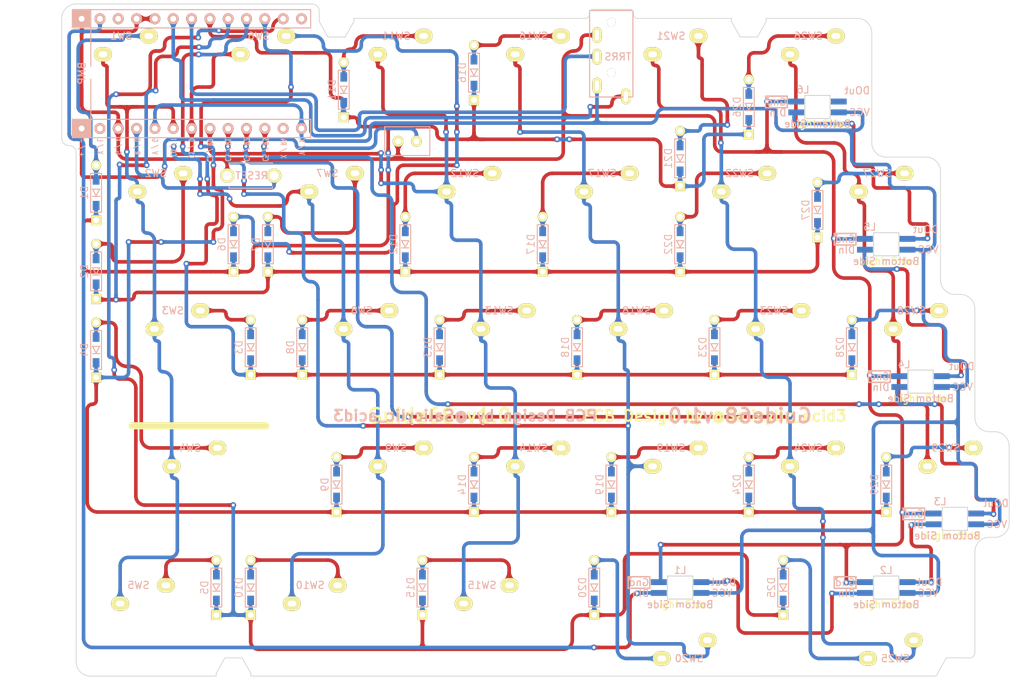
<source format=kicad_pcb>
(kicad_pcb (version 20211014) (generator pcbnew)
  (layers (0 "F.Cu" signal) (31 "B.Cu" signal) (34 "B.Paste" user) (35 "F.Paste" user) (36 "B.SilkS" user "B.Silkscreen") (37 "F.SilkS" user "F.Silkscreen") (38 "B.Mask" user) (39 "F.Mask" user) (44 "Edge.Cuts" user))
  (net 0 "")
  (net 1 "GND")
  (net 2 "VCC")
  (net 3 "Net-(D29-Pad2)")
  (net 4 "Net-(D13-Pad2)")
  (net 5 "Net-(D14-Pad2)")
  (net 6 "Net-(D2-Pad2)")
  (net 7 "Net-(D17-Pad2)")
  (net 8 "Net-(D1-Pad2)")
  (net 9 "Net-(D3-Pad2)")
  (net 10 "Net-(D4-Pad2)")
  (net 11 "Net-(D5-Pad2)")
  (net 12 "Net-(D7-Pad2)")
  (net 13 "Net-(D8-Pad2)")
  (net 14 "Net-(D9-Pad2)")
  (net 15 "Net-(D10-Pad2)")
  (net 16 "Net-(D11-Pad2)")
  (net 17 "Net-(D12-Pad2)")
  (net 18 "Net-(D6-Pad2)")
  (net 19 "Net-(D15-Pad2)")
  (net 20 "Net-(D16-Pad2)")
  (net 21 "Net-(D18-Pad2)")
  (net 22 "Net-(D19-Pad2)")
  (net 23 "Net-(D20-Pad2)")
  (net 24 "Net-(D21-Pad2)")
  (net 25 "Net-(D23-Pad2)")
  (net 26 "Net-(D24-Pad2)")
  (net 27 "Net-(D25-Pad2)")
  (net 28 "Net-(D26-Pad2)")
  (net 29 "Net-(D27-Pad2)")
  (net 30 "Net-(D22-Pad2)")
  (net 31 "Row0")
  (net 32 "Row1")
  (net 33 "Row2")
  (net 34 "Row3")
  (net 35 "Row4")
  (net 36 "Bat+")
  (net 37 "Net-(L1-Pad1)")
  (net 38 "LED")
  (net 39 "Net-(L2-Pad1)")
  (net 40 "Net-(D28-Pad2)")
  (net 41 "Net-(L3-Pad1)")
  (net 42 "Net-(L4-Pad1)")
  (net 43 "Net-(L5-Pad1)")
  (net 45 "Col0")
  (net 46 "Col1")
  (net 47 "SDA")
  (net 48 "Col2")
  (net 49 "Col3")
  (net 50 "Col4")
  (net 51 "Col5")
  (net 52 "Reset")
  (net 56 "Data_SCL")
  (footprint "kbd_Parts:TRRS_MJ-4PP-9" (layer "F.Cu") (at 114.3 45.125)
    (fp_text reference "J1")
    (fp_text value "MJ-4PP-9" hide)
  )
  (footprint "kbd_Parts:Diode_TH_SMD" (layer "F.Cu") (at 90.4875 85.725 90)
    (fp_text reference "D13")
    (fp_text value "D" hide)
  )
  (footprint "kbd_Parts:Diode_TH_SMD" (layer "F.Cu") (at 95.25 104.775 90)
    (fp_text reference "D14")
    (fp_text value "D" hide)
  )
  (footprint "kbd_Parts:Diode_TH_SMD" (layer "F.Cu") (at 42.8625 75.2 90)
    (fp_text reference "D2")
    (fp_text value "D" hide)
  )
  (footprint "kbd_Parts:Diode_TH_SMD" (layer "F.Cu") (at 104.775 71.4375 90)
    (fp_text reference "D17")
    (fp_text value "D" hide)
  )
  (footprint "kbd_Parts:Diode_TH_SMD" (layer "F.Cu") (at 42.8625 64.29375 90)
    (fp_text reference "D1")
    (fp_text value "D" hide)
  )
  (footprint "kbd_Parts:Diode_TH_SMD" (layer "F.Cu") (at 64.29375 85.725 90)
    (fp_text reference "D3")
    (fp_text value "D" hide)
  )
  (footprint "kbd_Parts:Diode_TH_SMD" (layer "F.Cu") (at 42.8625 86.10625 90)
    (fp_text reference "D4")
    (fp_text value "D" hide)
  )
  (footprint "kbd_Parts:Diode_TH_SMD" (layer "F.Cu") (at 59.53125 119.0625 90)
    (fp_text reference "D5")
    (fp_text value "D" hide)
  )
  (footprint "kbd_Parts:Diode_TH_SMD" (layer "F.Cu") (at 66.675 71.4375 90)
    (fp_text reference "D7")
    (fp_text value "D" hide)
  )
  (footprint "kbd_Parts:Diode_TH_SMD" (layer "F.Cu") (at 71.4375 85.725 90)
    (fp_text reference "D8")
    (fp_text value "D" hide)
  )
  (footprint "kbd_Parts:Diode_TH_SMD" (layer "F.Cu") (at 76.2 104.775 90)
    (fp_text reference "D9")
    (fp_text value "D" hide)
  )
  (footprint "kbd_Parts:Diode_TH_SMD" (layer "F.Cu") (at 64.29375 119.0625 90)
    (fp_text reference "D10")
    (fp_text value "D" hide)
  )
  (footprint "kbd_Parts:Diode_TH_SMD" (layer "F.Cu") (at 77.2 50.00625 90)
    (fp_text reference "D11")
    (fp_text value "D" hide)
  )
  (footprint "kbd_Parts:Diode_TH_SMD" (layer "F.Cu") (at 85.725 71.4375 90)
    (fp_text reference "D12")
    (fp_text value "D" hide)
  )
  (footprint "kbd_Parts:Diode_TH_SMD" (layer "F.Cu") (at 61.9125 71.4375 90)
    (fp_text reference "D6")
    (fp_text value "D" hide)
  )
  (footprint "kbd_Parts:Diode_TH_SMD" (layer "F.Cu") (at 88.10625 119.0625 90)
    (fp_text reference "D15")
    (fp_text value "D" hide)
  )
  (footprint "kbd_Parts:Diode_TH_SMD" (layer "F.Cu") (at 95.25 47.625 90)
    (fp_text reference "D16")
    (fp_text value "D" hide)
  )
  (footprint "kbd_Parts:Diode_TH_SMD" (layer "F.Cu") (at 109.5375 85.725 90)
    (fp_text reference "D18")
    (fp_text value "D" hide)
  )
  (footprint "kbd_Parts:Diode_TH_SMD" (layer "F.Cu") (at 114.3 104.775 90)
    (fp_text reference "D19")
    (fp_text value "D" hide)
  )
  (footprint "kbd_Parts:Diode_TH_SMD" (layer "F.Cu") (at 111.91875 119.0625 90)
    (fp_text reference "D20")
    (fp_text value "D" hide)
  )
  (footprint "kbd_Parts:Diode_TH_SMD" (layer "F.Cu") (at 123.825 59.53125 90)
    (fp_text reference "D21")
    (fp_text value "D" hide)
  )
  (footprint "kbd_Parts:Diode_TH_SMD" (layer "F.Cu") (at 128.5875 85.725 90)
    (fp_text reference "D23")
    (fp_text value "D" hide)
  )
  (footprint "kbd_Parts:Diode_TH_SMD" (layer "F.Cu") (at 133.35 104.775 90)
    (fp_text reference "D24")
    (fp_text value "D" hide)
  )
  (footprint "kbd_Parts:Diode_TH_SMD" (layer "F.Cu") (at 138.1125 119.0625 90)
    (fp_text reference "D25")
    (fp_text value "D" hide)
  )
  (footprint "kbd_Parts:Diode_TH_SMD" (layer "F.Cu") (at 133.35 52.3875 90)
    (fp_text reference "D26")
    (fp_text value "D" hide)
  )
  (footprint "kbd_Parts:Diode_TH_SMD" (layer "F.Cu") (at 142.875 66.675 90)
    (fp_text reference "D27")
    (fp_text value "D" hide)
  )
  (footprint "kbd_Parts:Diode_TH_SMD" (layer "F.Cu") (at 123.825 71.4375 90)
    (fp_text reference "D22")
    (fp_text value "D" hide)
  )
  (footprint "kbd_Parts:Diode_TH_SMD" (layer "F.Cu") (at 147.6375 85.725 90)
    (fp_text reference "D28")
    (fp_text value "D" hide)
  )
  (footprint "kbd_SW:CherryMX_Solder_1u" (layer "F.Cu") (at 142.875 47.625)
    (fp_text reference "SW26")
    (fp_text value "SW_PUSH" hide)
  )
  (footprint "kbd_SW:CherryMX_Solder_1.75u" (layer "F.Cu") (at 54.76875 85.725)
    (fp_text reference "SW3")
    (fp_text value "SW_PUSH" hide)
  )
  (footprint "kbd_SW:CherryMX_Solder_1u" (layer "F.Cu") (at 133.35 66.675)
    (fp_text reference "SW22")
    (fp_text value "SW_PUSH" hide)
  )
  (footprint "kbd_SW:CherryMX_Solder_1u" (layer "F.Cu") (at 157.1625 85.725)
    (fp_text reference "SW28")
    (fp_text value "SW_PUSH" hide)
  )
  (footprint "kbd_SW:CherryMX_Solder_1u" (layer "F.Cu") (at 85.725 47.625)
    (fp_text reference "SW11")
    (fp_text value "SW_PUSH" hide)
  )
  (footprint "kbd_SW:CherryMX_Solder_1u" (layer "F.Cu") (at 104.775 47.625)
    (fp_text reference "SW16")
    (fp_text value "SW_PUSH" hide)
  )
  (footprint "kbd_SW:CherryMX_Solder_1u" (layer "F.Cu") (at 123.825 47.625)
    (fp_text reference "SW21")
    (fp_text value "SW_PUSH" hide)
  )
  (footprint "kbd_SW:CherryMX_Solder_1u" (layer "F.Cu") (at 47.625 47.625)
    (fp_text reference "SW1")
    (fp_text value "SW_PUSH" hide)
  )
  (footprint "kbd_SW:CherryMX_Solder_1u" (layer "F.Cu") (at 85.725 104.775)
    (fp_text reference "SW9")
    (fp_text value "SW_PUSH" hide)
  )
  (footprint "kbd_SW:CherryMX_Solder_1u" (layer "F.Cu") (at 80.9625 85.725)
    (fp_text reference "SW8")
    (fp_text value "SW_PUSH" hide)
  )
  (footprint "kbd_SW:CherryMX_Solder_1.5u" (layer "F.Cu") (at 123.825 123.825 180)
    (fp_text reference "SW20")
    (fp_text value "SW_PUSH" hide)
  )
  (footprint "kbd_SW:CherryMX_Solder_1u" (layer "F.Cu") (at 123.825 104.775)
    (fp_text reference "SW19")
    (fp_text value "SW_PUSH" hide)
  )
  (footprint "kbd_SW:CherryMX_Solder_1u" (layer "F.Cu") (at 119.0625 85.725)
    (fp_text reference "SW18")
    (fp_text value "SW_PUSH" hide)
  )
  (footprint "kbd_SW:CherryMX_Solder_1u" (layer "F.Cu") (at 114.3 66.675)
    (fp_text reference "SW17")
    (fp_text value "SW_PUSH" hide)
  )
  (footprint "kbd_SW:CherryMX_Solder_1u" (layer "F.Cu") (at 76.2 66.675)
    (fp_text reference "SW7")
    (fp_text value "SW_PUSH" hide)
  )
  (footprint "kbd_SW:CherryMX_Solder_1u" (layer "F.Cu") (at 104.775 104.775)
    (fp_text reference "SW14")
    (fp_text value "SW_PUSH" hide)
  )
  (footprint "kbd_SW:CherryMX_Solder_1u" (layer "F.Cu") (at 100.0125 85.725)
    (fp_text reference "SW13")
    (fp_text value "SW_PUSH" hide)
  )
  (footprint "kbd_SW:CherryMX_Solder_1u" (layer "F.Cu") (at 95.25 66.675)
    (fp_text reference "SW12")
    (fp_text value "SW_PUSH" hide)
  )
  (footprint "kbd_SW:CherryMX_Solder_1.25u" (layer "F.Cu") (at 73.81875 123.825)
    (fp_text reference "SW10")
    (fp_text value "SW_PUSH" hide)
  )
  (footprint "kbd_SW:CherryMX_Solder_1u" (layer "F.Cu") (at 138.1125 85.725)
    (fp_text reference "SW23")
    (fp_text value "SW_PUSH" hide)
  )
  (footprint "kbd_SW:CherryMX_Solder_1u" (layer "F.Cu") (at 142.875 104.775)
    (fp_text reference "SW24")
    (fp_text value "SW_PUSH" hide)
  )
  (footprint "kbd_SW:CherryMX_Solder_1.5u" (layer "F.Cu") (at 152.4 123.825 180)
    (fp_text reference "SW25")
    (fp_text value "SW_PUSH" hide)
  )
  (footprint "kbd_SW:CherryMX_Solder_1u" (layer "F.Cu") (at 161.925 104.775)
    (fp_text reference "SW29")
    (fp_text value "SW_PUSH" hide)
  )
  (footprint "kbd_Parts:ResetSW" (layer "F.Cu") (at 64.29375 61.9125)
    (fp_text reference "SW30" hide)
    (fp_text value "SW_PUSH")
  )
  (footprint "kbd_SW:CherryMX_Solder_1.5u" (layer "F.Cu") (at 52.3875 66.675)
    (fp_text reference "SW2")
    (fp_text value "SW_PUSH" hide)
  )
  (footprint "kbd_SW:CherryMX_Solder_1u" (layer "F.Cu") (at 66.675 47.625)
    (fp_text reference "SW6")
    (fp_text value "SW_PUSH" hide)
  )
  (footprint "kbd_SW:CherryMX_Solder_1.25u" (layer "F.Cu") (at 97.63125 123.825)
    (fp_text reference "SW15")
    (fp_text value "SW_PUSH" hide)
  )
  (footprint "kbd_Parts:LED_SK6812MINI-E_BL" (layer "F.Cu") (at 123.825 119.0625)
    (fp_text reference "L1")
    (fp_text value "SK6812MINI")
    (fp_line (start 1.75 -1.6) (end 1.75 1.6) (layer "Edge.Cuts") (width 0.12))
    (fp_line (start 1.75 1.6) (end -1.75 1.6) (layer "Edge.Cuts") (width 0.12))
    (fp_line (start -1.75 1.6) (end -1.75 -1.6) (layer "Edge.Cuts") (width 0.12))
    (fp_line (start -1.75 -1.6) (end 1.75 -1.6) (layer "Edge.Cuts") (width 0.12))
  )
  (footprint "kbd_Parts:Diode_TH_SMD" (layer "F.Cu") (at 152.4 104.775 90)
    (fp_text reference "D29")
    (fp_text value "D" hide)
  )
  (footprint "kbd_SW:CherryMX_Solder_1.25u" (layer "F.Cu") (at 50.00625 123.825)
    (fp_text reference "SW5")
    (fp_text value "SW_PUSH" hide)
  )
  (footprint "kbd_Parts:LED_SK6812MINI-E_BL" (layer "F.Cu") (at 152.4 71.4375)
    (fp_text reference "L5")
    (fp_text value "SK6812MINI")
    (fp_line (start 1.75 -1.6) (end 1.75 1.6) (layer "Edge.Cuts") (width 0.12))
    (fp_line (start -1.75 -1.6) (end 1.75 -1.6) (layer "Edge.Cuts") (width 0.12))
    (fp_line (start -1.75 1.6) (end -1.75 -1.6) (layer "Edge.Cuts") (width 0.12))
    (fp_line (start 1.75 1.6) (end -1.75 1.6) (layer "Edge.Cuts") (width 0.12))
  )
  (footprint "kbd_Parts:LED_SK6812MINI-E_BL" (layer "F.Cu") (at 142.875 52.3875)
    (fp_text reference "L6")
    (fp_text value "SK6812MINI")
    (fp_line (start -1.75 -1.6) (end 1.75 -1.6) (layer "Edge.Cuts") (width 0.12))
    (fp_line (start 1.75 -1.6) (end 1.75 1.6) (layer "Edge.Cuts") (width 0.12))
    (fp_line (start -1.75 1.6) (end -1.75 -1.6) (layer "Edge.Cuts") (width 0.12))
    (fp_line (start 1.75 1.6) (end -1.75 1.6) (layer "Edge.Cuts") (width 0.12))
  )
  (footprint "kbd_Parts:LED_SK6812MINI-E_BL" (layer "F.Cu") (at 152.4 119.0625)
    (fp_text reference "L2")
    (fp_text value "SK6812MINI")
    (fp_line (start -1.75 1.6) (end -1.75 -1.6) (layer "Edge.Cuts") (width 0.12))
    (fp_line (start 1.75 -1.6) (end 1.75 1.6) (layer "Edge.Cuts") (width 0.12))
    (fp_line (start 1.75 1.6) (end -1.75 1.6) (layer "Edge.Cuts") (width 0.12))
    (fp_line (start -1.75 -1.6) (end 1.75 -1.6) (layer "Edge.Cuts") (width 0.12))
  )
  (footprint "kbd_SW:CherryMX_Solder_2u_Rev" (layer "F.Cu") (at 57.15 104.775)
    (fp_text reference "SW4")
    (fp_text value "SW_PUSH" hide)
  )
  (footprint "kbd_SW:CherryMX_Solder_1u" (layer "F.Cu") (at 152.4 66.675)
    (fp_text reference "SW27")
    (fp_text value "SW_PUSH" hide)
  )
  (footprint "kbd_Parts:LED_SK6812MINI-E_BL" (layer "F.Cu") (at 157.1625 90.4875)
    (fp_text reference "L4")
    (fp_text value "SK6812MINI")
    (fp_line (start -1.75 -1.6) (end 1.75 -1.6) (layer "Edge.Cuts") (width 0.12))
    (fp_line (start 1.75 -1.6) (end 1.75 1.6) (layer "Edge.Cuts") (width 0.12))
    (fp_line (start 1.75 1.6) (end -1.75 1.6) (layer "Edge.Cuts") (width 0.12))
    (fp_line (start -1.75 1.6) (end -1.75 -1.6) (layer "Edge.Cuts") (width 0.12))
  )
  (footprint "kbd_Parts:LED_SK6812MINI-E_BL" (layer "F.Cu") (at 161.925 109.5375)
    (fp_text reference "L3")
    (fp_text value "SK6812MINI")
    (fp_line (start 1.75 1.6) (end -1.75 1.6) (layer "Edge.Cuts") (width 0.12))
    (fp_line (start -1.75 -1.6) (end 1.75 -1.6) (layer "Edge.Cuts") (width 0.12))
    (fp_line (start 1.75 -1.6) (end 1.75 1.6) (layer "Edge.Cuts") (width 0.12))
    (fp_line (start -1.75 1.6) (end -1.75 -1.6) (layer "Edge.Cuts") (width 0.12))
  )
  (footprint "kbd_Parts:Battery_BMP_2pin" (layer "F.Cu") (at 85.725 57.15 -90)
    (fp_text reference "J2" hide)
    (fp_text value "Conn_01x02" hide)
  )
  (footprint "kbd_Parts:Micon_BMP_7sKB" (layer "B.Cu") (at 57.875 47.7186 -90)
    (fp_text reference "U1" hide)
    (fp_text value "BLEMicroPro" hide)
  )
  (gr_line (start 82.875 55.125) (end 82.875 59.125) (layer "B.SilkS") (width 0.15))
  (gr_line (start 82.875 59.125) (end 89.125 59.125) (layer "B.SilkS") (width 0.15))
  (gr_line (start 89.125 55.125) (end 82.875 55.125) (layer "B.SilkS") (width 0.15))
  (gr_line (start 89.125 59.125) (end 89.125 55.125) (layer "B.SilkS") (width 0.15))
  (gr_line (start 47.875 96.625) (end 66.375 96.625) (layer "F.SilkS") (width 1))
  (gr_arc (start 148.4 40.1) (mid 149.814214 40.685786) (end 150.4 42.1) (layer "Edge.Cuts") (width 0.1))
  (gr_arc (start 42.1 131.35) (mid 40.685786 130.764214) (end 40.1 129.35) (layer "Edge.Cuts") (width 0.1))
  (gr_arc (start 162.6875 78.4) (mid 164.101714 78.985786) (end 164.6875 80.4) (layer "Edge.Cuts") (width 0.1))
  (gr_arc (start 166.6875 97.45) (mid 165.273286 96.864214) (end 164.6875 95.45) (layer "Edge.Cuts") (width 0.1))
  (gr_arc (start 167.45 97.45) (mid 168.864214 98.035786) (end 169.45 99.45) (layer "Edge.Cuts") (width 0.1))
  (gr_arc (start 164.6875 114.1) (mid 165.273286 112.685786) (end 166.6875 112.1) (layer "Edge.Cuts") (width 0.1))
  (gr_arc (start 161.925 78.4) (mid 160.510786 77.814214) (end 159.925 76.4) (layer "Edge.Cuts") (width 0.1))
  (gr_arc (start 152.4 59.35) (mid 150.985786 58.764214) (end 150.4 57.35) (layer "Edge.Cuts") (width 0.1))
  (gr_arc (start 157.925 59.35) (mid 159.339214 59.935786) (end 159.925 61.35) (layer "Edge.Cuts") (width 0.1))
  (gr_line (start 78.6 40.1) (end 110.725 40.1) (layer "Edge.Cuts") (width 0.1))
  (gr_line (start 152.4 59.35) (end 157.925 59.35) (layer "Edge.Cuts") (width 0.1))
  (gr_line (start 40.1 129.35) (end 40.1 58.735786) (layer "Edge.Cuts") (width 0.1))
  (gr_line (start 59.5125 131.35) (end 42.1 131.35) (layer "Edge.Cuts") (width 0.1))
  (gr_line (start 166.6875 97.45) (end 167.45 97.45) (layer "Edge.Cuts") (width 0.1))
  (gr_line (start 73.8 40.525) (end 73.8 39.1) (layer "Edge.Cuts") (width 0.1))
  (gr_line (start 77.4 42.675) (end 75 42.675) (layer "Edge.Cuts") (width 0.1))
  (gr_line (start 150.4 42.1) (end 150.4 57.35) (layer "Edge.Cuts") (width 0.1))
  (gr_line (start 132.15 42.675) (end 130.95 40.525) (layer "Edge.Cuts") (width 0.1))
  (gr_line (start 160.725 128.81875) (end 163.9375 128.81875) (layer "Edge.Cuts") (width 0.1))
  (gr_line (start 64.3125 130.96875) (end 64.3125 131.35) (layer "Edge.Cuts") (width 0.1))
  (gr_line (start 59.5125 130.96875) (end 60.7125 128.81875) (layer "Edge.Cuts") (width 0.1))
  (gr_arc (start 39.1 57.735786) (mid 38.392893 57.442893) (end 38.1 56.735786) (layer "Edge.Cuts") (width 0.1))
  (gr_line (start 161.925 78.4) (end 162.6875 78.4) (layer "Edge.Cuts") (width 0.1))
  (gr_line (start 135.75 40.1) (end 148.4 40.1) (layer "Edge.Cuts") (width 0.1))
  (gr_line (start 159.925 61.35) (end 159.925 76.4) (layer "Edge.Cuts") (width 0.1))
  (gr_line (start 164.6875 114.1) (end 164.6875 128.06875) (layer "Edge.Cuts") (width 0.1))
  (gr_line (start 40.1 38.1) (end 72.8 38.1) (layer "Edge.Cuts") (width 0.1))
  (gr_line (start 135.75 40.525) (end 135.75 40.1) (layer "Edge.Cuts") (width 0.1))
  (gr_line (start 159.13375 131.345) (end 64.3125 131.35) (layer "Edge.Cuts") (width 0.1))
  (gr_line (start 78.6 40.525) (end 77.4 42.675) (layer "Edge.Cuts") (width 0.1))
  (gr_line (start 159.525 130.96875) (end 160.725 128.81875) (layer "Edge.Cuts") (width 0.1))
  (gr_arc (start 72.8 38.1) (mid 73.507107 38.392893) (end 73.8 39.1) (layer "Edge.Cuts") (width 0.1))
  (gr_arc (start 111.225 39.6) (mid 111.078553 39.953553) (end 110.725 40.1) (layer "Edge.Cuts") (width 0.1))
  (gr_line (start 63.1125 128.81875) (end 64.3125 130.96875) (layer "Edge.Cuts") (width 0.1))
  (gr_line (start 134.55 42.675) (end 132.15 42.675) (layer "Edge.Cuts") (width 0.1))
  (gr_arc (start 117.88125 40.1) (mid 117.527697 39.953553) (end 117.38125 39.6) (layer "Edge.Cuts") (width 0.1))
  (gr_arc (start 38.1 40.1) (mid 38.685786 38.685786) (end 40.1 38.1) (layer "Edge.Cuts") (width 0.1))
  (gr_line (start 59.5125 130.96875) (end 59.5125 131.35) (layer "Edge.Cuts") (width 0.1))
  (gr_line (start 111.725 38.85) (end 116.88125 38.85) (layer "Edge.Cuts") (width 0.1))
  (gr_line (start 78.6 40.525) (end 78.6 40.1) (layer "Edge.Cuts") (width 0.1))
  (gr_line (start 117.88125 40.1) (end 130.95 40.1) (layer "Edge.Cuts") (width 0.1))
  (gr_line (start 75 42.675) (end 73.8 40.525) (layer "Edge.Cuts") (width 0.1))
  (gr_line (start 38.1 40.1) (end 38.1 56.735786) (layer "Edge.Cuts") (width 0.1))
  (gr_line (start 130.95 40.525) (end 130.95 40.1) (layer "Edge.Cuts") (width 0.1))
  (gr_arc (start 116.88125 38.85) (mid 117.234803 38.996447) (end 117.38125 39.35) (layer "Edge.Cuts") (width 0.1))
  (gr_arc (start 111.225 39.35) (mid 111.371447 38.996447) (end 111.725 38.85) (layer "Edge.Cuts") (width 0.1))
  (gr_line (start 60.7125 128.81875) (end 63.1125 128.81875) (layer "Edge.Cuts") (width 0.1))
  (gr_line (start 135.75 40.525) (end 134.55 42.675) (layer "Edge.Cuts") (width 0.1))
  (gr_line (start 169.45 99.45) (end 169.45 110.1) (layer "Edge.Cuts") (width 0.1))
  (gr_line (start 111.225 39.35) (end 111.225 39.6) (layer "Edge.Cuts") (width 0.1))
  (gr_line (start 167.45 112.1) (end 166.6875 112.1) (layer "Edge.Cuts") (width 0.1))
  (gr_arc (start 159.525 130.96875) (mid 159.407316 131.237938) (end 159.13375 131.345) (layer "Edge.Cuts") (width 0.1))
  (gr_line (start 117.38125 39.6) (end 117.38125 39.35) (layer "Edge.Cuts") (width 0.1))
  (gr_line (start 164.6875 80.4) (end 164.6875 95.45) (layer "Edge.Cuts") (width 0.1))
  (gr_arc (start 39.1 57.735786) (mid 39.807107 58.028679) (end 40.1 58.735786) (layer "Edge.Cuts") (width 0.1))
  (gr_arc (start 169.45 110.1) (mid 168.864214 111.514214) (end 167.45 112.1) (layer "Edge.Cuts") (width 0.1))
  (gr_arc (start 164.6875 128.06875) (mid 164.46783 128.59908) (end 163.9375 128.81875) (layer "Edge.Cuts") (width 0.1))
  (gr_text "Guide68 v1.0" (at 132.125 95.225) (layer "B.SilkS") (effects (font (size 2 2) (thickness 0.35)) (justify mirror)))
  (gr_text "PCB Design by @Salicylic_acid3" (at 94.025 95.225) (layer "B.SilkS") (effects (font (size 1.5 1.5) (thickness 0.3)) (justify mirror)))
  (gr_text "Guide68 v1.0" (at 90.4875 95.25) (layer "F.SilkS") (effects (font (size 2 2) (thickness 0.35))))
  (gr_text "PCB Design by @Salicylic_acid3" (at 128.5875 95.25) (layer "F.SilkS") (effects (font (size 1.5 1.5) (thickness 0.3))))
  (segment (start 145.125 70.625) (end 145.125 74.625) (width 0.5) (layer "F.Cu") (net 1))
  (segment (start 84.729 57.15) (end 84.729 58.521) (width 0.5) (layer "F.Cu") (net 1))
  (segment (start 45.937 55.375) (end 45.937 53.687) (width 0.5) (layer "F.Cu") (net 1))
  (segment (start 45.937 55.375) (end 45.937 58.437) (width 0.5) (layer "F.Cu") (net 1))
  (segment (start 153.625 113.125) (end 148.625 113.125) (width 0.5) (layer "F.Cu") (net 1))
  (segment (start 60.125 59.625) (end 63.125 59.625) (width 0.5) (layer "F.Cu") (net 1))
  (segment (start 63.125 59.625) (end 83.125 59.625) (width 0.5) (layer "F.Cu") (net 1))
  (segment (start 106.625 59.625) (end 86.125 59.625) (width 0.5) (layer "F.Cu") (net 1))
  (segment (start 40.857 41.393) (end 40.857 41.893) (width 0.5) (layer "F.Cu") (net 1))
  (segment (start 107.625 55.375) (end 107.625 58.625) (width 0.5) (layer "F.Cu") (net 1))
  (segment (start 40.857 40.155) (end 40.857 41.393) (width 0.5) (layer "F.Cu") (net 1))
  (segment (start 107.625 53.625) (end 107.625 52.125) (width 0.5) (layer "F.Cu") (net 1))
  (segment (start 148.625 113.125) (end 146.875 113.125) (width 0.5) (layer "F.Cu") (net 1))
  (segment (start 135.875 51.625) (end 135.875 57.625) (width 0.5) (layer "F.Cu") (net 1))
  (segment (start 151.625 95.125) (end 153.625 95.125) (width 0.5) (layer "F.Cu") (net 1))
  (segment (start 146.875 113.875) (end 146.875 118.375) (width 0.5) (layer "F.Cu") (net 1))
  (segment (start 154.625 96.125) (end 154.625 108.625) (width 0.5) (layer "F.Cu") (net 1))
  (segment (start 45.375 53.125) (end 41.875 53.125) (width 0.5) (layer "F.Cu") (net 1))
  (segment (start 48.477 40.155) (end 51.017 40.155) (width 0.5) (layer "F.Cu") (net 1))
  (segment (start 135.875 57.625) (end 135.875 58.625) (width 0.5) (layer "F.Cu") (net 1))
  (segment (start 40.857 41.893) (end 41.857 41.893) (width 0.5) (layer "F.Cu") (net 1))
  (segment (start 107.625 53.625) (end 107.625 55.375) (width 0.5) (layer "F.Cu") (net 1))
  (segment (start 40.857 42.607) (end 40.857 49.857) (width 0.5) (layer "F.Cu") (net 1))
  (segment (start 129.625 58.625) (end 134.375 58.625) (width 0.5) (layer "F.Cu") (net 1))
  (segment (start 86.125 59.625) (end 85.833 59.625) (width 0.5) (layer "F.Cu") (net 1))
  (segment (start 63.125 59.625) (end 61.9625 59.625) (width 0.5) (layer "F.Cu") (net 1))
  (segment (start 154.625 108.625) (end 154.625 111.125) (width 0.5) (layer "F.Cu") (net 1))
  (segment (start 107.625 52.125) (end 107.625 46.125) (width 0.5) (layer "F.Cu") (net 1))
  (segment (start 84.625 59.625) (end 86.125 59.625) (width 0.5) (layer "F.Cu") (net 1))
  (segment (start 107.625 52.125) (end 107.625 52.625) (width 0.5) (layer "F.Cu") (net 1))
  (segment (start 146.875 113.125) (end 145.875 113.125) (width 0.5) (layer "F.Cu") (net 1))
  (segment (start 137.875 58.625) (end 143.625 58.625) (width 0.5) (layer "F.Cu") (net 1))
  (segment (start 148.625 113.125) (end 147.625 113.125) (width 0.5) (layer "F.Cu") (net 1))
  (segment (start 154.625 111.125) (end 154.625 112.125) (width 0.5) (layer "F.Cu") (net 1))
  (segment (start 47.125 59.625) (end 60.125 59.625) (width 0.5) (layer "F.Cu") (net 1))
  (segment (start 40.875 52.125) (end 40.875 49.875) (width 0.5) (layer "F.Cu") (net 1))
  (segment (start 83.125 59.625) (end 84.625 59.625) (width 0.5) (layer "F.Cu") (net 1))
  (segment (start 40.857 41.893) (end 40.857 42.607) (width 0.5) (layer "F.Cu") (net 1))
  (segment (start 134.375 58.625) (end 135.875 58.625) (width 0.5) (layer "F.Cu") (net 1))
  (segment (start 83.125 59.625) (end 83.625 59.625) (width 0.5) (layer "F.Cu") (net 1))
  (segment (start 110.825 42.425) (end 112.3 42.425) (width 0.5) (layer "F.Cu") (net 1))
  (segment (start 135.875 58.625) (end 137.875 58.625) (width 0.5) (layer "F.Cu") (net 1))
  (segment (start 150.125 77.625) (end 150.125 89.625) (width 0.5) (layer "F.Cu") (net 1))
  (segment (start 137.875 58.625) (end 136.875 58.625) (width 0.5) (layer "F.Cu") (net 1))
  (segment (start 146.875 113.125) (end 146.875 113.875) (width 0.5) (layer "F.Cu") (net 1))
  (segment (start 134.375 58.625) (end 134.875 58.625) (width 0.5) (layer "F.Cu") (net 1))
  (segment (start 41.857 41.893) (end 41.357 41.893) (width 0.5) (layer "F.Cu") (net 1))
  (segment (start 145.125 60.125) (end 145.125 70.625) (width 0.5) (layer "F.Cu") (net 1))
  (segment (start 48.477 40.155) (end 48.477 41.273) (width 0.5) (layer "F.Cu") (net 1))
  (segment (start 40.857 42.607) (end 40.857 42.393) (width 0.5) (layer "F.Cu") (net 1))
  (segment (start 107.625 53.625) (end 108.625 53.625) (width 0.5) (layer "F.Cu") (net 1))
  (segment (start 41.857 41.893) (end 47.857 41.893) (width 0.5) (layer "F.Cu") (net 1))
  (segment (start 61.04375 61.9125) (end 61.04375 60.54375) (width 0.5) (layer "F.Cu") (net 1))
  (segment (start 128.625 54.625) (end 128.625 57.625) (width 0.5) (layer "F.Cu") (net 1))
  (segment (start 145.875 113.125) (end 146.125 113.125) (width 0.5) (layer "F.Cu") (net 1))
  (segment (start 110.125 43.625) (end 110.125 43.125) (width 0.5) (layer "F.Cu") (net 1))
  (segment (start 108.625 53.625) (end 127.625 53.625) (width 0.5) (layer "F.Cu") (net 1))
  (segment (start 107.625 55.375) (end 107.625 54.625) (width 0.5) (layer "F.Cu") (net 1))
  (segment (start 150.125 89.625) (end 150.125 93.625) (width 0.5) (layer "F.Cu") (net 1))
  (segment (start 145.875 113.125) (end 121.125 113.125) (width 0.5) (layer "F.Cu") (net 1))
  (segment (start 84.729 58.521) (end 84.729 59.521) (width 0.5) (layer "F.Cu") (net 1))
  (segment (start 146.625 76.125) (end 148.625 76.125) (width 0.5) (layer "F.Cu") (net 1))
  (via (at 154.625 108.625) (size 0.8) (drill 0.4) (layers "F.Cu" "B.Cu") (net 1))
  (via (at 145.125 70.625) (size 0.8) (drill 0.4) (layers "F.Cu" "B.Cu") (net 1))
  (via (at 146.875 118.375) (size 0.8) (drill 0.4) (layers "F.Cu" "B.Cu") (net 1))
  (via (at 150.125 89.625) (size 0.8) (drill 0.4) (layers "F.Cu" "B.Cu") (net 1))
  (via (at 135.875 51.625) (size 0.8) (drill 0.4) (layers "F.Cu" "B.Cu") (net 1))
  (via (at 121.125 113.125) (size 0.8) (drill 0.4) (layers "F.Cu" "B.Cu") (net 1))
  (arc (start 107.625 52.625) (mid 107.917893 53.332107) (end 108.625 53.625) (width 0.5) (layer "F.Cu") (net 1))
  (arc (start 61.9625 59.625) (mid 61.312846 59.894096) (end 61.04375 60.54375) (width 0.5) (layer "F.Cu") (net 1))
  (arc (start 84.729 59.521) (mid 84.698539 59.594539) (end 84.625 59.625) (width 0.5) (layer "F.Cu") (net 1))
  (arc (start 147.625 113.125) (mid 147.09467 113.34467) (end 146.875 113.875) (width 0.5) (layer "F.Cu") (net 1))
  (arc (start 145.125 74.625) (mid 145.56434 75.68566) (end 146.625 76.125) (width 0.5) (layer "F.Cu") (net 1))
  (arc (start 143.625 58.625) (mid 144.68566 59.06434) (end 145.125 60.125) (width 0.5) (layer "F.Cu") (net 1))
  (arc (start 45.937 58.437) (mid 46.284957 59.277043) (end 47.125 59.625) (width 0.5) (layer "F.Cu") (net 1))
  (arc (start 153.625 95.125) (mid 154.332107 95.417893) (end 154.625 96.125) (width 0.5) (layer "F.Cu") (net 1))
  (arc (start 128.625 57.625) (mid 128.917893 58.332107) (end 129.625 58.625) (width 0.5) (layer "F.Cu") (net 1))
  (arc (start 150.125 93.625) (mid 150.56434 94.68566) (end 151.625 95.125) (width 0.5) (layer "F.Cu") (net 1))
  (arc (start 85.833 59.625) (mid 85.052354 59.301646) (end 84.729 58.521) (width 0.5) (layer "F.Cu") (net 1))
  (arc (start 136.875 58.625) (mid 136.167893 58.332107) (end 135.875 57.625) (width 0.5) (layer "F.Cu") (net 1))
  (arc (start 109.125 44.625) (mid 109.832107 44.332107) (end 110.125 43.625) (width 0.5) (layer "F.Cu") (net 1))
  (arc (start 40.857 42.393) (mid 41.003447 42.039447) (end 41.357 41.893) (width 0.5) (layer "F.Cu") (net 1))
  (arc (start 110.125 43.125) (mid 110.330025 42.630025) (end 110.825 42.425) (width 0.5) (layer "F.Cu") (net 1))
  (arc (start 107.625 46.125) (mid 108.06434 45.06434) (end 109.125 44.625) (width 0.5) (layer "F.Cu") (net 1))
  (arc (start 134.875 58.625) (mid 135.582107 58.332107) (end 135.875 57.625) (width 0.5) (layer "F.Cu") (net 1))
  (arc (start 61.04375 60.54375) (mid 60.774654 59.894096) (end 60.125 59.625) (width 0.5) (layer "F.Cu") (net 1))
  (arc (start 48.477 41.273) (mid 48.295406 41.711406) (end 47.857 41.893) (width 0.5) (layer "F.Cu") (net 1))
  (arc (start 127.625 53.625) (mid 128.332107 53.917893) (end 128.625 54.625) (width 0.5) (layer "F.Cu") (net 1))
  (arc (start 107.625 54.625) (mid 107.917893 53.917893) (end 108.625 53.625) (width 0.5) (layer "F.Cu") (net 1))
  (arc (start 84.729 58.521) (mid 84.405646 59.301646) (end 83.625 59.625) (width 0.5) (layer "F.Cu") (net 1))
  (arc (start 154.625 112.125) (mid 154.332107 112.832107) (end 153.625 113.125) (width 0.5) (layer "F.Cu") (net 1))
  (arc (start 41.357 41.893) (mid 41.003447 41.746553) (end 40.857 41.393) (width 0.5) (layer "F.Cu") (net 1))
  (arc (start 148.625 76.125) (mid 149.68566 76.56434) (end 150.125 77.625) (width 0.5) (layer "F.Cu") (net 1))
  (arc (start 41.875 53.125) (mid 41.167893 52.832107) (end 40.875 52.125) (width 0.5) (layer "F.Cu") (net 1))
  (arc (start 40.875 49.875) (mid 40.869728 49.862272) (end 40.857 49.857) (width 0.5) (layer "F.Cu") (net 1))
  (arc (start 146.125 113.125) (mid 146.65533 113.34467) (end 146.875 113.875) (width 0.5) (layer "F.Cu") (net 1))
  (arc (start 107.625 58.625) (mid 107.332107 59.332107) (end 106.625 59.625) (width 0.5) (layer "F.Cu") (net 1))
  (arc (start 45.937 53.687) (mid 45.772394 53.289606) (end 45.375 53.125) (width 0.5) (layer "F.Cu") (net 1))
  (segment (start 121.125 113.125) (end 121.125 118.2125) (width 0.5) (layer "B.Cu") (net 1))
  (segment (start 159.325 108.7875) (end 154.7875 108.7875) (width 0.5) (layer "B.Cu") (net 1))
  (segment (start 149.8 70.6875) (end 145.1875 70.6875) (width 0.5) (layer "B.Cu") (net 1))
  (segment (start 140.275 51.6375) (end 135.8875 51.6375) (width 0.5) (layer "B.Cu") (net 1))
  (segment (start 154.5625 89.7375) (end 150.2375 89.7375) (width 0.5) (layer "B.Cu") (net 1))
  (segment (start 146.875 118.375) (end 149.7375 118.375) (width 0.5) (layer "B.Cu") (net 1))
  (arc (start 150.2375 89.7375) (mid 150.15795 89.70455) (end 150.125 89.625) (width 0.5) (layer "B.Cu") (net 1))
  (arc (start 135.8875 51.6375) (mid 135.878661 51.633839) (end 135.875 51.625) (width 0.5) (layer "B.Cu") (net 1))
  (arc (start 145.1875 70.6875) (mid 145.143306 70.669194) (end 145.125 70.625) (width 0.5) (layer "B.Cu") (net 1))
  (arc (start 121.125 118.2125) (mid 121.154289 118.283211) (end 121.225 118.3125) (width 0.5) (layer "B.Cu") (net 1))
  (arc (start 149.7375 118.375) (mid 149.781694 118.356694) (end 149.8 118.3125) (width 0.5) (layer "B.Cu") (net 1))
  (arc (start 154.7875 108.7875) (mid 154.672595 108.739905) (end 154.625 108.625) (width 0.5) (layer "B.Cu") (net 1))
  (segment (start 126.425 119.8125) (end 131.4375 119.8125) (width 0.5) (layer "B.Cu") (net 2))
  (segment (start 80.875 56.375) (end 80.875 55.375) (width 0.5) (layer "B.Cu") (net 2))
  (segment (start 150.625 112.125) (end 150.625 113.375) (width 0.5) (layer "B.Cu") (net 2))
  (segment (start 149.375 111.125) (end 149.875 111.125) (width 0.5) (layer "B.Cu") (net 2))
  (segment (start 150.625 112.125) (end 150.625 111.875) (width 0.5) (layer "B.Cu") (net 2))
  (segment (start 152.875 62.875) (end 152.875 60.875) (width 0.5) (layer "B.Cu") (net 2))
  (segment (start 51.017 55.375) (end 51.017 53.233) (width 0.5) (layer "B.Cu") (net 2))
  (segment (start 156.9375 72.1875) (end 157.5625 72.1875) (width 0.5) (layer "B.Cu") (net 2))
  (segment (start 161.625 91.125) (end 159.875 91.125) (width 0.5) (layer "B.Cu") (net 2))
  (segment (start 137.125 53.125) (end 137.125 54.625) (width 0.5) (layer "B.Cu") (net 2))
  (segment (start 168.125 109.625) (end 168.125 107.625) (width 0.5) (layer "B.Cu") (net 2))
  (segment (start 52.125 52.125) (end 70.125 52.125) (width 0.5) (layer "B.Cu") (net 2))
  (segment (start 162.375 91.125) (end 161.625 91.125) (width 0.5) (layer "B.Cu") (net 2))
  (segment (start 157.5625 72.1875) (end 157.5625 72.8125) (width 0.5) (layer "B.Cu") (net 2))
  (segment (start 112.3 49.425) (end 112.3 53.95) (width 0.5) (layer "B.Cu") (net 2))
  (segment (start 162.375 98.125) (end 162.375 96.875) (width 0.5) (layer "B.Cu") (net 2))
  (segment (start 150.625 97.125) (end 150.625 110.375) (width 0.5) (layer "B.Cu") (net 2))
  (segment (start 159.625 115.625) (end 159.625 119.125) (width 0.5) (layer "B.Cu") (net 2))
  (segment (start 147.625 55.625) (end 148.125 55.625) (width 0.5) (layer "B.Cu") (net 2))
  (segment (start 147.625 59.625) (end 147.625 56.625) (width 0.5) (layer "B.Cu") (net 2))
  (segment (start 160.875 96.125) (end 151.625 96.125) (width 0.5) (layer "B.Cu") (net 2))
  (segment (start 167.375 106.875) (end 165.625 106.875) (width 0.5) (layer "B.Cu") (net 2))
  (segment (start 150.625 111.125) (end 149.375 111.125) (width 0.5) (layer "B.Cu") (net 2))
  (segment (start 162.375 96.125) (end 160.875 96.125) (width 0.5) (layer "B.Cu") (net 2))
  (segment (start 71.337 55.375) (end 71.337 53.337) (width 0.5) (layer "B.Cu") (net 2))
  (segment (start 149.125 54.625) (end 149.125 53.625) (width 0.5) (layer "B.Cu") (net 2))
  (segment (start 155 119.8125) (end 158.9375 119.8125) (width 0.5) (layer "B.Cu") (net 2))
  (segment (start 148.625 53.125) (end 145.4875 53.125) (width 0.5) (layer "B.Cu") (net 2))
  (segment (start 146.625 55.625) (end 147.625 55.625) (width 0.5) (layer "B.Cu") (net 2))
  (segment (start 155 72.1875) (end 156.9375 72.1875) (width 0.5) (layer "B.Cu") (net 2))
  (segment (start 157.5625 73.4375) (end 157.5625 72.6875) (width 0.5) (layer "B.Cu") (net 2))
  (segment (start 157.5625 73.4375) (end 157.5625 81.5625) (width 0.5) (layer "B.Cu") (net 2))
  (segment (start 162.375 101.125) (end 162.375 98.125) (width 0.5) (layer "B.Cu") (net 2))
  (segment (start 121.625 52.625) (end 136.625 52.625) (width 0.5) (layer "B.Cu") (net 2))
  (segment (start 150.625 111.125) (end 150.625 112.125) (width 0.5) (layer "B.Cu") (net 2))
  (segment (start 160.875 96.125) (end 161.625 96.125) (width 0.5) (layer "B.Cu") (net 2))
  (segment (start 164.875 106.125) (end 164.875 102.625) (width 0.5) (layer "B.Cu") (net 2))
  (segment (start 163.625 88.625) (end 163.625 90.625) (width 0.5) (layer "B.Cu") (net 2))
  (segment (start 113.625 54.625) (end 112.975 54.625) (width 0.5) (layer "B.Cu") (net 2))
  (segment (start 160.625 83.625) (end 160.625 86.625) (width 0.5) (layer "B.Cu") (net 2))
  (segment (start 162.375 91.125) (end 162.375 91.875) (width 0.5) (layer "B.Cu") (net 2))
  (segment (start 152.375 60.375) (end 148.375 60.375) (width 0.5) (layer "B.Cu") (net 2))
  (segment (start 132.375 118.875) (end 132.375 112.125) (width 0.5) (layer "B.Cu") (net 2))
  (segment (start 157.5625 72.1875) (end 158.0625 72.1875) (width 0.5) (layer "B.Cu") (net 2))
  (segment (start 71.337 55.375) (end 71.337 56.337) (width 0.5) (layer "B.Cu") (net 2))
  (segment (start 163.125 91.125) (end 162.375 91.125) (width 0.5) (layer "B.Cu") (net 2))
  (segment (start 164.125 101.875) (end 163.125 101.875) (width 0.5) (layer "B.Cu") (net 2))
  (segment (start 162.375 95.375) (end 162.375 96.125) (width 0.5) (layer "B.Cu") (net 2))
  (segment (start 162.375 96.125) (end 162.375 98.125) (width 0.5) (layer "B.Cu") (net 2))
  (segment (start 147.625 56.125) (end 147.625 56.625) (width 0.5) (layer "B.Cu") (net 2))
  (segment (start 151.875 114.625) (end 158.625 114.625) (width 0.5) (layer "B.Cu") (net 2))
  (segment (start 159.125 71.125) (end 159.125 64.625) (width 0.5) (layer "B.Cu") (net 2))
  (segment (start 72.125 57.125) (end 79.375 57.125) (width 0.5) (layer "B.Cu") (net 2))
  (segment (start 158.625 82.625) (end 159.625 82.625) (width 0.5) (layer "B.Cu") (net 2))
  (segment (start 158.125 63.625) (end 153.625 63.625) (width 0.5) (layer "B.Cu") (net 2))
  (segment (start 147.625 56.625) (end 147.625 55.625) (width 0.5) (layer "B.Cu") (net 2))
  (segment (start 81.625 54.625) (end 111.625 54.625) (width 0.5) (layer "B.Cu") (net 2))
  (segment (start 111.625 54.625) (end 113.625 54.625) (width 0.5) (layer "B.Cu") (net 2))
  (segment (start 79.375 57.125) (end 80.125 57.125) (width 0.5) (layer "B.Cu") (net 2))
  (segment (start 162.375 91.875) (end 162.375 95.375) (width 0.5) (layer "B.Cu") (net 2))
  (segment (start 149.375 111.125) (end 133.375 111.125) (width 0.5) (layer "B.Cu") (net 2))
  (segment (start 164.525 110.2875) (end 167.4625 110.2875) (width 0.5) (layer "B.Cu") (net 2))
  (segment (start 138.125 55.625) (end 146.625 55.625) (width 0.5) (layer "B.Cu") (net 2))
  (segment (start 150.625 110.375) (end 150.625 111.125) (width 0.5) (layer "B.Cu") (net 2))
  (segment (start 161.625 87.625) (end 162.625 87.625) (width 0.5) (layer "B.Cu") (net 2))
  (segment (start 113.625 54.625) (end 119.625 54.625) (width 0.5) (layer "B.Cu") (net 2))
  (segment (start 157.5625 72.8125) (end 157.5625 73.4375) (width 0.5) (layer "B.Cu") (net 2))
  (arc (start 163.125 91.125) (mid 162.59467 91.34467) (end 162.375 91.875) (width 0.5) (layer "B.Cu") (net 2))
  (arc (start 164.875 102.625) (mid 164.65533 102.09467) (end 164.125 101.875) (width 0.5) (layer "B.Cu") (net 2))
  (arc (start 149.875 111.125) (mid 150.40533 110.90533) (end 150.625 110.375) (width 0.5) (layer "B.Cu") (net 2))
  (arc (start 131.4375 119.8125) (mid 132.100413 119.537913) (end 132.375 118.875) (width 0.5) (layer "B.Cu") (net 2))
  (arc (start 163.625 90.625) (mid 163.478553 90.978553) (end 163.125 91.125) (width 0.5) (layer "B.Cu") (net 2))
  (arc (start 152.875 60.875) (mid 152.728553 60.521447) (end 152.375 60.375) (width 0.5) (layer "B.Cu") (net 2))
  (arc (start 161.625 96.125) (mid 162.15533 95.90533) (end 162.375 95.375) (width 0.5) (layer "B.Cu") (net 2))
  (arc (start 112.975 54.625) (mid 112.497703 54.427297) (end 112.3 53.95) (width 0.5) (layer "B.Cu") (net 2))
  (arc (start 137.125 54.625) (mid 137.417893 55.332107) (end 138.125 55.625) (width 0.5) (layer "B.Cu") (net 2))
  (arc (start 159.875 91.125) (mid 159.79545 91.15795) (end 159.7625 91.2375) (width 0.5) (layer "B.Cu") (net 2))
  (arc (start 161.625 87.625) (mid 160.917893 87.332107) (end 160.625 86.625) (width 0.5) (layer "B.Cu") (net 2))
  (arc (start 163.125 101.875) (mid 162.59467 101.65533) (end 162.375 101.125) (width 0.5) (layer "B.Cu") (net 2))
  (arc (start 146.625 55.625) (mid 147.332107 55.917893) (end 147.625 56.625) (width 0.5) (layer "B.Cu") (net 2))
  (arc (start 156.9375 72.1875) (mid 157.379442 72.370558) (end 157.5625 72.8125) (width 0.5) (layer "B.Cu") (net 2))
  (arc (start 162.625 87.625) (mid 163.332107 87.917893) (end 163.625 88.625) (width 0.5) (layer "B.Cu") (net 2))
  (arc (start 148.125 55.625) (mid 147.771447 55.771447) (end 147.625 56.125) (width 0.5) (layer "B.Cu") (net 2))
  (arc (start 167.4625 110.2875) (mid 167.930958 110.093458) (end 168.125 109.625) (width 0.5) (layer "B.Cu") (net 2))
  (arc (start 145.4875 53.125) (mid 145.478661 53.128661) (end 145.475 53.1375) (width 0.5) (layer "B.Cu") (net 2))
  (arc (start 132.375 112.125) (mid 132.667893 111.417893) (end 133.375 111.125) (width 0.5) (layer "B.Cu") (net 2))
  (arc (start 120.625 53.625) (mid 120.917893 52.917893) (end 121.625 52.625) (width 0.5) (layer "B.Cu") (net 2))
  (arc (start 80.875 55.375) (mid 81.09467 54.84467) (end 81.625 54.625) (width 0.5) (layer "B.Cu") (net 2))
  (arc (start 80.125 57.125) (mid 80.65533 56.90533) (end 80.875 56.375) (width 0.5) (layer "B.Cu") (net 2))
  (arc (start 158.625 82.625) (mid 157.873699 82.313801) (end 157.5625 81.5625) (width 0.5) (layer "B.Cu") (net 2))
  (arc (start 136.625 52.625) (mid 136.978553 52.771447) (end 137.125 53.125) (width 0.5) (layer "B.Cu") (net 2))
  (arc (start 149.125 53.625) (mid 148.978553 53.271447) (end 148.625 53.125) (width 0.5) (layer "B.Cu") (net 2))
  (arc (start 71.337 56.337) (mid 71.5678 56.8942) (end 72.125 57.125) (width 0.5) (layer "B.Cu") (net 2))
  (arc (start 168.125 107.625) (mid 167.90533 107.09467) (end 167.375 106.875) (width 0.5) (layer "B.Cu") (net 2))
  (arc (start 148.375 60.375) (mid 147.84467 60.15533) (end 147.625 59.625) (width 0.5) (layer "B.Cu") (net 2))
  (arc (start 158.0625 72.1875) (mid 158.813801 71.876301) (end 159.125 71.125) (width 0.5) (layer "B.Cu") (net 2))
  (arc (start 150.625 113.375) (mid 150.991117 114.258883) (end 151.875 114.625) (width 0.5) (layer "B.Cu") (net 2))
  (arc (start 159.125 64.625) (mid 158.832107 63.917893) (end 158.125 63.625) (width 0.5) (layer "B.Cu") (net 2))
  (arc (start 161.625 91.125) (mid 162.15533 91.34467) (end 162.375 91.875) (width 0.5) (layer "B.Cu") (net 2))
  (arc (start 165.625 106.875) (mid 165.09467 106.65533) (end 164.875 106.125) (width 0.5) (layer "B.Cu") (net 2))
  (arc (start 151.625 96.125) (mid 150.917893 96.417893) (end 150.625 97.125) (width 0.5) (layer "B.Cu") (net 2))
  (arc (start 148.125 55.625) (mid 148.832107 55.332107) (end 149.125 54.625) (width 0.5) (layer "B.Cu") (net 2))
  (arc (start 153.625 63.625) (mid 153.09467 63.40533) (end 152.875 62.875) (width 0.5) (layer "B.Cu") (net 2))
  (arc (start 71.337 53.337) (mid 70.982013 52.479987) (end 70.125 52.125) (width 0.5) (layer "B.Cu") (net 2))
  (arc (start 159.625 82.625) (mid 160.332107 82.917893) (end 160.625 83.625) (width 0.5) (layer "B.Cu") (net 2))
  (arc (start 158.625 114.625) (mid 159.332107 114.917893) (end 159.625 115.625) (width 0.5) (layer "B.Cu") (net 2))
  (arc (start 51.017 53.233) (mid 51.341526 52.449526) (end 52.125 52.125) (width 0.5) (layer "B.Cu") (net 2))
  (arc (start 157.5625 72.6875) (mid 157.708947 72.333947) (end 158.0625 72.1875) (width 0.5) (layer "B.Cu") (net 2))
  (arc (start 150.625 111.875) (mid 150.40533 111.34467) (end 149.875 111.125) (width 0.5) (layer "B.Cu") (net 2))
  (arc (start 158.9375 119.8125) (mid 159.423636 119.611136) (end 159.625 119.125) (width 0.5) (layer "B.Cu") (net 2))
  (arc (start 119.625 54.625) (mid 120.332107 54.332107) (end 120.625 53.625) (width 0.5) (layer "B.Cu") (net 2))
  (arc (start 112.3 53.95) (mid 112.102297 54.427297) (end 111.625 54.625) (width 0.5) (layer "B.Cu") (net 2))
  (arc (start 162.375 96.875) (mid 162.15533 96.34467) (end 161.625 96.125) (width 0.5) (layer "B.Cu") (net 2))
  (segment (start 164.465 99.695) (end 161.195 99.695) (width 0.5) (layer "F.Cu") (net 3))
  (via (at 161.125 99.625) (size 0.8) (drill 0.4) (layers "F.Cu" "B.Cu") (net 3))
  (arc (start 161.195 99.695) (mid 161.145503 99.674497) (end 161.125 99.625) (width 0.5) (layer "F.Cu") (net 3))
  (segment (start 155.125 100.875) (end 152.49 100.875) (width 0.5) (layer "B.Cu") (net 3))
  (segment (start 161.125 99.625) (end 156.375 99.625) (width 0.5) (layer "B.Cu") (net 3))
  (segment (start 152.4 103) (end 152.4 100.965) (width 0.5) (layer "B.Cu") (net 3))
  (arc (start 155.875 100.125) (mid 155.65533 100.65533) (end 155.125 100.875) (width 0.5) (layer "B.Cu") (net 3))
  (arc (start 152.49 100.875) (mid 152.42636 100.90136) (end 152.4 100.965) (width 0.5) (layer "B.Cu") (net 3))
  (arc (start 156.375 99.625) (mid 156.021447 99.771447) (end 155.875 100.125) (width 0.5) (layer "B.Cu") (net 3))
  (segment (start 102.5525 80.645) (end 94.355 80.645) (width 0.5) (layer "F.Cu") (net 4))
  (segment (start 93.085 81.915) (end 90.4875 81.915) (width 0.5) (layer "F.Cu") (net 4))
  (arc (start 93.875 81.125) (mid 93.643614 81.683614) (end 93.085 81.915) (width 0.5) (layer "F.Cu") (net 4))
  (arc (start 94.355 80.645) (mid 94.015589 80.785589) (end 93.875 81.125) (width 0.5) (layer "F.Cu") (net 4))
  (segment (start 90.4875 83.95) (end 90.4875 81.915) (width 0.5) (layer "B.Cu") (net 4))
  (segment (start 97.785 100.965) (end 95.25 100.965) (width 0.5) (layer "F.Cu") (net 5))
  (segment (start 107.315 99.695) (end 99.055 99.695) (width 0.5) (layer "F.Cu") (net 5))
  (arc (start 98.625 100.125) (mid 98.37897 100.71897) (end 97.785 100.965) (width 0.5) (layer "F.Cu") (net 5))
  (arc (start 99.055 99.695) (mid 98.750944 99.820944) (end 98.625 100.125) (width 0.5) (layer "F.Cu") (net 5))
  (segment (start 95.25 103) (end 95.25 100.965) (width 0.5) (layer "B.Cu") (net 5))
  (segment (start 54.9275 61.595) (end 54.9275 72.3225) (width 0.5) (layer "F.Cu") (net 6))
  (segment (start 45.125 73.125) (end 45.125 71.875) (width 0.5) (layer "F.Cu") (net 6))
  (segment (start 53.375 73.875) (end 45.875 73.875) (width 0.5) (layer "F.Cu") (net 6))
  (segment (start 44.625 71.375) (end 42.8775 71.375) (width 0.5) (layer "F.Cu") (net 6))
  (arc (start 54.9275 72.3225) (mid 54.472783 73.420283) (end 53.375 73.875) (width 0.5) (layer "F.Cu") (net 6))
  (arc (start 42.8475 71.375) (mid 42.858107 71.379393) (end 42.8625 71.39) (width 0.5) (layer "F.Cu") (net 6))
  (arc (start 42.8775 71.375) (mid 42.866893 71.379393) (end 42.8625 71.39) (width 0.5) (layer "F.Cu") (net 6))
  (arc (start 45.875 73.875) (mid 45.34467 73.65533) (end 45.125 73.125) (width 0.5) (layer "F.Cu") (net 6))
  (arc (start 45.125 71.875) (mid 44.978553 71.521447) (end 44.625 71.375) (width 0.5) (layer "F.Cu") (net 6))
  (segment (start 42.8625 73.425) (end 42.8625 71.39) (width 0.5) (layer "B.Cu") (net 6))
  (segment (start 116.84 61.595) (end 106.095 61.595) (width 0.5) (layer "F.Cu") (net 7))
  (segment (start 104.775 67.6275) (end 104.775 62.915) (width 0.5) (layer "F.Cu") (net 7))
  (arc (start 104.775 62.915) (mid 105.161619 61.981619) (end 106.095 61.595) (width 0.5) (layer "F.Cu") (net 7))
  (segment (start 104.775 69.6625) (end 104.775 67.6275) (width 0.5) (layer "B.Cu") (net 7))
  (segment (start 42.125 54.125) (end 42.125 57.625) (width 0.5) (layer "B.Cu") (net 8))
  (segment (start 42.8625 62.51875) (end 42.8625 60.48375) (width 0.5) (layer "B.Cu") (net 8))
  (segment (start 46.375 43.125) (end 41.625 43.125) (width 0.5) (layer "B.Cu") (net 8))
  (segment (start 50.165 42.545) (end 46.955 42.545) (width 0.5) (layer "B.Cu") (net 8))
  (segment (start 42.8625 58.3625) (end 42.8625 60.48375) (width 0.5) (layer "B.Cu") (net 8))
  (segment (start 40.375 44.375) (end 40.375 52.375) (width 0.5) (layer "B.Cu") (net 8))
  (arc (start 41.625 43.125) (mid 40.741117 43.491117) (end 40.375 44.375) (width 0.5) (layer "B.Cu") (net 8))
  (arc (start 42.375 57.875) (mid 42.719715 58.017785) (end 42.8625 58.3625) (width 0.5) (layer "B.Cu") (net 8))
  (arc (start 41.125 53.125) (mid 41.832107 53.417893) (end 42.125 54.125) (width 0.5) (layer "B.Cu") (net 8))
  (arc (start 40.375 52.375) (mid 40.59467 52.90533) (end 41.125 53.125) (width 0.5) (layer "B.Cu") (net 8))
  (arc (start 46.625 42.875) (mid 46.551777 43.051777) (end 46.375 43.125) (width 0.5) (layer "B.Cu") (net 8))
  (arc (start 42.125 57.625) (mid 42.198223 57.801777) (end 42.375 57.875) (width 0.5) (layer "B.Cu") (net 8))
  (arc (start 46.955 42.545) (mid 46.721655 42.641655) (end 46.625 42.875) (width 0.5) (layer "B.Cu") (net 8))
  (segment (start 57.30875 80.645) (end 60.395 80.645) (width 0.5) (layer "F.Cu") (net 9))
  (segment (start 61.665 81.915) (end 64.29375 81.915) (width 0.5) (layer "F.Cu") (net 9))
  (arc (start 60.875 81.125) (mid 61.106386 81.683614) (end 61.665 81.915) (width 0.5) (layer "F.Cu") (net 9))
  (arc (start 60.395 80.645) (mid 60.734411 80.785589) (end 60.875 81.125) (width 0.5) (layer "F.Cu") (net 9))
  (segment (start 64.29375 83.95) (end 64.29375 81.915) (width 0.5) (layer "B.Cu") (net 9))
  (segment (start 49.125 98.375) (end 49.125 89.875) (width 0.5) (layer "F.Cu") (net 10))
  (segment (start 45.625 86.875) (end 45.625 83.125) (width 0.5) (layer "F.Cu") (net 10))
  (segment (start 47.625 88.375) (end 47.125 88.375) (width 0.5) (layer "F.Cu") (net 10))
  (segment (start 59.69 99.695) (end 50.445 99.695) (width 0.5) (layer "F.Cu") (net 10))
  (segment (start 42.8625 82.29625) (end 44.79625 82.29625) (width 0.5) (layer "F.Cu") (net 10))
  (arc (start 47.125 88.375) (mid 46.06434 87.93566) (end 45.625 86.875) (width 0.5) (layer "F.Cu") (net 10))
  (arc (start 50.445 99.695) (mid 49.511619 99.308381) (end 49.125 98.375) (width 0.5) (layer "F.Cu") (net 10))
  (arc (start 49.125 89.875) (mid 48.68566 88.81434) (end 47.625 88.375) (width 0.5) (layer "F.Cu") (net 10))
  (arc (start 44.79625 82.29625) (mid 45.382265 82.538985) (end 45.625 83.125) (width 0.5) (layer "F.Cu") (net 10))
  (segment (start 42.8625 84.33125) (end 42.8625 82.29625) (width 0.5) (layer "B.Cu") (net 10))
  (segment (start 59.53125 115.2525) (end 53.4975 115.2525) (width 0.5) (layer "F.Cu") (net 11))
  (segment (start 52.54625 118.745) (end 52.54625 116.20375) (width 0.5) (layer "F.Cu") (net 11))
  (arc (start 53.4975 115.2525) (mid 52.824865 115.531115) (end 52.54625 116.20375) (width 0.5) (layer "F.Cu") (net 11))
  (segment (start 59.53125 117.2875) (end 59.53125 115.2525) (width 0.5) (layer "B.Cu") (net 11))
  (segment (start 67.875 67.625) (end 66.6775 67.625) (width 0.5) (layer "F.Cu") (net 12))
  (segment (start 68.625 68.875) (end 68.625 68.375) (width 0.5) (layer "F.Cu") (net 12))
  (segment (start 78.74 61.595) (end 78.74 68.76) (width 0.5) (layer "F.Cu") (net 12))
  (segment (start 77.625 69.875) (end 69.625 69.875) (width 0.5) (layer "F.Cu") (net 12))
  (arc (start 69.625 69.875) (mid 68.917893 69.582107) (end 68.625 68.875) (width 0.5) (layer "F.Cu") (net 12))
  (arc (start 68.625 68.375) (mid 68.40533 67.84467) (end 67.875 67.625) (width 0.5) (layer "F.Cu") (net 12))
  (arc (start 78.74 68.76) (mid 78.413424 69.548424) (end 77.625 69.875) (width 0.5) (layer "F.Cu") (net 12))
  (arc (start 66.6775 67.625) (mid 66.675732 67.625732) (end 66.675 67.6275) (width 0.5) (layer "F.Cu") (net 12))
  (segment (start 66.675 69.6625) (end 66.675 67.6275) (width 0.5) (layer "B.Cu") (net 12))
  (segment (start 83.5025 80.645) (end 75.355 80.645) (width 0.5) (layer "F.Cu") (net 13))
  (segment (start 74.085 81.915) (end 71.4375 81.915) (width 0.5) (layer "F.Cu") (net 13))
  (arc (start 75.355 80.645) (mid 75.015589 80.785589) (end 74.875 81.125) (width 0.5) (layer "F.Cu") (net 13))
  (arc (start 74.875 81.125) (mid 74.643614 81.683614) (end 74.085 81.915) (width 0.5) (layer "F.Cu") (net 13))
  (segment (start 71.4375 81.915) (end 71.4375 83.95) (width 0.5) (layer "B.Cu") (net 13))
  (segment (start 88.265 99.695) (end 80.055 99.695) (width 0.5) (layer "F.Cu") (net 14))
  (segment (start 78.785 100.965) (end 76.2 100.965) (width 0.5) (layer "F.Cu") (net 14))
  (arc (start 79.625 100.125) (mid 79.37897 100.71897) (end 78.785 100.965) (width 0.5) (layer "F.Cu") (net 14))
  (arc (start 80.055 99.695) (mid 79.750944 99.820944) (end 79.625 100.125) (width 0.5) (layer "F.Cu") (net 14))
  (segment (start 76.2 103) (end 76.2 100.965) (width 0.5) (layer "B.Cu") (net 14))
  (segment (start 64.29375 115.2525) (end 75.0025 115.2525) (width 0.5) (layer "F.Cu") (net 15))
  (segment (start 76.375 116.625) (end 76.375 118.72875) (width 0.5) (layer "F.Cu") (net 15))
  (arc (start 76.375 118.72875) (mid 76.37024 118.74024) (end 76.35875 118.745) (width 0.5) (layer "F.Cu") (net 15))
  (arc (start 75.0025 115.2525) (mid 75.973004 115.654496) (end 76.375 116.625) (width 0.5) (layer "F.Cu") (net 15))
  (segment (start 64.29375 117.2875) (end 64.29375 115.2525) (width 0.5) (layer "B.Cu") (net 15))
  (segment (start 88.265 42.545) (end 79.955 42.545) (width 0.5) (layer "F.Cu") (net 16))
  (segment (start 77.2 46.19625) (end 77.2 45.3) (width 0.5) (layer "F.Cu") (net 16))
  (arc (start 77.2 45.3) (mid 77.470926 44.645926) (end 78.125 44.375) (width 0.5) (layer "F.Cu") (net 16))
  (arc (start 79.955 42.545) (mid 79.191325 42.861325) (end 78.875 43.625) (width 0.5) (layer "F.Cu") (net 16))
  (arc (start 78.125 44.375) (mid 78.65533 44.15533) (end 78.875 43.625) (width 0.5) (layer "F.Cu") (net 16))
  (segment (start 77.2 48.23125) (end 77.2 46.19625) (width 0.5) (layer "B.Cu") (net 16))
  (segment (start 97.79 61.595) (end 87.095 61.595) (width 0.5) (layer "F.Cu") (net 17))
  (segment (start 85.725 67.6275) (end 85.725 62.965) (width 0.5) (layer "F.Cu") (net 17))
  (arc (start 85.725 62.965) (mid 86.126264 61.996264) (end 87.095 61.595) (width 0.5) (layer "F.Cu") (net 17))
  (segment (start 85.725 69.6625) (end 85.725 67.6275) (width 0.5) (layer "B.Cu") (net 17))
  (segment (start 92.875 52.2755) (end 92.875 55.875) (width 0.5) (layer "F.Cu") (net 18))
  (segment (start 82.875 72.625) (end 69.7755 72.625) (width 0.5) (layer "F.Cu") (net 18))
  (segment (start 92.875 60.4745) (end 85.5255 60.4745) (width 0.5) (layer "F.Cu") (net 18))
  (segment (start 84.125 65.875) (end 84.125 71.375) (width 0.5) (layer "F.Cu") (net 18))
  (segment (start 84.625 61.375) (end 84.625 65.375) (width 0.5) (layer "F.Cu") (net 18))
  (via (at 92.875 60.4745) (size 0.8) (drill 0.4) (layers "F.Cu" "B.Cu") (net 18))
  (via (at 92.875 55.875) (size 0.8) (drill 0.4) (layers "F.Cu" "B.Cu") (net 18))
  (via (at 69.625 72.4745) (size 0.8) (drill 0.4) (layers "F.Cu" "B.Cu") (net 18))
  (via (at 92.875 52.2755) (size 0.8) (drill 0.4) (layers "F.Cu" "B.Cu") (net 18))
  (arc (start 84.125 71.375) (mid 83.758883 72.258883) (end 82.875 72.625) (width 0.5) (layer "F.Cu") (net 18))
  (arc (start 69.7755 72.625) (mid 69.66908 72.58092) (end 69.625 72.4745) (width 0.5) (layer "F.Cu") (net 18))
  (arc (start 85.5255 60.4745) (mid 84.88875 60.73825) (end 84.625 61.375) (width 0.5) (layer "F.Cu") (net 18))
  (arc (start 84.625 65.375) (mid 84.478553 65.728553) (end 84.125 65.875) (width 0.5) (layer "F.Cu") (net 18))
  (segment (start 69.625 72.4745) (end 69.625 71.875) (width 0.5) (layer "B.Cu") (net 18))
  (segment (start 78.875 44.625) (end 75.125 44.625) (width 0.5) (layer "B.Cu") (net 18))
  (segment (start 91.875 44.625) (end 85.375 44.625) (width 0.5) (layer "B.Cu") (net 18))
  (segment (start 92.875 52.2755) (end 92.875 45.625) (width 0.5) (layer "B.Cu") (net 18))
  (segment (start 63.875 67.625) (end 61.915 67.625) (width 0.5) (layer "B.Cu") (net 18))
  (segment (start 92.875 55.875) (end 92.875 60.4745) (width 0.5) (layer "B.Cu") (net 18))
  (segment (start 84.625 43.875) (end 84.625 43.625) (width 0.5) (layer "B.Cu") (net 18))
  (segment (start 73.045 42.545) (end 69.215 42.545) (width 0.5) (layer "B.Cu") (net 18))
  (segment (start 79.625 43.625) (end 79.625 43.875) (width 0.5) (layer "B.Cu") (net 18))
  (segment (start 83.625 42.625) (end 80.625 42.625) (width 0.5) (layer "B.Cu") (net 18))
  (segment (start 69.125 71.375) (end 65.125 71.375) (width 0.5) (layer "B.Cu") (net 18))
  (segment (start 61.9125 67.6275) (end 61.9125 69.6625) (width 0.5) (layer "B.Cu") (net 18))
  (segment (start 64.625 70.875) (end 64.625 68.375) (width 0.5) (layer "B.Cu") (net 18))
  (arc (start 85.375 44.625) (mid 84.84467 44.40533) (end 84.625 43.875) (width 0.5) (layer "B.Cu") (net 18))
  (arc (start 75.125 44.625) (mid 74.59467 44.40533) (end 74.375 43.875) (width 0.5) (layer "B.Cu") (net 18))
  (arc (start 64.625 68.375) (mid 64.40533 67.84467) (end 63.875 67.625) (width 0.5) (layer "B.Cu") (net 18))
  (arc (start 65.125 71.375) (mid 64.771447 71.228553) (end 64.625 70.875) (width 0.5) (layer "B.Cu") (net 18))
  (arc (start 79.625 43.875) (mid 79.40533 44.40533) (end 78.875 44.625) (width 0.5) (layer "B.Cu") (net 18))
  (arc (start 84.625 43.625) (mid 84.332107 42.917893) (end 83.625 42.625) (width 0.5) (layer "B.Cu") (net 18))
  (arc (start 74.375 43.875) (mid 73.985452 42.934548) (end 73.045 42.545) (width 0.5) (layer "B.Cu") (net 18))
  (arc (start 80.625 42.625) (mid 79.917893 42.917893) (end 79.625 43.625) (width 0.5) (layer "B.Cu") (net 18))
  (arc (start 61.915 67.625) (mid 61.913232 67.625732) (end 61.9125 67.6275) (width 0.5) (layer "B.Cu") (net 18))
  (arc (start 92.875 45.625) (mid 92.582107 44.917893) (end 91.875 44.625) (width 0.5) (layer "B.Cu") (net 18))
  (arc (start 69.625 71.875) (mid 69.478553 71.521447) (end 69.125 71.375) (width 0.5) (layer "B.Cu") (net 18))
  (segment (start 100.125 116.375) (end 100.125 118.69875) (width 0.5) (layer "F.Cu") (net 19))
  (segment (start 88.10625 115.2525) (end 99.0025 115.2525) (width 0.5) (layer "F.Cu") (net 19))
  (arc (start 100.125 118.69875) (mid 100.138546 118.731454) (end 100.17125 118.745) (width 0.5) (layer "F.Cu") (net 19))
  (arc (start 99.0025 115.2525) (mid 99.796227 115.581273) (end 100.125 116.375) (width 0.5) (layer "F.Cu") (net 19))
  (segment (start 88.10625 117.2875) (end 88.10625 115.2525) (width 0.5) (layer "B.Cu") (net 19))
  (segment (start 95.25 43.815) (end 98.185 43.815) (width 0.5) (layer "F.Cu") (net 20))
  (segment (start 107.315 42.545) (end 99.455 42.545) (width 0.5) (layer "F.Cu") (net 20))
  (arc (start 99.455 42.545) (mid 99.044878 42.714878) (end 98.875 43.125) (width 0.5) (layer "F.Cu") (net 20))
  (arc (start 98.185 43.815) (mid 98.672904 43.612904) (end 98.875 43.125) (width 0.5) (layer "F.Cu") (net 20))
  (segment (start 95.25 45.85) (end 95.25 43.815) (width 0.5) (layer "B.Cu") (net 20))
  (segment (start 112.085 81.915) (end 109.5375 81.915) (width 0.5) (layer "F.Cu") (net 21))
  (segment (start 121.6025 80.645) (end 113.355 80.645) (width 0.5) (layer "F.Cu") (net 21))
  (arc (start 112.875 81.125) (mid 112.643614 81.683614) (end 112.085 81.915) (width 0.5) (layer "F.Cu") (net 21))
  (arc (start 113.355 80.645) (mid 113.015589 80.785589) (end 112.875 81.125) (width 0.5) (layer "F.Cu") (net 21))
  (segment (start 109.5375 83.95) (end 109.5375 81.915) (width 0.5) (layer "B.Cu") (net 21))
  (segment (start 126.365 99.695) (end 118.805 99.695) (width 0.5) (layer "F.Cu") (net 22))
  (segment (start 117.535 100.965) (end 114.3 100.965) (width 0.5) (layer "F.Cu") (net 22))
  (arc (start 118.125 100.375) (mid 117.952193 100.792193) (end 117.535 100.965) (width 0.5) (layer "F.Cu") (net 22))
  (arc (start 118.805 99.695) (mid 118.324167 99.894167) (end 118.125 100.375) (width 0.5) (layer "F.Cu") (net 22))
  (segment (start 114.3 103) (end 114.3 100.965) (width 0.5) (layer "B.Cu") (net 22))
  (segment (start 111.91875 115.2525) (end 114.5025 115.2525) (width 0.5) (layer "B.Cu") (net 23))
  (segment (start 121.285 128.905) (end 116.405 128.905) (width 0.5) (layer "B.Cu") (net 23))
  (segment (start 115.125 115.875) (end 115.125 127.625) (width 0.5) (layer "B.Cu") (net 23))
  (segment (start 111.91875 117.2875) (end 111.91875 115.2525) (width 0.5) (layer "B.Cu") (net 23))
  (arc (start 114.5025 115.2525) (mid 114.942674 115.434826) (end 115.125 115.875) (width 0.5) (layer "B.Cu") (net 23))
  (arc (start 116.405 128.905) (mid 115.499903 128.530097) (end 115.125 127.625) (width 0.5) (layer "B.Cu") (net 23))
  (segment (start 127.375 51.375) (end 129.375 51.375) (width 0.5) (layer "F.Cu") (net 24))
  (segment (start 126.375 45.125) (end 126.375 45.375) (width 0.5) (layer "F.Cu") (net 24))
  (segment (start 130.375 52.375) (end 130.375 54.875) (width 0.5) (layer "F.Cu") (net 24))
  (segment (start 126.875 46.625) (end 126.875 50.875) (width 0.5) (layer "F.Cu") (net 24))
  (segment (start 126.375 42.555) (end 126.375 45.125) (width 0.5) (layer "F.Cu") (net 24))
  (segment (start 126.875 45.875) (end 126.875 46.625) (width 0.5) (layer "F.Cu") (net 24))
  (via (at 130.375 54.875) (size 0.8) (drill 0.4) (layers "F.Cu" "B.Cu") (net 24))
  (arc (start 126.875 50.875) (mid 127.021447 51.228553) (end 127.375 51.375) (width 0.5) (layer "F.Cu") (net 24))
  (arc (start 126.625 45.625) (mid 126.801777 45.698223) (end 126.875 45.875) (width 0.5) (layer "F.Cu") (net 24))
  (arc (start 129.375 51.375) (mid 130.082107 51.667893) (end 130.375 52.375) (width 0.5) (layer "F.Cu") (net 24))
  (arc (start 126.375 45.375) (mid 126.448223 45.551777) (end 126.625 45.625) (width 0.5) (layer "F.Cu") (net 24))
  (arc (start 126.365 42.545) (mid 126.372071 42.547929) (end 126.375 42.555) (width 0.5) (layer "F.Cu") (net 24))
  (segment (start 130.375 54.875) (end 127.125 54.875) (width 0.5) (layer "B.Cu") (net 24))
  (segment (start 126.27875 55.72125) (end 123.825 55.72125) (width 0.5) (layer "B.Cu") (net 24))
  (segment (start 123.825 57.75625) (end 123.825 55.72125) (width 0.5) (layer "B.Cu") (net 24))
  (arc (start 127.125 54.875) (mid 126.771447 55.021447) (end 126.625 55.375) (width 0.5) (layer "B.Cu") (net 24))
  (arc (start 126.625 55.375) (mid 126.523586 55.619836) (end 126.27875 55.72125) (width 0.5) (layer "B.Cu") (net 24))
  (segment (start 140.6525 80.645) (end 132.355 80.645) (width 0.5) (layer "F.Cu") (net 25))
  (segment (start 131.125 81.875) (end 128.6275 81.875) (width 0.5) (layer "F.Cu") (net 25))
  (arc (start 131.875 81.125) (mid 131.65533 81.65533) (end 131.125 81.875) (width 0.5) (layer "F.Cu") (net 25))
  (arc (start 128.6275 81.875) (mid 128.599216 81.886716) (end 128.5875 81.915) (width 0.5) (layer "F.Cu") (net 25))
  (arc (start 132.355 80.645) (mid 132.015589 80.785589) (end 131.875 81.125) (width 0.5) (layer "F.Cu") (net 25))
  (segment (start 128.5875 83.95) (end 128.5875 81.915) (width 0.5) (layer "B.Cu") (net 25))
  (segment (start 145.415 99.695) (end 137.805 99.695) (width 0.5) (layer "F.Cu") (net 26))
  (segment (start 137.375 100.125) (end 137.375 100.375) (width 0.5) (layer "F.Cu") (net 26))
  (segment (start 133.35 100.965) (end 136.785 100.965) (width 0.5) (layer "F.Cu") (net 26))
  (arc (start 136.785 100.965) (mid 137.202193 100.792193) (end 137.375 100.375) (width 0.5) (layer "F.Cu") (net 26))
  (arc (start 137.805 99.695) (mid 137.500944 99.820944) (end 137.375 100.125) (width 0.5) (layer "F.Cu") (net 26))
  (segment (start 133.35 103) (end 133.35 100.965) (width 0.5) (layer "B.Cu") (net 26))
  (segment (start 138.1125 117.2875) (end 138.1125 115.2525) (width 0.5) (layer "B.Cu") (net 27))
  (segment (start 141.875 127.625) (end 141.875 116.625) (width 0.5) (layer "B.Cu") (net 27))
  (segment (start 138.1125 115.2525) (end 140.5025 115.2525) (width 0.5) (layer "B.Cu") (net 27))
  (segment (start 149.86 128.905) (end 143.155 128.905) (width 0.5) (layer "B.Cu") (net 27))
  (arc (start 143.155 128.905) (mid 142.249903 128.530097) (end 141.875 127.625) (width 0.5) (layer "B.Cu") (net 27))
  (arc (start 140.5025 115.2525) (mid 141.473004 115.654496) (end 141.875 116.625) (width 0.5) (layer "B.Cu") (net 27))
  (segment (start 135.125 44.875) (end 134.075 44.875) (width 0.5) (layer "F.Cu") (net 28))
  (segment (start 145.415 42.545) (end 137.455 42.545) (width 0.5) (layer "F.Cu") (net 28))
  (segment (start 133.35 45.6) (end 133.35 48.5775) (width 0.5) (layer "F.Cu") (net 28))
  (arc (start 136.125 43.875) (mid 135.832107 44.582107) (end 135.125 44.875) (width 0.5) (layer "F.Cu") (net 28))
  (arc (start 137.455 42.545) (mid 136.514548 42.934548) (end 136.125 43.875) (width 0.5) (layer "F.Cu") (net 28))
  (arc (start 134.075 44.875) (mid 133.562348 45.087348) (end 133.35 45.6) (width 0.5) (layer "F.Cu") (net 28))
  (segment (start 133.35 50.6125) (end 133.35 48.5775) (width 0.5) (layer "B.Cu") (net 28))
  (segment (start 154.94 61.595) (end 151.655 61.595) (width 0.5) (layer "F.Cu") (net 29))
  (via (at 151.625 61.625) (size 0.8) (drill 0.4) (layers "F.Cu" "B.Cu") (net 29))
  (arc (start 151.655 61.595) (mid 151.633787 61.603787) (end 151.625 61.625) (width 0.5) (layer "F.Cu") (net 29))
  (segment (start 142.875 62.865) (end 145.385 62.865) (width 0.5) (layer "B.Cu") (net 29))
  (segment (start 146.625 61.625) (end 151.625 61.625) (width 0.5) (layer "B.Cu") (net 29))
  (segment (start 142.875 64.9) (end 142.875 62.865) (width 0.5) (layer "B.Cu") (net 29))
  (arc (start 145.875 62.375) (mid 146.09467 61.84467) (end 146.625 61.625) (width 0.5) (layer "B.Cu") (net 29))
  (arc (start 145.385 62.865) (mid 145.731482 62.721482) (end 145.875 62.375) (width 0.5) (layer "B.Cu") (net 29))
  (segment (start 135.89 61.595) (end 127.155 61.595) (width 0.5) (layer "F.Cu") (net 30))
  (segment (start 126.125 62.625) (end 126.125 66.875) (width 0.5) (layer "F.Cu") (net 30))
  (segment (start 125.375 67.625) (end 123.8275 67.625) (width 0.5) (layer "F.Cu") (net 30))
  (arc (start 127.155 61.595) (mid 126.42668 61.89668) (end 126.125 62.625) (width 0.5) (layer "F.Cu") (net 30))
  (arc (start 126.125 66.875) (mid 125.90533 67.40533) (end 125.375 67.625) (width 0.5) (layer "F.Cu") (net 30))
  (arc (start 123.8275 67.625) (mid 123.825732 67.625732) (end 123.825 67.6275) (width 0.5) (layer "F.Cu") (net 30))
  (segment (start 123.825 69.6625) (end 123.825 67.6275) (width 0.5) (layer "B.Cu") (net 30))
  (segment (start 96.625 56.875) (end 96.125 56.875) (width 0.5) (layer "F.Cu") (net 31))
  (segment (start 75.375 45.625) (end 75.375 50.375) (width 0.5) (layer "F.Cu") (net 31))
  (segment (start 65.125 71.625) (end 82.125 71.625) (width 0.5) (layer "F.Cu") (net 31))
  (segment (start 77.125 51.625) (end 77.125 53.74125) (width 0.5) (layer "F.Cu") (net 31))
  (segment (start 71.875 44.875) (end 74.625 44.875) (width 0.5) (layer "F.Cu") (net 31))
  (segment (start 65.875 44.875) (end 71.875 44.875) (width 0.5) (layer "F.Cu") (net 31))
  (segment (start 77.2 53.81625) (end 78.56625 53.81625) (width 0.5) (layer "F.Cu") (net 31))
  (segment (start 79.875 55.125) (end 81.875 55.125) (width 0.5) (layer "F.Cu") (net 31))
  (segment (start 41.125 74.375) (end 41.125 68.625) (width 0.5) (layer "F.Cu") (net 31))
  (segment (start 96.625 56.875) (end 106.7755 56.875) (width 0.5) (layer "F.Cu") (net 31))
  (segment (start 82.125 55.125) (end 81.875 55.125) (width 0.5) (layer "F.Cu") (net 31))
  (segment (start 90.125 55.875) (end 90.125 56.125) (width 0.5) (layer "F.Cu") (net 31))
  (segment (start 58.7475 75.2475) (end 41.9975 75.2475) (width 0.5) (layer "F.Cu") (net 31))
  (segment (start 71.875 44.875) (end 73.625 44.875) (width 0.5) (layer "F.Cu") (net 31))
  (segment (start 58.637 40.155) (end 58.637 41.887) (width 0.5) (layer "F.Cu") (net 31))
  (segment (start 94.375 56.875) (end 96.625 56.875) (width 0.5) (layer "F.Cu") (net 31))
  (segment (start 61.9125 75.2475) (end 58.7475 75.2475) (width 0.5) (layer "F.Cu") (net 31))
  (segment (start 121.125 57.875) (end 121.125 62.625) (width 0.5) (layer "F.Cu") (net 31))
  (segment (start 76.125 51.125) (end 76.625 51.125) (width 0.5) (layer "F.Cu") (net 31))
  (segment (start 95.25 51.435) (end 95.25 56) (width 0.5) (layer "F.Cu") (net 31))
  (segment (start 82.125 55.125) (end 85.375 55.125) (width 0.5) (layer "F.Cu") (net 31))
  (segment (start 90.875 56.875) (end 94.375 56.875) (width 0.5) (layer "F.Cu") (net 31))
  (segment (start 83.35709 58.7755) (end 83.35709 55.85709) (width 0.5) (layer "F.Cu") (net 31))
  (segment (start 64.625 74.375) (end 64.625 72.125) (width 0.5) (layer "F.Cu") (net 31))
  (segment (start 61.9125 75.2475) (end 63.7525 75.2475) (width 0.5) (layer "F.Cu") (net 31))
  (segment (start 121.875 63.375) (end 123.79125 63.375) (width 0.5) (layer "F.Cu") (net 31))
  (segment (start 59.375 42.625) (end 64.125 42.625) (width 0.5) (layer "F.Cu") (net 31))
  (segment (start 82.625 55.125) (end 82.125 55.125) (width 0.5) (layer "F.Cu") (net 31))
  (segment (start 85.375 55.125) (end 84.08918 55.125) (width 0.5) (layer "F.Cu") (net 31))
  (segment (start 65.125 43.625) (end 65.125 44.125) (width 0.5) (layer "F.Cu") (net 31))
  (segment (start 41.625 68.125) (end 42.84125 68.125) (width 0.5) (layer "F.Cu") (net 31))
  (segment (start 108.4745 56.875) (end 120.125 56.875) (width 0.5) (layer "F.Cu") (net 31))
  (segment (start 83.375 70.375) (end 83.375 61.125) (width 0.5) (layer "F.Cu") (net 31))
  (segment (start 85.375 55.125) (end 89.375 55.125) (width 0.5) (layer "F.Cu") (net 31))
  (via (at 108.4745 56.875) (size 0.8) (drill 0.4) (layers "F.Cu" "B.Cu") (net 31))
  (via (at 83.35709 58.7755) (size 0.8) (drill 0.4) (layers "F.Cu" "B.Cu") (net 31))
  (via (at 106.7755 56.875) (size 0.8) (drill 0.4) (layers "F.Cu" "B.Cu") (net 31))
  (via (at 83.375 61.125) (size 0.8) (drill 0.4) (layers "F.Cu" "B.Cu") (net 31))
  (arc (start 79.125 54.375) (mid 79.34467 54.90533) (end 79.875 55.125) (width 0.5) (layer "F.Cu") (net 31))
  (arc (start 65.125 44.125) (mid 65.34467 44.65533) (end 65.875 44.875) (width 0.5) (layer "F.Cu") (net 31))
  (arc (start 41.125 68.625) (mid 41.271447 68.271447) (end 41.625 68.125) (width 0.5) (layer "F.Cu") (net 31))
  (arc (start 64.125 42.625) (mid 64.832107 42.917893) (end 65.125 43.625) (width 0.5) (layer "F.Cu") (net 31))
  (arc (start 82.125 71.625) (mid 83.008883 71.258883) (end 83.375 70.375) (width 0.5) (layer "F.Cu") (net 31))
  (arc (start 77.125 53.74125) (mid 77.146967 53.794283) (end 77.2 53.81625) (width 0.5) (layer "F.Cu") (net 31))
  (arc (start 120.125 56.875) (mid 120.832107 57.167893) (end 121.125 57.875) (width 0.5) (layer "F.Cu") (net 31))
  (arc (start 42.84125 68.125) (mid 42.856276 68.118776) (end 42.8625 68.10375) (width 0.5) (layer "F.Cu") (net 31))
  (arc (start 123.79125 63.375) (mid 123.815115 63.365115) (end 123.825 63.34125) (width 0.5) (layer "F.Cu") (net 31))
  (arc (start 84.08918 55.125) (mid 83.571514 55.339424) (end 83.35709 55.85709) (width 0.5) (layer "F.Cu") (net 31))
  (arc (start 41.9975 75.2475) (mid 41.380549 74.991951) (end 41.125 74.375) (width 0.5) (layer "F.Cu") (net 31))
  (arc (start 78.56625 53.81625) (mid 78.961346 53.979904) (end 79.125 54.375) (width 0.5) (layer "F.Cu") (net 31))
  (arc (start 121.125 62.625) (mid 121.34467 63.15533) (end 121.875 63.375) (width 0.5) (layer "F.Cu") (net 31))
  (arc (start 42.88375 68.125) (mid 42.868724 68.118776) (end 42.8625 68.10375) (width 0.5) (layer "F.Cu") (net 31))
  (arc (start 90.125 56.125) (mid 90.34467 56.65533) (end 90.875 56.875) (width 0.5) (layer "F.Cu") (net 31))
  (arc (start 74.625 44.875) (mid 75.15533 45.09467) (end 75.375 45.625) (width 0.5) (layer "F.Cu") (net 31))
  (arc (start 83.35709 55.85709) (mid 83.142666 55.339424) (end 82.625 55.125) (width 0.5) (layer "F.Cu") (net 31))
  (arc (start 63.7525 75.2475) (mid 64.369451 74.991951) (end 64.625 74.375) (width 0.5) (layer "F.Cu") (net 31))
  (arc (start 95.25 56) (mid 94.993718 56.618718) (end 94.375 56.875) (width 0.5) (layer "F.Cu") (net 31))
  (arc (start 89.375 55.125) (mid 89.90533 55.34467) (end 90.125 55.875) (width 0.5) (layer "F.Cu") (net 31))
  (arc (start 58.637 41.887) (mid 58.853155 42.408845) (end 59.375 42.625) (width 0.5) (layer "F.Cu") (net 31))
  (arc (start 64.625 72.125) (mid 64.771447 71.771447) (end 65.125 71.625) (width 0.5) (layer "F.Cu") (net 31))
  (arc (start 76.625 51.125) (mid 76.978553 51.271447) (end 77.125 51.625) (width 0.5) (layer "F.Cu") (net 31))
  (arc (start 96.125 56.875) (mid 95.506282 56.618718) (end 95.25 56) (width 0.5) (layer "F.Cu") (net 31))
  (arc (start 75.375 50.375) (mid 75.59467 50.90533) (end 76.125 51.125) (width 0.5) (layer "F.Cu") (net 31))
  (segment (start 77.2 51.78125) (end 77.2 53.81625) (width 0.5) (layer "B.Cu") (net 31))
  (segment (start 127.125 56.875) (end 127.125 62.375) (width 0.5) (layer "B.Cu") (net 31))
  (segment (start 106.7755 56.875) (end 108.4745 56.875) (width 0.5) (layer "B.Cu") (net 31))
  (segment (start 61.9125 75.2475) (end 61.9125 73.2125) (width 0.5) (layer "B.Cu") (net 31))
  (segment (start 133.35 54.1625) (end 133.35 56.1975) (width 0.5) (layer "B.Cu") (net 31))
  (segment (start 83.375 61.125) (end 83.375 58.79341) (width 0.5) (layer "B.Cu") (net 31))
  (segment (start 126.125 63.375) (end 123.85875 63.375) (width 0.5) (layer "B.Cu") (net 31))
  (segment (start 95.25 49.4) (end 95.25 51.435) (width 0.5) (layer "B.Cu") (net 31))
  (segment (start 133.35 56.1975) (end 127.8025 56.1975) (width 0.5) (layer "B.Cu") (net 31))
  (segment (start 42.8625 66.06875) (end 42.8625 68.10375) (width 0.5) (layer "B.Cu") (net 31))
  (segment (start 123.825 61.30625) (end 123.825 63.34125) (width 0.5) (layer "B.Cu") (net 31))
  (arc (start 83.375 58.79341) (mid 83.369754 58.780746) (end 83.35709 58.7755) (width 0.5) (layer "B.Cu") (net 31))
  (arc (start 127.125 62.375) (mid 126.832107 63.082107) (end 126.125 63.375) (width 0.5) (layer "B.Cu") (net 31))
  (arc (start 123.85875 63.375) (mid 123.834885 63.365115) (end 123.825 63.34125) (width 0.5) (layer "B.Cu") (net 31))
  (arc (start 127.8025 56.1975) (mid 127.323435 56.395935) (end 127.125 56.875) (width 0.5) (layer "B.Cu") (net 31))
  (segment (start 66.675 75.2475) (end 66.675 77.325) (width 0.5) (layer "F.Cu") (net 32))
  (segment (start 123.825 75.2475) (end 104.775 75.2475) (width 0.5) (layer "F.Cu") (net 32))
  (segment (start 45.125 79.125) (end 42.9775 79.125) (width 0.5) (layer "F.Cu") (net 32))
  (segment (start 142.875 70.485) (end 142.875 74.125) (width 0.5) (layer "F.Cu") (net 32))
  (segment (start 51.125 46.375) (end 51.125 50.125) (width 0.5) (layer "F.Cu") (net 32))
  (segment (start 47.625 79.125) (end 45.625 79.125) (width 0.5) (layer "F.Cu") (net 32))
  (segment (start 49.875 60.4745) (end 46.2245 60.4745) (width 0.5) (layer "F.Cu") (net 32))
  (segment (start 65.875 78.125) (end 48.625 78.125) (width 0.5) (layer "F.Cu") (net 32))
  (segment (start 85.725 75.2475) (end 66.675 75.2475) (width 0.5) (layer "F.Cu") (net 32))
  (segment (start 123.825 75.2475) (end 141.7525 75.2475) (width 0.5) (layer "F.Cu") (net 32))
  (segment (start 53.375 45.375) (end 52.125 45.375) (width 0.5) (layer "F.Cu") (net 32))
  (segment (start 104.775 75.2475) (end 85.725 75.2475) (width 0.5) (layer "F.Cu") (net 32))
  (segment (start 57.126267 44.097398) (end 54.652602 44.097398) (width 0.5) (layer "F.Cu") (net 32))
  (segment (start 45.625 79.125) (end 45.125 79.125) (width 0.5) (layer "F.Cu") (net 32))
  (via (at 51.125 50.125) (size 0.8) (drill 0.4) (layers "F.Cu" "B.Cu") (net 32))
  (via (at 49.875 60.4745) (size 0.8) (drill 0.4) (layers "F.Cu" "B.Cu") (net 32))
  (via (at 57.126267 44.097398) (size 0.8) (drill 0.4) (layers "F.Cu" "B.Cu") (net 32))
  (via (at 45.625 79.125) (size 0.8) (drill 0.4) (layers "F.Cu" "B.Cu") (net 32))
  (via (at 46.125 60.375) (size 0.8) (drill 0.4) (layers "F.Cu" "B.Cu") (net 32))
  (arc (start 54.125 44.625) (mid 53.90533 45.15533) (end 53.375 45.375) (width 0.5) (layer "F.Cu") (net 32))
  (arc (start 141.7525 75.2475) (mid 142.546227 74.918727) (end 142.875 74.125) (width 0.5) (layer "F.Cu") (net 32))
  (arc (start 48.125 78.625) (mid 47.978553 78.978553) (end 47.625 79.125) (width 0.5) (layer "F.Cu") (net 32))
  (arc (start 54.652602 44.097398) (mid 54.279531 44.251929) (end 54.125 44.625) (width 0.5) (layer "F.Cu") (net 32))
  (arc (start 46.2245 60.4745) (mid 46.154143 60.445357) (end 46.125 60.375) (width 0.5) (layer "F.Cu") (net 32))
  (arc (start 42.9775 79.125) (mid 42.896183 79.091317) (end 42.8625 79.01) (width 0.5) (layer "F.Cu") (net 32))
  (arc (start 66.675 77.325) (mid 66.440685 77.890685) (end 65.875 78.125) (width 0.5) (layer "F.Cu") (net 32))
  (arc (start 52.125 45.375) (mid 51.417893 45.667893) (end 51.125 46.375) (width 0.5) (layer "F.Cu") (net 32))
  (arc (start 48.625 78.125) (mid 48.271447 78.271447) (end 48.125 78.625) (width 0.5) (layer "F.Cu") (net 32))
  (segment (start 59.977582 42.875) (end 59.375 42.875) (width 0.5) (layer "B.Cu") (net 32))
  (segment (start 85.725 73.2125) (end 85.725 75.2475) (width 0.5) (layer "B.Cu") (net 32))
  (segment (start 49.805 50.945) (end 49.805 60.4045) (width 0.5) (layer "B.Cu") (net 32))
  (segment (start 104.775 73.2125) (end 104.775 75.2475) (width 0.5) (layer "B.Cu") (net 32))
  (segment (start 51.125 50.125) (end 50.625 50.125) (width 0.5) (layer "B.Cu") (net 32))
  (segment (start 46.125 60.375) (end 46.125 63.125) (width 0.5) (layer "B.Cu") (net 32))
  (segment (start 42.8625 79.01) (end 42.8625 76.975) (width 0.5) (layer "B.Cu") (net 32))
  (segment (start 45.625 65.375) (end 45.625 79.125) (width 0.5) (layer "B.Cu") (net 32))
  (segment (start 58.125 44.125) (end 57.153869 44.125) (width 0.5) (layer "B.Cu") (net 32))
  (segment (start 142.875 68.45) (end 142.875 70.485) (width 0.5) (layer "B.Cu") (net 32))
  (segment (start 46.125 63.125) (end 46.125 64.875) (width 0.5) (layer "B.Cu") (net 32))
  (segment (start 61.177 40.155) (end 61.177 41.177) (width 0.5) (layer "B.Cu") (net 32))
  (segment (start 123.825 73.2125) (end 123.825 75.2475) (width 0.5) (layer "B.Cu") (net 32))
  (segment (start 61.177 41.177) (end 61.177 41.675582) (width 0.5) (layer "B.Cu") (net 32))
  (segment (start 66.675 73.2125) (end 66.675 75.2475) (width 0.5) (layer "B.Cu") (net 32))
  (arc (start 46.125 64.875) (mid 46.051777 65.051777) (end 45.875 65.125) (width 0.5) (layer "B.Cu") (net 32))
  (arc (start 50.625 50.125) (mid 50.045172 50.365172) (end 49.805 50.945) (width 0.5) (layer "B.Cu") (net 32))
  (arc (start 49.805 60.4045) (mid 49.825503 60.453997) (end 49.875 60.4745) (width 0.5) (layer "B.Cu") (net 32))
  (arc (start 58.625 43.625) (mid 58.478553 43.978553) (end 58.125 44.125) (width 0.5) (layer "B.Cu") (net 32))
  (arc (start 61.177 41.675582) (mid 60.825699 42.523699) (end 59.977582 42.875) (width 0.5) (layer "B.Cu") (net 32))
  (arc (start 59.375 42.875) (mid 58.84467 43.09467) (end 58.625 43.625) (width 0.5) (layer "B.Cu") (net 32))
  (arc (start 45.875 65.125) (mid 45.698223 65.198223) (end 45.625 65.375) (width 0.5) (layer "B.Cu") (net 32))
  (arc (start 57.153869 44.125) (mid 57.134351 44.116916) (end 57.126267 44.097398) (width 0.5) (layer "B.Cu") (net 32))
  (segment (start 90.4875 89.535) (end 109.5375 89.535) (width 0.5) (layer "F.Cu") (net 33))
  (segment (start 54.875 46.125) (end 54.875 50.375) (width 0.5) (layer "F.Cu") (net 33))
  (segment (start 109.5375 89.535) (end 128.5875 89.535) (width 0.5) (layer "F.Cu") (net 33))
  (segment (start 59.125 68.625) (end 58.625 68.625) (width 0.5) (layer "F.Cu") (net 33))
  (segment (start 71.4375 89.535) (end 90.4875 89.535) (width 0.5) (layer "F.Cu") (net 33))
  (segment (start 58.125 69.125) (end 58.125 73.625) (width 0.5) (layer "F.Cu") (net 33))
  (segment (start 58.375 63.625) (end 58.375 62.4745) (width 0.5) (layer "F.Cu") (net 33))
  (segment (start 59.625 65.125) (end 59.625 68.125) (width 0.5) (layer "F.Cu") (net 33))
  (segment (start 58.375 63.875) (end 58.375 63.625) (width 0.5) (layer "F.Cu") (net 33))
  (segment (start 64.29375 89.535) (end 71.4375 89.535) (width 0.5) (layer "F.Cu") (net 33))
  (segment (start 128.5875 89.535) (end 147.6375 89.535) (width 0.5) (layer "F.Cu") (net 33))
  (segment (start 57.080429 45.095849) (end 55.904151 45.095849) (width 0.5) (layer "F.Cu") (net 33))
  (segment (start 54.875 50.375) (end 54.875 57.875) (width 0.5) (layer "F.Cu") (net 33))
  (segment (start 57.625 74.125) (end 55.375 74.125) (width 0.5) (layer "F.Cu") (net 33))
  (via (at 55.375 74.125) (size 0.8) (drill 0.4) (layers "F.Cu" "B.Cu") (net 33))
  (via (at 57.080429 45.095849) (size 0.8) (drill 0.4) (layers "F.Cu" "B.Cu") (net 33))
  (via (at 58.2755 62.375) (size 0.8) (drill 0.4) (layers "F.Cu" "B.Cu") (net 33))
  (via (at 54.875 57.875) (size 0.8) (drill 0.4) (layers "F.Cu" "B.Cu") (net 33))
  (arc (start 59.625 68.125) (mid 59.478553 68.478553) (end 59.125 68.625) (width 0.5) (layer "F.Cu") (net 33))
  (arc (start 59.125 64.625) (mid 59.478553 64.771447) (end 59.625 65.125) (width 0.5) (layer "F.Cu") (net 33))
  (arc (start 58.375 62.4745) (mid 58.345857 62.404143) (end 58.2755 62.375) (width 0.5) (layer "F.Cu") (net 33))
  (arc (start 55.904151 45.095849) (mid 55.176431 45.39728) (end 54.875 46.125) (width 0.5) (layer "F.Cu") (net 33))
  (arc (start 58.625 68.625) (mid 58.271447 68.771447) (end 58.125 69.125) (width 0.5) (layer "F.Cu") (net 33))
  (arc (start 59.125 64.625) (mid 58.59467 64.40533) (end 58.375 63.875) (width 0.5) (layer "F.Cu") (net 33))
  (arc (start 58.125 73.625) (mid 57.978553 73.978553) (end 57.625 74.125) (width 0.5) (layer "F.Cu") (net 33))
  (segment (start 61.875 83.875) (end 61.875 88.625) (width 0.5) (layer "B.Cu") (net 33))
  (segment (start 56.125 82.875) (end 60.875 82.875) (width 0.5) (layer "B.Cu") (net 33))
  (segment (start 55.375 74.125) (end 55.375 82.125) (width 0.5) (layer "B.Cu") (net 33))
  (segment (start 61.875 43.125) (end 62.375 43.125) (width 0.5) (layer "B.Cu") (net 33))
  (segment (start 54.875 58.375) (end 54.875 57.875) (width 0.5) (layer "B.Cu") (net 33))
  (segment (start 109.5375 87.5) (end 109.5375 89.535) (width 0.5) (layer "B.Cu") (net 33))
  (segment (start 64.29375 87.5) (end 64.29375 89.535) (width 0.5) (layer "B.Cu") (net 33))
  (segment (start 90.4875 87.5) (end 90.4875 89.535) (width 0.5) (layer "B.Cu") (net 33))
  (segment (start 60.875 44.375) (end 60.875 44.125) (width 0.5) (layer "B.Cu") (net 33))
  (segment (start 63.717 41.783) (end 63.717 40.155) (width 0.5) (layer "B.Cu") (net 33))
  (segment (start 57.10958 45.125) (end 60.125 45.125) (width 0.5) (layer "B.Cu") (net 33))
  (segment (start 147.6375 87.5) (end 147.6375 89.535) (width 0.5) (layer "B.Cu") (net 33))
  (segment (start 64.29375 89.535) (end 62.785 89.535) (width 0.5) (layer "B.Cu") (net 33))
  (segment (start 71.4375 87.5) (end 71.4375 89.535) (width 0.5) (layer "B.Cu") (net 33))
  (segment (start 57.625 58.875) (end 55.375 58.875) (width 0.5) (layer "B.Cu") (net 33))
  (segment (start 58.2755 62.375) (end 58.2755 59.5255) (width 0.5) (layer "B.Cu") (net 33))
  (segment (start 128.5875 87.5) (end 128.5875 89.535) (width 0.5) (layer "B.Cu") (net 33))
  (arc (start 60.125 45.125) (mid 60.65533 44.90533) (end 60.875 44.375) (width 0.5) (layer "B.Cu") (net 33))
  (arc (start 55.375 82.125) (mid 55.59467 82.65533) (end 56.125 82.875) (width 0.5) (layer "B.Cu") (net 33))
  (arc (start 58.2755 59.5255) (mid 58.084973 59.065527) (end 57.625 58.875) (width 0.5) (layer "B.Cu") (net 33))
  (arc (start 62.375 43.125) (mid 63.323937 42.731937) (end 63.717 41.783) (width 0.5) (layer "B.Cu") (net 33))
  (arc (start 57.080429 45.095849) (mid 57.088967 45.116462) (end 57.10958 45.125) (width 0.5) (layer "B.Cu") (net 33))
  (arc (start 55.375 58.875) (mid 55.021447 58.728553) (end 54.875 58.375) (width 0.5) (layer "B.Cu") (net 33))
  (arc (start 62.785 89.535) (mid 62.141533 89.268467) (end 61.875 88.625) (width 0.5) (layer "B.Cu") (net 33))
  (arc (start 60.875 44.125) (mid 61.167893 43.417893) (end 61.875 43.125) (width 0.5) (layer "B.Cu") (net 33))
  (arc (start 60.875 82.875) (mid 61.582107 83.167893) (end 61.875 83.875) (width 0.5) (layer "B.Cu") (net 33))
  (segment (start 69.875 49.625) (end 69.875 50.875) (width 0.5) (layer "F.Cu") (net 34))
  (segment (start 42.875 93.125) (end 42.875 89.92875) (width 0.5) (layer "F.Cu") (net 34))
  (segment (start 114.3 108.585) (end 95.25 108.585) (width 0.5) (layer "F.Cu") (net 34))
  (segment (start 59.125 63.125) (end 59.125 60.4745) (width 0.5) (layer "F.Cu") (net 34))
  (segment (start 152.4 108.585) (end 133.35 108.585) (width 0.5) (layer "F.Cu") (net 34))
  (segment (start 69.125 51.625) (end 58.475 51.625) (width 0.5) (layer "F.Cu") (net 34))
  (segment (start 60.375 68.625) (end 60.375 64.375) (width 0.5) (layer "F.Cu") (net 34))
  (segment (start 95.25 108.585) (end 76.2 108.585) (width 0.5) (layer "F.Cu") (net 34))
  (segment (start 41.625 107.125) (end 41.625 94.375) (width 0.5) (layer "F.Cu") (net 34))
  (segment (start 76.2 108.585) (end 43.085 108.585) (width 0.5) (layer "F.Cu") (net 34))
  (segment (start 59.125 71.125) (end 59.125 69.875) (width 0.5) (layer "F.Cu") (net 34))
  (segment (start 133.35 108.585) (end 114.3 108.585) (width 0.5) (layer "F.Cu") (net 34))
  (segment (start 47.375 71.125) (end 51.875 71.125) (width 0.5) (layer "F.Cu") (net 34))
  (segment (start 57.425 57.825) (end 57.425 52.675) (width 0.5) (layer "F.Cu") (net 34))
  (via (at 59.125 60.4745) (size 0.8) (drill 0.4) (layers "F.Cu" "B.Cu") (net 34))
  (via (at 59.125 71.125) (size 0.8) (drill 0.4) (layers "F.Cu" "B.Cu") (net 34))
  (via (at 57.375 57.875) (size 0.8) (drill 0.4) (layers "F.Cu" "B.Cu") (net 34))
  (via (at 69.875 49.625) (size 0.8) (drill 0.4) (layers "F.Cu" "B.Cu") (net 34))
  (via (at 51.875 71.125) (size 0.8) (drill 0.4) (layers "F.Cu" "B.Cu") (net 34))
  (via (at 47.375 71.125) (size 0.8) (drill 0.4) (layers "F.Cu" "B.Cu") (net 34))
  (arc (start 42.875 89.92875) (mid 42.871339 89.919911) (end 42.8625 89.91625) (width 0.5) (layer "F.Cu") (net 34))
  (arc (start 59.625 69.375) (mid 60.15533 69.15533) (end 60.375 68.625) (width 0.5) (layer "F.Cu") (net 34))
  (arc (start 43.085 108.585) (mid 42.052624 108.157376) (end 41.625 107.125) (width 0.5) (layer "F.Cu") (net 34))
  (arc (start 69.875 50.875) (mid 69.65533 51.40533) (end 69.125 51.625) (width 0.5) (layer "F.Cu") (net 34))
  (arc (start 57.375 57.875) (mid 57.410355 57.860355) (end 57.425 57.825) (width 0.5) (layer "F.Cu") (net 34))
  (arc (start 41.625 94.375) (mid 41.84467 93.84467) (end 42.375 93.625) (width 0.5) (layer "F.Cu") (net 34))
  (arc (start 59.125 69.875) (mid 59.271447 69.521447) (end 59.625 69.375) (width 0.5) (layer "F.Cu") (net 34))
  (arc (start 59.875 63.875) (mid 59.34467 63.65533) (end 59.125 63.125) (width 0.5) (layer "F.Cu") (net 34))
  (arc (start 42.375 93.625) (mid 42.728553 93.478553) (end 42.875 93.125) (width 0.5) (layer "F.Cu") (net 34))
  (arc (start 58.475 51.625) (mid 57.732538 51.932538) (end 57.425 52.675) (width 0.5) (layer "F.Cu") (net 34))
  (arc (start 60.375 64.375) (mid 60.228553 64.021447) (end 59.875 63.875) (width 0.5) (layer "F.Cu") (net 34))
  (segment (start 66.257 40.155) (end 66.257 43.757) (width 0.5) (layer "B.Cu") (net 34))
  (segment (start 59.125 60.4745) (end 59.125 58.375) (width 0.5) (layer "B.Cu") (net 34))
  (segment (start 152.4 106.55) (end 152.4 108.585) (width 0.5) (layer "B.Cu") (net 34))
  (segment (start 95.25 106.55) (end 95.25 108.585) (width 0.5) (layer "B.Cu") (net 34))
  (segment (start 69.875 45.375) (end 69.875 49.625) (width 0.5) (layer "B.Cu") (net 34))
  (segment (start 76.2 106.55) (end 76.2 108.585) (width 0.5) (layer "B.Cu") (net 34))
  (segment (start 42.8625 89.91625) (end 46.58375 89.91625) (width 0.5) (layer "B.Cu") (net 34))
  (segment (start 47.375 89.125) (end 47.375 71.125) (width 0.5) (layer "B.Cu") (net 34))
  (segment (start 133.35 108.585) (end 133.35 106.55) (width 0.5) (layer "B.Cu") (net 34))
  (segment (start 42.8625 87.88125) (end 42.8625 89.91625) (width 0.5) (layer "B.Cu") (net 34))
  (segment (start 58.625 57.875) (end 57.375 57.875) (width 0.5) (layer "B.Cu") (net 34))
  (segment (start 67.125 44.625) (end 69.125 44.625) (width 0.5) (layer "B.Cu") (net 34))
  (segment (start 114.3 106.55) (end 114.3 108.585) (width 0.5) (layer "B.Cu") (net 34))
  (segment (start 51.875 71.125) (end 59.125 71.125) (width 0.5) (layer "B.Cu") (net 34))
  (arc (start 66.257 43.757) (mid 66.511231 44.370769) (end 67.125 44.625) (width 0.5) (layer "B.Cu") (net 34))
  (arc (start 46.58375 89.91625) (mid 47.143248 89.684498) (end 47.375 89.125) (width 0.5) (layer "B.Cu") (net 34))
  (arc (start 59.125 58.375) (mid 58.978553 58.021447) (end 58.625 57.875) (width 0.5) (layer "B.Cu") (net 34))
  (arc (start 69.125 44.625) (mid 69.65533 44.84467) (end 69.875 45.375) (width 0.5) (layer "B.Cu") (net 34))
  (segment (start 49.625 107.625) (end 61.875 107.625) (width 0.5) (layer "F.Cu") (net 35))
  (segment (start 86.625 127.625) (end 87.0875 127.625) (width 0.5) (layer "F.Cu") (net 35))
  (segment (start 89.125 127.625) (end 107.625 127.625) (width 0.5) (layer "F.Cu") (net 35))
  (segment (start 116.125 115.375) (end 116.125 121.875) (width 0.5) (layer "F.Cu") (net 35))
  (segment (start 46.125 90.125) (end 47.125 90.125) (width 0.5) (layer "F.Cu") (net 35))
  (segment (start 64.29375 126.04375) (end 64.29375 126.54375) (width 0.5) (layer "F.Cu") (net 35))
  (segment (start 50.375 45.375) (end 50.375 49.375) (width 0.5) (layer "F.Cu") (net 35))
  (segment (start 51.625 44.625) (end 51.125 44.625) (width 0.5) (layer "F.Cu") (net 35))
  (segment (start 57.021638 42.760882) (end 53.239118 42.760882) (width 0.5) (layer "F.Cu") (net 35))
  (segment (start 88.10625 122.8725) (end 88.10625 126.60625) (width 0.5) (layer "F.Cu") (net 35))
  (segment (start 138.1125 122.8725) (end 134.1225 122.8725) (width 0.5) (layer "F.Cu") (net 35))
  (segment (start 86.625 127.625) (end 89.125 127.625) (width 0.5) (layer "F.Cu") (net 35))
  (segment (start 108.875 126.375) (end 108.875 124.125) (width 0.5) (layer "F.Cu") (net 35))
  (segment (start 115.125 122.875) (end 111.92125 122.875) (width 0.5) (layer "F.Cu") (net 35))
  (segment (start 65.125 41.875) (end 59.9745 41.875) (width 0.5) (layer "F.Cu") (net 35))
  (segment (start 45.375 88.875) (end 45.375 89.375) (width 0.5) (layer "F.Cu") (net 35))
  (segment (start 49.125 50.625) (end 45.625 50.625) (width 0.5) (layer "F.Cu") (net 35))
  (segment (start 133.125 121.875) (end 133.125 115.375) (width 0.5) (layer "F.Cu") (net 35))
  (segment (start 52.375 43.625) (end 52.375 43.875) (width 0.5) (layer "F.Cu") (net 35))
  (segment (start 132.125 114.375) (end 117.125 114.375) (width 0.5) (layer "F.Cu") (net 35))
  (segment (start 68.797 40.155) (end 68.595 40.155) (width 0.5) (layer "F.Cu") (net 35))
  (segment (start 64.29375 122.8725) (end 64.29375 126.04375) (width 0.5) (layer "F.Cu") (net 35))
  (segment (start 48.375 91.375) (end 48.375 106.375) (width 0.5) (layer "F.Cu") (net 35))
  (segment (start 110.1275 122.8725) (end 111.91875 122.8725) (width 0.5) (layer "F.Cu") (net 35))
  (segment (start 65.125 41.875) (end 66.875 41.875) (width 0.5) (layer "F.Cu") (net 35))
  (segment (start 65.375 127.625) (end 86.625 127.625) (width 0.5) (layer "F.Cu") (net 35))
  (via (at 45.625 50.625) (size 0.8) (drill 0.4) (layers "F.Cu" "B.Cu") (net 35))
  (via (at 61.875 107.625) (size 0.8) (drill 0.4) (layers "F.Cu" "B.Cu") (net 35))
  (via (at 57.021638 42.760882) (size 0.8) (drill 0.4) (layers "F.Cu" "B.Cu") (net 35))
  (via (at 59.875 41.7755) (size 0.8) (drill 0.4) (layers "F.Cu" "B.Cu") (net 35))
  (via (at 45.375 88.875) (size 0.8) (drill 0.4) (layers "F.Cu" "B.Cu") (net 35))
  (arc (start 88.10625 126.60625) (mid 88.404635 127.326615) (end 89.125 127.625) (width 0.5) (layer "F.Cu") (net 35))
  (arc (start 50.375 49.375) (mid 50.008883 50.258883) (end 49.125 50.625) (width 0.5) (layer "F.Cu") (net 35))
  (arc (start 53.239118 42.760882) (mid 52.628094 43.013976) (end 52.375 43.625) (width 0.5) (layer "F.Cu") (net 35))
  (arc (start 64.29375 126.54375) (mid 64.610441 127.308309) (end 65.375 127.625) (width 0.5) (layer "F.Cu") (net 35))
  (arc (start 87.0875 127.625) (mid 87.807865 127.326615) (end 88.10625 126.60625) (width 0.5) (layer "F.Cu") (net 35))
  (arc (start 66.875 41.875) (mid 67.228553 41.728553) (end 67.375 41.375) (width 0.5) (layer "F.Cu") (net 35))
  (arc (start 48.375 106.375) (mid 48.741117 107.258883) (end 49.625 107.625) (width 0.5) (layer "F.Cu") (net 35))
  (arc (start 47.125 90.125) (mid 48.008883 90.491117) (end 48.375 91.375) (width 0.5) (layer "F.Cu") (net 35))
  (arc (start 116.125 121.875) (mid 115.832107 122.582107) (end 115.125 122.875) (width 0.5) (layer "F.Cu") (net 35))
  (arc (start 108.875 124.125) (mid 109.241849 123.239349) (end 110.1275 122.8725) (width 0.5) (layer "F.Cu") (net 35))
  (arc (start 111.92125 122.875) (mid 111.919482 122.874268) (end 111.91875 122.8725) (width 0.5) (layer "F.Cu") (net 35))
  (arc (start 117.125 114.375) (mid 116.417893 114.667893) (end 116.125 115.375) (width 0.5) (layer "F.Cu") (net 35))
  (arc (start 68.595 40.155) (mid 67.73233 40.51233) (end 67.375 41.375) (width 0.5) (layer "F.Cu") (net 35))
  (arc (start 45.375 89.375) (mid 45.59467 89.90533) (end 46.125 90.125) (width 0.5) (layer "F.Cu") (net 35))
  (arc (start 52.375 43.875) (mid 52.15533 44.40533) (end 51.625 44.625) (width 0.5) (layer "F.Cu") (net 35))
  (arc (start 51.125 44.625) (mid 50.59467 44.84467) (end 50.375 45.375) (width 0.5) (layer "F.Cu") (net 35))
  (arc (start 133.125 115.375) (mid 132.832107 114.667893) (end 132.125 114.375) (width 0.5) (layer "F.Cu") (net 35))
  (arc (start 107.625 127.625) (mid 108.508883 127.258883) (end 108.875 126.375) (width 0.5) (layer "F.Cu") (net 35))
  (arc (start 134.1225 122.8725) (mid 133.417161 122.580339) (end 133.125 121.875) (width 0.5) (layer "F.Cu") (net 35))
  (arc (start 59.9745 41.875) (mid 59.904143 41.845857) (end 59.875 41.7755) (width 0.5) (layer "F.Cu") (net 35))
  (segment (start 59.875 41.7755) (end 57.4745 41.7755) (width 0.5) (layer "B.Cu") (net 35))
  (segment (start 62.8725 122.8725) (end 62.3725 122.8725) (width 0.5) (layer "B.Cu") (net 35))
  (segment (start 44.625 58.625) (end 44.625 61.875) (width 0.5) (layer "B.Cu") (net 35))
  (segment (start 64.29375 120.8375) (end 64.29375 122.8725) (width 0.5) (layer "B.Cu") (net 35))
  (segment (start 61.875 122.125) (end 61.875 122.375) (width 0.5) (layer "B.Cu") (net 35))
  (segment (start 45.375 88.125) (end 45.375 88.875) (width 0.5) (layer "B.Cu") (net 35))
  (segment (start 60.625 122.875) (end 61.125 122.875) (width 0.5) (layer "B.Cu") (net 35))
  (segment (start 44.625 58.625) (end 44.625 86.875) (width 0.5) (layer "B.Cu") (net 35))
  (segment (start 44.625 51.625) (end 44.625 58.625) (width 0.5) (layer "B.Cu") (net 35))
  (segment (start 59.53125 122.8725) (end 59.53125 120.8375) (width 0.5) (layer "B.Cu") (net 35))
  (segment (start 45.375 87.625) (end 45.375 88.125) (width 0.5) (layer "B.Cu") (net 35))
  (segment (start 59.53125 122.8725) (end 64.29375 122.8725) (width 0.5) (layer "B.Cu") (net 35))
  (segment (start 61.875 107.625) (end 61.875 122.125) (width 0.5) (layer "B.Cu") (net 35))
  (segment (start 64.29375 122.8725) (end 62.8725 122.8725) (width 0.5) (layer "B.Cu") (net 35))
  (segment (start 60.625 122.875) (end 59.53375 122.875) (width 0.5) (layer "B.Cu") (net 35))
  (segment (start 57.021638 42.760882) (end 57.021638 42.228362) (width 0.5) (layer "B.Cu") (net 35))
  (segment (start 61.375 122.875) (end 60.625 122.875) (width 0.5) (layer "B.Cu") (net 35))
  (segment (start 111.91875 120.8375) (end 111.91875 122.8725) (width 0.5) (layer "B.Cu") (net 35))
  (segment (start 138.1125 120.8375) (end 138.1125 122.8725) (width 0.5) (layer "B.Cu") (net 35))
  (segment (start 88.10625 122.8725) (end 88.10625 120.8375) (width 0.5) (layer "B.Cu") (net 35))
  (segment (start 62.8725 122.8725) (end 62.6225 122.8725) (width 0.5) (layer "B.Cu") (net 35))
  (arc (start 59.53375 122.875) (mid 59.531982 122.874268) (end 59.53125 122.8725) (width 0.5) (layer "B.Cu") (net 35))
  (arc (start 62.3725 122.8725) (mid 62.020714 122.726786) (end 61.875 122.375) (width 0.5) (layer "B.Cu") (net 35))
  (arc (start 44.875 87.125) (mid 45.228553 87.271447) (end 45.375 87.625) (width 0.5) (layer "B.Cu") (net 35))
  (arc (start 62.6225 122.8725) (mid 62.093938 122.653562) (end 61.875 122.125) (width 0.5) (layer "B.Cu") (net 35))
  (arc (start 57.021638 42.228362) (mid 57.154278 41.90814) (end 57.4745 41.7755) (width 0.5) (layer "B.Cu") (net 35))
  (arc (start 61.125 122.875) (mid 61.65533 122.65533) (end 61.875 122.125) (width 0.5) (layer "B.Cu") (net 35))
  (arc (start 61.875 122.375) (mid 61.728553 122.728553) (end 61.375 122.875) (width 0.5) (layer "B.Cu") (net 35))
  (arc (start 44.625 86.875) (mid 44.698223 87.051777) (end 44.875 87.125) (width 0.5) (layer "B.Cu") (net 35))
  (arc (start 45.625 50.625) (mid 44.917893 50.917893) (end 44.625 51.625) (width 0.5) (layer "B.Cu") (net 35))
  (segment (start 40.857 55.375) (end 40.857 61.607) (width 0.5) (layer "F.Cu") (net 36))
  (segment (start 52.375 60.875) (end 52.375 60.625) (width 0.5) (layer "F.Cu") (net 36))
  (segment (start 41.375 62.125) (end 51.125 62.125) (width 0.5) (layer "F.Cu") (net 36))
  (via (at 52.375 60.625) (size 0.8) (drill 0.4) (layers "F.Cu" "B.Cu") (net 36))
  (arc (start 40.857 61.607) (mid 41.008719 61.973281) (end 41.375 62.125) (width 0.5) (layer "F.Cu") (net 36))
  (arc (start 51.125 62.125) (mid 52.008883 61.758883) (end 52.375 60.875) (width 0.5) (layer "F.Cu") (net 36))
  (segment (start 53.125 56.875) (end 69.875 56.875) (width 0.5) (layer "B.Cu") (net 36))
  (segment (start 81.625 57.125) (end 81.625 56.125) (width 0.5) (layer "B.Cu") (net 36))
  (segment (start 71.125 58.125) (end 80.625 58.125) (width 0.5) (layer "B.Cu") (net 36))
  (segment (start 82.375 55.375) (end 86.375 55.375) (width 0.5) (layer "B.Cu") (net 36))
  (segment (start 52.375 60.625) (end 52.375 57.625) (width 0.5) (layer "B.Cu") (net 36))
  (segment (start 87.269 57.15) (end 87.269 56.269) (width 0.5) (layer "B.Cu") (net 36))
  (arc (start 52.375 57.625) (mid 52.59467 57.09467) (end 53.125 56.875) (width 0.5) (layer "B.Cu") (net 36))
  (arc (start 81.625 56.125) (mid 81.84467 55.59467) (end 82.375 55.375) (width 0.5) (layer "B.Cu") (net 36))
  (arc (start 69.875 56.875) (mid 70.40533 57.09467) (end 70.625 57.625) (width 0.5) (layer "B.Cu") (net 36))
  (arc (start 70.625 57.625) (mid 70.771447 57.978553) (end 71.125 58.125) (width 0.5) (layer "B.Cu") (net 36))
  (arc (start 87.269 56.269) (mid 87.007153 55.636847) (end 86.375 55.375) (width 0.5) (layer "B.Cu") (net 36))
  (arc (start 80.625 58.125) (mid 81.332107 57.832107) (end 81.625 57.125) (width 0.5) (layer "B.Cu") (net 36))
  (segment (start 131.875 118.875) (end 131.875 124.375) (width 0.5) (layer "F.Cu") (net 37))
  (segment (start 144.875 124.625) (end 144.875 119.875) (width 0.5) (layer "F.Cu") (net 37))
  (segment (start 130.375 118.125) (end 131.125 118.125) (width 0.5) (layer "F.Cu") (net 37))
  (segment (start 132.875 125.375) (end 144.125 125.375) (width 0.5) (layer "F.Cu") (net 37))
  (via (at 130.375 118.125) (size 0.8) (drill 0.4) (layers "F.Cu" "B.Cu") (net 37))
  (via (at 144.875 119.875) (size 0.8) (drill 0.4) (layers "F.Cu" "B.Cu") (net 37))
  (arc (start 144.125 125.375) (mid 144.65533 125.15533) (end 144.875 124.625) (width 0.5) (layer "F.Cu") (net 37))
  (arc (start 131.125 118.125) (mid 131.65533 118.34467) (end 131.875 118.875) (width 0.5) (layer "F.Cu") (net 37))
  (arc (start 131.875 124.375) (mid 132.167893 125.082107) (end 132.875 125.375) (width 0.5) (layer "F.Cu") (net 37))
  (segment (start 144.875 119.875) (end 149.7375 119.875) (width 0.5) (layer "B.Cu") (net 37))
  (segment (start 126.425 118.3125) (end 130.1875 118.3125) (width 0.5) (layer "B.Cu") (net 37))
  (arc (start 149.7375 119.875) (mid 149.781694 119.856694) (end 149.8 119.8125) (width 0.5) (layer "B.Cu") (net 37))
  (arc (start 130.1875 118.3125) (mid 130.320083 118.257583) (end 130.375 118.125) (width 0.5) (layer "B.Cu") (net 37))
  (segment (start 111.875 127.375) (end 116.125 127.375) (width 0.5) (layer "F.Cu") (net 38))
  (segment (start 116.875 126.625) (end 116.875 120.875) (width 0.5) (layer "F.Cu") (net 38))
  (via (at 117.875 119.875) (size 0.8) (drill 0.4) (layers "F.Cu" "B.Cu") (net 38))
  (via (at 111.875 127.375) (size 0.8) (drill 0.4) (layers "F.Cu" "B.Cu") (net 38))
  (arc (start 116.875 120.875) (mid 117.167893 120.167893) (end 117.875 119.875) (width 0.5) (layer "F.Cu") (net 38))
  (arc (start 116.125 127.375) (mid 116.65533 127.15533) (end 116.875 126.625) (width 0.5) (layer "F.Cu") (net 38))
  (segment (start 39.125 42.625) (end 39.125 56.125) (width 0.5) (layer "B.Cu") (net 38))
  (segment (start 39.875 56.875) (end 40.375 56.875) (width 0.5) (layer "B.Cu") (net 38))
  (segment (start 42.375 127.375) (end 111.875 127.375) (width 0.5) (layer "B.Cu") (net 38))
  (segment (start 41.125 57.625) (end 41.125 126.125) (width 0.5) (layer "B.Cu") (net 38))
  (segment (start 42.875 41.875) (end 39.875 41.875) (width 0.5) (layer "B.Cu") (net 38))
  (segment (start 121.225 119.8125) (end 117.9375 119.8125) (width 0.5) (layer "B.Cu") (net 38))
  (segment (start 43.397 40.155) (end 43.397 41.353) (width 0.5) (layer "B.Cu") (net 38))
  (arc (start 41.125 126.125) (mid 41.491117 127.008883) (end 42.375 127.375) (width 0.5) (layer "B.Cu") (net 38))
  (arc (start 39.875 41.875) (mid 39.34467 42.09467) (end 39.125 42.625) (width 0.5) (layer "B.Cu") (net 38))
  (arc (start 39.125 56.125) (mid 39.34467 56.65533) (end 39.875 56.875) (width 0.5) (layer "B.Cu") (net 38))
  (arc (start 117.9375 119.8125) (mid 117.893306 119.830806) (end 117.875 119.875) (width 0.5) (layer "B.Cu") (net 38))
  (arc (start 40.375 56.875) (mid 40.90533 57.09467) (end 41.125 57.625) (width 0.5) (layer "B.Cu") (net 38))
  (arc (start 43.397 41.353) (mid 43.24411 41.72211) (end 42.875 41.875) (width 0.5) (layer "B.Cu") (net 38))
  (segment (start 158.125 113.375) (end 156.625 113.375) (width 0.5) (layer "F.Cu") (net 39))
  (segment (start 155.875 112.625) (end 155.875 110.375) (width 0.5) (layer "F.Cu") (net 39))
  (segment (start 158.625 118.375) (end 158.625 113.875) (width 0.5) (layer "F.Cu") (net 39))
  (via (at 155.875 110.375) (size 0.8) (drill 0.4) (layers "F.Cu" "B.Cu") (net 39))
  (via (at 158.625 118.375) (size 0.8) (drill 0.4) (layers "F.Cu" "B.Cu") (net 39))
  (arc (start 158.625 113.875) (mid 158.478553 113.521447) (end 158.125 113.375) (width 0.5) (layer "F.Cu") (net 39))
  (arc (start 156.625 113.375) (mid 156.09467 113.15533) (end 155.875 112.625) (width 0.5) (layer "F.Cu") (net 39))
  (segment (start 155 118.3125) (end 158.5625 118.3125) (width 0.5) (layer "B.Cu") (net 39))
  (segment (start 159.325 110.2875) (end 155.9625 110.2875) (width 0.5) (layer "B.Cu") (net 39))
  (arc (start 158.5625 118.3125) (mid 158.606694 118.330806) (end 158.625 118.375) (width 0.5) (layer "B.Cu") (net 39))
  (arc (start 155.9625 110.2875) (mid 155.900628 110.313128) (end 155.875 110.375) (width 0.5) (layer "B.Cu") (net 39))
  (segment (start 159.7025 80.645) (end 156.645 80.645) (width 0.5) (layer "F.Cu") (net 40))
  (via (at 156.625 80.625) (size 0.8) (drill 0.4) (layers "F.Cu" "B.Cu") (net 40))
  (arc (start 156.645 80.645) (mid 156.630858 80.639142) (end 156.625 80.625) (width 0.5) (layer "F.Cu") (net 40))
  (segment (start 150.335 81.915) (end 147.6375 81.915) (width 0.5) (layer "B.Cu") (net 40))
  (segment (start 156.625 80.625) (end 151.625 80.625) (width 0.5) (layer "B.Cu") (net 40))
  (segment (start 147.6375 83.95) (end 147.6375 81.915) (width 0.5) (layer "B.Cu") (net 40))
  (arc (start 151.625 80.625) (mid 151.271447 80.771447) (end 151.125 81.125) (width 0.5) (layer "B.Cu") (net 40))
  (arc (start 151.125 81.125) (mid 150.893614 81.683614) (end 150.335 81.915) (width 0.5) (layer "B.Cu") (net 40))
  (segment (start 164.875 106.375) (end 164.875 102.625) (width 0.5) (layer "F.Cu") (net 41))
  (segment (start 166.875 106.875) (end 165.375 106.875) (width 0.5) (layer "F.Cu") (net 41))
  (segment (start 160.125 101.375) (end 160.125 94.125) (width 0.5) (layer "F.Cu") (net 41))
  (segment (start 159.625 93.625) (end 159.125 93.625) (width 0.5) (layer "F.Cu") (net 41))
  (segment (start 164.125 101.875) (end 160.625 101.875) (width 0.5) (layer "F.Cu") (net 41))
  (segment (start 167.2755 108.875) (end 167.2755 107.2755) (width 0.5) (layer "F.Cu") (net 41))
  (via (at 159.125 93.625) (size 0.8) (drill 0.4) (layers "F.Cu" "B.Cu") (net 41))
  (via (at 167.2755 108.875) (size 0.8) (drill 0.4) (layers "F.Cu" "B.Cu") (net 41))
  (arc (start 160.625 101.875) (mid 160.271447 101.728553) (end 160.125 101.375) (width 0.5) (layer "F.Cu") (net 41))
  (arc (start 160.125 94.125) (mid 159.978553 93.771447) (end 159.625 93.625) (width 0.5) (layer "F.Cu") (net 41))
  (arc (start 167.2755 107.2755) (mid 167.158196 106.992304) (end 166.875 106.875) (width 0.5) (layer "F.Cu") (net 41))
  (arc (start 164.875 102.625) (mid 164.65533 102.09467) (end 164.125 101.875) (width 0.5) (layer "F.Cu") (net 41))
  (arc (start 165.375 106.875) (mid 165.021447 106.728553) (end 164.875 106.375) (width 0.5) (layer "F.Cu") (net 41))
  (segment (start 154.5625 91.2375) (end 154.0125 91.2375) (width 0.5) (layer "B.Cu") (net 41))
  (segment (start 164.525 108.7875) (end 167.188 108.7875) (width 0.5) (layer "B.Cu") (net 41))
  (segment (start 153.875 91.375) (end 153.875 92.875) (width 0.5) (layer "B.Cu") (net 41))
  (segment (start 154.625 93.625) (end 159.125 93.625) (width 0.5) (layer "B.Cu") (net 41))
  (arc (start 154.0125 91.2375) (mid 153.915273 91.277773) (end 153.875 91.375) (width 0.5) (layer "B.Cu") (net 41))
  (arc (start 167.188 108.7875) (mid 167.249872 108.813128) (end 167.2755 108.875) (width 0.5) (layer "B.Cu") (net 41))
  (arc (start 153.875 92.875) (mid 154.09467 93.40533) (end 154.625 93.625) (width 0.5) (layer "B.Cu") (net 41))
  (segment (start 159.625 82.625) (end 156.125 82.625) (width 0.5) (layer "F.Cu") (net 42))
  (segment (start 160.375 86.875) (end 160.375 83.375) (width 0.5) (layer "F.Cu") (net 42))
  (segment (start 162.7755 89.625) (end 162.7755 88.0255) (width 0.5) (layer "F.Cu") (net 42))
  (segment (start 155.375 81.875) (end 155.375 75.625) (width 0.5) (layer "F.Cu") (net 42))
  (segment (start 154.625 74.875) (end 153.875 74.875) (width 0.5) (layer "F.Cu") (net 42))
  (segment (start 162.375 87.625) (end 161.125 87.625) (width 0.5) (layer "F.Cu") (net 42))
  (via (at 162.7755 89.625) (size 0.8) (drill 0.4) (layers "F.Cu" "B.Cu") (net 42))
  (via (at 153.875 74.875) (size 0.8) (drill 0.4) (layers "F.Cu" "B.Cu") (net 42))
  (arc (start 155.375 75.625) (mid 155.15533 75.09467) (end 154.625 74.875) (width 0.5) (layer "F.Cu") (net 42))
  (arc (start 156.125 82.625) (mid 155.59467 82.40533) (end 155.375 81.875) (width 0.5) (layer "F.Cu") (net 42))
  (arc (start 161.125 87.625) (mid 160.59467 87.40533) (end 160.375 86.875) (width 0.5) (layer "F.Cu") (net 42))
  (arc (start 160.375 83.375) (mid 160.15533 82.84467) (end 159.625 82.625) (width 0.5) (layer "F.Cu") (net 42))
  (arc (start 162.7755 88.0255) (mid 162.658196 87.742304) (end 162.375 87.625) (width 0.5) (layer "F.Cu") (net 42))
  (segment (start 159.7625 89.7375) (end 162.663 89.7375) (width 0.5) (layer "B.Cu") (net 42))
  (segment (start 149.375 74.125) (end 149.375 72.6125) (width 0.5) (layer "B.Cu") (net 42))
  (segment (start 153.875 74.875) (end 150.125 74.875) (width 0.5) (layer "B.Cu") (net 42))
  (arc (start 162.663 89.7375) (mid 162.74255 89.70455) (end 162.7755 89.625) (width 0.5) (layer "B.Cu") (net 42))
  (arc (start 150.125 74.875) (mid 149.59467 74.65533) (end 149.375 74.125) (width 0.5) (layer "B.Cu") (net 42))
  (arc (start 149.375 72.6125) (mid 149.49948 72.31198) (end 149.8 72.1875) (width 0.5) (layer "B.Cu") (net 42))
  (segment (start 152.625 63.625) (end 151.125 63.625) (width 0.5) (layer "F.Cu") (net 43))
  (segment (start 147.875 60.125) (end 147.875 54.944726) (width 0.5) (layer "F.Cu") (net 43))
  (segment (start 150.625 63.125) (end 150.625 61.125) (width 0.5) (layer "F.Cu") (net 43))
  (segment (start 158.125 68.875) (end 158.125 70.625) (width 0.5) (layer "F.Cu") (net 43))
  (segment (start 155.625 64.375) (end 155.625 68.125) (width 0.5) (layer "F.Cu") (net 43))
  (segment (start 150.125 60.625) (end 148.375 60.625) (width 0.5) (layer "F.Cu") (net 43))
  (segment (start 156.125 68.625) (end 157.875 68.625) (width 0.5) (layer "F.Cu") (net 43))
  (segment (start 152.625 63.625) (end 154.875 63.625) (width 0.5) (layer "F.Cu") (net 43))
  (via (at 158.125 70.625) (size 0.8) (drill 0.4) (layers "F.Cu" "B.Cu") (net 43))
  (via (at 147.625 54.694726) (size 0.8) (drill 0.4) (layers "F.Cu" "B.Cu") (net 43))
  (arc (start 147.875 54.944726) (mid 147.801777 54.767949) (end 147.625 54.694726) (width 0.5) (layer "F.Cu") (net 43))
  (arc (start 155.625 68.125) (mid 155.771447 68.478553) (end 156.125 68.625) (width 0.5) (layer "F.Cu") (net 43))
  (arc (start 157.875 68.625) (mid 158.051777 68.698223) (end 158.125 68.875) (width 0.5) (layer "F.Cu") (net 43))
  (arc (start 151.125 63.625) (mid 150.771447 63.478553) (end 150.625 63.125) (width 0.5) (layer "F.Cu") (net 43))
  (arc (start 154.875 63.625) (mid 155.40533 63.84467) (end 155.625 64.375) (width 0.5) (layer "F.Cu") (net 43))
  (arc (start 148.375 60.625) (mid 148.021447 60.478553) (end 147.875 60.125) (width 0.5) (layer "F.Cu") (net 43))
  (arc (start 150.625 61.125) (mid 150.478553 60.771447) (end 150.125 60.625) (width 0.5) (layer "F.Cu") (net 43))
  (segment (start 147.625 54.694726) (end 140.194726 54.694726) (width 0.5) (layer "B.Cu") (net 43))
  (segment (start 155 70.6875) (end 158.0625 70.6875) (width 0.5) (layer "B.Cu") (net 43))
  (segment (start 139.625 54.125) (end 139.625 53.7875) (width 0.5) (layer "B.Cu") (net 43))
  (segment (start 140.2625 53.125) (end 139.625 53.125) (width 0.5) (layer "B.Cu") (net 43))
  (arc (start 158.0625 70.6875) (mid 158.106694 70.669194) (end 158.125 70.625) (width 0.5) (layer "B.Cu") (net 43))
  (arc (start 140.194726 54.694726) (mid 139.791869 54.527857) (end 139.625 54.125) (width 0.5) (layer "B.Cu") (net 43))
  (arc (start 139.625 53.7875) (mid 139.815381 53.327881) (end 140.275 53.1375) (width 0.5) (layer "B.Cu") (net 43))
  (arc (start 140.275 53.1375) (mid 140.271339 53.128661) (end 140.2625 53.125) (width 0.5) (layer "B.Cu") (net 43))
  (segment (start 47.149 55.875) (end 47.149 58.601) (width 0.5) (layer "F.Cu") (net 45))
  (segment (start 47.149 52.399) (end 47.149 53.149) (width 0.5) (layer "F.Cu") (net 45))
  (segment (start 44.375 46.875) (end 44.375 51.875) (width 0.5) (layer "F.Cu") (net 45))
  (segment (start 46.125 52.375) (end 46.375 52.375) (width 0.5) (layer "F.Cu") (net 45))
  (segment (start 47.125 52.375) (end 48.625 52.375) (width 0.5) (layer "F.Cu") (net 45))
  (segment (start 47.125 52.375) (end 47.149 52.399) (width 0.5) (layer "F.Cu") (net 45))
  (segment (start 48.625 52.375) (end 47.923 52.375) (width 0.5) (layer "F.Cu") (net 45))
  (segment (start 53.557 55.375) (end 53.557 53.057) (width 0.5) (layer "F.Cu") (net 45))
  (segment (start 46.125 52.375) (end 47.125 52.375) (width 0.5) (layer "F.Cu") (net 45))
  (segment (start 47.149 53.149) (end 47.149 55.875) (width 0.5) (layer "F.Cu") (net 45))
  (segment (start 44.875 52.375) (end 46.125 52.375) (width 0.5) (layer "F.Cu") (net 45))
  (segment (start 43.815 45.085) (end 43.815 46.315) (width 0.5) (layer "F.Cu") (net 45))
  (segment (start 48.625 52.375) (end 52.875 52.375) (width 0.5) (layer "F.Cu") (net 45))
  (via (at 47.125 58.625) (size 0.8) (drill 0.4) (layers "F.Cu" "B.Cu") (net 45))
  (arc (start 47.149 58.601) (mid 47.141971 58.617971) (end 47.125 58.625) (width 0.5) (layer "F.Cu") (net 45))
  (arc (start 43.815 46.315) (mid 43.905797 46.534203) (end 44.125 46.625) (width 0.5) (layer "F.Cu") (net 45))
  (arc (start 44.125 46.625) (mid 44.301777 46.698223) (end 44.375 46.875) (width 0.5) (layer "F.Cu") (net 45))
  (arc (start 46.375 52.375) (mid 46.922301 52.601699) (end 47.149 53.149) (width 0.5) (layer "F.Cu") (net 45))
  (arc (start 47.923 52.375) (mid 47.375699 52.601699) (end 47.149 53.149) (width 0.5) (layer "F.Cu") (net 45))
  (arc (start 44.375 51.875) (mid 44.521447 52.228553) (end 44.875 52.375) (width 0.5) (layer "F.Cu") (net 45))
  (arc (start 53.557 53.057) (mid 53.357247 52.574753) (end 52.875 52.375) (width 0.5) (layer "F.Cu") (net 45))
  (segment (start 47.125 58.625) (end 47.125 61.625) (width 0.5) (layer "B.Cu") (net 45))
  (segment (start 47.375 114.875) (end 53.125 114.875) (width 0.5) (layer "B.Cu") (net 45))
  (segment (start 48.5775 65.3275) (end 48.5775 64.135) (width 0.5) (layer "B.Cu") (net 45))
  (segment (start 53.34 103.59) (end 53.34 102.235) (width 0.5) (layer "B.Cu") (net 45))
  (segment (start 50.95875 83.185) (end 50.95875 70.95875) (width 0.5) (layer "B.Cu") (net 45))
  (segment (start 49.375 69.375) (end 49.375 66.125) (width 0.5) (layer "B.Cu") (net 45))
  (segment (start 51.625 88.625) (end 51.625 85.125) (width 0.5) (layer "B.Cu") (net 45))
  (segment (start 48.5775 63.0775) (end 48.5775 64.135) (width 0.5) (layer "B.Cu") (net 45))
  (segment (start 50.95875 84.45875) (end 50.95875 83.185) (width 0.5) (layer "B.Cu") (net 45))
  (segment (start 54.125 113.875) (end 54.125 104.375) (width 0.5) (layer "B.Cu") (net 45))
  (segment (start 53.34 102.235) (end 53.34 90.34) (width 0.5) (layer "B.Cu") (net 45))
  (segment (start 46.19625 121.285) (end 46.19625 116.05375) (width 0.5) (layer "B.Cu") (net 45))
  (arc (start 53.125 114.875) (mid 53.832107 114.582107) (end 54.125 113.875) (width 0.5) (layer "B.Cu") (net 45))
  (arc (start 54.125 104.375) (mid 53.978553 104.021447) (end 53.625 103.875) (width 0.5) (layer "B.Cu") (net 45))
  (arc (start 47.875 62.375) (mid 48.371743 62.580757) (end 48.5775 63.0775) (width 0.5) (layer "B.Cu") (net 45))
  (arc (start 48.875 65.625) (mid 48.664636 65.537864) (end 48.5775 65.3275) (width 0.5) (layer "B.Cu") (net 45))
  (arc (start 47.125 61.625) (mid 47.34467 62.15533) (end 47.875 62.375) (width 0.5) (layer "B.Cu") (net 45))
  (arc (start 53.625 103.875) (mid 53.423475 103.791525) (end 53.34 103.59) (width 0.5) (layer "B.Cu") (net 45))
  (arc (start 49.375 66.125) (mid 49.228553 65.771447) (end 48.875 65.625) (width 0.5) (layer "B.Cu") (net 45))
  (arc (start 52.125 89.125) (mid 51.771447 88.978553) (end 51.625 88.625) (width 0.5) (layer "B.Cu") (net 45))
  (arc (start 49.875 69.875) (mid 49.521447 69.728553) (end 49.375 69.375) (width 0.5) (layer "B.Cu") (net 45))
  (arc (start 46.19625 116.05375) (mid 46.541498 115.220248) (end 47.375 114.875) (width 0.5) (layer "B.Cu") (net 45))
  (arc (start 51.375 84.875) (mid 51.080667 84.753083) (end 50.95875 84.45875) (width 0.5) (layer "B.Cu") (net 45))
  (arc (start 51.625 85.125) (mid 51.551777 84.948223) (end 51.375 84.875) (width 0.5) (layer "B.Cu") (net 45))
  (arc (start 53.34 90.34) (mid 52.984135 89.480865) (end 52.125 89.125) (width 0.5) (layer "B.Cu") (net 45))
  (arc (start 50.95875 70.95875) (mid 50.641327 70.192423) (end 49.875 69.875) (width 0.5) (layer "B.Cu") (net 45))
  (segment (start 55.575 58.925) (end 54.175 58.925) (width 0.5) (layer "F.Cu") (net 46))
  (segment (start 56.097 50.597) (end 56.097 55.375) (width 0.5) (layer "F.Cu") (net 46))
  (segment (start 68.125 66.125) (end 62.375 66.125) (width 0.5) (layer "F.Cu") (net 46))
  (segment (start 56.125 55.403) (end 56.125 58.375) (width 0.5) (layer "F.Cu") (net 46))
  (segment (start 59.125 45.875) (end 59.125 49.125) (width 0.5) (layer "F.Cu") (net 46))
  (segment (start 53.625 58.375) (end 53.625 57.875) (width 0.5) (layer "F.Cu") (net 46))
  (segment (start 72.39 64.135) (end 70.365 64.135) (width 0.5) (layer "F.Cu") (net 46))
  (segment (start 68.375 66.125) (end 68.125 66.125) (width 0.5) (layer "F.Cu") (net 46))
  (segment (start 58.625 49.625) (end 57.069 49.625) (width 0.5) (layer "F.Cu") (net 46))
  (segment (start 57.2755 64.4745) (end 57.2755 62.375497) (width 0.5) (layer "F.Cu") (net 46))
  (segment (start 62.865 45.085) (end 59.915 45.085) (width 0.5) (layer "F.Cu") (net 46))
  (via (at 61.375 65.125) (size 0.8) (drill 0.4) (layers "F.Cu" "B.Cu") (net 46))
  (via (at 53.625 57.875) (size 0.8) (drill 0.4) (layers "F.Cu" "B.Cu") (net 46))
  (via (at 57.2755 64.4745) (size 0.8) (drill 0.4) (layers "F.Cu" "B.Cu") (net 46))
  (via (at 57.275997 62.375) (size 0.8) (drill 0.4) (layers "F.Cu" "B.Cu") (net 46))
  (arc (start 62.375 66.125) (mid 61.667893 65.832107) (end 61.375 65.125) (width 0.5) (layer "F.Cu") (net 46))
  (arc (start 54.175 58.925) (mid 53.786091 58.763909) (end 53.625 58.375) (width 0.5) (layer "F.Cu") (net 46))
  (arc (start 59.125 49.125) (mid 58.978553 49.478553) (end 58.625 49.625) (width 0.5) (layer "F.Cu") (net 46))
  (arc (start 57.069 49.625) (mid 56.381692 49.909692) (end 56.097 50.597) (width 0.5) (layer "F.Cu") (net 46))
  (arc (start 56.097 55.375) (mid 56.116799 55.383201) (end 56.125 55.403) (width 0.5) (layer "F.Cu") (net 46))
  (arc (start 69.375 65.125) (mid 69.082107 65.832107) (end 68.375 66.125) (width 0.5) (layer "F.Cu") (net 46))
  (arc (start 59.915 45.085) (mid 59.356386 45.316386) (end 59.125 45.875) (width 0.5) (layer "F.Cu") (net 46))
  (arc (start 70.365 64.135) (mid 69.664964 64.424964) (end 69.375 65.125) (width 0.5) (layer "F.Cu") (net 46))
  (arc (start 56.125 58.375) (mid 55.963909 58.763909) (end 55.575 58.925) (width 0.5) (layer "F.Cu") (net 46))
  (arc (start 57.2755 62.375497) (mid 57.275646 62.375146) (end 57.275997 62.375) (width 0.5) (layer "F.Cu") (net 46))
  (segment (start 72.875 69.875) (end 72.875 66.125) (width 0.5) (layer "B.Cu") (net 46))
  (segment (start 82.625 113.125) (end 82.625 104.375) (width 0.5) (layer "B.Cu") (net 46))
  (segment (start 57.275997 62.375) (end 57.275997 60.275997) (width 0.5) (layer "B.Cu") (net 46))
  (segment (start 72.39 65.64) (end 72.39 64.135) (width 0.5) (layer "B.Cu") (net 46))
  (segment (start 81.125 91.625) (end 78.625 91.625) (width 0.5) (layer "B.Cu") (net 46))
  (segment (start 56.625 59.625) (end 54.375 59.625) (width 0.5) (layer "B.Cu") (net 46))
  (segment (start 76.125 70.875) (end 73.875 70.875) (width 0.5) (layer "B.Cu") (net 46))
  (segment (start 81.915 102.235) (end 81.915 92.415) (width 0.5) (layer "B.Cu") (net 46))
  (segment (start 70.00875 121.285) (end 70.00875 115.49125) (width 0.5) (layer "B.Cu") (net 46))
  (segment (start 71.125 114.375) (end 81.375 114.375) (width 0.5) (layer "B.Cu") (net 46))
  (segment (start 77.1525 83.185) (end 77.1525 71.9025) (width 0.5) (layer "B.Cu") (net 46))
  (segment (start 77.875 90.875) (end 77.875 85.375) (width 0.5) (layer "B.Cu") (net 46))
  (segment (start 81.915 103.665) (end 81.915 102.235) (width 0.5) (layer "B.Cu") (net 46))
  (segment (start 59.9745 64.4745) (end 57.2755 64.4745) (width 0.5) (layer "B.Cu") (net 46))
  (segment (start 53.625 58.875) (end 53.625 57.875) (width 0.5) (layer "B.Cu") (net 46))
  (segment (start 60.7245 64.4745) (end 59.9745 64.4745) (width 0.5) (layer "B.Cu") (net 46))
  (segment (start 77.1525 84.6525) (end 77.1525 83.185) (width 0.5) (layer "B.Cu") (net 46))
  (arc (start 61.375 65.125) (mid 61.184473 64.665027) (end 60.7245 64.4745) (width 0.5) (layer "B.Cu") (net 46))
  (arc (start 72.875 66.125) (mid 72.801777 65.948223) (end 72.625 65.875) (width 0.5) (layer "B.Cu") (net 46))
  (arc (start 82.625 104.375) (mid 82.478553 104.021447) (end 82.125 103.875) (width 0.5) (layer "B.Cu") (net 46))
  (arc (start 77.1525 71.9025) (mid 76.851552 71.175948) (end 76.125 70.875) (width 0.5) (layer "B.Cu") (net 46))
  (arc (start 77.875 85.375) (mid 77.728553 85.021447) (end 77.375 84.875) (width 0.5) (layer "B.Cu") (net 46))
  (arc (start 77.375 84.875) (mid 77.217669 84.809831) (end 77.1525 84.6525) (width 0.5) (layer "B.Cu") (net 46))
  (arc (start 57.275997 60.275997) (mid 57.085324 59.815673) (end 56.625 59.625) (width 0.5) (layer "B.Cu") (net 46))
  (arc (start 72.625 65.875) (mid 72.45883 65.80617) (end 72.39 65.64) (width 0.5) (layer "B.Cu") (net 46))
  (arc (start 54.375 59.625) (mid 53.84467 59.40533) (end 53.625 58.875) (width 0.5) (layer "B.Cu") (net 46))
  (arc (start 82.125 103.875) (mid 81.976508 103.813492) (end 81.915 103.665) (width 0.5) (layer "B.Cu") (net 46))
  (arc (start 70.00875 115.49125) (mid 70.335692 114.701942) (end 71.125 114.375) (width 0.5) (layer "B.Cu") (net 46))
  (arc (start 81.375 114.375) (mid 82.258883 114.008883) (end 82.625 113.125) (width 0.5) (layer "B.Cu") (net 46))
  (arc (start 78.625 91.625) (mid 78.09467 91.40533) (end 77.875 90.875) (width 0.5) (layer "B.Cu") (net 46))
  (arc (start 73.875 70.875) (mid 73.167893 70.582107) (end 72.875 69.875) (width 0.5) (layer "B.Cu") (net 46))
  (arc (start 81.915 92.415) (mid 81.683614 91.856386) (end 81.125 91.625) (width 0.5) (layer "B.Cu") (net 46))
  (segment (start 111.375 52.375) (end 113.875 52.375) (width 0.5) (layer "F.Cu") (net 47))
  (segment (start 115.325 50.925) (end 116.3 50.925) (width 0.5) (layer "F.Cu") (net 47))
  (via (at 111.375 52.375) (size 0.8) (drill 0.4) (layers "F.Cu" "B.Cu") (net 47))
  (arc (start 113.875 52.375) (mid 114.228553 52.228553) (end 114.375 51.875) (width 0.5) (layer "F.Cu") (net 47))
  (arc (start 114.375 51.875) (mid 114.653249 51.203249) (end 115.325 50.925) (width 0.5) (layer "F.Cu") (net 47))
  (segment (start 55.125 51.375) (end 55.175 51.425) (width 0.5) (layer "B.Cu") (net 47))
  (segment (start 59.125 51.425) (end 59.134675 51.415325) (width 0.5) (layer "B.Cu") (net 47))
  (segment (start 111.375 53.375) (end 111.375 52.375) (width 0.5) (layer "B.Cu") (net 47))
  (segment (start 72.625 52.375) (end 72.625 55.625) (width 0.5) (layer "B.Cu") (net 47))
  (segment (start 53.557 40.155) (end 53.557 45.307) (width 0.5) (layer "B.Cu") (net 47))
  (segment (start 80.125 55.625) (end 80.125 54.625) (width 0.5) (layer "B.Cu") (net 47))
  (segment (start 55.175 51.425) (end 59.125 51.425) (width 0.5) (layer "B.Cu") (net 47))
  (segment (start 73.375 56.375) (end 79.375 56.375) (width 0.5) (layer "B.Cu") (net 47))
  (segment (start 80.875 53.875) (end 110.875 53.875) (width 0.5) (layer "B.Cu") (net 47))
  (segment (start 54.625 46.375) (end 54.625 50.875) (width 0.5) (layer "B.Cu") (net 47))
  (segment (start 59.134675 51.415325) (end 71.665325 51.415325) (width 0.5) (layer "B.Cu") (net 47))
  (arc (start 72.625 55.625) (mid 72.84467 56.15533) (end 73.375 56.375) (width 0.5) (layer "B.Cu") (net 47))
  (arc (start 71.665325 51.415325) (mid 72.343918 51.696407) (end 72.625 52.375) (width 0.5) (layer "B.Cu") (net 47))
  (arc (start 79.375 56.375) (mid 79.90533 56.15533) (end 80.125 55.625) (width 0.5) (layer "B.Cu") (net 47))
  (arc (start 54.125 45.875) (mid 54.478553 46.021447) (end 54.625 46.375) (width 0.5) (layer "B.Cu") (net 47))
  (arc (start 53.557 45.307) (mid 53.723363 45.708637) (end 54.125 45.875) (width 0.5) (layer "B.Cu") (net 47))
  (arc (start 110.875 53.875) (mid 111.228553 53.728553) (end 111.375 53.375) (width 0.5) (layer "B.Cu") (net 47))
  (arc (start 80.125 54.625) (mid 80.34467 54.09467) (end 80.875 53.875) (width 0.5) (layer "B.Cu") (net 47))
  (arc (start 54.625 50.875) (mid 54.771447 51.228553) (end 55.125 51.375) (width 0.5) (layer "B.Cu") (net 47))
  (segment (start 59.375 58.875) (end 82.258087 58.875) (width 0.5) (layer "F.Cu") (net 48))
  (segment (start 82.375 61.125) (end 82.375 62.9745) (width 0.5) (layer "F.Cu") (net 48))
  (segment (start 81.915 46.665) (end 81.915 45.085) (width 0.5) (layer "F.Cu") (net 48))
  (segment (start 82.625 52.375) (end 82.625 47.375) (width 0.5) (layer "F.Cu") (net 48))
  (segment (start 58.637 55.375) (end 58.637 58.137) (width 0.5) (layer "F.Cu") (net 48))
  (segment (start 91.375 55.875) (end 91.375 54.125) (width 0.5) (layer "F.Cu") (net 48))
  (segment (start 90.625 53.375) (end 83.625 53.375) (width 0.5) (layer "F.Cu") (net 48))
  (via (at 91.375 55.875) (size 0.8) (drill 0.4) (layers "F.Cu" "B.Cu") (net 48))
  (via (at 82.375 62.9745) (size 0.8) (drill 0.4) (layers "F.Cu" "B.Cu") (net 48))
  (via (at 82.375 61.125) (size 0.8) (drill 0.4) (layers "F.Cu" "B.Cu") (net 48))
  (via (at 82.357587 58.7755) (size 0.8) (drill 0.4) (layers "F.Cu" "B.Cu") (net 48))
  (arc (start 82.625 47.375) (mid 82.478553 47.021447) (end 82.125 46.875) (width 0.5) (layer "F.Cu") (net 48))
  (arc (start 58.637 58.137) (mid 58.853155 58.658845) (end 59.375 58.875) (width 0.5) (layer "F.Cu") (net 48))
  (arc (start 82.125 46.875) (mid 81.976508 46.813492) (end 81.915 46.665) (width 0.5) (layer "F.Cu") (net 48))
  (arc (start 82.258087 58.875) (mid 82.328444 58.845857) (end 82.357587 58.7755) (width 0.5) (layer "F.Cu") (net 48))
  (arc (start 91.375 54.125) (mid 91.15533 53.59467) (end 90.625 53.375) (width 0.5) (layer "F.Cu") (net 48))
  (arc (start 83.625 53.375) (mid 82.917893 53.082107) (end 82.625 52.375) (width 0.5) (layer "F.Cu") (net 48))
  (segment (start 96.2025 84.7025) (end 96.2025 83.185) (width 0.5) (layer "B.Cu") (net 48))
  (segment (start 96.875 90.625) (end 96.875 85.375) (width 0.5) (layer "B.Cu") (net 48))
  (segment (start 91.44 64.135) (end 91.44 55.94) (width 0.5) (layer "B.Cu") (net 48))
  (segment (start 96.2025 83.185) (end 96.2025 71.4525) (width 0.5) (layer "B.Cu") (net 48))
  (segment (start 91.44 65.44) (end 91.44 64.135) (width 0.5) (layer "B.Cu") (net 48))
  (segment (start 92.125 70.125) (end 92.125 66.125) (width 0.5) (layer "B.Cu") (net 48))
  (segment (start 82.357587 58.7755) (end 82.357587 61.107587) (width 0.5) (layer "B.Cu") (net 48))
  (segment (start 91.44 64.135) (end 87.385 64.135) (width 0.5) (layer "B.Cu") (net 48))
  (segment (start 100.965 103.465) (end 100.965 102.235) (width 0.5) (layer "B.Cu") (net 48))
  (segment (start 101.375 111.875) (end 101.375 103.875) (width 0.5) (layer "B.Cu") (net 48))
  (segment (start 95.625 70.875) (end 92.875 70.875) (width 0.5) (layer "B.Cu") (net 48))
  (segment (start 100.125 91.375) (end 97.625 91.375) (width 0.5) (layer "B.Cu") (net 48))
  (segment (start 93.82125 121.285) (end 93.82125 113.67875) (width 0.5) (layer "B.Cu") (net 48))
  (segment (start 100.965 102.235) (end 100.965 92.215) (width 0.5) (layer "B.Cu") (net 48))
  (segment (start 86.2245 62.9745) (end 82.375 62.9745) (width 0.5) (layer "B.Cu") (net 48))
  (segment (start 94.625 112.875) (end 100.375 112.875) (width 0.5) (layer "B.Cu") (net 48))
  (arc (start 100.965 92.215) (mid 100.71897 91.62103) (end 100.125 91.375) (width 0.5) (layer "B.Cu") (net 48))
  (arc (start 82.357587 61.107587) (mid 82.362687 61.1199) (end 82.375 61.125) (width 0.5) (layer "B.Cu") (net 48))
  (arc (start 100.375 112.875) (mid 101.082107 112.582107) (end 101.375 111.875) (width 0.5) (layer "B.Cu") (net 48))
  (arc (start 101.125 103.625) (mid 101.011863 103.578137) (end 100.965 103.465) (width 0.5) (layer "B.Cu") (net 48))
  (arc (start 96.875 85.375) (mid 96.728553 85.021447) (end 96.375 84.875) (width 0.5) (layer "B.Cu") (net 48))
  (arc (start 86.875 63.625) (mid 86.684473 63.165027) (end 86.2245 62.9745) (width 0.5) (layer "B.Cu") (net 48))
  (arc (start 96.375 84.875) (mid 96.253024 84.824476) (end 96.2025 84.7025) (width 0.5) (layer "B.Cu") (net 48))
  (arc (start 93.82125 113.67875) (mid 94.056663 113.110413) (end 94.625 112.875) (width 0.5) (layer "B.Cu") (net 48))
  (arc (start 92.125 66.125) (mid 91.978553 65.771447) (end 91.625 65.625) (width 0.5) (layer "B.Cu") (net 48))
  (arc (start 87.385 64.135) (mid 87.024376 63.985624) (end 86.875 63.625) (width 0.5) (layer "B.Cu") (net 48))
  (arc (start 91.625 65.625) (mid 91.494185 65.570815) (end 91.44 65.44) (width 0.5) (layer "B.Cu") (net 48))
  (arc (start 97.625 91.375) (mid 97.09467 91.15533) (end 96.875 90.625) (width 0.5) (layer "B.Cu") (net 48))
  (arc (start 92.875 70.875) (mid 92.34467 70.65533) (end 92.125 70.125) (width 0.5) (layer "B.Cu") (net 48))
  (arc (start 101.375 103.875) (mid 101.301777 103.698223) (end 101.125 103.625) (width 0.5) (layer "B.Cu") (net 48))
  (arc (start 96.2025 71.4525) (mid 96.033354 71.044146) (end 95.625 70.875) (width 0.5) (layer "B.Cu") (net 48))
  (arc (start 91.44 55.94) (mid 91.420962 55.894038) (end 91.375 55.875) (width 0.5) (layer "B.Cu") (net 48))
  (segment (start 100.965 46.465) (end 100.965 45.085) (width 0.5) (layer "F.Cu") (net 49))
  (segment (start 101.625 55.875) (end 101.625 47.125) (width 0.5) (layer "F.Cu") (net 49))
  (segment (start 61.177 55.375) (end 61.177 57.823) (width 0.5) (layer "F.Cu") (net 49))
  (segment (start 79.875 96.625) (end 116.625 96.625) (width 0.5) (layer "F.Cu") (net 49))
  (segment (start 63.375 62.625) (end 63.375 64.4745) (width 0.5) (layer "F.Cu") (net 49))
  (via (at 116.625 96.625) (size 0.8) (drill 0.4) (layers "F.Cu" "B.Cu") (net 49))
  (via (at 79.875 96.625) (size 0.8) (drill 0.4) (layers "F.Cu" "B.Cu") (net 49))
  (via (at 101.625 55.875) (size 0.8) (drill 0.4) (layers "F.Cu" "B.Cu") (net 49))
  (via (at 63.375 62.625) (size 0.8) (drill 0.4) (layers "F.Cu" "B.Cu") (net 49))
  (via (at 63.375 64.4745) (size 0.8) (drill 0.4) (layers "F.Cu" "B.Cu") (net 49))
  (via (at 61.125 57.875) (size 0.8) (drill 0.4) (layers "F.Cu" "B.Cu") (net 49))
  (arc (start 61.177 57.823) (mid 61.16177 57.85977) (end 61.125 57.875) (width 0.5) (layer "F.Cu") (net 49))
  (arc (start 101.125 46.625) (mid 101.011863 46.578137) (end 100.965 46.465) (width 0.5) (layer "F.Cu") (net 49))
  (arc (start 101.625 47.125) (mid 101.478553 46.771447) (end 101.125 46.625) (width 0.5) (layer "F.Cu") (net 49))
  (segment (start 71.625 70.625) (end 71.625 75.625) (width 0.5) (layer "B.Cu") (net 49))
  (segment (start 69.875 69.875) (end 70.875 69.875) (width 0.5) (layer "B.Cu") (net 49))
  (segment (start 110.49 64.135) (end 110.49 56.49) (width 0.5) (layer "B.Cu") (net 49))
  (segment (start 73.625 77.625) (end 73.625 79.125) (width 0.5) (layer "B.Cu") (net 49))
  (segment (start 120.015 102.235) (end 117.765 102.235) (width 0.5) (layer "B.Cu") (net 49))
  (segment (start 116.125 88.625) (end 116.125 85.375) (width 0.5) (layer "B.Cu") (net 49))
  (segment (start 123.875 126.875) (end 117.625 126.875) (width 0.5) (layer "B.Cu") (net 49))
  (segment (start 115.2525 84.5025) (end 115.2525 83.185) (width 0.5) (layer "B.Cu") (net 49))
  (segment (start 124.375 127.875) (end 124.375 127.375) (width 0.5) (layer "B.Cu") (net 49))
  (segment (start 111.375 70.375) (end 111.375 66.375) (width 0.5) (layer "B.Cu") (net 49))
  (segment (start 61.125 57.875) (end 61.125 59.625) (width 0.5) (layer "B.Cu") (net 49))
  (segment (start 61.625 60.125) (end 62.625 60.125) (width 0.5) (layer "B.Cu") (net 49))
  (segment (start 116.625 102.375) (end 116.625 100.375) (width 0.5) (layer "B.Cu") (net 49))
  (segment (start 127.125 128.625) (end 125.125 128.625) (width 0.5) (layer "B.Cu") (net 49))
  (segment (start 116.625 100.375) (end 116.625 96.625) (width 0.5) (layer "B.Cu") (net 49))
  (segment (start 116.625 125.875) (end 116.625 103.375) (width 0.5) (layer "B.Cu") (net 49))
  (segment (start 116.625 100.375) (end 116.625 101.095) (width 0.5) (layer "B.Cu") (net 49))
  (segment (start 116.625 103.375) (end 116.625 102.375) (width 0.5) (layer "B.Cu") (net 49))
  (segment (start 114.625 71.125) (end 112.125 71.125) (width 0.5) (layer "B.Cu") (net 49))
  (segment (start 115.2525 83.185) (end 115.2525 71.7525) (width 0.5) (layer "B.Cu") (net 49))
  (segment (start 117.765 102.235) (end 116.765 102.235) (width 0.5) (layer "B.Cu") (net 49))
  (segment (start 68.875 65.375) (end 68.875 68.875) (width 0.5) (layer "B.Cu") (net 49))
  (segment (start 109.875 55.875) (end 101.625 55.875) (width 0.5) (layer "B.Cu") (net 49))
  (segment (start 63.375 60.875) (end 63.375 62.625) (width 0.5) (layer "B.Cu") (net 49))
  (segment (start 127.635 126.365) (end 127.635 128.115) (width 0.5) (layer "B.Cu") (net 49))
  (segment (start 116.625 96.625) (end 116.625 89.125) (width 0.5) (layer "B.Cu") (net 49))
  (segment (start 73.625 79.125) (end 73.625 95.375) (width 0.5) (layer "B.Cu") (net 49))
  (segment (start 74.875 96.625) (end 79.875 96.625) (width 0.5) (layer "B.Cu") (net 49))
  (segment (start 110.49 65.49) (end 110.49 64.135) (width 0.5) (layer "B.Cu") (net 49))
  (segment (start 63.375 64.4745) (end 67.9745 64.4745) (width 0.5) (layer "B.Cu") (net 49))
  (arc (start 111.375 66.375) (mid 111.228553 66.021447) (end 110.875 65.875) (width 0.5) (layer "B.Cu") (net 49))
  (arc (start 125.125 128.625) (mid 124.59467 128.40533) (end 124.375 127.875) (width 0.5) (layer "B.Cu") (net 49))
  (arc (start 116.375 88.875) (mid 116.198223 88.801777) (end 116.125 88.625) (width 0.5) (layer "B.Cu") (net 49))
  (arc (start 71.625 75.625) (mid 71.917893 76.332107) (end 72.625 76.625) (width 0.5) (layer "B.Cu") (net 49))
  (arc (start 72.625 76.625) (mid 73.332107 76.917893) (end 73.625 77.625) (width 0.5) (layer "B.Cu") (net 49))
  (arc (start 115.2525 71.7525) (mid 115.06871 71.30879) (end 114.625 71.125) (width 0.5) (layer "B.Cu") (net 49))
  (arc (start 110.875 65.875) (mid 110.602764 65.762236) (end 110.49 65.49) (width 0.5) (layer "B.Cu") (net 49))
  (arc (start 115.625 84.875) (mid 115.361603 84.765897) (end 115.2525 84.5025) (width 0.5) (layer "B.Cu") (net 49))
  (arc (start 73.625 95.375) (mid 73.991117 96.258883) (end 74.875 96.625) (width 0.5) (layer "B.Cu") (net 49))
  (arc (start 68.875 68.875) (mid 69.167893 69.582107) (end 69.875 69.875) (width 0.5) (layer "B.Cu") (net 49))
  (arc (start 67.9745 64.4745) (mid 68.61125 64.73825) (end 68.875 65.375) (width 0.5) (layer "B.Cu") (net 49))
  (arc (start 117.625 126.875) (mid 116.917893 126.582107) (end 116.625 125.875) (width 0.5) (layer "B.Cu") (net 49))
  (arc (start 116.625 101.095) (mid 116.958898 101.901102) (end 117.765 102.235) (width 0.5) (layer "B.Cu") (net 49))
  (arc (start 116.625 89.125) (mid 116.551777 88.948223) (end 116.375 88.875) (width 0.5) (layer "B.Cu") (net 49))
  (arc (start 124.375 127.375) (mid 124.228553 127.021447) (end 123.875 126.875) (width 0.5) (layer "B.Cu") (net 49))
  (arc (start 110.49 56.49) (mid 110.309871 56.055129) (end 109.875 55.875) (width 0.5) (layer "B.Cu") (net 49))
  (arc (start 117.765 102.235) (mid 116.958898 102.568898) (end 116.625 103.375) (width 0.5) (layer "B.Cu") (net 49))
  (arc (start 116.765 102.235) (mid 116.666005 102.276005) (end 116.625 102.375) (width 0.5) (layer "B.Cu") (net 49))
  (arc (start 116.125 85.375) (mid 115.978553 85.021447) (end 115.625 84.875) (width 0.5) (layer "B.Cu") (net 49))
  (arc (start 127.635 128.115) (mid 127.485624 128.475624) (end 127.125 128.625) (width 0.5) (layer "B.Cu") (net 49))
  (arc (start 70.875 69.875) (mid 71.40533 70.09467) (end 71.625 70.625) (width 0.5) (layer "B.Cu") (net 49))
  (arc (start 62.625 60.125) (mid 63.15533 60.34467) (end 63.375 60.875) (width 0.5) (layer "B.Cu") (net 49))
  (arc (start 112.125 71.125) (mid 111.59467 70.90533) (end 111.375 70.375) (width 0.5) (layer "B.Cu") (net 49))
  (arc (start 61.125 59.625) (mid 61.271447 59.978553) (end 61.625 60.125) (width 0.5) (layer "B.Cu") (net 49))
  (segment (start 86.125 95.375) (end 138.875 95.375) (width 0.5) (layer "F.Cu") (net 50))
  (segment (start 143.625 112.125) (end 143.625 109.875) (width 0.5) (layer "F.Cu") (net 50))
  (segment (start 120.875 51.625) (end 120.875 47.125) (width 0.5) (layer "F.Cu") (net 50))
  (segment (start 120.015 46.265) (end 120.015 45.085) (width 0.5) (layer "F.Cu") (net 50))
  (segment (start 128.625 52.625) (end 121.875 52.625) (width 0.5) (layer "F.Cu") (net 50))
  (segment (start 129.4745 57.356364) (end 129.4745 53.4745) (width 0.5) (layer "F.Cu") (net 50))
  (segment (start 63.717 55.375) (end 63.717 57.783) (width 0.5) (layer "F.Cu") (net 50))
  (via (at 63.625 57.875) (size 0.8) (drill 0.4) (layers "F.Cu" "B.Cu") (net 50))
  (via (at 129.4745 57.356364) (size 0.8) (drill 0.4) (layers "F.Cu" "B.Cu") (net 50))
  (via (at 86.125 95.375) (size 0.8) (drill 0.4) (layers "F.Cu" "B.Cu") (net 50))
  (via (at 143.625 112.125) (size 0.8) (drill 0.4) (layers "F.Cu" "B.Cu") (net 50))
  (via (at 143.625 109.875) (size 0.8) (drill 0.4) (layers "F.Cu" "B.Cu") (net 50))
  (via (at 139.065 95.185) (size 0.8) (drill 0.4) (layers "F.Cu" "B.Cu") (net 50))
  (arc (start 121.875 52.625) (mid 121.167893 52.332107) (end 120.875 51.625) (width 0.5) (layer "F.Cu") (net 50))
  (arc (start 120.375 46.625) (mid 120.120442 46.519558) (end 120.015 46.265) (width 0.5) (layer "F.Cu") (net 50))
  (arc (start 129.4745 53.4745) (mid 129.225687 52.873813) (end 128.625 52.625) (width 0.5) (layer "F.Cu") (net 50))
  (arc (start 138.875 95.375) (mid 139.00935 95.31935) (end 139.065 95.185) (width 0.5) (layer "F.Cu") (net 50))
  (arc (start 120.875 47.125) (mid 120.728553 46.771447) (end 120.375 46.625) (width 0.5) (layer "F.Cu") (net 50))
  (arc (start 63.717 57.783) (mid 63.690054 57.848054) (end 63.625 57.875) (width 0.5) (layer "F.Cu") (net 50))
  (segment (start 153.125 127.875) (end 153.125 127.625) (width 0.5) (layer "B.Cu") (net 50))
  (segment (start 79.125 64.625) (end 79.125 81.625) (width 0.5) (layer "B.Cu") (net 50))
  (segment (start 130.375 71.125) (end 130.375 66.125) (width 0.5) (layer "B.Cu") (net 50))
  (segment (start 139.065 95.185) (end 139.065 90.815) (width 0.5) (layer "B.Cu") (net 50))
  (segment (start 129.54 64.135) (end 129.54 57.421864) (width 0.5) (layer "B.Cu") (net 50))
  (segment (start 85.375 95.375) (end 86.125 95.375) (width 0.5) (layer "B.Cu") (net 50))
  (segment (start 134.3025 83.185) (end 134.3025 72.8025) (width 0.5) (layer "B.Cu") (net 50))
  (segment (start 152.375 126.875) (end 144.625 126.875) (width 0.5) (layer "B.Cu") (net 50))
  (segment (start 139.065 102.235) (end 139.065 95.185) (width 0.5) (layer "B.Cu") (net 50))
  (segment (start 63.625 57.875) (end 63.625 58.875) (width 0.5) (layer "B.Cu") (net 50))
  (segment (start 63.625 57.875) (end 63.625 59.375) (width 0.5) (layer "B.Cu") (net 50))
  (segment (start 80.375 82.875) (end 82.875 82.875) (width 0.5) (layer "B.Cu") (net 50))
  (segment (start 138.125 89.875) (end 136.125 89.875) (width 0.5) (layer "B.Cu") (net 50))
  (segment (start 139.065 103.315) (end 139.065 102.235) (width 0.5) (layer "B.Cu") (net 50))
  (segment (start 134.3025 84.3025) (end 134.3025 83.185) (width 0.5) (layer "B.Cu") (net 50))
  (segment (start 139.625 107.375) (end 139.625 103.875) (width 0.5) (layer "B.Cu") (net 50))
  (segment (start 156.21 126.365) (end 156.21 128.04) (width 0.5) (layer "B.Cu") (net 50))
  (segment (start 143.625 109.875) (end 143.625 108.625) (width 0.5) (layer "B.Cu") (net 50))
  (segment (start 143.125 108.125) (end 140.375 108.125) (width 0.5) (layer "B.Cu") (net 50))
  (segment (start 75.625 60.875) (end 75.625 62.875) (width 0.5) (layer "B.Cu") (net 50))
  (segment (start 143.625 125.875) (end 143.625 112.125) (width 0.5) (layer "B.Cu") (net 50))
  (segment (start 133.625 72.125) (end 131.375 72.125) (width 0.5) (layer "B.Cu") (net 50))
  (segment (start 76.375 63.625) (end 78.125 63.625) (width 0.5) (layer "B.Cu") (net 50))
  (segment (start 135.125 88.875) (end 135.125 85.125) (width 0.5) (layer "B.Cu") (net 50))
  (segment (start 83.875 83.875) (end 83.875 93.875) (width 0.5) (layer "B.Cu") (net 50))
  (segment (start 64.375 60.125) (end 74.875 60.125) (width 0.5) (layer "B.Cu") (net 50))
  (segment (start 155.375 128.875) (end 154.125 128.875) (width 0.5) (layer "B.Cu") (net 50))
  (segment (start 129.54 65.29) (end 129.54 64.135) (width 0.5) (layer "B.Cu") (net 50))
  (arc (start 75.625 62.875) (mid 75.84467 63.40533) (end 76.375 63.625) (width 0.5) (layer "B.Cu") (net 50))
  (arc (start 140.375 108.125) (mid 139.84467 107.90533) (end 139.625 107.375) (width 0.5) (layer "B.Cu") (net 50))
  (arc (start 143.625 108.625) (mid 143.478553 108.271447) (end 143.125 108.125) (width 0.5) (layer "B.Cu") (net 50))
  (arc (start 156.21 128.04) (mid 155.965434 128.630434) (end 155.375 128.875) (width 0.5) (layer "B.Cu") (net 50))
  (arc (start 74.875 60.125) (mid 75.40533 60.34467) (end 75.625 60.875) (width 0.5) (layer "B.Cu") (net 50))
  (arc (start 129.54 57.421864) (mid 129.520815 57.375549) (end 129.4745 57.356364) (width 0.5) (layer "B.Cu") (net 50))
  (arc (start 153.125 127.625) (mid 152.90533 127.09467) (end 152.375 126.875) (width 0.5) (layer "B.Cu") (net 50))
  (arc (start 139.625 103.875) (mid 139.551777 103.698223) (end 139.375 103.625) (width 0.5) (layer "B.Cu") (net 50))
  (arc (start 154.125 128.875) (mid 153.417893 128.582107) (end 153.125 127.875) (width 0.5) (layer "B.Cu") (net 50))
  (arc (start 63.625 59.375) (mid 63.84467 59.90533) (end 64.375 60.125) (width 0.5) (layer "B.Cu") (net 50))
  (arc (start 134.3025 72.8025) (mid 134.104065 72.323435) (end 133.625 72.125) (width 0.5) (layer "B.Cu") (net 50))
  (arc (start 130.375 66.125) (mid 130.228553 65.771447) (end 129.875 65.625) (width 0.5) (layer "B.Cu") (net 50))
  (arc (start 79.125 81.625) (mid 79.491117 82.508883) (end 80.375 82.875) (width 0.5) (layer "B.Cu") (net 50))
  (arc (start 83.875 93.875) (mid 84.31434 94.93566) (end 85.375 95.375) (width 0.5) (layer "B.Cu") (net 50))
  (arc (start 131.375 72.125) (mid 130.667893 71.832107) (end 130.375 71.125) (width 0.5) (layer "B.Cu") (net 50))
  (arc (start 144.625 126.875) (mid 143.917893 126.582107) (end 143.625 125.875) (width 0.5) (layer "B.Cu") (net 50))
  (arc (start 63.625 58.875) (mid 63.698223 59.051777) (end 63.875 59.125) (width 0.5) (layer "B.Cu") (net 50))
  (arc (start 139.375 103.625) (mid 139.155797 103.534203) (end 139.065 103.315) (width 0.5) (layer "B.Cu") (net 50))
  (arc (start 129.875 65.625) (mid 129.638119 65.526881) (end 129.54 65.29) (width 0.5) (layer "B.Cu") (net 50))
  (arc (start 78.125 63.625) (mid 78.832107 63.917893) (end 79.125 64.625) (width 0.5) (layer "B.Cu") (net 50))
  (arc (start 135.125 85.125) (mid 134.978553 84.771447) (end 134.625 84.625) (width 0.5) (layer "B.Cu") (net 50))
  (arc (start 134.625 84.625) (mid 134.396958 84.530542) (end 134.3025 84.3025) (width 0.5) (layer "B.Cu") (net 50))
  (arc (start 139.065 90.815) (mid 138.78968 90.15032) (end 138.125 89.875) (width 0.5) (layer "B.Cu") (net 50))
  (arc (start 136.125 89.875) (mid 135.417893 89.582107) (end 135.125 88.875) (width 0.5) (layer "B.Cu") (net 50))
  (arc (start 82.875 82.875) (mid 83.582107 83.167893) (end 83.875 83.875) (width 0.5) (layer "B.Cu") (net 50))
  (segment (start 153.3525 83.185) (end 153.3525 84.6025) (width 0.5) (layer "F.Cu") (net 51))
  (segment (start 151.875 93.625) (end 154.625 93.625) (width 0.5) (layer "F.Cu") (net 51))
  (segment (start 91.875 93.625) (end 148.625 93.625) (width 0.5) (layer "F.Cu") (net 51))
  (segment (start 145.125 57.375) (end 141.375 57.375) (width 0.5) (layer "F.Cu") (net 51))
  (segment (start 153.125 93.625) (end 155.625 93.625) (width 0.5) (layer "F.Cu") (net 51))
  (segment (start 154.125 85.125) (end 154.125 92.625) (width 0.5) (layer "F.Cu") (net 51))
  (segment (start 155.625 93.625) (end 154.625 93.625) (width 0.5) (layer "F.Cu") (net 51))
  (segment (start 149.375 66.125) (end 149.375 74.125) (width 0.5) (layer "F.Cu") (net 51))
  (segment (start 91.875 93.625) (end 91.625 93.625) (width 0.5) (layer "F.Cu") (net 51))
  (segment (start 139.875 55.875) (end 139.875 47.125) (width 0.5) (layer "F.Cu") (net 51))
  (segment (start 150.375 75.125) (end 152.375 75.125) (width 0.5) (layer "F.Cu") (net 51))
  (segment (start 154.125 92.625) (end 154.125 93.125) (width 0.5) (layer "F.Cu") (net 51))
  (segment (start 158.125 94.375) (end 158.125 95.105) (width 0.5) (layer "F.Cu") (net 51))
  (segment (start 151.375 93.625) (end 151.875 93.625) (width 0.5) (layer "F.Cu") (net 51))
  (segment (start 146.625 60.875) (end 146.625 58.875) (width 0.5) (layer "F.Cu") (net 51))
  (segment (start 155.625 93.625) (end 156.125 93.625) (width 0.5) (layer "F.Cu") (net 51))
  (segment (start 148.625 64.1) (end 148.625 62.625) (width 0.5) (layer "F.Cu") (net 51))
  (segment (start 139.065 46.315) (end 139.065 45.085) (width 0.5) (layer "F.Cu") (net 51))
  (segment (start 153.625 84.875) (end 153.875 84.875) (width 0.5) (layer "F.Cu") (net 51))
  (segment (start 153.375 76.125) (end 153.375 83.1625) (width 0.5) (layer "F.Cu") (net 51))
  (segment (start 148.59 64.135) (end 148.59 65.34) (width 0.5) (layer "F.Cu") (net 51))
  (segment (start 156.125 93.625) (end 155.125 93.625) (width 0.5) (layer "F.Cu") (net 51))
  (segment (start 147.625 61.625) (end 147.375 61.625) (width 0.5) (layer "F.Cu") (net 51))
  (segment (start 156.125 93.625) (end 157.375 93.625) (width 0.5) (layer "F.Cu") (net 51))
  (segment (start 151.875 93.625) (end 153.125 93.625) (width 0.5) (layer "F.Cu") (net 51))
  (segment (start 158.115 102.235) (end 158.115 95.115) (width 0.5) (layer "F.Cu") (net 51))
  (segment (start 66.257 55.375) (end 66.257 57.743) (width 0.5) (layer "F.Cu") (net 51))
  (via (at 151.375 93.625) (size 0.8) (drill 0.4) (layers "F.Cu" "B.Cu") (net 51))
  (via (at 91.625 93.625) (size 0.8) (drill 0.4) (layers "F.Cu" "B.Cu") (net 51))
  (via (at 66.125 57.875) (size 0.8) (drill 0.4) (layers "F.Cu" "B.Cu") (net 51))
  (via (at 148.625 93.625) (size 0.8) (drill 0.4) (layers "F.Cu" "B.Cu") (net 51))
  (arc (start 155.125 93.625) (mid 154.417893 93.332107) (end 154.125 92.625) (width 0.5) (layer "F.Cu") (net 51))
  (arc (start 148.875 65.625) (mid 149.228553 65.771447) (end 149.375 66.125) (width 0.5) (layer "F.Cu") (net 51))
  (arc (start 147.375 61.625) (mid 146.84467 61.40533) (end 146.625 60.875) (width 0.5) (layer "F.Cu") (net 51))
  (arc (start 139.875 47.125) (mid 139.728553 46.771447) (end 139.375 46.625) (width 0.5) (layer "F.Cu") (net 51))
  (arc (start 153.3525 84.6025) (mid 153.432313 84.795187) (end 153.625 84.875) (width 0.5) (layer "F.Cu") (net 51))
  (arc (start 158.125 95.105) (mid 158.122071 95.112071) (end 158.115 95.115) (width 0.5) (layer "F.Cu") (net 51))
  (arc (start 148.59 64.135) (mid 148.614749 64.124749) (end 148.625 64.1) (width 0.5) (layer "F.Cu") (net 51))
  (arc (start 66.257 57.743) (mid 66.218338 57.836338) (end 66.125 57.875) (width 0.5) (layer "F.Cu") (net 51))
  (arc (start 154.625 93.625) (mid 154.271447 93.478553) (end 154.125 93.125) (width 0.5) (layer "F.Cu") (net 51))
  (arc (start 153.875 84.875) (mid 154.051777 84.948223) (end 154.125 85.125) (width 0.5) (layer "F.Cu") (net 51))
  (arc (start 141.375 57.375) (mid 140.31434 56.93566) (end 139.875 55.875) (width 0.5) (layer "F.Cu") (net 51))
  (arc (start 153.125 93.625) (mid 153.832107 93.332107) (end 154.125 92.625) (width 0.5) (layer "F.Cu") (net 51))
  (arc (start 157.375 93.625) (mid 157.90533 93.84467) (end 158.125 94.375) (width 0.5) (layer "F.Cu") (net 51))
  (arc (start 146.625 58.875) (mid 146.18566 57.81434) (end 145.125 57.375) (width 0.5) (layer "F.Cu") (net 51))
  (arc (start 148.59 65.34) (mid 148.673475 65.541525) (end 148.875 65.625) (width 0.5) (layer "F.Cu") (net 51))
  (arc (start 139.375 46.625) (mid 139.155797 46.534203) (end 139.065 46.315) (width 0.5) (layer "F.Cu") (net 51))
  (arc (start 148.625 62.625) (mid 148.332107 61.917893) (end 147.625 61.625) (width 0.5) (layer "F.Cu") (net 51))
  (arc (start 152.375 75.125) (mid 153.082107 75.417893) (end 153.375 76.125) (width 0.5) (layer "F.Cu") (net 51))
  (arc (start 153.375 83.1625) (mid 153.36841 83.17841) (end 153.3525 83.185) (width 0.5) (layer "F.Cu") (net 51))
  (arc (start 149.375 74.125) (mid 149.667893 74.832107) (end 150.375 75.125) (width 0.5) (layer "F.Cu") (net 51))
  (segment (start 88.625 79.125) (end 88.625 90.875) (width 0.5) (layer "B.Cu") (net 51))
  (segment (start 81.125 60.125) (end 81.125 63.625) (width 0.5) (layer "B.Cu") (net 51))
  (segment (start 148.625 93.625) (end 151.375 93.625) (width 0.5) (layer "B.Cu") (net 51))
  (segment (start 82.125 64.625) (end 82.875 64.625) (width 0.5) (layer "B.Cu") (net 51))
  (segment (start 85.375 78.125) (end 87.625 78.125) (width 0.5) (layer "B.Cu") (net 51))
  (segment (start 88.625 90.875) (end 88.625 91.875) (width 0.5) (layer "B.Cu") (net 51))
  (segment (start 66.625 59.375) (end 80.375 59.375) (width 0.5) (layer "B.Cu") (net 51))
  (segment (start 83.875 65.625) (end 83.875 76.625) (width 0.5) (layer "B.Cu") (net 51))
  (segment (start 90.375 93.625) (end 91.625 93.625) (width 0.5) (layer "B.Cu") (net 51))
  (segment (start 66.125 57.875) (end 66.125 58.875) (width 0.5) (layer "B.Cu") (net 51))
  (arc (start 83.875 76.625) (mid 84.31434 77.68566) (end 85.375 78.125) (width 0.5) (layer "B.Cu") (net 51))
  (arc (start 66.125 58.875) (mid 66.271447 59.228553) (end 66.625 59.375) (width 0.5) (layer "B.Cu") (net 51))
  (arc (start 87.625 78.125) (mid 88.332107 78.417893) (end 88.625 79.125) (width 0.5) (layer "B.Cu") (net 51))
  (arc (start 82.875 64.625) (mid 83.582107 64.917893) (end 83.875 65.625) (width 0.5) (layer "B.Cu") (net 51))
  (arc (start 80.375 59.375) (mid 80.90533 59.59467) (end 81.125 60.125) (width 0.5) (layer "B.Cu") (net 51))
  (arc (start 88.625 91.875) (mid 89.137563 93.112437) (end 90.375 93.625) (width 0.5) (layer "B.Cu") (net 51))
  (arc (start 81.125 63.625) (mid 81.417893 64.332107) (end 82.125 64.625) (width 0.5) (layer "B.Cu") (net 51))
  (segment (start 52.875 63.625) (end 67.125 63.625) (width 0.5) (layer "B.Cu") (net 52))
  (segment (start 49.375 61.875) (end 51.375 61.875) (width 0.5) (layer "B.Cu") (net 52))
  (segment (start 48.477 55.375) (end 48.477 60.977) (width 0.5) (layer "B.Cu") (net 52))
  (segment (start 52.125 62.625) (end 52.125 62.875) (width 0.5) (layer "B.Cu") (net 52))
  (segment (start 67.54375 61.9125) (end 67.54375 63.20625) (width 0.5) (layer "B.Cu") (net 52))
  (arc (start 67.54375 63.20625) (mid 67.421101 63.502351) (end 67.125 63.625) (width 0.5) (layer "B.Cu") (net 52))
  (arc (start 48.477 60.977) (mid 48.740018 61.611982) (end 49.375 61.875) (width 0.5) (layer "B.Cu") (net 52))
  (arc (start 52.125 62.875) (mid 52.34467 63.40533) (end 52.875 63.625) (width 0.5) (layer "B.Cu") (net 52))
  (arc (start 51.375 61.875) (mid 51.90533 62.09467) (end 52.125 62.625) (width 0.5) (layer "B.Cu") (net 52))
  (segment (start 73.375 51.624757) (end 73.375 55.125) (width 0.5) (layer "B.Cu") (net 56))
  (segment (start 108.625 45.375) (end 112.25 45.375) (width 0.5) (layer "B.Cu") (net 56))
  (segment (start 56.875 50.625) (end 72.375243 50.625) (width 0.5) (layer "B.Cu") (net 56))
  (segment (start 79.875 53.125) (end 107.125 53.125) (width 0.5) (layer "B.Cu") (net 56))
  (segment (start 56.097 40.155) (end 56.097 49.847) (width 0.5) (layer "B.Cu") (net 56))
  (segment (start 79.375 54.875) (end 79.375 53.625) (width 0.5) (layer "B.Cu") (net 56))
  (segment (start 107.875 52.375) (end 107.875 46.125) (width 0.5) (layer "B.Cu") (net 56))
  (segment (start 73.875 55.625) (end 78.625 55.625) (width 0.5) (layer "B.Cu") (net 56))
  (arc (start 112.25 45.375) (mid 112.285355 45.389645) (end 112.3 45.425) (width 0.5) (layer "B.Cu") (net 56))
  (arc (start 73.375 55.125) (mid 73.521447 55.478553) (end 73.875 55.625) (width 0.5) (layer "B.Cu") (net 56))
  (arc (start 107.875 46.125) (mid 108.09467 45.59467) (end 108.625 45.375) (width 0.5) (layer "B.Cu") (net 56))
  (arc (start 107.125 53.125) (mid 107.65533 52.90533) (end 107.875 52.375) (width 0.5) (layer "B.Cu") (net 56))
  (arc (start 72.375243 50.625) (mid 73.082178 50.917822) (end 73.375 51.624757) (width 0.5) (layer "B.Cu") (net 56))
  (arc (start 78.625 55.625) (mid 79.15533 55.40533) (end 79.375 54.875) (width 0.5) (layer "B.Cu") (net 56))
  (arc (start 79.375 53.625) (mid 79.521447 53.271447) (end 79.875 53.125) (width 0.5) (layer "B.Cu") (net 56))
  (arc (start 56.097 49.847) (mid 56.324871 50.397129) (end 56.875 50.625) (width 0.5) (layer "B.Cu") (net 56))
  (zone (net 30) (net_name "Net-(D22-Pad2)") (layer "F.Cu") (priority 16962) (connect_pads yes (clearance 0)) (min_thickness 0.0254) (fill yes (thermal_gap 0.508) (thermal_bridge_width 0.508))
    (polygon (pts (xy 133.9 61.845) (xy 134.130451 61.854608) (xy 134.321993 61.882053) (xy 134.482965 61.925262) (xy 134.621702 61.982161) (xy 134.746543 62.050678) (xy 134.865825 62.128742) (xy 134.987886 62.214278) (xy 135.121062 62.305215) (xy 135.273691 62.399479) (xy 135.454111 62.495) (xy 136.39 61.595) (xy 135.454111 60.695) (xy 135.273691 60.79052) (xy 135.121062 60.884784) (xy 134.987886 60.975721) (xy 134.865825 61.061257) (xy 134.746543 61.139321) (xy 134.621702 61.207838) (xy 134.482965 61.264737) (xy 134.321993 61.307946) (xy 134.130451 61.335391) (xy 133.9 61.345)))
  )
  (zone (net 34) (net_name "Row3") (layer "F.Cu") (priority 16962) (connect_pads yes (clearance 0)) (min_thickness 0.0254) (fill yes (thermal_gap 0.508) (thermal_bridge_width 0.508))
    (polygon (pts (xy 77.5885 108.335) (xy 77.430412 108.330102) (xy 77.297174 108.315903) (xy 77.183607 108.293143) (xy 77.084534 108.262564) (xy 76.994776 108.224905) (xy 76.909155 108.180908) (xy 76.822492 108.131313) (xy 76.729608 108.076861) (xy 76.625327 108.018293) (xy 76.504469 107.95635) (xy 75.85075 108.585) (xy 76.504469 109.21365) (xy 76.625327 109.151706) (xy 76.729608 109.093138) (xy 76.822492 109.038686) (xy 76.909155 108.989091) (xy 76.994776 108.945094) (xy 77.084534 108.907435) (xy 77.183607 108.876856) (xy 77.297174 108.854096) (xy 77.430412 108.839897) (xy 77.5885 108.835)))
  )
  (zone (net 32) (net_name "Row1") (layer "F.Cu") (priority 16962) (connect_pads yes (clearance 0)) (min_thickness 0.0254) (fill yes (thermal_gap 0.508) (thermal_bridge_width 0.508))
    (polygon (pts (xy 66.925 76.636) (xy 66.929897 76.477912) (xy 66.944096 76.344674) (xy 66.966856 76.231107) (xy 66.997435 76.132034) (xy 67.035094 76.042276) (xy 67.079091 75.956655) (xy 67.128686 75.869992) (xy 67.183138 75.777108) (xy 67.241706 75.672827) (xy 67.30365 75.551969) (xy 66.675 74.89825) (xy 66.04635 75.551969) (xy 66.108293 75.672827) (xy 66.166861 75.777108) (xy 66.221313 75.869992) (xy 66.270908 75.956655) (xy 66.314905 76.042276) (xy 66.352564 76.132034) (xy 66.383143 76.231107) (xy 66.405903 76.344674) (xy 66.420102 76.477912) (xy 66.425 76.636)))
  )
  (zone (net 3) (net_name "Net-(D29-Pad2)") (layer "F.Cu") (priority 16962) (connect_pads yes (clearance 0)) (min_thickness 0.0254) (fill yes (thermal_gap 0.508) (thermal_bridge_width 0.508))
    (polygon (pts (xy 161.925 99.445) (xy 161.84284 99.444333) (xy 161.770608 99.441989) (xy 161.706707 99.437446) (xy 161.649546 99.430185) (xy 161.597528 99.419687) (xy 161.54906 99.405431) (xy 161.502547 99.386899) (xy 161.456396 99.36357) (xy 161.409012 99.334925) (xy 161.358802 99.300445) (xy 160.927994 99.590524) (xy 161.234689 100.009666) (xy 161.304065 99.990914) (xy 161.36708 99.97617) (xy 161.42609 99.964954) (xy 161.483452 99.956787) (xy 161.541523 99.95119) (xy 161.602659 99.947684) (xy 161.669218 99.945792) (xy 161.743557 99.945032) (xy 161.828032 99.944928) (xy 161.925 99.945)))
  )
  (zone (net 48) (net_name "Col2") (layer "F.Cu") (priority 16962) (connect_pads yes (clearance 0)) (min_thickness 0.0254) (fill yes (thermal_gap 0.508) (thermal_bridge_width 0.508))
    (polygon (pts (xy 82.165 46.655) (xy 82.170923 46.530118) (xy 82.187738 46.417757) (xy 82.214007 46.317036) (xy 82.248294 46.227076) (xy 82.289164 46.146996) (xy 82.335181 46.075918) (xy 82.384909 46.012961) (xy 82.436912 45.957245) (xy 82.489754 45.907891) (xy 82.542 45.864019) (xy 81.915 44.585) (xy 81.288 45.864019) (xy 81.340245 45.907891) (xy 81.393087 45.957245) (xy 81.44509 46.012961) (xy 81.494818 46.075918) (xy 81.540835 46.146996) (xy 81.581705 46.227076) (xy 81.615992 46.317036) (xy 81.642261 46.417757) (xy 81.659076 46.530118) (xy 81.665 46.655)))
  )
  (zone (net 47) (net_name "SDA") (layer "F.Cu") (priority 16962) (connect_pads yes (clearance 0)) (min_thickness 0.0254) (fill yes (thermal_gap 0.508) (thermal_bridge_width 0.508))
    (polygon (pts (xy 115.335 51.175) (xy 115.406527 51.177541) (xy 115.472367 51.184779) (xy 115.532582 51.196137) (xy 115.587233 51.211038) (xy 115.636384 51.228904) (xy 115.680096 51.249157) (xy 115.718433 51.271221) (xy 115.751455 51.294517) (xy 115.779227 51.318469) (xy 115.80181 51.342499) (xy 116.625 50.925) (xy 115.80181 50.507501) (xy 115.779227 50.53153) (xy 115.751455 50.555482) (xy 115.718433 50.578778) (xy 115.680096 50.600842) (xy 115.636384 50.621095) (xy 115.587233 50.638961) (xy 115.532582 50.653862) (xy 115.472367 50.66522) (xy 115.406527 50.672458) (xy 115.335 50.675)))
  )
  (zone (net 49) (net_name "Col3") (layer "F.Cu") (priority 16962) (connect_pads yes (clearance 0)) (min_thickness 0.0254) (fill yes (thermal_gap 0.508) (thermal_bridge_width 0.508))
    (polygon (pts (xy 60.927 57.073) (xy 60.92642 57.157105) (xy 60.92433 57.230941) (xy 60.920207 57.296209) (xy 60.913526 57.354607) (xy 60.903762 57.407834) (xy 60.89039 57.457591) (xy 60.872887 57.505577) (xy 60.850728 57.553491) (xy 60.823387 57.603033) (xy 60.790342 57.655903) (xy 61.099344 58.073347) (xy 61.504392 57.748268) (xy 61.483037 57.681096) (xy 61.466022 57.619895) (xy 61.452853 57.562397) (xy 61.443039 57.506332) (xy 61.436085 57.449433) (xy 61.431501 57.389429) (xy 61.428793 57.324053) (xy 61.427468 57.251035) (xy 61.427035 57.168107) (xy 61.427 57.073)))
  )
  (zone (net 18) (net_name "Net-(D6-Pad2)") (layer "F.Cu") (priority 16962) (connect_pads yes (clearance 0)) (min_thickness 0.0254) (fill yes (thermal_gap 0.508) (thermal_bridge_width 0.508))
    (polygon (pts (xy 93.125 53.0655) (xy 93.125381 52.977848) (xy 93.126844 52.901209) (xy 93.129868 52.833626) (xy 93.134933 52.773145) (xy 93.142517 52.717808) (xy 93.153099 52.665661) (xy 93.16716 52.614748) (xy 93.185177 52.563113) (xy 93.207631 52.5088) (xy 93.235 52.449855) (xy 92.875 52.0755) (xy 92.515 52.449855) (xy 92.542368 52.5088) (xy 92.564822 52.563113) (xy 92.582839 52.614748) (xy 92.5969 52.665661) (xy 92.607482 52.717808) (xy 92.615066 52.773145) (xy 92.620131 52.833626) (xy 92.623155 52.901209) (xy 92.624618 52.977848) (xy 92.625 53.0655)))
  )
  (zone (net 1) (net_name "GND") (layer "F.Cu") (priority 16962) (connect_pads yes (clearance 0)) (min_thickness 0.0254) (fill yes (thermal_gap 0.508) (thermal_bridge_width 0.508))
    (polygon (pts (xy 46.187 56.897) (xy 46.192855 56.722829) (xy 46.209756 56.576556) (xy 46.236705 56.452317) (xy 46.272702 56.344249) (xy 46.316749 56.24649) (xy 46.367849 56.153178) (xy 46.425002 56.058451) (xy 46.487211 55.956445) (xy 46.553476 55.841298) (xy 46.6228 55.707148) (xy 45.937 54.994) (xy 45.2512 55.707148) (xy 45.320523 55.841298) (xy 45.386788 55.956445) (xy 45.448997 56.058451) (xy 45.50615 56.153178) (xy 45.55725 56.24649) (xy 45.601297 56.344249) (xy 45.637294 56.452317) (xy 45.664243 56.576556) (xy 45.681144 56.722829) (xy 45.687 56.897)))
  )
  (zone (net 20) (net_name "Net-(D16-Pad2)") (layer "F.Cu") (priority 16962) (connect_pads yes (clearance 0)) (min_thickness 0.0254) (fill yes (thermal_gap 0.508) (thermal_bridge_width 0.508))
    (polygon (pts (xy 96.6385 43.565) (xy 96.480412 43.560102) (xy 96.347174 43.545903) (xy 96.233607 43.523143) (xy 96.134534 43.492564) (xy 96.044776 43.454905) (xy 95.959155 43.410908) (xy 95.872492 43.361313) (xy 95.779608 43.306861) (xy 95.675327 43.248293) (xy 95.554469 43.18635) (xy 94.90075 43.815) (xy 95.554469 44.44365) (xy 95.675327 44.381706) (xy 95.779608 44.323138) (xy 95.872492 44.268686) (xy 95.959155 44.219091) (xy 96.044776 44.175094) (xy 96.134534 44.137435) (xy 96.233607 44.106856) (xy 96.347174 44.084096) (xy 96.480412 44.069897) (xy 96.6385 44.065)))
  )
  (zone (net 34) (net_name "Row3") (layer "F.Cu") (priority 16962) (connect_pads yes (clearance 0)) (min_thickness 0.0254) (fill yes (thermal_gap 0.508) (thermal_bridge_width 0.508))
    (polygon (pts (xy 115.6885 108.335) (xy 115.530412 108.330102) (xy 115.397174 108.315903) (xy 115.283607 108.293143) (xy 115.184534 108.262564) (xy 115.094776 108.224905) (xy 115.009155 108.180908) (xy 114.922492 108.131313) (xy 114.829608 108.076861) (xy 114.725327 108.018293) (xy 114.604469 107.95635) (xy 113.95075 108.585) (xy 114.604469 109.21365) (xy 114.725327 109.151706) (xy 114.829608 109.093138) (xy 114.922492 109.038686) (xy 115.009155 108.989091) (xy 115.094776 108.945094) (xy 115.184534 108.907435) (xy 115.283607 108.876856) (xy 115.397174 108.854096) (xy 115.530412 108.839897) (xy 115.6885 108.835)))
  )
  (zone (net 37) (net_name "Net-(L1-Pad1)") (layer "F.Cu") (priority 16962) (connect_pads yes (clearance 0)) (min_thickness 0.0254) (fill yes (thermal_gap 0.508) (thermal_bridge_width 0.508))
    (polygon (pts (xy 131.115 117.875) (xy 131.037387 117.874682) (xy 130.968223 117.873444) (xy 130.906309 117.870854) (xy 130.850448 117.866483) (xy 130.79944 117.8599) (xy 130.752088 117.850675) (xy 130.707194 117.838378) (xy 130.663559 117.822578) (xy 130.619986 117.802845) (xy 130.575277 117.77875) (xy 130.175 118.125) (xy 130.575277 118.47125) (xy 130.619986 118.447154) (xy 130.663559 118.427421) (xy 130.707194 118.411621) (xy 130.752088 118.399324) (xy 130.79944 118.390099) (xy 130.850448 118.383516) (xy 130.906309 118.379145) (xy 130.968223 118.376555) (xy 131.037387 118.375317) (xy 131.115 118.375)))
  )
  (zone (net 19) (net_name "Net-(D15-Pad2)") (layer "F.Cu") (priority 16962) (connect_pads yes (clearance 0)) (min_thickness 0.0254) (fill yes (thermal_gap 0.508) (thermal_bridge_width 0.508))
    (polygon (pts (xy 99.875 116.73875) (xy 99.86553 116.97529) (xy 99.838562 117.172162) (xy 99.796256 117.337966) (xy 99.740773 117.481299) (xy 99.674275 117.610758) (xy 99.598922 117.734942) (xy 99.516876 117.86245) (xy 99.430297 118.001879) (xy 99.341346 118.161827) (xy 99.252186 118.350893) (xy 100.194207 119.244472) (xy 101.050287 118.268247) (xy 100.947444 118.093233) (xy 100.847419 117.944875) (xy 100.752099 117.815015) (xy 100.663368 117.695496) (xy 100.583114 117.578161) (xy 100.513222 117.454853) (xy 100.455579 117.317415) (xy 100.41207 117.15769) (xy 100.384581 116.96752) (xy 100.375 116.73875)))
  )
  (zone (net 35) (net_name "Row4") (layer "F.Cu") (priority 16962) (connect_pads yes (clearance 0)) (min_thickness 0.0254) (fill yes (thermal_gap 0.508) (thermal_bridge_width 0.508))
    (polygon (pts (xy 61.085 107.875) (xy 61.172651 107.875381) (xy 61.24929 107.876844) (xy 61.316873 107.879868) (xy 61.377354 107.884933) (xy 61.432691 107.892517) (xy 61.484838 107.903099) (xy 61.535751 107.91716) (xy 61.587386 107.935177) (xy 61.641699 107.957631) (xy 61.700645 107.985) (xy 62.075 107.625) (xy 61.700645 107.265) (xy 61.641699 107.292368) (xy 61.587386 107.314822) (xy 61.535751 107.332839) (xy 61.484838 107.3469) (xy 61.432691 107.357482) (xy 61.377354 107.365066) (xy 61.316873 107.370131) (xy 61.24929 107.373155) (xy 61.172651 107.374618) (xy 61.085 107.375)))
  )
  (zone (net 46) (net_name "Col1") (layer "F.Cu") (priority 16962) (connect_pads yes (clearance 0)) (min_thickness 0.0254) (fill yes (thermal_gap 0.508) (thermal_bridge_width 0.508))
    (polygon (pts (xy 57.5255 63.165497) (xy 57.525881 63.077831) (xy 57.527346 63.001176) (xy 57.530375 62.933578) (xy 57.535449 62.873081) (xy 57.54305 62.817733) (xy 57.553657 62.765578) (xy 57.567753 62.714663) (xy 57.585816 62.663033) (xy 57.60833 62.608735) (xy 57.635774 62.549814) (xy 57.276251 62.175001) (xy 56.915776 62.548897) (xy 56.943107 62.607959) (xy 56.965523 62.662373) (xy 56.983502 62.714097) (xy 56.997526 62.765093) (xy 57.008075 62.817318) (xy 57.015629 62.872734) (xy 57.020668 62.9333) (xy 57.023672 63.000976) (xy 57.025123 63.077722) (xy 57.0255 63.165497)))
  )
  (zone (net 15) (net_name "Net-(D10-Pad2)") (layer "F.Cu") (priority 16962) (connect_pads yes (clearance 0)) (min_thickness 0.0254) (fill yes (thermal_gap 0.508) (thermal_bridge_width 0.508))
    (polygon (pts (xy 76.125 116.73875) (xy 76.115449 116.969965) (xy 76.088111 117.162229) (xy 76.044961 117.323846) (xy 75.987971 117.463121) (xy 75.919114 117.588358) (xy 75.840365 117.707862) (xy 75.753696 117.829937) (xy 75.661081 117.962888) (xy 75.564493 118.115019) (xy 75.465906 118.294635) (xy 76.350677 119.244934) (xy 77.26567 118.3237) (xy 77.171891 118.139141) (xy 77.079194 117.982933) (xy 76.989649 117.846617) (xy 76.905327 117.721733) (xy 76.828297 117.599821) (xy 76.760631 117.472421) (xy 76.704397 117.331073) (xy 76.661668 117.167319) (xy 76.634512 116.972697) (xy 76.625 116.73875)))
  )
  (zone (net 33) (net_name "Row2") (layer "F.Cu") (priority 16962) (connect_pads yes (clearance 0)) (min_thickness 0.0254) (fill yes (thermal_gap 0.508) (thermal_bridge_width 0.508))
    (polygon (pts (xy 70.049 89.785) (xy 70.207087 89.789897) (xy 70.340325 89.804096) (xy 70.453892 89.826856) (xy 70.552965 89.857435) (xy 70.642723 89.895094) (xy 70.728344 89.939091) (xy 70.815007 89.988686) (xy 70.907891 90.043138) (xy 71.012172 90.101706) (xy 71.133031 90.16365) (xy 71.78675 89.535) (xy 71.133031 88.90635) (xy 71.012172 88.968293) (xy 70.907891 89.026861) (xy 70.815007 89.081313) (xy 70.728344 89.130908) (xy 70.642723 89.174905) (xy 70.552965 89.212564) (xy 70.453892 89.243143) (xy 70.340325 89.265903) (xy 70.207087 89.280102) (xy 70.049 89.285)))
  )
  (zone (net 50) (net_name "Col4") (layer "F.Cu") (priority 16962) (connect_pads yes (clearance 0)) (min_thickness 0.0254) (fill yes (thermal_gap 0.508) (thermal_bridge_width 0.508))
    (polygon (pts (xy 120.265 46.255) (xy 120.267753 46.216075) (xy 120.275309 46.17957) (xy 120.286613 46.145821) (xy 120.300608 46.115167) (xy 120.31624 46.087948) (xy 120.332453 46.064502) (xy 120.34819 46.045167) (xy 120.362398 46.030283) (xy 120.374019 46.020187) (xy 120.382 46.01522) (xy 120.015 44.585) (xy 119.648 46.01522) (xy 119.65598 46.020187) (xy 119.667601 46.030283) (xy 119.681809 46.045167) (xy 119.697546 46.064502) (xy 119.713759 46.087948) (xy 119.729391 46.115167) (xy 119.743386 46.145821) (xy 119.75469 46.17957) (xy 119.762246 46.216075) (xy 119.765 46.255)))
  )
  (zone (net 18) (net_name "Net-(D6-Pad2)") (layer "F.Cu") (priority 16962) (connect_pads yes (clearance 0)) (min_thickness 0.0254) (fill yes (thermal_gap 0.508) (thermal_bridge_width 0.508))
    (polygon (pts (xy 92.625 55.085) (xy 92.624618 55.172651) (xy 92.623155 55.24929) (xy 92.620131 55.316873) (xy 92.615066 55.377354) (xy 92.607482 55.432691) (xy 92.5969 55.484838) (xy 92.582839 55.535751) (xy 92.564822 55.587386) (xy 92.542368 55.641699) (xy 92.515 55.700645) (xy 92.875 56.075) (xy 93.235 55.700645) (xy 93.207631 55.641699) (xy 93.185177 55.587386) (xy 93.16716 55.535751) (xy 93.153099 55.484838) (xy 93.142517 55.432691) (xy 93.134933 55.377354) (xy 93.129868 55.316873) (xy 93.126844 55.24929) (xy 93.125381 55.172651) (xy 93.125 55.085)))
  )
  (zone (net 46) (net_name "Col1") (layer "F.Cu") (priority 16962) (connect_pads yes (clearance 0)) (min_thickness 0.0254) (fill yes (thermal_gap 0.508) (thermal_bridge_width 0.508))
    (polygon (pts (xy 55.847 53.853) (xy 55.841144 54.02717) (xy 55.824243 54.173443) (xy 55.797294 54.297682) (xy 55.761297 54.40575) (xy 55.71725 54.503509) (xy 55.66615 54.596821) (xy 55.608997 54.691548) (xy 55.546788 54.793554) (xy 55.480523 54.908701) (xy 55.4112 55.042852) (xy 56.097 55.756) (xy 56.7828 55.042852) (xy 56.713476 54.908701) (xy 56.647211 54.793554) (xy 56.585002 54.691548) (xy 56.527849 54.596821) (xy 56.476749 54.503509) (xy 56.432702 54.40575) (xy 56.396705 54.297682) (xy 56.369756 54.173443) (xy 56.352855 54.02717) (xy 56.347 53.853)))
  )
  (zone (net 31) (net_name "Row0") (layer "F.Cu") (priority 16962) (connect_pads yes (clearance 0)) (min_thickness 0.0254) (fill yes (thermal_gap 0.508) (thermal_bridge_width 0.508))
    (polygon (pts (xy 95.5 52.8235) (xy 95.504897 52.665412) (xy 95.519096 52.532174) (xy 95.541856 52.418607) (xy 95.572435 52.319534) (xy 95.610094 52.229776) (xy 95.654091 52.144155) (xy 95.703686 52.057492) (xy 95.758138 51.964608) (xy 95.816706 51.860327) (xy 95.87865 51.739469) (xy 95.25 51.08575) (xy 94.62135 51.739469) (xy 94.683293 51.860327) (xy 94.741861 51.964608) (xy 94.796313 52.057492) (xy 94.845908 52.144155) (xy 94.889905 52.229776) (xy 94.927564 52.319534) (xy 94.958143 52.418607) (xy 94.980903 52.532174) (xy 94.995102 52.665412) (xy 95 52.8235)))
  )
  (zone (net 48) (net_name "Col2") (layer "F.Cu") (priority 16962) (connect_pads yes (clearance 0)) (min_thickness 0.0254) (fill yes (thermal_gap 0.508) (thermal_bridge_width 0.508))
    (polygon (pts (xy 82.625 61.915) (xy 82.625381 61.827348) (xy 82.626844 61.750709) (xy 82.629868 61.683126) (xy 82.634933 61.622645) (xy 82.642517 61.567308) (xy 82.653099 61.515161) (xy 82.66716 61.464248) (xy 82.685177 61.412613) (xy 82.707631 61.3583) (xy 82.735 61.299355) (xy 82.375 60.925) (xy 82.015 61.299355) (xy 82.042368 61.3583) (xy 82.064822 61.412613) (xy 82.082839 61.464248) (xy 82.0969 61.515161) (xy 82.107482 61.567308) (xy 82.115066 61.622645) (xy 82.120131 61.683126) (xy 82.123155 61.750709) (xy 82.124618 61.827348) (xy 82.125 61.915)))
  )
  (zone (net 31) (net_name "Row0") (layer "F.Cu") (priority 16962) (connect_pads yes (clearance 0)) (min_thickness 0.0254) (fill yes (thermal_gap 0.508) (thermal_bridge_width 0.508))
    (polygon (pts (xy 83.625 61.915) (xy 83.625381 61.827348) (xy 83.626844 61.750709) (xy 83.629868 61.683126) (xy 83.634933 61.622645) (xy 83.642517 61.567308) (xy 83.653099 61.515161) (xy 83.66716 61.464248) (xy 83.685177 61.412613) (xy 83.707631 61.3583) (xy 83.735 61.299355) (xy 83.375 60.925) (xy 83.015 61.299355) (xy 83.042368 61.3583) (xy 83.064822 61.412613) (xy 83.082839 61.464248) (xy 83.0969 61.515161) (xy 83.107482 61.567308) (xy 83.115066 61.622645) (xy 83.120131 61.683126) (xy 83.123155 61.750709) (xy 83.124618 61.827348) (xy 83.125 61.915)))
  )
  (zone (net 26) (net_name "Net-(D24-Pad2)") (layer "F.Cu") (priority 16962) (connect_pads yes (clearance 0)) (min_thickness 0.0254) (fill yes (thermal_gap 0.508) (thermal_bridge_width 0.508))
    (polygon (pts (xy 134.7385 100.715) (xy 134.580412 100.710102) (xy 134.447174 100.695903) (xy 134.333607 100.673143) (xy 134.234534 100.642564) (xy 134.144776 100.604905) (xy 134.059155 100.560908) (xy 133.972492 100.511313) (xy 133.879608 100.456861) (xy 133.775327 100.398293) (xy 133.654469 100.33635) (xy 133.00075 100.965) (xy 133.654469 101.59365) (xy 133.775327 101.531706) (xy 133.879608 101.473138) (xy 133.972492 101.418686) (xy 134.059155 101.369091) (xy 134.144776 101.325094) (xy 134.234534 101.287435) (xy 134.333607 101.256856) (xy 134.447174 101.234096) (xy 134.580412 101.219897) (xy 134.7385 101.215)))
  )
  (zone (net 32) (net_name "Row1") (layer "F.Cu") (priority 16962) (connect_pads yes (clearance 0)) (min_thickness 0.0254) (fill yes (thermal_gap 0.508) (thermal_bridge_width 0.508))
    (polygon (pts (xy 87.1135 74.9975) (xy 86.955412 74.992602) (xy 86.822174 74.978403) (xy 86.708607 74.955643) (xy 86.609534 74.925064) (xy 86.519776 74.887405) (xy 86.434155 74.843408) (xy 86.347492 74.793813) (xy 86.254608 74.739361) (xy 86.150327 74.680793) (xy 86.029469 74.61885) (xy 85.37575 75.2475) (xy 86.029469 75.87615) (xy 86.150327 75.814206) (xy 86.254608 75.755638) (xy 86.347492 75.701186) (xy 86.434155 75.651591) (xy 86.519776 75.607594) (xy 86.609534 75.569935) (xy 86.708607 75.539356) (xy 86.822174 75.516596) (xy 86.955412 75.502397) (xy 87.1135 75.4975)))
  )
  (zone (net 51) (net_name "Col5") (layer "F.Cu") (priority 16962) (connect_pads yes (clearance 0)) (min_thickness 0.0254) (fill yes (thermal_gap 0.508) (thermal_bridge_width 0.508))
    (polygon (pts (xy 153.6025 84.5925) (xy 153.607526 84.503582) (xy 153.621577 84.421979) (xy 153.643112 84.347739) (xy 153.670588 84.28091) (xy 153.702464 84.221542) (xy 153.737198 84.169684) (xy 153.773247 84.125384) (xy 153.809071 84.088692) (xy 153.843128 84.059657) (xy 153.873875 84.038327) (xy 153.3525 82.685) (xy 152.831125 84.038327) (xy 152.861871 84.059657) (xy 152.895928 84.088692) (xy 152.931752 84.125384) (xy 152.967801 84.169684) (xy 153.002535 84.221542) (xy 153.034411 84.28091) (xy 153.061887 84.347739) (xy 153.083422 84.421979) (xy 153.097473 84.503582) (xy 153.1025 84.5925)))
  )
  (zone (net 49) (net_name "Col3") (layer "F.Cu") (priority 16962) (connect_pads yes (clearance 0)) (min_thickness 0.0254) (fill yes (thermal_gap 0.508) (thermal_bridge_width 0.508))
    (polygon (pts (xy 80.665 96.375) (xy 80.577348 96.374618) (xy 80.500709 96.373155) (xy 80.433126 96.370131) (xy 80.372645 96.365066) (xy 80.317308 96.357482) (xy 80.265161 96.3469) (xy 80.214248 96.332839) (xy 80.162613 96.314822) (xy 80.1083 96.292368) (xy 80.049355 96.265) (xy 79.675 96.625) (xy 80.049355 96.985) (xy 80.1083 96.957631) (xy 80.162613 96.935177) (xy 80.214248 96.91716) (xy 80.265161 96.903099) (xy 80.317308 96.892517) (xy 80.372645 96.884933) (xy 80.433126 96.879868) (xy 80.500709 96.876844) (xy 80.577348 96.875381) (xy 80.665 96.875)))
  )
  (zone (net 34) (net_name "Row3") (layer "F.Cu") (priority 16962) (connect_pads yes (clearance 0)) (min_thickness 0.0254) (fill yes (thermal_gap 0.508) (thermal_bridge_width 0.508))
    (polygon (pts (xy 112.9115 108.835) (xy 113.069587 108.839897) (xy 113.202825 108.854096) (xy 113.316392 108.876856) (xy 113.415465 108.907435) (xy 113.505223 108.945094) (xy 113.590844 108.989091) (xy 113.677507 109.038686) (xy 113.770391 109.093138) (xy 113.874672 109.151706) (xy 113.995531 109.21365) (xy 114.64925 108.585) (xy 113.995531 107.95635) (xy 113.874672 108.018293) (xy 113.770391 108.076861) (xy 113.677507 108.131313) (xy 113.590844 108.180908) (xy 113.505223 108.224905) (xy 113.415465 108.262564) (xy 113.316392 108.293143) (xy 113.202825 108.315903) (xy 113.069587 108.330102) (xy 112.9115 108.335)))
  )
  (zone (net 51) (net_name "Col5") (layer "F.Cu") (priority 16962) (connect_pads yes (clearance 0)) (min_thickness 0.0254) (fill yes (thermal_gap 0.508) (thermal_bridge_width 0.508))
    (polygon (pts (xy 139.315 46.305) (xy 139.318351 46.255791) (xy 139.327582 46.209834) (xy 139.341453 46.167484) (xy 139.358726 46.129094) (xy 139.378165 46.095018) (xy 139.39853 46.06561) (xy 139.418584 46.041223) (xy 139.437089 46.022212) (xy 139.452807 46.008931) (xy 139.4645 46.001733) (xy 139.065 44.585) (xy 138.6655 46.001733) (xy 138.677192 46.008931) (xy 138.69291 46.022212) (xy 138.711415 46.041223) (xy 138.731469 46.06561) (xy 138.751834 46.095018) (xy 138.771273 46.129094) (xy 138.788546 46.167484) (xy 138.802417 46.209834) (xy 138.811648 46.255791) (xy 138.815 46.305)))
  )
  (zone (net 49) (net_name "Col3") (layer "F.Cu") (priority 16962) (connect_pads yes (clearance 0)) (min_thickness 0.0254) (fill yes (thermal_gap 0.508) (thermal_bridge_width 0.508))
    (polygon (pts (xy 61.427 56.897) (xy 61.432855 56.722829) (xy 61.449756 56.576556) (xy 61.476705 56.452317) (xy 61.512702 56.344249) (xy 61.556749 56.24649) (xy 61.607849 56.153178) (xy 61.665002 56.058451) (xy 61.727211 55.956445) (xy 61.793476 55.841298) (xy 61.8628 55.707148) (xy 61.177 54.994) (xy 60.4912 55.707148) (xy 60.560523 55.841298) (xy 60.626788 55.956445) (xy 60.688997 56.058451) (xy 60.74615 56.153178) (xy 60.79725 56.24649) (xy 60.841297 56.344249) (xy 60.877294 56.452317) (xy 60.904243 56.576556) (xy 60.921144 56.722829) (xy 60.927 56.897)))
  )
  (zone (net 51) (net_name "Col5") (layer "F.Cu") (priority 16962) (connect_pads yes (clearance 0)) (min_thickness 0.0254) (fill yes (thermal_gap 0.508) (thermal_bridge_width 0.508))
    (polygon (pts (xy 151.865 93.375) (xy 151.834937 93.374593) (xy 151.806119 93.373431) (xy 151.778902 93.371602) (xy 151.753642 93.369194) (xy 151.730694 93.366295) (xy 151.710413 93.362991) (xy 151.693157 93.359372) (xy 151.679279 93.355526) (xy 151.669137 93.351539) (xy 151.663086 93.3475) (xy 151.175 93.625) (xy 151.663086 93.9025) (xy 151.669137 93.89846) (xy 151.679279 93.894473) (xy 151.693157 93.890627) (xy 151.710413 93.887008) (xy 151.730694 93.883704) (xy 151.753642 93.880805) (xy 151.778902 93.878397) (xy 151.806119 93.876568) (xy 151.834937 93.875406) (xy 151.865 93.875)))
  )
  (zone (net 51) (net_name "Col5") (layer "F.Cu") (priority 16962) (connect_pads yes (clearance 0)) (min_thickness 0.0254) (fill yes (thermal_gap 0.508) (thermal_bridge_width 0.508))
    (polygon (pts (xy 92.425 93.375) (xy 92.33596 93.374661) (xy 92.258091 93.373306) (xy 92.189409 93.370428) (xy 92.127934 93.365519) (xy 92.07168 93.358072) (xy 92.018667 93.347579) (xy 91.96691 93.333533) (xy 91.914428 93.315426) (xy 91.859237 93.292751) (xy 91.799355 93.265) (xy 91.425 93.625) (xy 91.799355 93.985) (xy 91.859237 93.957248) (xy 91.914428 93.934573) (xy 91.96691 93.916466) (xy 92.018667 93.90242) (xy 92.07168 93.891927) (xy 92.127934 93.88448) (xy 92.189409 93.879571) (xy 92.258091 93.876693) (xy 92.33596 93.875338) (xy 92.425 93.875)))
  )
  (zone (net 32) (net_name "Row1") (layer "F.Cu") (priority 16962) (connect_pads yes (clearance 0)) (min_thickness 0.0254) (fill yes (thermal_gap 0.508) (thermal_bridge_width 0.508))
    (polygon (pts (xy 50.875 49.335) (xy 50.874618 49.422651) (xy 50.873155 49.49929) (xy 50.870131 49.566873) (xy 50.865066 49.627354) (xy 50.857482 49.682691) (xy 50.8469 49.734838) (xy 50.832839 49.785751) (xy 50.814822 49.837386) (xy 50.792368 49.891699) (xy 50.765 49.950645) (xy 51.125 50.325) (xy 51.485 49.950645) (xy 51.457631 49.891699) (xy 51.435177 49.837386) (xy 51.41716 49.785751) (xy 51.403099 49.734838) (xy 51.392517 49.682691) (xy 51.384933 49.627354) (xy 51.379868 49.566873) (xy 51.376844 49.49929) (xy 51.375381 49.422651) (xy 51.375 49.335)))
  )
  (zone (net 29) (net_name "Net-(D27-Pad2)") (layer "F.Cu") (priority 16962) (connect_pads yes (clearance 0)) (min_thickness 0.0254) (fill yes (thermal_gap 0.508) (thermal_bridge_width 0.508))
    (polygon (pts (xy 152.95 61.845) (xy 153.180451 61.854608) (xy 153.371993 61.882053) (xy 153.532965 61.925262) (xy 153.671702 61.982161) (xy 153.796543 62.050678) (xy 153.915825 62.128742) (xy 154.037886 62.214278) (xy 154.171062 62.305215) (xy 154.323691 62.399479) (xy 154.504111 62.495) (xy 155.44 61.595) (xy 154.504111 60.695) (xy 154.323691 60.79052) (xy 154.171062 60.884784) (xy 154.037886 60.975721) (xy 153.915825 61.061257) (xy 153.796543 61.139321) (xy 153.671702 61.207838) (xy 153.532965 61.264737) (xy 153.371993 61.307946) (xy 153.180451 61.335391) (xy 152.95 61.345)))
  )
  (zone (net 1) (net_name "GND") (layer "F.Cu") (priority 16962) (connect_pads yes (clearance 0)) (min_thickness 0.0254) (fill yes (thermal_gap 0.508) (thermal_bridge_width 0.508))
    (polygon (pts (xy 60.79375 60.55375) (xy 60.78908 60.632168) (xy 60.77608 60.704496) (xy 60.756266 60.77054) (xy 60.731154 60.830106) (xy 60.702257 60.883) (xy 60.671093 60.929029) (xy 60.639176 60.967997) (xy 60.608022 60.999711) (xy 60.579145 61.023977) (xy 60.554063 61.040602) (xy 61.04375 62.4125) (xy 61.533437 61.040602) (xy 61.508354 61.023977) (xy 61.479477 60.999711) (xy 61.448323 60.967997) (xy 61.416406 60.929029) (xy 61.385242 60.883) (xy 61.356345 60.830106) (xy 61.331233 60.77054) (xy 61.311419 60.704496) (xy 61.298419 60.632168) (xy 61.29375 60.55375)))
  )
  (zone (net 46) (net_name "Col1") (layer "F.Cu") (priority 16962) (connect_pads yes (clearance 0)) (min_thickness 0.0254) (fill yes (thermal_gap 0.508) (thermal_bridge_width 0.508))
    (polygon (pts (xy 53.875 58.365) (xy 53.875406 58.334937) (xy 53.876568 58.306119) (xy 53.878397 58.278902) (xy 53.880805 58.253642) (xy 53.883704 58.230694) (xy 53.887008 58.210413) (xy 53.890627 58.193157) (xy 53.894473 58.179279) (xy 53.89846 58.169137) (xy 53.9025 58.163086) (xy 53.625 57.675) (xy 53.3475 58.163086) (xy 53.351539 58.169137) (xy 53.355526 58.179279) (xy 53.359372 58.193157) (xy 53.362991 58.210413) (xy 53.366295 58.230694) (xy 53.369194 58.253642) (xy 53.371602 58.278902) (xy 53.373431 58.306119) (xy 53.374593 58.334937) (xy 53.375 58.365)))
  )
  (zone (net 1) (net_name "GND") (layer "F.Cu") (priority 16962) (connect_pads yes (clearance 0)) (min_thickness 0.0254) (fill yes (thermal_gap 0.508) (thermal_bridge_width 0.508))
    (polygon (pts (xy 49.999 39.905) (xy 49.824829 39.899144) (xy 49.678556 39.882243) (xy 49.554317 39.855294) (xy 49.446249 39.819297) (xy 49.34849 39.77525) (xy 49.255178 39.72415) (xy 49.160451 39.666997) (xy 49.058445 39.604788) (xy 48.943298 39.538523) (xy 48.809148 39.4692) (xy 48.096 40.155) (xy 48.809148 40.8408) (xy 48.943298 40.771476) (xy 49.058445 40.705211) (xy 49.160451 40.643002) (xy 49.255178 40.585849) (xy 49.34849 40.534749) (xy 49.446249 40.490702) (xy 49.554317 40.454705) (xy 49.678556 40.427756) (xy 49.824829 40.410855) (xy 49.999 40.405)))
  )
  (zone (net 11) (net_name "Net-(D5-Pad2)") (layer "F.Cu") (priority 16962) (connect_pads yes (clearance 0)) (min_thickness 0.0254) (fill yes (thermal_gap 0.508) (thermal_bridge_width 0.508))
    (polygon (pts (xy 58.14275 115.5025) (xy 58.300837 115.507397) (xy 58.434075 115.521596) (xy 58.547642 115.544356) (xy 58.646715 115.574935) (xy 58.736473 115.612594) (xy 58.822094 115.656591) (xy 58.908757 115.706186) (xy 59.001641 115.760638) (xy 59.105922 115.819206) (xy 59.226781 115.88115) (xy 59.8805 115.2525) (xy 59.226781 114.62385) (xy 59.105922 114.685793) (xy 59.001641 114.744361) (xy 58.908757 114.798813) (xy 58.822094 114.848408) (xy 58.736473 114.892405) (xy 58.646715 114.930064) (xy 58.547642 114.960643) (xy 58.434075 114.983403) (xy 58.300837 114.997602) (xy 58.14275 115.0025)))
  )
  (zone (net 25) (net_name "Net-(D23-Pad2)") (layer "F.Cu") (priority 16962) (connect_pads yes (clearance 0)) (min_thickness 0.0254) (fill yes (thermal_gap 0.508) (thermal_bridge_width 0.508))
    (polygon (pts (xy 138.6625 80.895) (xy 138.892951 80.904608) (xy 139.084493 80.932053) (xy 139.245465 80.975262) (xy 139.384202 81.032161) (xy 139.509043 81.100678) (xy 139.628325 81.178742) (xy 139.750386 81.264278) (xy 139.883562 81.355215) (xy 140.036191 81.449479) (xy 140.216611 81.545) (xy 141.1525 80.645) (xy 140.216611 79.745) (xy 140.036191 79.84052) (xy 139.883562 79.934784) (xy 139.750386 80.025721) (xy 139.628325 80.111257) (xy 139.509043 80.189321) (xy 139.384202 80.257838) (xy 139.245465 80.314737) (xy 139.084493 80.357946) (xy 138.892951 80.385391) (xy 138.6625 80.395)))
  )
  (zone (net 41) (net_name "Net-(L3-Pad1)") (layer "F.Cu") (priority 16962) (connect_pads yes (clearance 0)) (min_thickness 0.0254) (fill yes (thermal_gap 0.508) (thermal_bridge_width 0.508))
    (polygon (pts (xy 159.615 93.375) (xy 159.584937 93.374593) (xy 159.556119 93.373431) (xy 159.528902 93.371602) (xy 159.503642 93.369194) (xy 159.480694 93.366295) (xy 159.460413 93.362991) (xy 159.443157 93.359372) (xy 159.429279 93.355526) (xy 159.419137 93.351539) (xy 159.413086 93.3475) (xy 158.925 93.625) (xy 159.413086 93.9025) (xy 159.419137 93.89846) (xy 159.429279 93.894473) (xy 159.443157 93.890627) (xy 159.460413 93.887008) (xy 159.480694 93.883704) (xy 159.503642 93.880805) (xy 159.528902 93.878397) (xy 159.556119 93.876568) (xy 159.584937 93.875406) (xy 159.615 93.875)))
  )
  (zone (net 18) (net_name "Net-(D6-Pad2)") (layer "F.Cu") (priority 16962) (connect_pads yes (clearance 0)) (min_thickness 0.0254) (fill yes (thermal_gap 0.508) (thermal_bridge_width 0.508))
    (polygon (pts (xy 70.4055 72.375) (xy 70.332746 72.373964) (xy 70.26831 72.370556) (xy 70.211086 72.364325) (xy 70.159968 72.354822) (xy 70.11385 72.341597) (xy 70.071626 72.324198) (xy 70.032189 72.302175) (xy 69.994434 72.275079) (xy 69.957254 72.242459) (xy 69.919544 72.203865) (xy 69.43902 72.400939) (xy 69.654723 72.873394) (xy 69.732318 72.868468) (xy 69.802183 72.865706) (xy 69.867007 72.864719) (xy 69.929478 72.865122) (xy 69.992287 72.866526) (xy 70.058121 72.868543) (xy 70.12967 72.870786) (xy 70.209624 72.872869) (xy 70.30067 72.874402) (xy 70.4055 72.875)))
  )
  (zone (net 36) (net_name "Bat+") (layer "F.Cu") (priority 16962) (connect_pads yes (clearance 0)) (min_thickness 0.0254) (fill yes (thermal_gap 0.508) (thermal_bridge_width 0.508))
    (polygon (pts (xy 41.107 56.897) (xy 41.112855 56.722829) (xy 41.129756 56.576556) (xy 41.156705 56.452317) (xy 41.192702 56.344249) (xy 41.236749 56.24649) (xy 41.287849 56.153178) (xy 41.345002 56.058451) (xy 41.407211 55.956445) (xy 41.473476 55.841298) (xy 41.5428 55.707148) (xy 40.857 54.994) (xy 40.1712 55.707148) (xy 40.240523 55.841298) (xy 40.306788 55.956445) (xy 40.368997 56.058451) (xy 40.42615 56.153178) (xy 40.47725 56.24649) (xy 40.521297 56.344249) (xy 40.557294 56.452317) (xy 40.584243 56.576556) (xy 40.601144 56.722829) (xy 40.607 56.897)))
  )
  (zone (net 33) (net_name "Row2") (layer "F.Cu") (priority 16962) (connect_pads yes (clearance 0)) (min_thickness 0.0254) (fill yes (thermal_gap 0.508) (thermal_bridge_width 0.508))
    (polygon (pts (xy 127.199 89.785) (xy 127.357087 89.789897) (xy 127.490325 89.804096) (xy 127.603892 89.826856) (xy 127.702965 89.857435) (xy 127.792723 89.895094) (xy 127.878344 89.939091) (xy 127.965007 89.988686) (xy 128.057891 90.043138) (xy 128.162172 90.101706) (xy 128.283031 90.16365) (xy 128.93675 89.535) (xy 128.283031 88.90635) (xy 128.162172 88.968293) (xy 128.057891 89.026861) (xy 127.965007 89.081313) (xy 127.878344 89.130908) (xy 127.792723 89.174905) (xy 127.702965 89.212564) (xy 127.603892 89.243143) (xy 127.490325 89.265903) (xy 127.357087 89.280102) (xy 127.199 89.285)))
  )
  (zone (net 42) (net_name "Net-(L4-Pad1)") (layer "F.Cu") (priority 16962) (connect_pads yes (clearance 0)) (min_thickness 0.0254) (fill yes (thermal_gap 0.508) (thermal_bridge_width 0.508))
    (polygon (pts (xy 154.615 74.625) (xy 154.537387 74.624682) (xy 154.468223 74.623444) (xy 154.406309 74.620854) (xy 154.350448 74.616483) (xy 154.29944 74.6099) (xy 154.252088 74.600675) (xy 154.207194 74.588378) (xy 154.163559 74.572578) (xy 154.119986 74.552845) (xy 154.075277 74.52875) (xy 153.675 74.875) (xy 154.075277 75.22125) (xy 154.119986 75.197154) (xy 154.163559 75.177421) (xy 154.207194 75.161621) (xy 154.252088 75.149324) (xy 154.29944 75.140099) (xy 154.350448 75.133516) (xy 154.406309 75.129145) (xy 154.468223 75.126555) (xy 154.537387 75.125317) (xy 154.615 75.125)))
  )
  (zone (net 39) (net_name "Net-(L2-Pad1)") (layer "F.Cu") (priority 16962) (connect_pads yes (clearance 0)) (min_thickness 0.0254) (fill yes (thermal_gap 0.508) (thermal_bridge_width 0.508))
    (polygon (pts (xy 158.375 117.585) (xy 158.374618 117.672651) (xy 158.373155 117.74929) (xy 158.370131 117.816873) (xy 158.365066 117.877354) (xy 158.357482 117.932691) (xy 158.3469 117.984838) (xy 158.332839 118.035751) (xy 158.314822 118.087386) (xy 158.292368 118.141699) (xy 158.265 118.200645) (xy 158.625 118.575) (xy 158.985 118.200645) (xy 158.957631 118.141699) (xy 158.935177 118.087386) (xy 158.91716 118.035751) (xy 158.903099 117.984838) (xy 158.892517 117.932691) (xy 158.884933 117.877354) (xy 158.879868 117.816873) (xy 158.876844 117.74929) (xy 158.875381 117.672651) (xy 158.875 117.585)))
  )
  (zone (net 20) (net_name "Net-(D16-Pad2)") (layer "F.Cu") (priority 16962) (connect_pads yes (clearance 0)) (min_thickness 0.0254) (fill yes (thermal_gap 0.508) (thermal_bridge_width 0.508))
    (polygon (pts (xy 105.325 42.795) (xy 105.555451 42.804608) (xy 105.746993 42.832053) (xy 105.907965 42.875262) (xy 106.046702 42.932161) (xy 106.171543 43.000678) (xy 106.290825 43.078742) (xy 106.412886 43.164278) (xy 106.546062 43.255215) (xy 106.698691 43.349479) (xy 106.879111 43.445) (xy 107.815 42.545) (xy 106.879111 41.645) (xy 106.698691 41.74052) (xy 106.546062 41.834784) (xy 106.412886 41.925721) (xy 106.290825 42.011257) (xy 106.171543 42.089321) (xy 106.046702 42.157838) (xy 105.907965 42.214737) (xy 105.746993 42.257946) (xy 105.555451 42.285391) (xy 105.325 42.295)))
  )
  (zone (net 50) (net_name "Col4") (layer "F.Cu") (priority 16962) (connect_pads yes (clearance 0)) (min_thickness 0.0254) (fill yes (thermal_gap 0.508) (thermal_bridge_width 0.508))
    (polygon (pts (xy 129.2245 56.566364) (xy 129.224118 56.654015) (xy 129.222655 56.730654) (xy 129.219631 56.798237) (xy 129.214566 56.858718) (xy 129.206982 56.914055) (xy 129.1964 56.966202) (xy 129.182339 57.017115) (xy 129.164322 57.06875) (xy 129.141868 57.123063) (xy 129.1145 57.182009) (xy 129.4745 57.556364) (xy 129.8345 57.182009) (xy 129.807131 57.123063) (xy 129.784677 57.06875) (xy 129.76666 57.017115) (xy 129.752599 56.966202) (xy 129.742017 56.914055) (xy 129.734433 56.858718) (xy 129.729368 56.798237) (xy 129.726344 56.730654) (xy 129.724881 56.654015) (xy 129.7245 56.566364)))
  )
  (zone (net 49) (net_name "Col3") (layer "F.Cu") (priority 16962) (connect_pads yes (clearance 0)) (min_thickness 0.0254) (fill yes (thermal_gap 0.508) (thermal_bridge_width 0.508))
    (polygon (pts (xy 63.125 63.6845) (xy 63.124618 63.772151) (xy 63.123155 63.84879) (xy 63.120131 63.916373) (xy 63.115066 63.976854) (xy 63.107482 64.032191) (xy 63.0969 64.084338) (xy 63.082839 64.135251) (xy 63.064822 64.186886) (xy 63.042368 64.241199) (xy 63.015 64.300145) (xy 63.375 64.6745) (xy 63.735 64.300145) (xy 63.707631 64.241199) (xy 63.685177 64.186886) (xy 63.66716 64.135251) (xy 63.653099 64.084338) (xy 63.642517 64.032191) (xy 63.634933 63.976854) (xy 63.629868 63.916373) (xy 63.626844 63.84879) (xy 63.625381 63.772151) (xy 63.625 63.6845)))
  )
  (zone (net 22) (net_name "Net-(D19-Pad2)") (layer "F.Cu") (priority 16962) (connect_pads yes (clearance 0)) (min_thickness 0.0254) (fill yes (thermal_gap 0.508) (thermal_bridge_width 0.508))
    (polygon (pts (xy 124.375 99.945) (xy 124.605451 99.954608) (xy 124.796993 99.982053) (xy 124.957965 100.025262) (xy 125.096702 100.082161) (xy 125.221543 100.150678) (xy 125.340825 100.228742) (xy 125.462886 100.314278) (xy 125.596062 100.405215) (xy 125.748691 100.499479) (xy 125.929111 100.595) (xy 126.865 99.695) (xy 125.929111 98.795) (xy 125.748691 98.89052) (xy 125.596062 98.984784) (xy 125.462886 99.075721) (xy 125.340825 99.161257) (xy 125.221543 99.239321) (xy 125.096702 99.307838) (xy 124.957965 99.364737) (xy 124.796993 99.407946) (xy 124.605451 99.435391) (xy 124.375 99.445)))
  )
  (zone (net 4) (net_name "Net-(D13-Pad2)") (layer "F.Cu") (priority 16962) (connect_pads yes (clearance 0)) (min_thickness 0.0254) (fill yes (thermal_gap 0.508) (thermal_bridge_width 0.508))
    (polygon (pts (xy 100.5625 80.895) (xy 100.792951 80.904608) (xy 100.984493 80.932053) (xy 101.145465 80.975262) (xy 101.284202 81.032161) (xy 101.409043 81.100678) (xy 101.528325 81.178742) (xy 101.650386 81.264278) (xy 101.783562 81.355215) (xy 101.936191 81.449479) (xy 102.116611 81.545) (xy 103.0525 80.645) (xy 102.116611 79.745) (xy 101.936191 79.84052) (xy 101.783562 79.934784) (xy 101.650386 80.025721) (xy 101.528325 80.111257) (xy 101.409043 80.189321) (xy 101.284202 80.257838) (xy 101.145465 80.314737) (xy 100.984493 80.357946) (xy 100.792951 80.385391) (xy 100.5625 80.395)))
  )
  (zone (net 34) (net_name "Row3") (layer "F.Cu") (priority 16962) (connect_pads yes (clearance 0)) (min_thickness 0.0254) (fill yes (thermal_gap 0.508) (thermal_bridge_width 0.508))
    (polygon (pts (xy 48.165 70.875) (xy 48.077348 70.874618) (xy 48.000709 70.873155) (xy 47.933126 70.870131) (xy 47.872645 70.865066) (xy 47.817308 70.857482) (xy 47.765161 70.8469) (xy 47.714248 70.832839) (xy 47.662613 70.814822) (xy 47.6083 70.792368) (xy 47.549355 70.765) (xy 47.175 71.125) (xy 47.549355 71.485) (xy 47.6083 71.457631) (xy 47.662613 71.435177) (xy 47.714248 71.41716) (xy 47.765161 71.403099) (xy 47.817308 71.392517) (xy 47.872645 71.384933) (xy 47.933126 71.379868) (xy 48.000709 71.376844) (xy 48.077348 71.375381) (xy 48.165 71.375)))
  )
  (zone (net 50) (net_name "Col4") (layer "F.Cu") (priority 16962) (connect_pads yes (clearance 0)) (min_thickness 0.0254) (fill yes (thermal_gap 0.508) (thermal_bridge_width 0.508))
    (polygon (pts (xy 86.915 95.125) (xy 86.827348 95.124618) (xy 86.750709 95.123155) (xy 86.683126 95.120131) (xy 86.622645 95.115066) (xy 86.567308 95.107482) (xy 86.515161 95.0969) (xy 86.464248 95.082839) (xy 86.412613 95.064822) (xy 86.3583 95.042368) (xy 86.299355 95.015) (xy 85.925 95.375) (xy 86.299355 95.735) (xy 86.3583 95.707631) (xy 86.412613 95.685177) (xy 86.464248 95.66716) (xy 86.515161 95.653099) (xy 86.567308 95.642517) (xy 86.622645 95.634933) (xy 86.683126 95.629868) (xy 86.750709 95.626844) (xy 86.827348 95.625381) (xy 86.915 95.625)))
  )
  (zone (net 50) (net_name "Col4") (layer "F.Cu") (priority 16962) (connect_pads yes (clearance 0)) (min_thickness 0.0254) (fill yes (thermal_gap 0.508) (thermal_bridge_width 0.508))
    (polygon (pts (xy 63.467 57.083) (xy 63.466226 57.161986) (xy 63.463569 57.231562) (xy 63.458529 57.293175) (xy 63.450603 57.348271) (xy 63.43929 57.398296) (xy 63.424088 57.444698) (xy 63.404496 57.488923) (xy 63.380012 57.532417) (xy 63.350134 57.576628) (xy 63.314361 57.623002) (xy 63.579303 58.069709) (xy 64.015314 57.787512) (xy 64.000199 57.715923) (xy 63.988542 57.651118) (xy 63.979903 57.590648) (xy 63.973842 57.532063) (xy 63.969919 57.472915) (xy 63.967696 57.410754) (xy 63.966732 57.343132) (xy 63.966587 57.267598) (xy 63.966823 57.181703) (xy 63.967 57.083)))
  )
  (zone (net 34) (net_name "Row3") (layer "F.Cu") (priority 16962) (connect_pads yes (clearance 0)) (min_thickness 0.0254) (fill yes (thermal_gap 0.508) (thermal_bridge_width 0.508))
    (polygon (pts (xy 134.7385 108.335) (xy 134.580412 108.330102) (xy 134.447174 108.315903) (xy 134.333607 108.293143) (xy 134.234534 108.262564) (xy 134.144776 108.224905) (xy 134.059155 108.180908) (xy 133.972492 108.131313) (xy 133.879608 108.076861) (xy 133.775327 108.018293) (xy 133.654469 107.95635) (xy 133.00075 108.585) (xy 133.654469 109.21365) (xy 133.775327 109.151706) (xy 133.879608 109.093138) (xy 133.972492 109.038686) (xy 134.059155 108.989091) (xy 134.144776 108.945094) (xy 134.234534 108.907435) (xy 134.333607 108.876856) (xy 134.447174 108.854096) (xy 134.580412 108.839897) (xy 134.7385 108.835)))
  )
  (zone (net 9) (net_name "Net-(D3-Pad2)") (layer "F.Cu") (priority 16962) (connect_pads yes (clearance 0)) (min_thickness 0.0254) (fill yes (thermal_gap 0.508) (thermal_bridge_width 0.508))
    (polygon (pts (xy 62.90525 82.165) (xy 63.063337 82.169897) (xy 63.196575 82.184096) (xy 63.310142 82.206856) (xy 63.409215 82.237435) (xy 63.498973 82.275094) (xy 63.584594 82.319091) (xy 63.671257 82.368686) (xy 63.764141 82.423138) (xy 63.868422 82.481706) (xy 63.989281 82.54365) (xy 64.643 81.915) (xy 63.989281 81.28635) (xy 63.868422 81.348293) (xy 63.764141 81.406861) (xy 63.671257 81.461313) (xy 63.584594 81.510908) (xy 63.498973 81.554905) (xy 63.409215 81.592564) (xy 63.310142 81.623143) (xy 63.196575 81.645903) (xy 63.063337 81.660102) (xy 62.90525 81.665)))
  )
  (zone (net 18) (net_name "Net-(D6-Pad2)") (layer "F.Cu") (priority 16962) (connect_pads yes (clearance 0)) (min_thickness 0.0254) (fill yes (thermal_gap 0.508) (thermal_bridge_width 0.508))
    (polygon (pts (xy 92.085 60.7245) (xy 92.172651 60.724881) (xy 92.24929 60.726344) (xy 92.316873 60.729368) (xy 92.377354 60.734433) (xy 92.432691 60.742017) (xy 92.484838 60.752599) (xy 92.535751 60.76666) (xy 92.587386 60.784677) (xy 92.641699 60.807131) (xy 92.700645 60.8345) (xy 93.075 60.4745) (xy 92.700645 60.1145) (xy 92.641699 60.141868) (xy 92.587386 60.164322) (xy 92.535751 60.182339) (xy 92.484838 60.1964) (xy 92.432691 60.206982) (xy 92.377354 60.214566) (xy 92.316873 60.219631) (xy 92.24929 60.222655) (xy 92.172651 60.224118) (xy 92.085 60.2245)))
  )
  (zone (net 1) (net_name "GND") (layer "F.Cu") (priority 16962) (connect_pads yes (clearance 0)) (min_thickness 0.0254) (fill yes (thermal_gap 0.508) (thermal_bridge_width 0.508))
    (polygon (pts (xy 49.495 40.405) (xy 49.66917 40.410855) (xy 49.815443 40.427756) (xy 49.939682 40.454705) (xy 50.04775 40.490702) (xy 50.145509 40.534749) (xy 50.238821 40.585849) (xy 50.333548 40.643002) (xy 50.435554 40.705211) (xy 50.550701 40.771476) (xy 50.684852 40.8408) (xy 51.398 40.155) (xy 50.684852 39.4692) (xy 50.550701 39.538523) (xy 50.435554 39.604788) (xy 50.333548 39.666997) (xy 50.238821 39.72415) (xy 50.145509 39.77525) (xy 50.04775 39.819297) (xy 49.939682 39.855294) (xy 49.815443 39.882243) (xy 49.66917 39.899144) (xy 49.495 39.905)))
  )
  (zone (net 1) (net_name "GND") (layer "F.Cu") (priority 16962) (connect_pads yes (clearance 0)) (min_thickness 0.0254) (fill yes (thermal_gap 0.508) (thermal_bridge_width 0.508))
    (polygon (pts (xy 84.979 58.682) (xy 84.984808 58.506505) (xy 85.001589 58.359058) (xy 85.028375 58.233765) (xy 85.0642 58.124736) (xy 85.108096 58.026078) (xy 85.159096 57.9319) (xy 85.216234 57.83631) (xy 85.278541 57.733415) (xy 85.345052 57.617325) (xy 85.4148 57.482148) (xy 84.729 56.769) (xy 84.0432 57.482148) (xy 84.112947 57.617325) (xy 84.179458 57.733415) (xy 84.241765 57.83631) (xy 84.298903 57.9319) (xy 84.349903 58.026078) (xy 84.393799 58.124736) (xy 84.429624 58.233765) (xy 84.45641 58.359058) (xy 84.473191 58.506505) (xy 84.479 58.682)))
  )
  (zone (net 31) (net_name "Row0") (layer "F.Cu") (priority 16962) (connect_pads yes (clearance 0)) (min_thickness 0.0254) (fill yes (thermal_gap 0.508) (thermal_bridge_width 0.508))
    (polygon (pts (xy 109.2645 56.625) (xy 109.176848 56.624618) (xy 109.100209 56.623155) (xy 109.032626 56.620131) (xy 108.972145 56.615066) (xy 108.916808 56.607482) (xy 108.864661 56.5969) (xy 108.813748 56.582839) (xy 108.762113 56.564822) (xy 108.7078 56.542368) (xy 108.648855 56.515) (xy 108.2745 56.875) (xy 108.648855 57.235) (xy 108.7078 57.207631) (xy 108.762113 57.185177) (xy 108.813748 57.16716) (xy 108.864661 57.153099) (xy 108.916808 57.142517) (xy 108.972145 57.134933) (xy 109.032626 57.129868) (xy 109.100209 57.126844) (xy 109.176848 57.125381) (xy 109.2645 57.125)))
  )
  (zone (net 51) (net_name "Col5") (layer "F.Cu") (priority 16962) (connect_pads yes (clearance 0)) (min_thickness 0.0254) (fill yes (thermal_gap 0.508) (thermal_bridge_width 0.508))
    (polygon (pts (xy 148.84 65.33) (xy 148.843061 65.285949) (xy 148.851476 65.244724) (xy 148.864093 65.206673) (xy 148.87976 65.172148) (xy 148.897323 65.141498) (xy 148.91563 65.115075) (xy 148.933529 65.093227) (xy 148.949867 65.076306) (xy 148.963491 65.064661) (xy 148.97325 65.058644) (xy 148.59 63.635) (xy 148.20675 65.058644) (xy 148.216508 65.064661) (xy 148.230132 65.076306) (xy 148.24647 65.093227) (xy 148.264369 65.115075) (xy 148.282676 65.141498) (xy 148.300239 65.172148) (xy 148.315906 65.206673) (xy 148.328523 65.244724) (xy 148.336938 65.285949) (xy 148.34 65.33)))
  )
  (zone (net 46) (net_name "Col1") (layer "F.Cu") (priority 16962) (connect_pads yes (clearance 0)) (min_thickness 0.0254) (fill yes (thermal_gap 0.508) (thermal_bridge_width 0.508))
    (polygon (pts (xy 57.0255 63.6845) (xy 57.025118 63.772151) (xy 57.023655 63.84879) (xy 57.020631 63.916373) (xy 57.015566 63.976854) (xy 57.007982 64.032191) (xy 56.9974 64.084338) (xy 56.983339 64.135251) (xy 56.965322 64.186886) (xy 56.942868 64.241199) (xy 56.9155 64.300145) (xy 57.2755 64.6745) (xy 57.6355 64.300145) (xy 57.608131 64.241199) (xy 57.585677 64.186886) (xy 57.56766 64.135251) (xy 57.553599 64.084338) (xy 57.543017 64.032191) (xy 57.535433 63.976854) (xy 57.530368 63.916373) (xy 57.527344 63.84879) (xy 57.525881 63.772151) (xy 57.5255 63.6845)))
  )
  (zone (net 28) (net_name "Net-(D26-Pad2)") (layer "F.Cu") (priority 16962) (connect_pads yes (clearance 0)) (min_thickness 0.0254) (fill yes (thermal_gap 0.508) (thermal_bridge_width 0.508))
    (polygon (pts (xy 143.425 42.795) (xy 143.655451 42.804608) (xy 143.846993 42.832053) (xy 144.007965 42.875262) (xy 144.146702 42.932161) (xy 144.271543 43.000678) (xy 144.390825 43.078742) (xy 144.512886 43.164278) (xy 144.646062 43.255215) (xy 144.798691 43.349479) (xy 144.979111 43.445) (xy 145.915 42.545) (xy 144.979111 41.645) (xy 144.798691 41.74052) (xy 144.646062 41.834784) (xy 144.512886 41.925721) (xy 144.390825 42.011257) (xy 144.271543 42.089321) (xy 144.146702 42.157838) (xy 144.007965 42.214737) (xy 143.846993 42.257946) (xy 143.655451 42.285391) (xy 143.425 42.295)))
  )
  (zone (net 32) (net_name "Row1") (layer "F.Cu") (priority 16962) (connect_pads yes (clearance 0)) (min_thickness 0.0254) (fill yes (thermal_gap 0.508) (thermal_bridge_width 0.508))
    (polygon (pts (xy 103.3865 75.4975) (xy 103.544587 75.502397) (xy 103.677825 75.516596) (xy 103.791392 75.539356) (xy 103.890465 75.569935) (xy 103.980223 75.607594) (xy 104.065844 75.651591) (xy 104.152507 75.701186) (xy 104.245391 75.755638) (xy 104.349672 75.814206) (xy 104.470531 75.87615) (xy 105.12425 75.2475) (xy 104.470531 74.61885) (xy 104.349672 74.680793) (xy 104.245391 74.739361) (xy 104.152507 74.793813) (xy 104.065844 74.843408) (xy 103.980223 74.887405) (xy 103.890465 74.925064) (xy 103.791392 74.955643) (xy 103.677825 74.978403) (xy 103.544587 74.992602) (xy 103.3865 74.9975)))
  )
  (zone (net 32) (net_name "Row1") (layer "F.Cu") (priority 16962) (connect_pads yes (clearance 0)) (min_thickness 0.0254) (fill yes (thermal_gap 0.508) (thermal_bridge_width 0.508))
    (polygon (pts (xy 46.9145 60.2245) (xy 46.836538 60.223691) (xy 46.767818 60.220936) (xy 46.70694 60.215739) (xy 46.652509 60.207604) (xy 46.603126 60.196035) (xy 46.557394 60.180539) (xy 46.513917 60.160618) (xy 46.471295 60.135777) (xy 46.428133 60.105522) (xy 46.383033 60.069356) (xy 45.931223 60.325499) (xy 46.204828 60.766953) (xy 46.277171 60.753122) (xy 46.342595 60.74256) (xy 46.403579 60.73484) (xy 46.462604 60.729535) (xy 46.52215 60.726217) (xy 46.584697 60.72446) (xy 46.652725 60.723837) (xy 46.728715 60.72392) (xy 46.815146 60.724284) (xy 46.9145 60.7245)))
  )
  (zone (net 32) (net_name "Row1") (layer "F.Cu") (priority 16962) (connect_pads yes (clearance 0)) (min_thickness 0.0254) (fill yes (thermal_gap 0.508) (thermal_bridge_width 0.508))
    (polygon (pts (xy 44.825 79.375) (xy 44.914039 79.375338) (xy 44.991908 79.376693) (xy 45.06059 79.379571) (xy 45.122065 79.38448) (xy 45.178319 79.391927) (xy 45.231332 79.40242) (xy 45.283089 79.416466) (xy 45.335571 79.434573) (xy 45.390762 79.457248) (xy 45.450645 79.485) (xy 45.825 79.125) (xy 45.450645 78.765) (xy 45.390762 78.792751) (xy 45.335571 78.815426) (xy 45.283089 78.833533) (xy 45.231332 78.847579) (xy 45.178319 78.858072) (xy 45.122065 78.865519) (xy 45.06059 78.870428) (xy 44.991908 78.873306) (xy 44.914039 78.874661) (xy 44.825 78.875)))
  )
  (zone (net 51) (net_name "Col5") (layer "F.Cu") (priority 16962) (connect_pads yes (clearance 0)) (min_thickness 0.0254) (fill yes (thermal_gap 0.508) (thermal_bridge_width 0.508))
    (polygon (pts (xy 147.835 93.875) (xy 147.922651 93.875381) (xy 147.99929 93.876844) (xy 148.066873 93.879868) (xy 148.127354 93.884933) (xy 148.182691 93.892517) (xy 148.234838 93.903099) (xy 148.285751 93.91716) (xy 148.337386 93.935177) (xy 148.391699 93.957631) (xy 148.450645 93.985) (xy 148.825 93.625) (xy 148.450645 93.265) (xy 148.391699 93.292368) (xy 148.337386 93.314822) (xy 148.285751 93.332839) (xy 148.234838 93.3469) (xy 148.182691 93.357482) (xy 148.127354 93.365066) (xy 148.066873 93.370131) (xy 147.99929 93.373155) (xy 147.922651 93.374618) (xy 147.835 93.375)))
  )
  (zone (net 1) (net_name "GND") (layer "F.Cu") (priority 16962) (connect_pads yes (clearance 0)) (min_thickness 0.0254) (fill yes (thermal_gap 0.508) (thermal_bridge_width 0.508))
    (polygon (pts (xy 146.625 117.585) (xy 146.624618 117.672651) (xy 146.623155 117.74929) (xy 146.620131 117.816873) (xy 146.615066 117.877354) (xy 146.607482 117.932691) (xy 146.5969 117.984838) (xy 146.582839 118.035751) (xy 146.564822 118.087386) (xy 146.542368 118.141699) (xy 146.515 118.200645) (xy 146.875 118.575) (xy 147.235 118.200645) (xy 147.207631 118.141699) (xy 147.185177 118.087386) (xy 147.16716 118.035751) (xy 147.153099 117.984838) (xy 147.142517 117.932691) (xy 147.134933 117.877354) (xy 147.129868 117.816873) (xy 147.126844 117.74929) (xy 147.125381 117.672651) (xy 147.125 117.585)))
  )
  (zone (net 50) (net_name "Col4") (layer "F.Cu") (priority 16962) (connect_pads yes (clearance 0)) (min_thickness 0.0254) (fill yes (thermal_gap 0.508) (thermal_bridge_width 0.508))
    (polygon (pts (xy 143.375 111.335) (xy 143.374618 111.422651) (xy 143.373155 111.49929) (xy 143.370131 111.566873) (xy 143.365066 111.627354) (xy 143.357482 111.682691) (xy 143.3469 111.734838) (xy 143.332839 111.785751) (xy 143.314822 111.837386) (xy 143.292368 111.891699) (xy 143.265 111.950645) (xy 143.625 112.325) (xy 143.985 111.950645) (xy 143.957631 111.891699) (xy 143.935177 111.837386) (xy 143.91716 111.785751) (xy 143.903099 111.734838) (xy 143.892517 111.682691) (xy 143.884933 111.627354) (xy 143.879868 111.566873) (xy 143.876844 111.49929) (xy 143.875381 111.422651) (xy 143.875 111.335)))
  )
  (zone (net 33) (net_name "Row2") (layer "F.Cu") (priority 16962) (connect_pads yes (clearance 0)) (min_thickness 0.0254) (fill yes (thermal_gap 0.508) (thermal_bridge_width 0.508))
    (polygon (pts (xy 129.976 89.285) (xy 129.817912 89.280102) (xy 129.684674 89.265903) (xy 129.571107 89.243143) (xy 129.472034 89.212564) (xy 129.382276 89.174905) (xy 129.296655 89.130908) (xy 129.209992 89.081313) (xy 129.117108 89.026861) (xy 129.012827 88.968293) (xy 128.891969 88.90635) (xy 128.23825 89.535) (xy 128.891969 90.16365) (xy 129.012827 90.101706) (xy 129.117108 90.043138) (xy 129.209992 89.988686) (xy 129.296655 89.939091) (xy 129.382276 89.895094) (xy 129.472034 89.857435) (xy 129.571107 89.826856) (xy 129.684674 89.804096) (xy 129.817912 89.789897) (xy 129.976 89.785)))
  )
  (zone (net 35) (net_name "Row4") (layer "F.Cu") (priority 16962) (connect_pads yes (clearance 0)) (min_thickness 0.0254) (fill yes (thermal_gap 0.508) (thermal_bridge_width 0.508))
    (polygon (pts (xy 136.724 123.1225) (xy 136.882087 123.127397) (xy 137.015325 123.141596) (xy 137.128892 123.164356) (xy 137.227965 123.194935) (xy 137.317723 123.232594) (xy 137.403344 123.276591) (xy 137.490007 123.326186) (xy 137.582891 123.380638) (xy 137.687172 123.439206) (xy 137.808031 123.50115) (xy 138.46175 122.8725) (xy 137.808031 122.24385) (xy 137.687172 122.305793) (xy 137.582891 122.364361) (xy 137.490007 122.418813) (xy 137.403344 122.468408) (xy 137.317723 122.512405) (xy 137.227965 122.550064) (xy 137.128892 122.580643) (xy 137.015325 122.603403) (xy 136.882087 122.617602) (xy 136.724 122.6225)))
  )
  (zone (net 1) (net_name "GND") (layer "F.Cu") (priority 16962) (connect_pads yes (clearance 0)) (min_thickness 0.0254) (fill yes (thermal_gap 0.508) (thermal_bridge_width 0.508))
    (polygon (pts (xy 48.727 41.263) (xy 48.730321 41.186332) (xy 48.739692 41.11567) (xy 48.754228 41.051048) (xy 48.773039 40.992499) (xy 48.79524 40.940057) (xy 48.819942 40.893757) (xy 48.846259 40.853631) (xy 48.873304 40.819715) (xy 48.900188 40.792041) (xy 48.926026 40.770645) (xy 48.477 39.774) (xy 48.027974 40.770645) (xy 48.053811 40.792041) (xy 48.080695 40.819715) (xy 48.10774 40.853631) (xy 48.134057 40.893757) (xy 48.158759 40.940057) (xy 48.18096 40.992499) (xy 48.199771 41.051048) (xy 48.214307 41.11567) (xy 48.223678 41.186332) (xy 48.227 41.263)))
  )
  (zone (net 35) (net_name "Row4") (layer "F.Cu") (priority 16962) (connect_pads yes (clearance 0)) (min_thickness 0.0254) (fill yes (thermal_gap 0.508) (thermal_bridge_width 0.508))
    (polygon (pts (xy 46.415 50.375) (xy 46.327348 50.374618) (xy 46.250709 50.373155) (xy 46.183126 50.370131) (xy 46.122645 50.365066) (xy 46.067308 50.357482) (xy 46.015161 50.3469) (xy 45.964248 50.332839) (xy 45.912613 50.314822) (xy 45.8583 50.292368) (xy 45.799355 50.265) (xy 45.425 50.625) (xy 45.799355 50.985) (xy 45.8583 50.957631) (xy 45.912613 50.935177) (xy 45.964248 50.91716) (xy 46.015161 50.903099) (xy 46.067308 50.892517) (xy 46.122645 50.884933) (xy 46.183126 50.879868) (xy 46.250709 50.876844) (xy 46.327348 50.875381) (xy 46.415 50.875)))
  )
  (zone (net 51) (net_name "Col5") (layer "F.Cu") (priority 16962) (connect_pads yes (clearance 0)) (min_thickness 0.0254) (fill yes (thermal_gap 0.508) (thermal_bridge_width 0.508))
    (polygon (pts (xy 148.375 62.625) (xy 148.36935 62.732918) (xy 148.353426 62.831013) (xy 148.328764 62.919596) (xy 148.296899 62.998978) (xy 148.259369 63.069471) (xy 148.217708 63.131387) (xy 148.173455 63.185037) (xy 148.128144 63.230733) (xy 148.083313 63.268786) (xy 148.040497 63.299509) (xy 148.572598 64.634697) (xy 149.196295 63.339761) (xy 149.154159 63.305061) (xy 149.110512 63.263115) (xy 149.066753 63.213575) (xy 149.024285 63.156094) (xy 148.984506 63.090325) (xy 148.948819 63.01592) (xy 148.918624 62.932533) (xy 148.895322 62.839815) (xy 148.880314 62.73742) (xy 148.875 62.625)))
  )
  (zone (net 5) (net_name "Net-(D14-Pad2)") (layer "F.Cu") (priority 16962) (connect_pads yes (clearance 0)) (min_thickness 0.0254) (fill yes (thermal_gap 0.508) (thermal_bridge_width 0.508))
    (polygon (pts (xy 96.6385 100.715) (xy 96.480412 100.710102) (xy 96.347174 100.695903) (xy 96.233607 100.673143) (xy 96.134534 100.642564) (xy 96.044776 100.604905) (xy 95.959155 100.560908) (xy 95.872492 100.511313) (xy 95.779608 100.456861) (xy 95.675327 100.398293) (xy 95.554469 100.33635) (xy 94.90075 100.965) (xy 95.554469 101.59365) (xy 95.675327 101.531706) (xy 95.779608 101.473138) (xy 95.872492 101.418686) (xy 95.959155 101.369091) (xy 96.044776 101.325094) (xy 96.134534 101.287435) (xy 96.233607 101.256856) (xy 96.347174 101.234096) (xy 96.480412 101.219897) (xy 96.6385 101.215)))
  )
  (zone (net 4) (net_name "Net-(D13-Pad2)") (layer "F.Cu") (priority 16962) (connect_pads yes (clearance 0)) (min_thickness 0.0254) (fill yes (thermal_gap 0.508) (thermal_bridge_width 0.508))
    (polygon (pts (xy 91.876 81.665) (xy 91.717912 81.660102) (xy 91.584674 81.645903) (xy 91.471107 81.623143) (xy 91.372034 81.592564) (xy 91.282276 81.554905) (xy 91.196655 81.510908) (xy 91.109992 81.461313) (xy 91.017108 81.406861) (xy 90.912827 81.348293) (xy 90.791969 81.28635) (xy 90.13825 81.915) (xy 90.791969 82.54365) (xy 90.912827 82.481706) (xy 91.017108 82.423138) (xy 91.109992 82.368686) (xy 91.196655 82.319091) (xy 91.282276 82.275094) (xy 91.372034 82.237435) (xy 91.471107 82.206856) (xy 91.584674 82.184096) (xy 91.717912 82.169897) (xy 91.876 82.165)))
  )
  (zone (net 49) (net_name "Col3") (layer "F.Cu") (priority 16962) (connect_pads yes (clearance 0)) (min_thickness 0.0254) (fill yes (thermal_gap 0.508) (thermal_bridge_width 0.508))
    (polygon (pts (xy 101.375 55.085) (xy 101.374618 55.172651) (xy 101.373155 55.24929) (xy 101.370131 55.316873) (xy 101.365066 55.377354) (xy 101.357482 55.432691) (xy 101.3469 55.484838) (xy 101.332839 55.535751) (xy 101.314822 55.587386) (xy 101.292368 55.641699) (xy 101.265 55.700645) (xy 101.625 56.075) (xy 101.985 55.700645) (xy 101.957631 55.641699) (xy 101.935177 55.587386) (xy 101.91716 55.535751) (xy 101.903099 55.484838) (xy 101.892517 55.432691) (xy 101.884933 55.377354) (xy 101.879868 55.316873) (xy 101.876844 55.24929) (xy 101.875381 55.172651) (xy 101.875 55.085)))
  )
  (zone (net 50) (net_name "Col4") (layer "F.Cu") (priority 16962) (connect_pads yes (clearance 0)) (min_thickness 0.0254) (fill yes (thermal_gap 0.508) (thermal_bridge_width 0.508))
    (polygon (pts (xy 143.875 110.665) (xy 143.875381 110.577348) (xy 143.876844 110.500709) (xy 143.879868 110.433126) (xy 143.884933 110.372645) (xy 143.892517 110.317308) (xy 143.903099 110.265161) (xy 143.91716 110.214248) (xy 143.935177 110.162613) (xy 143.957631 110.1083) (xy 143.985 110.049355) (xy 143.625 109.675) (xy 143.265 110.049355) (xy 143.292368 110.1083) (xy 143.314822 110.162613) (xy 143.332839 110.214248) (xy 143.3469 110.265161) (xy 143.357482 110.317308) (xy 143.365066 110.372645) (xy 143.370131 110.433126) (xy 143.373155 110.500709) (xy 143.374618 110.577348) (xy 143.375 110.665)))
  )
  (zone (net 33) (net_name "Row2") (layer "F.Cu") (priority 16962) (connect_pads yes (clearance 0)) (min_thickness 0.0254) (fill yes (thermal_gap 0.508) (thermal_bridge_width 0.508))
    (polygon (pts (xy 65.68225 89.285) (xy 65.524162 89.280102) (xy 65.390924 89.265903) (xy 65.277357 89.243143) (xy 65.178284 89.212564) (xy 65.088526 89.174905) (xy 65.002905 89.130908) (xy 64.916242 89.081313) (xy 64.823358 89.026861) (xy 64.719077 88.968293) (xy 64.598219 88.90635) (xy 63.9445 89.535) (xy 64.598219 90.16365) (xy 64.719077 90.101706) (xy 64.823358 90.043138) (xy 64.916242 89.988686) (xy 65.002905 89.939091) (xy 65.088526 89.895094) (xy 65.178284 89.857435) (xy 65.277357 89.826856) (xy 65.390924 89.804096) (xy 65.524162 89.789897) (xy 65.68225 89.785)))
  )
  (zone (net 31) (net_name "Row0") (layer "F.Cu") (priority 16962) (connect_pads yes (clearance 0)) (min_thickness 0.0254) (fill yes (thermal_gap 0.508) (thermal_bridge_width 0.508))
    (polygon (pts (xy 105.9855 57.125) (xy 106.073151 57.125381) (xy 106.14979 57.126844) (xy 106.217373 57.129868) (xy 106.277854 57.134933) (xy 106.333191 57.142517) (xy 106.385338 57.153099) (xy 106.436251 57.16716) (xy 106.487886 57.185177) (xy 106.542199 57.207631) (xy 106.601145 57.235) (xy 106.9755 56.875) (xy 106.601145 56.515) (xy 106.542199 56.542368) (xy 106.487886 56.564822) (xy 106.436251 56.582839) (xy 106.385338 56.5969) (xy 106.333191 56.607482) (xy 106.277854 56.615066) (xy 106.217373 56.620131) (xy 106.14979 56.623155) (xy 106.073151 56.624618) (xy 105.9855 56.625)))
  )
  (zone (net 48) (net_name "Col2") (layer "F.Cu") (priority 16962) (connect_pads yes (clearance 0)) (min_thickness 0.0254) (fill yes (thermal_gap 0.508) (thermal_bridge_width 0.508))
    (polygon (pts (xy 82.125 62.1845) (xy 82.124618 62.272151) (xy 82.123155 62.34879) (xy 82.120131 62.416373) (xy 82.115066 62.476854) (xy 82.107482 62.532191) (xy 82.0969 62.584338) (xy 82.082839 62.635251) (xy 82.064822 62.686886) (xy 82.042368 62.741199) (xy 82.015 62.800145) (xy 82.375 63.1745) (xy 82.735 62.800145) (xy 82.707631 62.741199) (xy 82.685177 62.686886) (xy 82.66716 62.635251) (xy 82.653099 62.584338) (xy 82.642517 62.532191) (xy 82.634933 62.476854) (xy 82.629868 62.416373) (xy 82.626844 62.34879) (xy 82.625381 62.272151) (xy 82.625 62.1845)))
  )
  (zone (net 32) (net_name "Row1") (layer "F.Cu") (priority 16962) (connect_pads yes (clearance 0)) (min_thickness 0.0254) (fill yes (thermal_gap 0.508) (thermal_bridge_width 0.508))
    (polygon (pts (xy 84.3365 75.4975) (xy 84.494587 75.502397) (xy 84.627825 75.516596) (xy 84.741392 75.539356) (xy 84.840465 75.569935) (xy 84.930223 75.607594) (xy 85.015844 75.651591) (xy 85.102507 75.701186) (xy 85.195391 75.755638) (xy 85.299672 75.814206) (xy 85.420531 75.87615) (xy 86.07425 75.2475) (xy 85.420531 74.61885) (xy 85.299672 74.680793) (xy 85.195391 74.739361) (xy 85.102507 74.793813) (xy 85.015844 74.843408) (xy 84.930223 74.887405) (xy 84.840465 74.925064) (xy 84.741392 74.955643) (xy 84.627825 74.978403) (xy 84.494587 74.992602) (xy 84.3365 74.9975)))
  )
  (zone (net 1) (net_name "GND") (layer "F.Cu") (priority 16962) (connect_pads yes (clearance 0)) (min_thickness 0.0254) (fill yes (thermal_gap 0.508) (thermal_bridge_width 0.508))
    (polygon (pts (xy 121.915 112.875) (xy 121.827348 112.874618) (xy 121.750709 112.873155) (xy 121.683126 112.870131) (xy 121.622645 112.865066) (xy 121.567308 112.857482) (xy 121.515161 112.8469) (xy 121.464248 112.832839) (xy 121.412613 112.814822) (xy 121.3583 112.792368) (xy 121.299355 112.765) (xy 120.925 113.125) (xy 121.299355 113.485) (xy 121.3583 113.457631) (xy 121.412613 113.435177) (xy 121.464248 113.41716) (xy 121.515161 113.403099) (xy 121.567308 113.392517) (xy 121.622645 113.384933) (xy 121.683126 113.379868) (xy 121.750709 113.376844) (xy 121.827348 113.375381) (xy 121.915 113.375)))
  )
  (zone (net 32) (net_name "Row1") (layer "F.Cu") (priority 16962) (connect_pads yes (clearance 0)) (min_thickness 0.0254) (fill yes (thermal_gap 0.508) (thermal_bridge_width 0.508))
    (polygon (pts (xy 122.4365 75.4975) (xy 122.594587 75.502397) (xy 122.727825 75.516596) (xy 122.841392 75.539356) (xy 122.940465 75.569935) (xy 123.030223 75.607594) (xy 123.115844 75.651591) (xy 123.202507 75.701186) (xy 123.295391 75.755638) (xy 123.399672 75.814206) (xy 123.520531 75.87615) (xy 124.17425 75.2475) (xy 123.520531 74.61885) (xy 123.399672 74.680793) (xy 123.295391 74.739361) (xy 123.202507 74.793813) (xy 123.115844 74.843408) (xy 123.030223 74.887405) (xy 122.940465 74.925064) (xy 122.841392 74.955643) (xy 122.727825 74.978403) (xy 122.594587 74.992602) (xy 122.4365 74.9975)))
  )
  (zone (net 35) (net_name "Row4") (layer "F.Cu") (priority 16962) (connect_pads yes (clearance 0)) (min_thickness 0.0254) (fill yes (thermal_gap 0.508) (thermal_bridge_width 0.508))
    (polygon (pts (xy 113.30975 122.625) (xy 113.151559 122.620109) (xy 113.01822 122.605921) (xy 112.904561 122.583163) (xy 112.805409 122.552562) (xy 112.715592 122.514844) (xy 112.629936 122.470738) (xy 112.543271 122.420968) (xy 112.450422 122.366263) (xy 112.346218 122.307349) (xy 112.225486 122.244954) (xy 111.569503 122.87124) (xy 112.220947 123.502245) (xy 112.342443 123.440544) (xy 112.447271 123.382201) (xy 112.540632 123.327954) (xy 112.627723 123.278542) (xy 112.713744 123.234706) (xy 112.803893 123.197182) (xy 112.903369 123.166711) (xy 113.017372 123.14403) (xy 113.151099 123.12988) (xy 113.30975 123.125)))
  )
  (zone (net 51) (net_name "Col5") (layer "F.Cu") (priority 16962) (connect_pads yes (clearance 0)) (min_thickness 0.0254) (fill yes (thermal_gap 0.508) (thermal_bridge_width 0.508))
    (polygon (pts (xy 66.007 57.093) (xy 66.006049 57.167241) (xy 66.002884 57.232884) (xy 65.997037 57.29113) (xy 65.98804 57.343181) (xy 65.975425 57.390237) (xy 65.958723 57.433499) (xy 65.937467 57.474169) (xy 65.911187 57.513446) (xy 65.879416 57.552533) (xy 65.841687 57.59263) (xy 66.05968 58.064032) (xy 66.522203 57.827782) (xy 66.514047 57.752104) (xy 66.508406 57.683885) (xy 66.50489 57.620512) (xy 66.503109 57.559369) (xy 66.502672 57.497844) (xy 66.50319 57.433323) (xy 66.504271 57.363191) (xy 66.505527 57.284836) (xy 66.506566 57.195643) (xy 66.507 57.093)))
  )
  (zone (net 34) (net_name "Row3") (layer "F.Cu") (priority 16962) (connect_pads yes (clearance 0)) (min_thickness 0.0254) (fill yes (thermal_gap 0.508) (thermal_bridge_width 0.508))
    (polygon (pts (xy 58.875 70.335) (xy 58.874618 70.422651) (xy 58.873155 70.49929) (xy 58.870131 70.566873) (xy 58.865066 70.627354) (xy 58.857482 70.682691) (xy 58.8469 70.734838) (xy 58.832839 70.785751) (xy 58.814822 70.837386) (xy 58.792368 70.891699) (xy 58.765 70.950645) (xy 59.125 71.325) (xy 59.485 70.950645) (xy 59.457631 70.891699) (xy 59.435177 70.837386) (xy 59.41716 70.785751) (xy 59.403099 70.734838) (xy 59.392517 70.682691) (xy 59.384933 70.627354) (xy 59.379868 70.566873) (xy 59.376844 70.49929) (xy 59.375381 70.422651) (xy 59.375 70.335)))
  )
  (zone (net 32) (net_name "Row1") (layer "F.Cu") (priority 16962) (connect_pads yes (clearance 0)) (min_thickness 0.0254) (fill yes (thermal_gap 0.508) (thermal_bridge_width 0.508))
    (polygon (pts (xy 49.085 60.7245) (xy 49.172651 60.724881) (xy 49.24929 60.726344) (xy 49.316873 60.729368) (xy 49.377354 60.734433) (xy 49.432691 60.742017) (xy 49.484838 60.752599) (xy 49.535751 60.76666) (xy 49.587386 60.784677) (xy 49.641699 60.807131) (xy 49.700645 60.8345) (xy 50.075 60.4745) (xy 49.700645 60.1145) (xy 49.641699 60.141868) (xy 49.587386 60.164322) (xy 49.535751 60.182339) (xy 49.484838 60.1964) (xy 49.432691 60.206982) (xy 49.377354 60.214566) (xy 49.316873 60.219631) (xy 49.24929 60.222655) (xy 49.172651 60.224118) (xy 49.085 60.2245)))
  )
  (zone (net 13) (net_name "Net-(D8-Pad2)") (layer "F.Cu") (priority 16962) (connect_pads yes (clearance 0)) (min_thickness 0.0254) (fill yes (thermal_gap 0.508) (thermal_bridge_width 0.508))
    (polygon (pts (xy 81.5125 80.895) (xy 81.742951 80.904608) (xy 81.934493 80.932053) (xy 82.095465 80.975262) (xy 82.234202 81.032161) (xy 82.359043 81.100678) (xy 82.478325 81.178742) (xy 82.600386 81.264278) (xy 82.733562 81.355215) (xy 82.886191 81.449479) (xy 83.066611 81.545) (xy 84.0025 80.645) (xy 83.066611 79.745) (xy 82.886191 79.84052) (xy 82.733562 79.934784) (xy 82.600386 80.025721) (xy 82.478325 80.111257) (xy 82.359043 80.189321) (xy 82.234202 80.257838) (xy 82.095465 80.314737) (xy 81.934493 80.357946) (xy 81.742951 80.385391) (xy 81.5125 80.395)))
  )
  (zone (net 46) (net_name "Col1") (layer "F.Cu") (priority 16962) (connect_pads yes (clearance 0)) (min_thickness 0.0254) (fill yes (thermal_gap 0.508) (thermal_bridge_width 0.508))
    (polygon (pts (xy 56.375 56.905) (xy 56.380759 56.727255) (xy 56.397343 56.5779) (xy 56.423707 56.450907) (xy 56.458807 56.340252) (xy 56.501601 56.239907) (xy 56.551045 56.143848) (xy 56.606095 56.046048) (xy 56.665707 55.94048) (xy 56.728838 55.82112) (xy 56.794446 55.681941) (xy 56.083119 54.994253) (xy 55.423757 55.731914) (xy 55.497274 55.862635) (xy 55.566896 55.975065) (xy 55.631716 56.074944) (xy 55.690831 56.168014) (xy 55.743333 56.260018) (xy 55.78832 56.356697) (xy 55.824885 56.463793) (xy 55.852123 56.587047) (xy 55.869129 56.732202) (xy 55.875 56.905)))
  )
  (zone (net 45) (net_name "Col0") (layer "F.Cu") (priority 16962) (connect_pads yes (clearance 0)) (min_thickness 0.0254) (fill yes (thermal_gap 0.508) (thermal_bridge_width 0.508))
    (polygon (pts (xy 44.065 46.305) (xy 44.068351 46.255791) (xy 44.077582 46.209834) (xy 44.091453 46.167484) (xy 44.108726 46.129094) (xy 44.128165 46.095018) (xy 44.14853 46.06561) (xy 44.168584 46.041223) (xy 44.187089 46.022212) (xy 44.202807 46.008931) (xy 44.2145 46.001733) (xy 43.815 44.585) (xy 43.4155 46.001733) (xy 43.427192 46.008931) (xy 43.44291 46.022212) (xy 43.461415 46.041223) (xy 43.481469 46.06561) (xy 43.501834 46.095018) (xy 43.521273 46.129094) (xy 43.538546 46.167484) (xy 43.552417 46.209834) (xy 43.561648 46.255791) (xy 43.565 46.305)))
  )
  (zone (net 31) (net_name "Row0") (layer "F.Cu") (priority 16962) (connect_pads yes (clearance 0)) (min_thickness 0.0254) (fill yes (thermal_gap 0.508) (thermal_bridge_width 0.508))
    (polygon (pts (xy 122.42275 63.625) (xy 122.585774 63.629752) (xy 122.723266 63.64349) (xy 122.840619 63.66544) (xy 122.943221 63.694823) (xy 123.036466 63.730864) (xy 123.125742 63.772786) (xy 123.216443 63.819814) (xy 123.313958 63.87117) (xy 123.423678 63.926078) (xy 123.550995 63.983763) (xy 124.173849 63.324521) (xy 123.490767 62.727907) (xy 123.373612 62.794953) (xy 123.272202 62.857584) (xy 123.181494 62.915178) (xy 123.096448 62.967111) (xy 123.012022 63.012762) (xy 122.923174 63.051508) (xy 122.824865 63.082727) (xy 122.712051 63.105797) (xy 122.579693 63.120095) (xy 122.42275 63.125)))
  )
  (zone (net 32) (net_name "Row1") (layer "F.Cu") (priority 16962) (connect_pads yes (clearance 0)) (min_thickness 0.0254) (fill yes (thermal_gap 0.508) (thermal_bridge_width 0.508))
    (polygon (pts (xy 46.415 78.875) (xy 46.327348 78.874618) (xy 46.250709 78.873155) (xy 46.183126 78.870131) (xy 46.122645 78.865066) (xy 46.067308 78.857482) (xy 46.015161 78.8469) (xy 45.964248 78.832839) (xy 45.912613 78.814822) (xy 45.8583 78.792368) (xy 45.799355 78.765) (xy 45.425 79.125) (xy 45.799355 79.485) (xy 45.8583 79.457631) (xy 45.912613 79.435177) (xy 45.964248 79.41716) (xy 46.015161 79.403099) (xy 46.067308 79.392517) (xy 46.122645 79.384933) (xy 46.183126 79.379868) (xy 46.250709 79.376844) (xy 46.327348 79.375381) (xy 46.415 79.375)))
  )
  (zone (net 50) (net_name "Col4") (layer "F.Cu") (priority 16962) (connect_pads yes (clearance 0)) (min_thickness 0.0254) (fill yes (thermal_gap 0.508) (thermal_bridge_width 0.508))
    (polygon (pts (xy 138.305 95.625) (xy 138.411213 95.62388) (xy 138.503372 95.62084) (xy 138.584231 95.616359) (xy 138.65654 95.61092) (xy 138.723052 95.605) (xy 138.78652 95.59908) (xy 138.849697 95.59364) (xy 138.915334 95.58916) (xy 138.986184 95.58612) (xy 139.065 95.585) (xy 139.241876 95.091649) (xy 138.74277 94.948004) (xy 138.711959 94.986852) (xy 138.680515 95.01997) (xy 138.647595 95.047744) (xy 138.612355 95.07056) (xy 138.573953 95.088805) (xy 138.531545 95.102866) (xy 138.484289 95.113129) (xy 138.431341 95.119982) (xy 138.371859 95.123809) (xy 138.305 95.125)))
  )
  (zone (net 40) (net_name "Net-(D28-Pad2)") (layer "F.Cu") (priority 16962) (connect_pads yes (clearance 0)) (min_thickness 0.0254) (fill yes (thermal_gap 0.508) (thermal_bridge_width 0.508))
    (polygon (pts (xy 157.7125 80.895) (xy 157.942951 80.904608) (xy 158.134493 80.932053) (xy 158.295465 80.975262) (xy 158.434202 81.032161) (xy 158.559043 81.100678) (xy 158.678325 81.178742) (xy 158.800386 81.264278) (xy 158.933562 81.355215) (xy 159.086191 81.449479) (xy 159.266611 81.545) (xy 160.2025 80.645) (xy 159.266611 79.745) (xy 159.086191 79.84052) (xy 158.933562 79.934784) (xy 158.800386 80.025721) (xy 158.678325 80.111257) (xy 158.559043 80.189321) (xy 158.434202 80.257838) (xy 158.295465 80.314737) (xy 158.134493 80.357946) (xy 157.942951 80.385391) (xy 157.7125 80.395)))
  )
  (zone (net 11) (net_name "Net-(D5-Pad2)") (layer "F.Cu") (priority 16962) (connect_pads yes (clearance 0)) (min_thickness 0.0254) (fill yes (thermal_gap 0.508) (thermal_bridge_width 0.508))
    (polygon (pts (xy 52.29625 116.755) (xy 52.286641 116.985451) (xy 52.259196 117.176993) (xy 52.215987 117.337965) (xy 52.159088 117.476702) (xy 52.090571 117.601543) (xy 52.012507 117.720825) (xy 51.926971 117.842886) (xy 51.836034 117.976062) (xy 51.74177 118.128691) (xy 51.64625 118.309111) (xy 52.54625 119.245) (xy 53.44625 118.309111) (xy 53.350729 118.128691) (xy 53.256465 117.976062) (xy 53.165528 117.842886) (xy 53.079992 117.720825) (xy 53.001928 117.601543) (xy 52.933411 117.476702) (xy 52.876512 117.337965) (xy 52.833303 117.176993) (xy 52.805858 116.985451) (xy 52.79625 116.755)))
  )
  (zone (net 31) (net_name "Row0") (layer "F.Cu") (priority 16962) (connect_pads yes (clearance 0)) (min_thickness 0.0254) (fill yes (thermal_gap 0.508) (thermal_bridge_width 0.508))
    (polygon (pts (xy 63.301 74.9975) (xy 63.142912 74.992602) (xy 63.009674 74.978403) (xy 62.896107 74.955643) (xy 62.797034 74.925064) (xy 62.707276 74.887405) (xy 62.621655 74.843408) (xy 62.534992 74.793813) (xy 62.442108 74.739361) (xy 62.337827 74.680793) (xy 62.216969 74.61885) (xy 61.56325 75.2475) (xy 62.216969 75.87615) (xy 62.337827 75.814206) (xy 62.442108 75.755638) (xy 62.534992 75.701186) (xy 62.621655 75.651591) (xy 62.707276 75.607594) (xy 62.797034 75.569935) (xy 62.896107 75.539356) (xy 63.009674 75.516596) (xy 63.142912 75.502397) (xy 63.301 75.4975)))
  )
  (zone (net 49) (net_name "Col3") (layer "F.Cu") (priority 16962) (connect_pads yes (clearance 0)) (min_thickness 0.0254) (fill yes (thermal_gap 0.508) (thermal_bridge_width 0.508))
    (polygon (pts (xy 101.215 46.455) (xy 101.219756 46.37417) (xy 101.23301 46.2997) (xy 101.253236 46.231757) (xy 101.278911 46.170504) (xy 101.308509 46.116108) (xy 101.340506 46.068733) (xy 101.373378 46.028544) (xy 101.405601 45.995707) (xy 101.43565 45.970387) (xy 101.462 45.95275) (xy 100.965 44.585) (xy 100.468 45.95275) (xy 100.494349 45.970387) (xy 100.524398 45.995707) (xy 100.556621 46.028544) (xy 100.589493 46.068733) (xy 100.62149 46.116108) (xy 100.651088 46.170504) (xy 100.676763 46.231757) (xy 100.696989 46.2997) (xy 100.710243 46.37417) (xy 100.715 46.455)))
  )
  (zone (net 33) (net_name "Row2") (layer "F.Cu") (priority 16962) (connect_pads yes (clearance 0)) (min_thickness 0.0254) (fill yes (thermal_gap 0.508) (thermal_bridge_width 0.508))
    (polygon (pts (xy 91.876 89.285) (xy 91.717912 89.280102) (xy 91.584674 89.265903) (xy 91.471107 89.243143) (xy 91.372034 89.212564) (xy 91.282276 89.174905) (xy 91.196655 89.130908) (xy 91.109992 89.081313) (xy 91.017108 89.026861) (xy 90.912827 88.968293) (xy 90.791969 88.90635) (xy 90.13825 89.535) (xy 90.791969 90.16365) (xy 90.912827 90.101706) (xy 91.017108 90.043138) (xy 91.109992 89.988686) (xy 91.196655 89.939091) (xy 91.282276 89.895094) (xy 91.372034 89.857435) (xy 91.471107 89.826856) (xy 91.584674 89.804096) (xy 91.717912 89.789897) (xy 91.876 89.785)))
  )
  (zone (net 48) (net_name "Col2") (layer "F.Cu") (priority 16962) (connect_pads yes (clearance 0)) (min_thickness 0.0254) (fill yes (thermal_gap 0.508) (thermal_bridge_width 0.508))
    (polygon (pts (xy 81.568087 59.125) (xy 81.66744 59.124784) (xy 81.753871 59.12442) (xy 81.829861 59.124337) (xy 81.897889 59.12496) (xy 81.960436 59.126717) (xy 82.019982 59.130035) (xy 82.079007 59.13534) (xy 82.139991 59.14306) (xy 82.205415 59.153622) (xy 82.277759 59.167453) (xy 82.551364 58.725999) (xy 82.099554 58.469856) (xy 82.054453 58.506022) (xy 82.011291 58.536277) (xy 81.968669 58.561118) (xy 81.925192 58.581039) (xy 81.87946 58.596535) (xy 81.830077 58.608104) (xy 81.775646 58.616239) (xy 81.714768 58.621436) (xy 81.646048 58.624191) (xy 81.568087 58.625)))
  )
  (zone (net 1) (net_name "GND") (layer "F.Cu") (priority 16962) (connect_pads yes (clearance 0)) (min_thickness 0.0254) (fill yes (thermal_gap 0.508) (thermal_bridge_width 0.508))
    (polygon (pts (xy 136.125 52.415) (xy 136.125381 52.327348) (xy 136.126844 52.250709) (xy 136.129868 52.183126) (xy 136.134933 52.122645) (xy 136.142517 52.067308) (xy 136.153099 52.015161) (xy 136.16716 51.964248) (xy 136.185177 51.912613) (xy 136.207631 51.8583) (xy 136.235 51.799355) (xy 135.875 51.425) (xy 135.515 51.799355) (xy 135.542368 51.8583) (xy 135.564822 51.912613) (xy 135.582839 51.964248) (xy 135.5969 52.015161) (xy 135.607482 52.067308) (xy 135.615066 52.122645) (xy 135.620131 52.183126) (xy 135.623155 52.250709) (xy 135.624618 52.327348) (xy 135.625 52.415)))
  )
  (zone (net 31) (net_name "Row0") (layer "F.Cu") (priority 16962) (connect_pads yes (clearance 0)) (min_thickness 0.0254) (fill yes (thermal_gap 0.508) (thermal_bridge_width 0.508))
    (polygon (pts (xy 78.55625 53.56625) (xy 78.406772 53.561823) (xy 78.279503 53.548904) (xy 78.170087 53.528038) (xy 78.074167 53.499768) (xy 77.98739 53.464636) (xy 77.9054 53.423186) (xy 77.82384 53.375963) (xy 77.738356 53.323509) (xy 77.644593 53.266368) (xy 77.538195 53.205083) (xy 76.85075 53.81625) (xy 77.538195 54.427417) (xy 77.644593 54.366131) (xy 77.738356 54.30899) (xy 77.82384 54.256536) (xy 77.9054 54.209313) (xy 77.98739 54.167863) (xy 78.074167 54.132731) (xy 78.170087 54.104461) (xy 78.279503 54.083595) (xy 78.406772 54.070676) (xy 78.55625 54.06625)))
  )
  (zone (net 1) (net_name "GND") (layer "F.Cu") (priority 16962) (connect_pads yes (clearance 0)) (min_thickness 0.0254) (fill yes (thermal_gap 0.508) (thermal_bridge_width 0.508))
    (polygon (pts (xy 145.375 71.415) (xy 145.375381 71.327348) (xy 145.376844 71.250709) (xy 145.379868 71.183126) (xy 145.384933 71.122645) (xy 145.392517 71.067308) (xy 145.403099 71.015161) (xy 145.41716 70.964248) (xy 145.435177 70.912613) (xy 145.457631 70.8583) (xy 145.485 70.799355) (xy 145.125 70.425) (xy 144.765 70.799355) (xy 144.792368 70.8583) (xy 144.814822 70.912613) (xy 144.832839 70.964248) (xy 144.8469 71.015161) (xy 144.857482 71.067308) (xy 144.865066 71.122645) (xy 144.870131 71.183126) (xy 144.873155 71.250709) (xy 144.874618 71.327348) (xy 144.875 71.415)))
  )
  (zone (net 34) (net_name "Row3") (layer "F.Cu") (priority 16962) (connect_pads yes (clearance 0)) (min_thickness 0.0254) (fill yes (thermal_gap 0.508) (thermal_bridge_width 0.508))
    (polygon (pts (xy 93.8615 108.835) (xy 94.019587 108.839897) (xy 94.152825 108.854096) (xy 94.266392 108.876856) (xy 94.365465 108.907435) (xy 94.455223 108.945094) (xy 94.540844 108.989091) (xy 94.627507 109.038686) (xy 94.720391 109.093138) (xy 94.824672 109.151706) (xy 94.945531 109.21365) (xy 95.59925 108.585) (xy 94.945531 107.95635) (xy 94.824672 108.018293) (xy 94.720391 108.076861) (xy 94.627507 108.131313) (xy 94.540844 108.180908) (xy 94.455223 108.224905) (xy 94.365465 108.262564) (xy 94.266392 108.293143) (xy 94.152825 108.315903) (xy 94.019587 108.330102) (xy 93.8615 108.335)))
  )
  (zone (net 24) (net_name "Net-(D21-Pad2)") (layer "F.Cu") (priority 16962) (connect_pads yes (clearance 0)) (min_thickness 0.0254) (fill yes (thermal_gap 0.508) (thermal_bridge_width 0.508))
    (polygon (pts (xy 126.625 44.545) (xy 126.63455 44.312392) (xy 126.661821 44.118952) (xy 126.704739 43.956266) (xy 126.761235 43.81592) (xy 126.829236 43.689501) (xy 126.906671 43.568598) (xy 126.991467 43.444795) (xy 127.081554 43.309682) (xy 127.17486 43.154843) (xy 127.269313 42.971868) (xy 126.360001 42.045025) (xy 125.469404 42.989867) (xy 125.566818 43.169785) (xy 125.662517 43.322101) (xy 125.754488 43.455133) (xy 125.840721 43.577196) (xy 125.919205 43.696609) (xy 125.987928 43.821687) (xy 126.044881 43.960748) (xy 126.08805 44.12211) (xy 126.115427 44.314088) (xy 126.125 44.545)))
  )
  (zone (net 17) (net_name "Net-(D12-Pad2)") (layer "F.Cu") (priority 16962) (connect_pads yes (clearance 0)) (min_thickness 0.0254) (fill yes (thermal_gap 0.508) (thermal_bridge_width 0.508))
    (polygon (pts (xy 85.475 66.239) (xy 85.470102 66.397087) (xy 85.455903 66.530325) (xy 85.433143 66.643892) (xy 85.402564 66.742965) (xy 85.364905 66.832723) (xy 85.320908 66.918344) (xy 85.271313 67.005007) (xy 85.216861 67.097891) (xy 85.158293 67.202172) (xy 85.09635 67.323031) (xy 85.725 67.97675) (xy 86.35365 67.323031) (xy 86.291706 67.202172) (xy 86.233138 67.097891) (xy 86.178686 67.005007) (xy 86.129091 66.918344) (xy 86.085094 66.832723) (xy 86.047435 66.742965) (xy 86.016856 66.643892) (xy 85.994096 66.530325) (xy 85.979897 66.397087) (xy 85.975 66.239)))
  )
  (zone (net 7) (net_name "Net-(D17-Pad2)") (layer "F.Cu") (priority 16962) (connect_pads yes (clearance 0)) (min_thickness 0.0254) (fill yes (thermal_gap 0.508) (thermal_bridge_width 0.508))
    (polygon (pts (xy 104.525 66.239) (xy 104.520102 66.397087) (xy 104.505903 66.530325) (xy 104.483143 66.643892) (xy 104.452564 66.742965) (xy 104.414905 66.832723) (xy 104.370908 66.918344) (xy 104.321313 67.005007) (xy 104.266861 67.097891) (xy 104.208293 67.202172) (xy 104.14635 67.323031) (xy 104.775 67.97675) (xy 105.40365 67.323031) (xy 105.341706 67.202172) (xy 105.283138 67.097891) (xy 105.228686 67.005007) (xy 105.179091 66.918344) (xy 105.135094 66.832723) (xy 105.097435 66.742965) (xy 105.066856 66.643892) (xy 105.044096 66.530325) (xy 105.029897 66.397087) (xy 105.025 66.239)))
  )
  (zone (net 13) (net_name "Net-(D8-Pad2)") (layer "F.Cu") (priority 16962) (connect_pads yes (clearance 0)) (min_thickness 0.0254) (fill yes (thermal_gap 0.508) (thermal_bridge_width 0.508))
    (polygon (pts (xy 72.826 81.665) (xy 72.667912 81.660102) (xy 72.534674 81.645903) (xy 72.421107 81.623143) (xy 72.322034 81.592564) (xy 72.232276 81.554905) (xy 72.146655 81.510908) (xy 72.059992 81.461313) (xy 71.967108 81.406861) (xy 71.862827 81.348293) (xy 71.741969 81.28635) (xy 71.08825 81.915) (xy 71.741969 82.54365) (xy 71.862827 82.481706) (xy 71.967108 82.423138) (xy 72.059992 82.368686) (xy 72.146655 82.319091) (xy 72.232276 82.275094) (xy 72.322034 82.237435) (xy 72.421107 82.206856) (xy 72.534674 82.184096) (xy 72.667912 82.169897) (xy 72.826 82.165)))
  )
  (zone (net 1) (net_name "GND") (layer "F.Cu") (priority 16962) (connect_pads yes (clearance 0)) (min_thickness 0.0254) (fill yes (thermal_gap 0.508) (thermal_bridge_width 0.508))
    (polygon (pts (xy 41.107 41.687) (xy 41.112808 41.511505) (xy 41.129589 41.364058) (xy 41.156375 41.238765) (xy 41.1922 41.129736) (xy 41.236096 41.031078) (xy 41.287096 40.9369) (xy 41.344234 40.84131) (xy 41.406541 40.738415) (xy 41.473052 40.622325) (xy 41.5428 40.487148) (xy 40.857 39.774) (xy 40.1712 40.487148) (xy 40.240947 40.622325) (xy 40.307458 40.738415) (xy 40.369765 40.84131) (xy 40.426903 40.9369) (xy 40.477903 41.031078) (xy 40.521799 41.129736) (xy 40.557624 41.238765) (xy 40.58441 41.364058) (xy 40.601191 41.511505) (xy 40.607 41.687)))
  )
  (zone (net 31) (net_name "Row0") (layer "F.Cu") (priority 16962) (connect_pads yes (clearance 0)) (min_thickness 0.0254) (fill yes (thermal_gap 0.508) (thermal_bridge_width 0.508))
    (polygon (pts (xy 41.625 68.375) (xy 41.746215 68.378329) (xy 41.85328 68.388092) (xy 41.948166 68.403955) (xy 42.032844 68.425581) (xy 42.109283 68.452636) (xy 42.179454 68.484783) (xy 42.245328 68.521687) (xy 42.308875 68.563014) (xy 42.372065 68.608427) (xy 42.43687 68.657591) (xy 43.211589 68.093172) (xy 42.404116 67.576697) (xy 42.34399 67.628163) (xy 42.284794 67.675851) (xy 42.224699 67.719375) (xy 42.161871 67.758347) (xy 42.094481 67.792383) (xy 42.020697 67.821095) (xy 41.938688 67.844099) (xy 41.846623 67.861009) (xy 41.74267 67.871438) (xy 41.625 67.875)))
  )
  (zone (net 40) (net_name "Net-(D28-Pad2)") (layer "F.Cu") (priority 16962) (connect_pads yes (clearance 0)) (min_thickness 0.0254) (fill yes (thermal_gap 0.508) (thermal_bridge_width 0.508))
    (polygon (pts (xy 157.425 80.395) (xy 157.338057 80.394563) (xy 157.261917 80.39291) (xy 157.194707 80.389526) (xy 157.134557 80.383897) (xy 157.079595 80.375508) (xy 157.02795 80.363845) (xy 156.977751 80.348392) (xy 156.927126 80.328636) (xy 156.874204 80.304063) (xy 156.817115 80.274157) (xy 156.42525 80.615013) (xy 156.78116 80.993257) (xy 156.84382 80.96785) (xy 156.901282 80.947237) (xy 156.955638 80.930918) (xy 157.008983 80.918394) (xy 157.063408 80.909167) (xy 157.121007 80.902736) (xy 157.183873 80.898602) (xy 157.254098 80.896268) (xy 157.333776 80.895233) (xy 157.425 80.895)))
  )
  (zone (net 34) (net_name "Row3") (layer "F.Cu") (priority 16962) (connect_pads yes (clearance 0)) (min_thickness 0.0254) (fill yes (thermal_gap 0.508) (thermal_bridge_width 0.508))
    (polygon (pts (xy 43.125 91.31725) (xy 43.12981 91.156359) (xy 43.143755 91.020685) (xy 43.166103 90.904948) (xy 43.196124 90.803866) (xy 43.233088 90.712161) (xy 43.276263 90.624553) (xy 43.324919 90.535761) (xy 43.378325 90.440506) (xy 43.435751 90.333507) (xy 43.496467 90.209486) (xy 42.856287 89.567056) (xy 42.239367 90.231855) (xy 42.303551 90.352102) (xy 42.363836 90.456015) (xy 42.41955 90.548742) (xy 42.470019 90.635434) (xy 42.51457 90.721242) (xy 42.55253 90.811314) (xy 42.583226 90.910801) (xy 42.605985 91.024852) (xy 42.620134 91.158619) (xy 42.625 91.31725)))
  )
  (zone (net 34) (net_name "Row3") (layer "F.Cu") (priority 16962) (connect_pads yes (clearance 0)) (min_thickness 0.0254) (fill yes (thermal_gap 0.508) (thermal_bridge_width 0.508))
    (polygon (pts (xy 74.8115 108.835) (xy 74.969587 108.839897) (xy 75.102825 108.854096) (xy 75.216392 108.876856) (xy 75.315465 108.907435) (xy 75.405223 108.945094) (xy 75.490844 108.989091) (xy 75.577507 109.038686) (xy 75.670391 109.093138) (xy 75.774672 109.151706) (xy 75.895531 109.21365) (xy 76.54925 108.585) (xy 75.895531 107.95635) (xy 75.774672 108.018293) (xy 75.670391 108.076861) (xy 75.577507 108.131313) (xy 75.490844 108.180908) (xy 75.405223 108.224905) (xy 75.315465 108.262564) (xy 75.216392 108.293143) (xy 75.102825 108.315903) (xy 74.969587 108.330102) (xy 74.8115 108.335)))
  )
  (zone (net 45) (net_name "Col0") (layer "F.Cu") (priority 16962) (connect_pads yes (clearance 0)) (min_thickness 0.0254) (fill yes (thermal_gap 0.508) (thermal_bridge_width 0.508))
    (polygon (pts (xy 46.899 57.821) (xy 46.898558 57.908118) (xy 46.896881 57.984439) (xy 46.893445 58.051823) (xy 46.887724 58.112132) (xy 46.879192 58.167226) (xy 46.867323 58.218967) (xy 46.851593 58.269214) (xy 46.831474 58.319828) (xy 46.806443 58.372671) (xy 46.775974 58.429603) (xy 47.11314 58.824648) (xy 47.494705 58.4723) (xy 47.469634 58.408738) (xy 47.449368 58.350495) (xy 47.433396 58.295443) (xy 47.42121 58.24146) (xy 47.412298 58.18642) (xy 47.40615 58.128198) (xy 47.402256 58.064669) (xy 47.400107 57.99371) (xy 47.399191 57.913195) (xy 47.399 57.821)))
  )
  (zone (net 31) (net_name "Row0") (layer "F.Cu") (priority 16962) (connect_pads yes (clearance 0)) (min_thickness 0.0254) (fill yes (thermal_gap 0.508) (thermal_bridge_width 0.508))
    (polygon (pts (xy 60.524 75.4975) (xy 60.682087 75.502397) (xy 60.815325 75.516596) (xy 60.928892 75.539356) (xy 61.027965 75.569935) (xy 61.117723 75.607594) (xy 61.203344 75.651591) (xy 61.290007 75.701186) (xy 61.382891 75.755638) (xy 61.487172 75.814206) (xy 61.608031 75.87615) (xy 62.26175 75.2475) (xy 61.608031 74.61885) (xy 61.487172 74.680793) (xy 61.382891 74.739361) (xy 61.290007 74.793813) (xy 61.203344 74.843408) (xy 61.117723 74.887405) (xy 61.027965 74.925064) (xy 60.928892 74.955643) (xy 60.815325 74.978403) (xy 60.682087 74.992602) (xy 60.524 74.9975)))
  )
  (zone (net 17) (net_name "Net-(D12-Pad2)") (layer "F.Cu") (priority 16962) (connect_pads yes (clearance 0)) (min_thickness 0.0254) (fill yes (thermal_gap 0.508) (thermal_bridge_width 0.508))
    (polygon (pts (xy 95.8 61.845) (xy 96.030451 61.854608) (xy 96.221993 61.882053) (xy 96.382965 61.925262) (xy 96.521702 61.982161) (xy 96.646543 62.050678) (xy 96.765825 62.128742) (xy 96.887886 62.214278) (xy 97.021062 62.305215) (xy 97.173691 62.399479) (xy 97.354111 62.495) (xy 98.29 61.595) (xy 97.354111 60.695) (xy 97.173691 60.79052) (xy 97.021062 60.884784) (xy 96.887886 60.975721) (xy 96.765825 61.061257) (xy 96.646543 61.139321) (xy 96.521702 61.207838) (xy 96.382965 61.264737) (xy 96.221993 61.307946) (xy 96.030451 61.335391) (xy 95.8 61.345)))
  )
  (zone (net 50) (net_name "Col4") (layer "F.Cu") (priority 16962) (connect_pads yes (clearance 0)) (min_thickness 0.0254) (fill yes (thermal_gap 0.508) (thermal_bridge_width 0.508))
    (polygon (pts (xy 63.967 56.897) (xy 63.972855 56.722829) (xy 63.989756 56.576556) (xy 64.016705 56.452317) (xy 64.052702 56.344249) (xy 64.096749 56.24649) (xy 64.147849 56.153178) (xy 64.205002 56.058451) (xy 64.267211 55.956445) (xy 64.333476 55.841298) (xy 64.4028 55.707148) (xy 63.717 54.994) (xy 63.0312 55.707148) (xy 63.100523 55.841298) (xy 63.166788 55.956445) (xy 63.228997 56.058451) (xy 63.28615 56.153178) (xy 63.33725 56.24649) (xy 63.381297 56.344249) (xy 63.417294 56.452317) (xy 63.444243 56.576556) (xy 63.461144 56.722829) (xy 63.467 56.897)))
  )
  (zone (net 35) (net_name "Row4") (layer "F.Cu") (priority 16962) (connect_pads yes (clearance 0)) (min_thickness 0.0254) (fill yes (thermal_gap 0.508) (thermal_bridge_width 0.508))
    (polygon (pts (xy 56.231638 43.010882) (xy 56.319289 43.011263) (xy 56.395928 43.012726) (xy 56.463511 43.01575) (xy 56.523992 43.020815) (xy 56.579329 43.028399) (xy 56.631476 43.038981) (xy 56.682389 43.053042) (xy 56.734024 43.071059) (xy 56.788337 43.093513) (xy 56.847283 43.120882) (xy 57.221638 42.760882) (xy 56.847283 42.400882) (xy 56.788337 42.42825) (xy 56.734024 42.450704) (xy 56.682389 42.468721) (xy 56.631476 42.482782) (xy 56.579329 42.493364) (xy 56.523992 42.500948) (xy 56.463511 42.506013) (xy 56.395928 42.509037) (xy 56.319289 42.5105) (xy 56.231638 42.510882)))
  )
  (zone (net 33) (net_name "Row2") (layer "F.Cu") (priority 16962) (connect_pads yes (clearance 0)) (min_thickness 0.0254) (fill yes (thermal_gap 0.508) (thermal_bridge_width 0.508))
    (polygon (pts (xy 146.249 89.785) (xy 146.407087 89.789897) (xy 146.540325 89.804096) (xy 146.653892 89.826856) (xy 146.752965 89.857435) (xy 146.842723 89.895094) (xy 146.928344 89.939091) (xy 147.015007 89.988686) (xy 147.107891 90.043138) (xy 147.212172 90.101706) (xy 147.333031 90.16365) (xy 147.98675 89.535) (xy 147.333031 88.90635) (xy 147.212172 88.968293) (xy 147.107891 89.026861) (xy 147.015007 89.081313) (xy 146.928344 89.130908) (xy 146.842723 89.174905) (xy 146.752965 89.212564) (xy 146.653892 89.243143) (xy 146.540325 89.265903) (xy 146.407087 89.280102) (xy 146.249 89.285)))
  )
  (zone (net 43) (net_name "Net-(L5-Pad1)") (layer "F.Cu") (priority 16962) (connect_pads yes (clearance 0)) (min_thickness 0.0254) (fill yes (thermal_gap 0.508) (thermal_bridge_width 0.508))
    (polygon (pts (xy 148.125 55.414726) (xy 148.1222 55.313442) (xy 148.1146 55.225866) (xy 148.103399 55.149297) (xy 148.0898 55.081034) (xy 148.075 55.01838) (xy 148.0602 54.958633) (xy 148.0466 54.899094) (xy 148.0354 54.837063) (xy 148.0278 54.76984) (xy 148.025 54.694726) (xy 147.501872 54.537122) (xy 147.448653 55.053754) (xy 147.485719 55.074218) (xy 147.517764 55.096949) (xy 147.545052 55.122398) (xy 147.567845 55.15102) (xy 147.586408 55.183266) (xy 147.601004 55.21959) (xy 147.611898 55.260445) (xy 147.619352 55.306284) (xy 147.623632 55.35756) (xy 147.625 55.414726)))
  )
  (zone (net 33) (net_name "Row2") (layer "F.Cu") (priority 16962) (connect_pads yes (clearance 0)) (min_thickness 0.0254) (fill yes (thermal_gap 0.508) (thermal_bridge_width 0.508))
    (polygon (pts (xy 72.826 89.285) (xy 72.667912 89.280102) (xy 72.534674 89.265903) (xy 72.421107 89.243143) (xy 72.322034 89.212564) (xy 72.232276 89.174905) (xy 72.146655 89.130908) (xy 72.059992 89.081313) (xy 71.967108 89.026861) (xy 71.862827 88.968293) (xy 71.741969 88.90635) (xy 71.08825 89.535) (xy 71.741969 90.16365) (xy 71.862827 90.101706) (xy 71.967108 90.043138) (xy 72.059992 89.988686) (xy 72.146655 89.939091) (xy 72.232276 89.895094) (xy 72.322034 89.857435) (xy 72.421107 89.826856) (xy 72.534674 89.804096) (xy 72.667912 89.789897) (xy 72.826 89.785)))
  )
  (zone (net 16) (net_name "Net-(D11-Pad2)") (layer "F.Cu") (priority 16962) (connect_pads yes (clearance 0)) (min_thickness 0.0254) (fill yes (thermal_gap 0.508) (thermal_bridge_width 0.508))
    (polygon (pts (xy 86.275 42.795) (xy 86.505451 42.804608) (xy 86.696993 42.832053) (xy 86.857965 42.875262) (xy 86.996702 42.932161) (xy 87.121543 43.000678) (xy 87.240825 43.078742) (xy 87.362886 43.164278) (xy 87.496062 43.255215) (xy 87.648691 43.349479) (xy 87.829111 43.445) (xy 88.765 42.545) (xy 87.829111 41.645) (xy 87.648691 41.74052) (xy 87.496062 41.834784) (xy 87.362886 41.925721) (xy 87.240825 42.011257) (xy 87.121543 42.089321) (xy 86.996702 42.157838) (xy 86.857965 42.214737) (xy 86.696993 42.257946) (xy 86.505451 42.285391) (xy 86.275 42.295)))
  )
  (zone (net 32) (net_name "Row1") (layer "F.Cu") (priority 16962) (connect_pads yes (clearance 0)) (min_thickness 0.0254) (fill yes (thermal_gap 0.508) (thermal_bridge_width 0.508))
    (polygon (pts (xy 106.1635 74.9975) (xy 106.005412 74.992602) (xy 105.872174 74.978403) (xy 105.758607 74.955643) (xy 105.659534 74.925064) (xy 105.569776 74.887405) (xy 105.484155 74.843408) (xy 105.397492 74.793813) (xy 105.304608 74.739361) (xy 105.200327 74.680793) (xy 105.079469 74.61885) (xy 104.42575 75.2475) (xy 105.079469 75.87615) (xy 105.200327 75.814206) (xy 105.304608 75.755638) (xy 105.397492 75.701186) (xy 105.484155 75.651591) (xy 105.569776 75.607594) (xy 105.659534 75.569935) (xy 105.758607 75.539356) (xy 105.872174 75.516596) (xy 106.005412 75.502397) (xy 106.1635 75.4975)))
  )
  (zone (net 32) (net_name "Row1") (layer "F.Cu") (priority 16962) (connect_pads yes (clearance 0)) (min_thickness 0.0254) (fill yes (thermal_gap 0.508) (thermal_bridge_width 0.508))
    (polygon (pts (xy 143.125 71.8735) (xy 143.129897 71.715412) (xy 143.144096 71.582174) (xy 143.166856 71.468607) (xy 143.197435 71.369534) (xy 143.235094 71.279776) (xy 143.279091 71.194155) (xy 143.328686 71.107492) (xy 143.383138 71.014608) (xy 143.441706 70.910327) (xy 143.50365 70.789469) (xy 142.875 70.13575) (xy 142.24635 70.789469) (xy 142.308293 70.910327) (xy 142.366861 71.014608) (xy 142.421313 71.107492) (xy 142.470908 71.194155) (xy 142.514905 71.279776) (xy 142.552564 71.369534) (xy 142.583143 71.468607) (xy 142.605903 71.582174) (xy 142.620102 71.715412) (xy 142.625 71.8735)))
  )
  (zone (net 25) (net_name "Net-(D23-Pad2)") (layer "F.Cu") (priority 16962) (connect_pads yes (clearance 0)) (min_thickness 0.0254) (fill yes (thermal_gap 0.508) (thermal_bridge_width 0.508))
    (polygon (pts (xy 129.986 81.625) (xy 129.822862 81.620243) (xy 129.685289 81.606509) (xy 129.567869 81.584603) (xy 129.465189 81.555329) (xy 129.371838 81.519492) (xy 129.282405 81.477895) (xy 129.191477 81.431343) (xy 129.093643 81.380641) (xy 128.98349 81.326593) (xy 128.855608 81.270004) (xy 128.238819 81.934924) (xy 128.927337 82.525256) (xy 129.04313 82.457564) (xy 129.143396 82.39437) (xy 129.23313 82.336292) (xy 129.317327 82.283949) (xy 129.400984 82.237961) (xy 129.489095 82.198946) (xy 129.586656 82.167523) (xy 129.698664 82.144311) (xy 129.830113 82.129931) (xy 129.986 82.125)))
  )
  (zone (net 1) (net_name "GND") (layer "F.Cu") (priority 16962) (connect_pads yes (clearance 0)) (min_thickness 0.0254) (fill yes (thermal_gap 0.508) (thermal_bridge_width 0.508))
    (polygon (pts (xy 45.687 53.853) (xy 45.681144 54.02717) (xy 45.664243 54.173443) (xy 45.637294 54.297682) (xy 45.601297 54.40575) (xy 45.55725 54.503509) (xy 45.50615 54.596821) (xy 45.448997 54.691548) (xy 45.386788 54.793554) (xy 45.320523 54.908701) (xy 45.2512 55.042852) (xy 45.937 55.756) (xy 46.6228 55.042852) (xy 46.553476 54.908701) (xy 46.487211 54.793554) (xy 46.425002 54.691548) (xy 46.367849 54.596821) (xy 46.316749 54.503509) (xy 46.272702 54.40575) (xy 46.236705 54.297682) (xy 46.209756 54.173443) (xy 46.192855 54.02717) (xy 46.187 53.853)))
  )
  (zone (net 1) (net_name "GND") (layer "F.Cu") (priority 16962) (connect_pads yes (clearance 0)) (min_thickness 0.0254) (fill yes (thermal_gap 0.508) (thermal_bridge_width 0.508))
    (polygon (pts (xy 111.01 42.675) (xy 111.156296 42.679151) (xy 111.280011 42.691249) (xy 111.385809 42.710759) (xy 111.478358 42.737147) (xy 111.562322 42.769879) (xy 111.642366 42.808421) (xy 111.723158 42.852238) (xy 111.809363 42.900797) (xy 111.905645 42.953562) (xy 112.016672 43.01) (xy 112.625 42.425) (xy 112.016672 41.84) (xy 111.905645 41.896437) (xy 111.809363 41.949202) (xy 111.723158 41.997761) (xy 111.642366 42.041578) (xy 111.562322 42.08012) (xy 111.478358 42.112852) (xy 111.385809 42.13924) (xy 111.280011 42.15875) (xy 111.156296 42.170848) (xy 111.01 42.175)))
  )
  (zone (net 34) (net_name "Row3") (layer "F.Cu") (priority 16962) (connect_pads yes (clearance 0)) (min_thickness 0.0254) (fill yes (thermal_gap 0.508) (thermal_bridge_width 0.508))
    (polygon (pts (xy 96.6385 108.335) (xy 96.480412 108.330102) (xy 96.347174 108.315903) (xy 96.233607 108.293143) (xy 96.134534 108.262564) (xy 96.044776 108.224905) (xy 95.959155 108.180908) (xy 95.872492 108.131313) (xy 95.779608 108.076861) (xy 95.675327 108.018293) (xy 95.554469 107.95635) (xy 94.90075 108.585) (xy 95.554469 109.21365) (xy 95.675327 109.151706) (xy 95.779608 109.093138) (xy 95.872492 109.038686) (xy 95.959155 108.989091) (xy 96.044776 108.945094) (xy 96.134534 108.907435) (xy 96.233607 108.876856) (xy 96.347174 108.854096) (xy 96.480412 108.839897) (xy 96.6385 108.835)))
  )
  (zone (net 12) (net_name "Net-(D7-Pad2)") (layer "F.Cu") (priority 16962) (connect_pads yes (clearance 0)) (min_thickness 0.0254) (fill yes (thermal_gap 0.508) (thermal_bridge_width 0.508))
    (polygon (pts (xy 67.865 67.375) (xy 67.755413 67.371649) (xy 67.657751 67.361892) (xy 67.570632 67.34617) (xy 67.492673 67.324923) (xy 67.422491 67.298593) (xy 67.358703 67.26762) (xy 67.299927 67.232447) (xy 67.244779 67.193513) (xy 67.191876 67.15126) (xy 67.139837 67.106129) (xy 66.325753 67.62876) (xy 67.14359 68.145501) (xy 67.195132 68.100165) (xy 67.2476 68.057695) (xy 67.302363 68.018542) (xy 67.360791 67.983152) (xy 67.424253 67.951976) (xy 67.494119 67.925461) (xy 67.571757 67.904057) (xy 67.658537 67.888213) (xy 67.755828 67.878378) (xy 67.865 67.875)))
  )
  (zone (net 33) (net_name "Row2") (layer "F.Cu") (priority 16962) (connect_pads yes (clearance 0)) (min_thickness 0.0254) (fill yes (thermal_gap 0.508) (thermal_bridge_width 0.508))
    (polygon (pts (xy 56.290429 45.345849) (xy 56.37808 45.34623) (xy 56.454719 45.347693) (xy 56.522302 45.350717) (xy 56.582783 45.355782) (xy 56.63812 45.363366) (xy 56.690267 45.373948) (xy 56.74118 45.388009) (xy 56.792815 45.406026) (xy 56.847128 45.42848) (xy 56.906074 45.455849) (xy 57.280429 45.095849) (xy 56.906074 44.735849) (xy 56.847128 44.763217) (xy 56.792815 44.785671) (xy 56.74118 44.803688) (xy 56.690267 44.817749) (xy 56.63812 44.828331) (xy 56.582783 44.835915) (xy 56.522302 44.84098) (xy 56.454719 44.844004) (xy 56.37808 44.845467) (xy 56.290429 44.845849)))
  )
  (zone (net 34) (net_name "Row3") (layer "F.Cu") (priority 16962) (connect_pads yes (clearance 0)) (min_thickness 0.0254) (fill yes (thermal_gap 0.508) (thermal_bridge_width 0.508))
    (polygon (pts (xy 70.125 50.415) (xy 70.125381 50.327348) (xy 70.126844 50.250709) (xy 70.129868 50.183126) (xy 70.134933 50.122645) (xy 70.142517 50.067308) (xy 70.153099 50.015161) (xy 70.16716 49.964248) (xy 70.185177 49.912613) (xy 70.207631 49.8583) (xy 70.235 49.799355) (xy 69.875 49.425) (xy 69.515 49.799355) (xy 69.542368 49.8583) (xy 69.564822 49.912613) (xy 69.582839 49.964248) (xy 69.5969 50.015161) (xy 69.607482 50.067308) (xy 69.615066 50.122645) (xy 69.620131 50.183126) (xy 69.623155 50.250709) (xy 69.624618 50.327348) (xy 69.625 50.415)))
  )
  (zone (net 48) (net_name "Col2") (layer "F.Cu") (priority 16962) (connect_pads yes (clearance 0)) (min_thickness 0.0254) (fill yes (thermal_gap 0.508) (thermal_bridge_width 0.508))
    (polygon (pts (xy 58.887 56.897) (xy 58.892855 56.722829) (xy 58.909756 56.576556) (xy 58.936705 56.452317) (xy 58.972702 56.344249) (xy 59.016749 56.24649) (xy 59.067849 56.153178) (xy 59.125002 56.058451) (xy 59.187211 55.956445) (xy 59.253476 55.841298) (xy 59.3228 55.707148) (xy 58.637 54.994) (xy 57.9512 55.707148) (xy 58.020523 55.841298) (xy 58.086788 55.956445) (xy 58.148997 56.058451) (xy 58.20615 56.153178) (xy 58.25725 56.24649) (xy 58.301297 56.344249) (xy 58.337294 56.452317) (xy 58.364243 56.576556) (xy 58.381144 56.722829) (xy 58.387 56.897)))
  )
  (zone (net 19) (net_name "Net-(D15-Pad2)") (layer "F.Cu") (priority 16962) (connect_pads yes (clearance 0)) (min_thickness 0.0254) (fill yes (thermal_gap 0.508) (thermal_bridge_width 0.508))
    (polygon (pts (xy 89.49475 115.0025) (xy 89.336662 114.997602) (xy 89.203424 114.983403) (xy 89.089857 114.960643) (xy 88.990784 114.930064) (xy 88.901026 114.892405) (xy 88.815405 114.848408) (xy 88.728742 114.798813) (xy 88.635858 114.744361) (xy 88.531577 114.685793) (xy 88.410719 114.62385) (xy 87.757 115.2525) (xy 88.410719 115.88115) (xy 88.531577 115.819206) (xy 88.635858 115.760638) (xy 88.728742 115.706186) (xy 88.815405 115.656591) (xy 88.901026 115.612594) (xy 88.990784 115.574935) (xy 89.089857 115.544356) (xy 89.203424 115.521596) (xy 89.336662 115.507397) (xy 89.49475 115.5025)))
  )
  (zone (net 33) (net_name "Row2") (layer "F.Cu") (priority 16962) (connect_pads yes (clearance 0)) (min_thickness 0.0254) (fill yes (thermal_gap 0.508) (thermal_bridge_width 0.508))
    (polygon (pts (xy 58.625 63.1645) (xy 58.624784 63.065146) (xy 58.62442 62.978715) (xy 58.624337 62.902725) (xy 58.62496 62.834697) (xy 58.626717 62.77215) (xy 58.630035 62.712604) (xy 58.63534 62.653579) (xy 58.64306 62.592595) (xy 58.653622 62.527171) (xy 58.667453 62.454828) (xy 58.225999 62.181223) (xy 57.969856 62.633033) (xy 58.006022 62.678133) (xy 58.036277 62.721295) (xy 58.061118 62.763917) (xy 58.081039 62.807394) (xy 58.096535 62.853126) (xy 58.108104 62.902509) (xy 58.116239 62.95694) (xy 58.121436 63.017818) (xy 58.124191 63.086538) (xy 58.125 63.1645)))
  )
  (zone (net 12) (net_name "Net-(D7-Pad2)") (layer "F.Cu") (priority 16962) (connect_pads yes (clearance 0)) (min_thickness 0.0254) (fill yes (thermal_gap 0.508) (thermal_bridge_width 0.508))
    (polygon (pts (xy 78.99 63.585) (xy 78.999608 63.354548) (xy 79.027053 63.163006) (xy 79.070262 63.002034) (xy 79.127161 62.863297) (xy 79.195678 62.738456) (xy 79.273742 62.619174) (xy 79.359278 62.497113) (xy 79.450215 62.363937) (xy 79.544479 62.211308) (xy 79.64 62.030889) (xy 78.74 61.095) (xy 77.84 62.030889) (xy 77.93552 62.211308) (xy 78.029784 62.363937) (xy 78.120721 62.497113) (xy 78.206257 62.619174) (xy 78.284321 62.738456) (xy 78.352838 62.863297) (xy 78.409737 63.002034) (xy 78.452946 63.163006) (xy 78.480391 63.354548) (xy 78.49 63.585)))
  )
  (zone (net 51) (net_name "Col5") (layer "F.Cu") (priority 16962) (connect_pads yes (clearance 0)) (min_thickness 0.0254) (fill yes (thermal_gap 0.508) (thermal_bridge_width 0.508))
    (polygon (pts (xy 157.865 100.245) (xy 157.855391 100.475451) (xy 157.827946 100.666993) (xy 157.784737 100.827965) (xy 157.727838 100.966702) (xy 157.659321 101.091543) (xy 157.581257 101.210825) (xy 157.495721 101.332886) (xy 157.404784 101.466062) (xy 157.31052 101.618691) (xy 157.215 101.799111) (xy 158.115 102.735) (xy 159.015 101.799111) (xy 158.919479 101.618691) (xy 158.825215 101.466062) (xy 158.734278 101.332886) (xy 158.648742 101.210825) (xy 158.570678 101.091543) (xy 158.502161 100.966702) (xy 158.445262 100.827965) (xy 158.402053 100.666993) (xy 158.374608 100.475451) (xy 158.365 100.245)))
  )
  (zone (net 32) (net_name "Row1") (layer "F.Cu") (priority 16962) (connect_pads yes (clearance 0)) (min_thickness 0.0254) (fill yes (thermal_gap 0.508) (thermal_bridge_width 0.508))
    (polygon (pts (xy 68.0635 74.9975) (xy 67.905412 74.992602) (xy 67.772174 74.978403) (xy 67.658607 74.955643) (xy 67.559534 74.925064) (xy 67.469776 74.887405) (xy 67.384155 74.843408) (xy 67.297492 74.793813) (xy 67.204608 74.739361) (xy 67.100327 74.680793) (xy 66.979469 74.61885) (xy 66.32575 75.2475) (xy 66.979469 75.87615) (xy 67.100327 75.814206) (xy 67.204608 75.755638) (xy 67.297492 75.701186) (xy 67.384155 75.651591) (xy 67.469776 75.607594) (xy 67.559534 75.569935) (xy 67.658607 75.539356) (xy 67.772174 75.516596) (xy 67.905412 75.502397) (xy 68.0635 75.4975)))
  )
  (zone (net 41) (net_name "Net-(L3-Pad1)") (layer "F.Cu") (priority 16962) (connect_pads yes (clearance 0)) (min_thickness 0.0254) (fill yes (thermal_gap 0.508) (thermal_bridge_width 0.508))
    (polygon (pts (xy 167.0255 108.085) (xy 167.025118 108.172651) (xy 167.023655 108.24929) (xy 167.020631 108.316873) (xy 167.015566 108.377354) (xy 167.007982 108.432691) (xy 166.9974 108.484838) (xy 166.983339 108.535751) (xy 166.965322 108.587386) (xy 166.942868 108.641699) (xy 166.9155 108.700645) (xy 167.2755 109.075) (xy 167.6355 108.700645) (xy 167.608131 108.641699) (xy 167.585677 108.587386) (xy 167.56766 108.535751) (xy 167.553599 108.484838) (xy 167.543017 108.432691) (xy 167.535433 108.377354) (xy 167.530368 108.316873) (xy 167.527344 108.24929) (xy 167.525881 108.172651) (xy 167.5255 108.085)))
  )
  (zone (net 47) (net_name "SDA") (layer "F.Cu") (priority 16962) (connect_pads yes (clearance 0)) (min_thickness 0.0254) (fill yes (thermal_gap 0.508) (thermal_bridge_width 0.508))
    (polygon (pts (xy 112.165 52.125) (xy 112.077348 52.124618) (xy 112.000709 52.123155) (xy 111.933126 52.120131) (xy 111.872645 52.115066) (xy 111.817308 52.107482) (xy 111.765161 52.0969) (xy 111.714248 52.082839) (xy 111.662613 52.064822) (xy 111.6083 52.042368) (xy 111.549355 52.015) (xy 111.175 52.375) (xy 111.549355 52.735) (xy 111.6083 52.707631) (xy 111.662613 52.685177) (xy 111.714248 52.66716) (xy 111.765161 52.653099) (xy 111.817308 52.642517) (xy 111.872645 52.634933) (xy 111.933126 52.629868) (xy 112.000709 52.626844) (xy 112.077348 52.625381) (xy 112.165 52.625)))
  )
  (zone (net 35) (net_name "Row4") (layer "F.Cu") (priority 16962) (connect_pads yes (clearance 0)) (min_thickness 0.0254) (fill yes (thermal_gap 0.508) (thermal_bridge_width 0.508))
    (polygon (pts (xy 64.54375 124.261) (xy 64.548647 124.102912) (xy 64.562846 123.969674) (xy 64.585606 123.856107) (xy 64.616185 123.757034) (xy 64.653844 123.667276) (xy 64.697841 123.581655) (xy 64.747436 123.494992) (xy 64.801888 123.402108) (xy 64.860456 123.297827) (xy 64.9224 123.176969) (xy 64.29375 122.52325) (xy 63.6651 123.176969) (xy 63.727043 123.297827) (xy 63.785611 123.402108) (xy 63.840063 123.494992) (xy 63.889658 123.581655) (xy 63.933655 123.667276) (xy 63.971314 123.757034) (xy 64.001893 123.856107) (xy 64.024653 123.969674) (xy 64.038852 124.102912) (xy 64.04375 124.261)))
  )
  (zone (net 35) (net_name "Row4") (layer "F.Cu") (priority 16962) (connect_pads yes (clearance 0)) (min_thickness 0.0254) (fill yes (thermal_gap 0.508) (thermal_bridge_width 0.508))
    (polygon (pts (xy 60.6645 41.625) (xy 60.586538 41.624191) (xy 60.517818 41.621436) (xy 60.45694 41.616239) (xy 60.402509 41.608104) (xy 60.353126 41.596535) (xy 60.307394 41.581039) (xy 60.263917 41.561118) (xy 60.221295 41.536277) (xy 60.178133 41.506022) (xy 60.133033 41.469856) (xy 59.681223 41.725999) (xy 59.954828 42.167453) (xy 60.027171 42.153622) (xy 60.092595 42.14306) (xy 60.153579 42.13534) (xy 60.212604 42.130035) (xy 60.27215 42.126717) (xy 60.334697 42.12496) (xy 60.402725 42.124337) (xy 60.478715 42.12442) (xy 60.565146 42.124784) (xy 60.6645 42.125)))
  )
  (zone (net 34) (net_name "Row3") (layer "F.Cu") (priority 16962) (connect_pads yes (clearance 0)) (min_thickness 0.0254) (fill yes (thermal_gap 0.508) (thermal_bridge_width 0.508))
    (polygon (pts (xy 51.085 71.375) (xy 51.172651 71.375381) (xy 51.24929 71.376844) (xy 51.316873 71.379868) (xy 51.377354 71.384933) (xy 51.432691 71.392517) (xy 51.484838 71.403099) (xy 51.535751 71.41716) (xy 51.587386 71.435177) (xy 51.641699 71.457631) (xy 51.700645 71.485) (xy 52.075 71.125) (xy 51.700645 70.765) (xy 51.641699 70.792368) (xy 51.587386 70.814822) (xy 51.535751 70.832839) (xy 51.484838 70.8469) (xy 51.432691 70.857482) (xy 51.377354 70.865066) (xy 51.316873 70.870131) (xy 51.24929 70.873155) (xy 51.172651 70.874618) (xy 51.085 70.875)))
  )
  (zone (net 31) (net_name "Row0") (layer "F.Cu") (priority 16962) (connect_pads yes (clearance 0)) (min_thickness 0.0254) (fill yes (thermal_gap 0.508) (thermal_bridge_width 0.508))
    (polygon (pts (xy 58.887 41.677) (xy 58.892855 41.502829) (xy 58.909756 41.356556) (xy 58.936705 41.232317) (xy 58.972702 41.124249) (xy 59.016749 41.02649) (xy 59.067849 40.933178) (xy 59.125002 40.838451) (xy 59.187211 40.736445) (xy 59.253476 40.621298) (xy 59.3228 40.487148) (xy 58.637 39.774) (xy 57.9512 40.487148) (xy 58.020523 40.621298) (xy 58.086788 40.736445) (xy 58.148997 40.838451) (xy 58.20615 40.933178) (xy 58.25725 41.02649) (xy 58.301297 41.124249) (xy 58.337294 41.232317) (xy 58.364243 41.356556) (xy 58.381144 41.502829) (xy 58.387 41.677)))
  )
  (zone (net 1) (net_name "GND") (layer "F.Cu") (priority 16962) (connect_pads yes (clearance 0)) (min_thickness 0.0254) (fill yes (thermal_gap 0.508) (thermal_bridge_width 0.508))
    (polygon (pts (xy 154.875 109.415) (xy 154.875381 109.327348) (xy 154.876844 109.250709) (xy 154.879868 109.183126) (xy 154.884933 109.122645) (xy 154.892517 109.067308) (xy 154.903099 109.015161) (xy 154.91716 108.964248) (xy 154.935177 108.912613) (xy 154.957631 108.8583) (xy 154.985 108.799355) (xy 154.625 108.425) (xy 154.265 108.799355) (xy 154.292368 108.8583) (xy 154.314822 108.912613) (xy 154.332839 108.964248) (xy 154.3469 109.015161) (xy 154.357482 109.067308) (xy 154.365066 109.122645) (xy 154.370131 109.183126) (xy 154.373155 109.250709) (xy 154.374618 109.327348) (xy 154.375 109.415)))
  )
  (zone (net 21) (net_name "Net-(D18-Pad2)") (layer "F.Cu") (priority 16962) (connect_pads yes (clearance 0)) (min_thickness 0.0254) (fill yes (thermal_gap 0.508) (thermal_bridge_width 0.508))
    (polygon (pts (xy 119.6125 80.895) (xy 119.842951 80.904608) (xy 120.034493 80.932053) (xy 120.195465 80.975262) (xy 120.334202 81.032161) (xy 120.459043 81.100678) (xy 120.578325 81.178742) (xy 120.700386 81.264278) (xy 120.833562 81.355215) (xy 120.986191 81.449479) (xy 121.166611 81.545) (xy 122.1025 80.645) (xy 121.166611 79.745) (xy 120.986191 79.84052) (xy 120.833562 79.934784) (xy 120.700386 80.025721) (xy 120.578325 80.111257) (xy 120.459043 80.189321) (xy 120.334202 80.257838) (xy 120.195465 80.314737) (xy 120.034493 80.357946) (xy 119.842951 80.385391) (xy 119.6125 80.395)))
  )
  (zone (net 38) (net_name "LED") (layer "F.Cu") (priority 16962) (connect_pads yes (clearance 0)) (min_thickness 0.0254) (fill yes (thermal_gap 0.508) (thermal_bridge_width 0.508))
    (polygon (pts (xy 112.665 127.125) (xy 112.577348 127.124618) (xy 112.500709 127.123155) (xy 112.433126 127.120131) (xy 112.372645 127.115066) (xy 112.317308 127.107482) (xy 112.265161 127.0969) (xy 112.214248 127.082839) (xy 112.162613 127.064822) (xy 112.1083 127.042368) (xy 112.049355 127.015) (xy 111.675 127.375) (xy 112.049355 127.735) (xy 112.1083 127.707631) (xy 112.162613 127.685177) (xy 112.214248 127.66716) (xy 112.265161 127.653099) (xy 112.317308 127.642517) (xy 112.372645 127.634933) (xy 112.433126 127.629868) (xy 112.500709 127.626844) (xy 112.577348 127.625381) (xy 112.665 127.625)))
  )
  (zone (net 1) (net_name "GND") (layer "F.Cu") (priority 16962) (connect_pads yes (clearance 0)) (min_thickness 0.0254) (fill yes (thermal_gap 0.508) (thermal_bridge_width 0.508))
    (polygon (pts (xy 149.875 88.835) (xy 149.874618 88.922651) (xy 149.873155 88.99929) (xy 149.870131 89.066873) (xy 149.865066 89.127354) (xy 149.857482 89.182691) (xy 149.8469 89.234838) (xy 149.832839 89.285751) (xy 149.814822 89.337386) (xy 149.792368 89.391699) (xy 149.765 89.450645) (xy 150.125 89.825) (xy 150.485 89.450645) (xy 150.457631 89.391699) (xy 150.435177 89.337386) (xy 150.41716 89.285751) (xy 150.403099 89.234838) (xy 150.392517 89.182691) (xy 150.384933 89.127354) (xy 150.379868 89.066873) (xy 150.376844 88.99929) (xy 150.375381 88.922651) (xy 150.375 88.835)))
  )
  (zone (net 33) (net_name "Row2") (layer "F.Cu") (priority 16962) (connect_pads yes (clearance 0)) (min_thickness 0.0254) (fill yes (thermal_gap 0.508) (thermal_bridge_width 0.508))
    (polygon (pts (xy 110.926 89.285) (xy 110.767912 89.280102) (xy 110.634674 89.265903) (xy 110.521107 89.243143) (xy 110.422034 89.212564) (xy 110.332276 89.174905) (xy 110.246655 89.130908) (xy 110.159992 89.081313) (xy 110.067108 89.026861) (xy 109.962827 88.968293) (xy 109.841969 88.90635) (xy 109.18825 89.535) (xy 109.841969 90.16365) (xy 109.962827 90.101706) (xy 110.067108 90.043138) (xy 110.159992 89.988686) (xy 110.246655 89.939091) (xy 110.332276 89.895094) (xy 110.422034 89.857435) (xy 110.521107 89.826856) (xy 110.634674 89.804096) (xy 110.767912 89.789897) (xy 110.926 89.785)))
  )
  (zone (net 43) (net_name "Net-(L5-Pad1)") (layer "F.Cu") (priority 16962) (connect_pads yes (clearance 0)) (min_thickness 0.0254) (fill yes (thermal_gap 0.508) (thermal_bridge_width 0.508))
    (polygon (pts (xy 157.875 69.835) (xy 157.874618 69.922651) (xy 157.873155 69.99929) (xy 157.870131 70.066873) (xy 157.865066 70.127354) (xy 157.857482 70.182691) (xy 157.8469 70.234838) (xy 157.832839 70.285751) (xy 157.814822 70.337386) (xy 157.792368 70.391699) (xy 157.765 70.450645) (xy 158.125 70.825) (xy 158.485 70.450645) (xy 158.457631 70.391699) (xy 158.435177 70.337386) (xy 158.41716 70.285751) (xy 158.403099 70.234838) (xy 158.392517 70.182691) (xy 158.384933 70.127354) (xy 158.379868 70.066873) (xy 158.376844 69.99929) (xy 158.375381 69.922651) (xy 158.375 69.835)))
  )
  (zone (net 31) (net_name "Row0") (layer "F.Cu") (priority 16962) (connect_pads yes (clearance 0)) (min_thickness 0.0254) (fill yes (thermal_gap 0.508) (thermal_bridge_width 0.508))
    (polygon (pts (xy 76.875 52.42275) (xy 76.87031 52.588664) (xy 76.856848 52.728598) (xy 76.835521 52.848121) (xy 76.807238 52.9528) (xy 76.772906 53.048204) (xy 76.733435 53.139901) (xy 76.689731 53.23346) (xy 76.642704 53.334448) (xy 76.593262 53.448434) (xy 76.542313 53.580987) (xy 77.237471 54.163484) (xy 77.792354 53.446091) (xy 77.720591 53.336218) (xy 77.654013 53.240789) (xy 77.593177 53.155014) (xy 77.538642 53.074107) (xy 77.490966 52.993278) (xy 77.450706 52.907741) (xy 77.418422 52.812708) (xy 77.39467 52.70339) (xy 77.38001 52.575) (xy 77.375 52.42275)))
  )
  (zone (net 33) (net_name "Row2") (layer "F.Cu") (priority 16962) (connect_pads yes (clearance 0)) (min_thickness 0.0254) (fill yes (thermal_gap 0.508) (thermal_bridge_width 0.508))
    (polygon (pts (xy 89.099 89.785) (xy 89.257087 89.789897) (xy 89.390325 89.804096) (xy 89.503892 89.826856) (xy 89.602965 89.857435) (xy 89.692723 89.895094) (xy 89.778344 89.939091) (xy 89.865007 89.988686) (xy 89.957891 90.043138) (xy 90.062172 90.101706) (xy 90.183031 90.16365) (xy 90.83675 89.535) (xy 90.183031 88.90635) (xy 90.062172 88.968293) (xy 89.957891 89.026861) (xy 89.865007 89.081313) (xy 89.778344 89.130908) (xy 89.692723 89.174905) (xy 89.602965 89.212564) (xy 89.503892 89.243143) (xy 89.390325 89.265903) (xy 89.257087 89.280102) (xy 89.099 89.285)))
  )
  (zone (net 34) (net_name "Row3") (layer "F.Cu") (priority 16962) (connect_pads yes (clearance 0)) (min_thickness 0.0254) (fill yes (thermal_gap 0.508) (thermal_bridge_width 0.508))
    (polygon (pts (xy 59.375 61.2645) (xy 59.375381 61.176848) (xy 59.376844 61.100209) (xy 59.379868 61.032626) (xy 59.384933 60.972145) (xy 59.392517 60.916808) (xy 59.403099 60.864661) (xy 59.41716 60.813748) (xy 59.435177 60.762113) (xy 59.457631 60.7078) (xy 59.485 60.648855) (xy 59.125 60.2745) (xy 58.765 60.648855) (xy 58.792368 60.7078) (xy 58.814822 60.762113) (xy 58.832839 60.813748) (xy 58.8469 60.864661) (xy 58.857482 60.916808) (xy 58.865066 60.972145) (xy 58.870131 61.032626) (xy 58.873155 61.100209) (xy 58.874618 61.176848) (xy 58.875 61.2645)))
  )
  (zone (net 5) (net_name "Net-(D14-Pad2)") (layer "F.Cu") (priority 16962) (connect_pads yes (clearance 0)) (min_thickness 0.0254) (fill yes (thermal_gap 0.508) (thermal_bridge_width 0.508))
    (polygon (pts (xy 105.325 99.945) (xy 105.555451 99.954608) (xy 105.746993 99.982053) (xy 105.907965 100.025262) (xy 106.046702 100.082161) (xy 106.171543 100.150678) (xy 106.290825 100.228742) (xy 106.412886 100.314278) (xy 106.546062 100.405215) (xy 106.698691 100.499479) (xy 106.879111 100.595) (xy 107.815 99.695) (xy 106.879111 98.795) (xy 106.698691 98.89052) (xy 106.546062 98.984784) (xy 106.412886 99.075721) (xy 106.290825 99.161257) (xy 106.171543 99.239321) (xy 106.046702 99.307838) (xy 105.907965 99.364737) (xy 105.746993 99.407946) (xy 105.555451 99.435391) (xy 105.325 99.445)))
  )
  (zone (net 35) (net_name "Row4") (layer "F.Cu") (priority 16962) (connect_pads yes (clearance 0)) (min_thickness 0.0254) (fill yes (thermal_gap 0.508) (thermal_bridge_width 0.508))
    (polygon (pts (xy 110.53025 123.1225) (xy 110.688337 123.127397) (xy 110.821575 123.141596) (xy 110.935142 123.164356) (xy 111.034215 123.194935) (xy 111.123973 123.232594) (xy 111.209594 123.276591) (xy 111.296257 123.326186) (xy 111.389141 123.380638) (xy 111.493422 123.439206) (xy 111.614281 123.50115) (xy 112.268 122.8725) (xy 111.614281 122.24385) (xy 111.493422 122.305793) (xy 111.389141 122.364361) (xy 111.296257 122.418813) (xy 111.209594 122.468408) (xy 111.123973 122.512405) (xy 111.034215 122.550064) (xy 110.935142 122.580643) (xy 110.821575 122.603403) (xy 110.688337 122.617602) (xy 110.53025 122.6225)))
  )
  (zone (net 49) (net_name "Col3") (layer "F.Cu") (priority 16962) (connect_pads yes (clearance 0)) (min_thickness 0.0254) (fill yes (thermal_gap 0.508) (thermal_bridge_width 0.508))
    (polygon (pts (xy 115.835 96.875) (xy 115.922651 96.875381) (xy 115.99929 96.876844) (xy 116.066873 96.879868) (xy 116.127354 96.884933) (xy 116.182691 96.892517) (xy 116.234838 96.903099) (xy 116.285751 96.91716) (xy 116.337386 96.935177) (xy 116.391699 96.957631) (xy 116.450645 96.985) (xy 116.825 96.625) (xy 116.450645 96.265) (xy 116.391699 96.292368) (xy 116.337386 96.314822) (xy 116.285751 96.332839) (xy 116.234838 96.3469) (xy 116.182691 96.357482) (xy 116.127354 96.365066) (xy 116.066873 96.370131) (xy 115.99929 96.373155) (xy 115.922651 96.374618) (xy 115.835 96.375)))
  )
  (zone (net 6) (net_name "Net-(D2-Pad2)") (layer "F.Cu") (priority 16962) (connect_pads yes (clearance 0)) (min_thickness 0.0254) (fill yes (thermal_gap 0.508) (thermal_bridge_width 0.508))
    (polygon (pts (xy 55.1775 63.585) (xy 55.187108 63.354548) (xy 55.214553 63.163006) (xy 55.257762 63.002034) (xy 55.314661 62.863297) (xy 55.383178 62.738456) (xy 55.461242 62.619174) (xy 55.546778 62.497113) (xy 55.637715 62.363937) (xy 55.731979 62.211308) (xy 55.8275 62.030889) (xy 54.9275 61.095) (xy 54.0275 62.030889) (xy 54.12302 62.211308) (xy 54.217284 62.363937) (xy 54.308221 62.497113) (xy 54.393757 62.619174) (xy 54.471821 62.738456) (xy 54.540338 62.863297) (xy 54.597237 63.002034) (xy 54.640446 63.163006) (xy 54.667891 63.354548) (xy 54.6775 63.585)))
  )
  (zone (net 32) (net_name "Row1") (layer "F.Cu") (priority 16962) (connect_pads yes (clearance 0)) (min_thickness 0.0254) (fill yes (thermal_gap 0.508) (thermal_bridge_width 0.508))
    (polygon (pts (xy 56.336267 44.347398) (xy 56.423918 44.347779) (xy 56.500557 44.349242) (xy 56.56814 44.352266) (xy 56.628621 44.357331) (xy 56.683958 44.364915) (xy 56.736105 44.375497) (xy 56.787018 44.389558) (xy 56.838653 44.407575) (xy 56.892966 44.430029) (xy 56.951912 44.457398) (xy 57.326267 44.097398) (xy 56.951912 43.737398) (xy 56.892966 43.764766) (xy 56.838653 43.78722) (xy 56.787018 43.805237) (xy 56.736105 43.819298) (xy 56.683958 43.82988) (xy 56.628621 43.837464) (xy 56.56814 43.842529) (xy 56.500557 43.845553) (xy 56.423918 43.847016) (xy 56.336267 43.847398)))
  )
  (zone (net 7) (net_name "Net-(D17-Pad2)") (layer "F.Cu") (priority 16962) (connect_pads yes (clearance 0)) (min_thickness 0.0254) (fill yes (thermal_gap 0.508) (thermal_bridge_width 0.508))
    (polygon (pts (xy 114.85 61.845) (xy 115.080451 61.854608) (xy 115.271993 61.882053) (xy 115.432965 61.925262) (xy 115.571702 61.982161) (xy 115.696543 62.050678) (xy 115.815825 62.128742) (xy 115.937886 62.214278) (xy 116.071062 62.305215) (xy 116.223691 62.399479) (xy 116.404111 62.495) (xy 117.34 61.595) (xy 116.404111 60.695) (xy 116.223691 60.79052) (xy 116.071062 60.884784) (xy 115.937886 60.975721) (xy 115.815825 61.061257) (xy 115.696543 61.139321) (xy 115.571702 61.207838) (xy 115.432965 61.264737) (xy 115.271993 61.307946) (xy 115.080451 61.335391) (xy 114.85 61.345)))
  )
  (zone (net 34) (net_name "Row3") (layer "F.Cu") (priority 16962) (connect_pads yes (clearance 0)) (min_thickness 0.0254) (fill yes (thermal_gap 0.508) (thermal_bridge_width 0.508))
    (polygon (pts (xy 151.0115 108.835) (xy 151.169587 108.839897) (xy 151.302825 108.854096) (xy 151.416392 108.876856) (xy 151.515465 108.907435) (xy 151.605223 108.945094) (xy 151.690844 108.989091) (xy 151.777507 109.038686) (xy 151.870391 109.093138) (xy 151.974672 109.151706) (xy 152.095531 109.21365) (xy 152.74925 108.585) (xy 152.095531 107.95635) (xy 151.974672 108.018293) (xy 151.870391 108.076861) (xy 151.777507 108.131313) (xy 151.690844 108.180908) (xy 151.605223 108.224905) (xy 151.515465 108.262564) (xy 151.416392 108.293143) (xy 151.302825 108.315903) (xy 151.169587 108.330102) (xy 151.0115 108.335)))
  )
  (zone (net 51) (net_name "Col5") (layer "F.Cu") (priority 16962) (connect_pads yes (clearance 0)) (min_thickness 0.0254) (fill yes (thermal_gap 0.508) (thermal_bridge_width 0.508))
    (polygon (pts (xy 66.507 56.897) (xy 66.512855 56.722829) (xy 66.529756 56.576556) (xy 66.556705 56.452317) (xy 66.592702 56.344249) (xy 66.636749 56.24649) (xy 66.687849 56.153178) (xy 66.745002 56.058451) (xy 66.807211 55.956445) (xy 66.873476 55.841298) (xy 66.9428 55.707148) (xy 66.257 54.994) (xy 65.5712 55.707148) (xy 65.640523 55.841298) (xy 65.706788 55.956445) (xy 65.768997 56.058451) (xy 65.82615 56.153178) (xy 65.87725 56.24649) (xy 65.921297 56.344249) (xy 65.957294 56.452317) (xy 65.984243 56.576556) (xy 66.001144 56.722829) (xy 66.007 56.897)))
  )
  (zone (net 51) (net_name "Col5") (layer "F.Cu") (priority 16962) (connect_pads yes (clearance 0)) (min_thickness 0.0254) (fill yes (thermal_gap 0.508) (thermal_bridge_width 0.508))
    (polygon (pts (xy 153.125 81.1825) (xy 153.115425 81.412701) (xy 153.088014 81.604078) (xy 153.044731 81.764895) (xy 152.987543 81.903414) (xy 152.918416 82.0279) (xy 152.839316 82.146614) (xy 152.752209 82.267821) (xy 152.659061 82.399783) (xy 152.561839 82.550763) (xy 152.462508 82.729026) (xy 153.341281 83.684874) (xy 154.262054 82.769415) (xy 154.169384 82.584288) (xy 154.077547 82.427646) (xy 153.988644 82.29101) (xy 153.904776 82.165901) (xy 153.828045 82.04384) (xy 153.760553 81.916349) (xy 153.704401 81.774948) (xy 153.66169 81.611158) (xy 153.634522 81.416502) (xy 153.625 81.1825)))
  )
  (zone (net 10) (net_name "Net-(D4-Pad2)") (layer "F.Cu") (priority 16962) (connect_pads yes (clearance 0)) (min_thickness 0.0254) (fill yes (thermal_gap 0.508) (thermal_bridge_width 0.508))
    (polygon (pts (xy 44.251 82.04625) (xy 44.092912 82.041352) (xy 43.959674 82.027153) (xy 43.846107 82.004393) (xy 43.747034 81.973814) (xy 43.657276 81.936155) (xy 43.571655 81.892158) (xy 43.484992 81.842563) (xy 43.392108 81.788111) (xy 43.287827 81.729543) (xy 43.166969 81.6676) (xy 42.51325 82.29625) (xy 43.166969 82.9249) (xy 43.287827 82.862956) (xy 43.392108 82.804388) (xy 43.484992 82.749936) (xy 43.571655 82.700341) (xy 43.657276 82.656344) (xy 43.747034 82.618685) (xy 43.846107 82.588106) (xy 43.959674 82.565346) (xy 44.092912 82.551147) (xy 44.251 82.54625)))
  )
  (zone (net 9) (net_name "Net-(D3-Pad2)") (layer "F.Cu") (priority 16962) (connect_pads yes (clearance 0)) (min_thickness 0.0254) (fill yes (thermal_gap 0.508) (thermal_bridge_width 0.508))
    (polygon (pts (xy 59.29875 80.395) (xy 59.068298 80.385391) (xy 58.876756 80.357946) (xy 58.715784 80.314737) (xy 58.577047 80.257838) (xy 58.452206 80.189321) (xy 58.332924 80.111257) (xy 58.210863 80.025721) (xy 58.077687 79.934784) (xy 57.925058 79.84052) (xy 57.744639 79.745) (xy 56.80875 80.645) (xy 57.744639 81.545) (xy 57.925058 81.449479) (xy 58.077687 81.355215) (xy 58.210863 81.264278) (xy 58.332924 81.178742) (xy 58.452206 81.100678) (xy 58.577047 81.032161) (xy 58.715784 80.975262) (xy 58.876756 80.932053) (xy 59.068298 80.904608) (xy 59.29875 80.895)))
  )
  (zone (net 42) (net_name "Net-(L4-Pad1)") (layer "F.Cu") (priority 16962) (connect_pads yes (clearance 0)) (min_thickness 0.0254) (fill yes (thermal_gap 0.508) (thermal_bridge_width 0.508))
    (polygon (pts (xy 162.5255 88.835) (xy 162.525118 88.922651) (xy 162.523655 88.99929) (xy 162.520631 89.066873) (xy 162.515566 89.127354) (xy 162.507982 89.182691) (xy 162.4974 89.234838) (xy 162.483339 89.285751) (xy 162.465322 89.337386) (xy 162.442868 89.391699) (xy 162.4155 89.450645) (xy 162.7755 89.825) (xy 163.1355 89.450645) (xy 163.108131 89.391699) (xy 163.085677 89.337386) (xy 163.06766 89.285751) (xy 163.053599 89.234838) (xy 163.043017 89.182691) (xy 163.035433 89.127354) (xy 163.030368 89.066873) (xy 163.027344 88.99929) (xy 163.025881 88.922651) (xy 163.0255 88.835)))
  )
  (zone (net 48) (net_name "Col2") (layer "F.Cu") (priority 16962) (connect_pads yes (clearance 0)) (min_thickness 0.0254) (fill yes (thermal_gap 0.508) (thermal_bridge_width 0.508))
    (polygon (pts (xy 91.125 55.085) (xy 91.124618 55.172651) (xy 91.123155 55.24929) (xy 91.120131 55.316873) (xy 91.115066 55.377354) (xy 91.107482 55.432691) (xy 91.0969 55.484838) (xy 91.082839 55.535751) (xy 91.064822 55.587386) (xy 91.042368 55.641699) (xy 91.015 55.700645) (xy 91.375 56.075) (xy 91.735 55.700645) (xy 91.707631 55.641699) (xy 91.685177 55.587386) (xy 91.66716 55.535751) (xy 91.653099 55.484838) (xy 91.642517 55.432691) (xy 91.634933 55.377354) (xy 91.629868 55.316873) (xy 91.626844 55.24929) (xy 91.625381 55.172651) (xy 91.625 55.085)))
  )
  (zone (net 33) (net_name "Row2") (layer "F.Cu") (priority 16962) (connect_pads yes (clearance 0)) (min_thickness 0.0254) (fill yes (thermal_gap 0.508) (thermal_bridge_width 0.508))
    (polygon (pts (xy 56.165 73.875) (xy 56.077348 73.874618) (xy 56.000709 73.873155) (xy 55.933126 73.870131) (xy 55.872645 73.865066) (xy 55.817308 73.857482) (xy 55.765161 73.8469) (xy 55.714248 73.832839) (xy 55.662613 73.814822) (xy 55.6083 73.792368) (xy 55.549355 73.765) (xy 55.175 74.125) (xy 55.549355 74.485) (xy 55.6083 74.457631) (xy 55.662613 74.435177) (xy 55.714248 74.41716) (xy 55.765161 74.403099) (xy 55.817308 74.392517) (xy 55.872645 74.384933) (xy 55.933126 74.379868) (xy 56.000709 74.376844) (xy 56.077348 74.375381) (xy 56.165 74.375)))
  )
  (zone (net 39) (net_name "Net-(L2-Pad1)") (layer "F.Cu") (priority 16962) (connect_pads yes (clearance 0)) (min_thickness 0.0254) (fill yes (thermal_gap 0.508) (thermal_bridge_width 0.508))
    (polygon (pts (xy 156.125 111.165) (xy 156.125381 111.077348) (xy 156.126844 111.000709) (xy 156.129868 110.933126) (xy 156.134933 110.872645) (xy 156.142517 110.817308) (xy 156.153099 110.765161) (xy 156.16716 110.714248) (xy 156.185177 110.662613) (xy 156.207631 110.6083) (xy 156.235 110.549355) (xy 155.875 110.175) (xy 155.515 110.549355) (xy 155.542368 110.6083) (xy 155.564822 110.662613) (xy 155.582839 110.714248) (xy 155.5969 110.765161) (xy 155.607482 110.817308) (xy 155.615066 110.872645) (xy 155.620131 110.933126) (xy 155.623155 111.000709) (xy 155.624618 111.077348) (xy 155.625 111.165)))
  )
  (zone (net 1) (net_name "GND") (layer "F.Cu") (priority 16962) (connect_pads yes (clearance 0)) (min_thickness 0.0254) (fill yes (thermal_gap 0.508) (thermal_bridge_width 0.508))
    (polygon (pts (xy 144.875 69.835) (xy 144.874618 69.922651) (xy 144.873155 69.99929) (xy 144.870131 70.066873) (xy 144.865066 70.127354) (xy 144.857482 70.182691) (xy 144.8469 70.234838) (xy 144.832839 70.285751) (xy 144.814822 70.337386) (xy 144.792368 70.391699) (xy 144.765 70.450645) (xy 145.125 70.825) (xy 145.485 70.450645) (xy 145.457631 70.391699) (xy 145.435177 70.337386) (xy 145.41716 70.285751) (xy 145.403099 70.234838) (xy 145.392517 70.182691) (xy 145.384933 70.127354) (xy 145.379868 70.066873) (xy 145.376844 69.99929) (xy 145.375381 69.922651) (xy 145.375 69.835)))
  )
  (zone (net 26) (net_name "Net-(D24-Pad2)") (layer "F.Cu") (priority 16962) (connect_pads yes (clearance 0)) (min_thickness 0.0254) (fill yes (thermal_gap 0.508) (thermal_bridge_width 0.508))
    (polygon (pts (xy 143.425 99.945) (xy 143.655451 99.954608) (xy 143.846993 99.982053) (xy 144.007965 100.025262) (xy 144.146702 100.082161) (xy 144.271543 100.150678) (xy 144.390825 100.228742) (xy 144.512886 100.314278) (xy 144.646062 100.405215) (xy 144.798691 100.499479) (xy 144.979111 100.595) (xy 145.915 99.695) (xy 144.979111 98.795) (xy 144.798691 98.89052) (xy 144.646062 98.984784) (xy 144.512886 99.075721) (xy 144.390825 99.161257) (xy 144.271543 99.239321) (xy 144.146702 99.307838) (xy 144.007965 99.364737) (xy 143.846993 99.407946) (xy 143.655451 99.435391) (xy 143.425 99.445)))
  )
  (zone (net 45) (net_name "Col0") (layer "F.Cu") (priority 16962) (connect_pads yes (clearance 0)) (min_thickness 0.0254) (fill yes (thermal_gap 0.508) (thermal_bridge_width 0.508))
    (polygon (pts (xy 53.307 53.853) (xy 53.301144 54.02717) (xy 53.284243 54.173443) (xy 53.257294 54.297682) (xy 53.221297 54.40575) (xy 53.17725 54.503509) (xy 53.12615 54.596821) (xy 53.068997 54.691548) (xy 53.006788 54.793554) (xy 52.940523 54.908701) (xy 52.8712 55.042852) (xy 53.557 55.756) (xy 54.2428 55.042852) (xy 54.173476 54.908701) (xy 54.107211 54.793554) (xy 54.045002 54.691548) (xy 53.987849 54.596821) (xy 53.936749 54.503509) (xy 53.892702 54.40575) (xy 53.856705 54.297682) (xy 53.829756 54.173443) (xy 53.812855 54.02717) (xy 53.807 53.853)))
  )
  (zone (net 35) (net_name "Row4") (layer "F.Cu") (priority 16962) (connect_pads yes (clearance 0)) (min_thickness 0.0254) (fill yes (thermal_gap 0.508) (thermal_bridge_width 0.508))
    (polygon (pts (xy 45.625 89.365) (xy 45.625406 89.334937) (xy 45.626568 89.306119) (xy 45.628397 89.278902) (xy 45.630805 89.253642) (xy 45.633704 89.230694) (xy 45.637008 89.210413) (xy 45.640627 89.193157) (xy 45.644473 89.179279) (xy 45.64846 89.169137) (xy 45.6525 89.163086) (xy 45.375 88.675) (xy 45.0975 89.163086) (xy 45.101539 89.169137) (xy 45.105526 89.179279) (xy 45.109372 89.193157) (xy 45.112991 89.210413) (xy 45.116295 89.230694) (xy 45.119194 89.253642) (xy 45.121602 89.278902) (xy 45.123431 89.306119) (xy 45.124593 89.334937) (xy 45.125 89.365)))
  )
  (zone (net 1) (net_name "GND") (layer "F.Cu") (priority 16962) (connect_pads yes (clearance 0)) (min_thickness 0.0254) (fill yes (thermal_gap 0.508) (thermal_bridge_width 0.508))
    (polygon (pts (xy 154.375 107.835) (xy 154.374618 107.922651) (xy 154.373155 107.99929) (xy 154.370131 108.066873) (xy 154.365066 108.127354) (xy 154.357482 108.182691) (xy 154.3469 108.234838) (xy 154.332839 108.285751) (xy 154.314822 108.337386) (xy 154.292368 108.391699) (xy 154.265 108.450645) (xy 154.625 108.825) (xy 154.985 108.450645) (xy 154.957631 108.391699) (xy 154.935177 108.337386) (xy 154.91716 108.285751) (xy 154.903099 108.234838) (xy 154.892517 108.182691) (xy 154.884933 108.127354) (xy 154.879868 108.066873) (xy 154.876844 107.99929) (xy 154.875381 107.922651) (xy 154.875 107.835)))
  )
  (zone (net 15) (net_name "Net-(D10-Pad2)") (layer "F.Cu") (priority 16962) (connect_pads yes (clearance 0)) (min_thickness 0.0254) (fill yes (thermal_gap 0.508) (thermal_bridge_width 0.508))
    (polygon (pts (xy 65.68225 115.0025) (xy 65.524162 114.997602) (xy 65.390924 114.983403) (xy 65.277357 114.960643) (xy 65.178284 114.930064) (xy 65.088526 114.892405) (xy 65.002905 114.848408) (xy 64.916242 114.798813) (xy 64.823358 114.744361) (xy 64.719077 114.685793) (xy 64.598219 114.62385) (xy 63.9445 115.2525) (xy 64.598219 115.88115) (xy 64.719077 115.819206) (xy 64.823358 115.760638) (xy 64.916242 115.706186) (xy 65.002905 115.656591) (xy 65.088526 115.612594) (xy 65.178284 115.574935) (xy 65.277357 115.544356) (xy 65.390924 115.521596) (xy 65.524162 115.507397) (xy 65.68225 115.5025)))
  )
  (zone (net 31) (net_name "Row0") (layer "F.Cu") (priority 16962) (connect_pads yes (clearance 0)) (min_thickness 0.0254) (fill yes (thermal_gap 0.508) (thermal_bridge_width 0.508))
    (polygon (pts (xy 83.10709 57.9855) (xy 83.106708 58.073151) (xy 83.105245 58.14979) (xy 83.102221 58.217373) (xy 83.097156 58.277854) (xy 83.089572 58.333191) (xy 83.07899 58.385338) (xy 83.064929 58.436251) (xy 83.046912 58.487886) (xy 83.024458 58.542199) (xy 82.99709 58.601145) (xy 83.35709 58.9755) (xy 83.71709 58.601145) (xy 83.689721 58.542199) (xy 83.667267 58.487886) (xy 83.64925 58.436251) (xy 83.635189 58.385338) (xy 83.624607 58.333191) (xy 83.617023 58.277854) (xy 83.611958 58.217373) (xy 83.608934 58.14979) (xy 83.607471 58.073151) (xy 83.60709 57.9855)))
  )
  (zone (net 32) (net_name "Row1") (layer "F.Cu") (priority 16962) (connect_pads yes (clearance 0)) (min_thickness 0.0254) (fill yes (thermal_gap 0.508) (thermal_bridge_width 0.508))
    (polygon (pts (xy 44.256 78.875) (xy 44.106874 78.86992) (xy 43.981056 78.855005) (xy 43.873979 78.830736) (xy 43.781074 78.797595) (xy 43.697774 78.756066) (xy 43.619513 78.706631) (xy 43.541723 78.649774) (xy 43.459838 78.585975) (xy 43.369289 78.515719) (xy 43.26551 78.439488) (xy 42.517936 78.952986) (xy 43.060258 79.67992) (xy 43.198481 79.635544) (xy 43.317228 79.591576) (xy 43.422246 79.549018) (xy 43.519288 79.508877) (xy 43.614101 79.472155) (xy 43.712437 79.439857) (xy 43.820044 79.412989) (xy 43.942674 79.392553) (xy 44.086076 79.379555) (xy 44.256 79.375)))
  )
  (zone (net 28) (net_name "Net-(D26-Pad2)") (layer "F.Cu") (priority 16962) (connect_pads yes (clearance 0)) (min_thickness 0.0254) (fill yes (thermal_gap 0.508) (thermal_bridge_width 0.508))
    (polygon (pts (xy 133.1 47.189) (xy 133.095102 47.347087) (xy 133.080903 47.480325) (xy 133.058143 47.593892) (xy 133.027564 47.692965) (xy 132.989905 47.782723) (xy 132.945908 47.868344) (xy 132.896313 47.955007) (xy 132.841861 48.047891) (xy 132.783293 48.152172) (xy 132.72135 48.273031) (xy 133.35 48.92675) (xy 133.97865 48.273031) (xy 133.916706 48.152172) (xy 133.858138 48.047891) (xy 133.803686 47.955007) (xy 133.754091 47.868344) (xy 133.710094 47.782723) (xy 133.672435 47.692965) (xy 133.641856 47.593892) (xy 133.619096 47.480325) (xy 133.604897 47.347087) (xy 133.6 47.189)))
  )
  (zone (net 21) (net_name "Net-(D18-Pad2)") (layer "F.Cu") (priority 16962) (connect_pads yes (clearance 0)) (min_thickness 0.0254) (fill yes (thermal_gap 0.508) (thermal_bridge_width 0.508))
    (polygon (pts (xy 110.926 81.665) (xy 110.767912 81.660102) (xy 110.634674 81.645903) (xy 110.521107 81.623143) (xy 110.422034 81.592564) (xy 110.332276 81.554905) (xy 110.246655 81.510908) (xy 110.159992 81.461313) (xy 110.067108 81.406861) (xy 109.962827 81.348293) (xy 109.841969 81.28635) (xy 109.18825 81.915) (xy 109.841969 82.54365) (xy 109.962827 82.481706) (xy 110.067108 82.423138) (xy 110.159992 82.368686) (xy 110.246655 82.319091) (xy 110.332276 82.275094) (xy 110.422034 82.237435) (xy 110.521107 82.206856) (xy 110.634674 82.184096) (xy 110.767912 82.169897) (xy 110.926 82.165)))
  )
  (zone (net 46) (net_name "Col1") (layer "F.Cu") (priority 16962) (connect_pads yes (clearance 0)) (min_thickness 0.0254) (fill yes (thermal_gap 0.508) (thermal_bridge_width 0.508))
    (polygon (pts (xy 60.875 45.335) (xy 61.105451 45.344608) (xy 61.296993 45.372053) (xy 61.457965 45.415262) (xy 61.596702 45.472161) (xy 61.721543 45.540678) (xy 61.840825 45.618742) (xy 61.962886 45.704278) (xy 62.096062 45.795215) (xy 62.248691 45.889479) (xy 62.429111 45.985) (xy 63.365 45.085) (xy 62.429111 44.185) (xy 62.248691 44.28052) (xy 62.096062 44.374784) (xy 61.962886 44.465721) (xy 61.840825 44.551257) (xy 61.721543 44.629321) (xy 61.596702 44.697838) (xy 61.457965 44.754737) (xy 61.296993 44.797946) (xy 61.105451 44.825391) (xy 60.875 44.835)))
  )
  (zone (net 46) (net_name "Col1") (layer "F.Cu") (priority 16962) (connect_pads yes (clearance 0)) (min_thickness 0.0254) (fill yes (thermal_gap 0.508) (thermal_bridge_width 0.508))
    (polygon (pts (xy 70.4 64.385) (xy 70.630451 64.394608) (xy 70.821993 64.422053) (xy 70.982965 64.465262) (xy 71.121702 64.522161) (xy 71.246543 64.590678) (xy 71.365825 64.668742) (xy 71.487886 64.754278) (xy 71.621062 64.845215) (xy 71.773691 64.939479) (xy 71.954111 65.035) (xy 72.89 64.135) (xy 71.954111 63.235) (xy 71.773691 63.33052) (xy 71.621062 63.424784) (xy 71.487886 63.515721) (xy 71.365825 63.601257) (xy 71.246543 63.679321) (xy 71.121702 63.747838) (xy 70.982965 63.804737) (xy 70.821993 63.847946) (xy 70.630451 63.875391) (xy 70.4 63.885)))
  )
  (zone (net 34) (net_name "Row3") (layer "F.Cu") (priority 16962) (connect_pads yes (clearance 0)) (min_thickness 0.0254) (fill yes (thermal_gap 0.508) (thermal_bridge_width 0.508))
    (polygon (pts (xy 57.175 57.075) (xy 57.174424 57.158985) (xy 57.17235 57.232705) (xy 57.168259 57.297861) (xy 57.161629 57.356159) (xy 57.15194 57.409302) (xy 57.138672 57.458994) (xy 57.121305 57.50694) (xy 57.099319 57.554843) (xy 57.072193 57.604408) (xy 57.039407 57.657338) (xy 57.350194 58.073455) (xy 57.753846 57.746643) (xy 57.732303 57.679898) (xy 57.715091 57.619071) (xy 57.701725 57.561906) (xy 57.691718 57.506151) (xy 57.684584 57.449551) (xy 57.679838 57.389853) (xy 57.676992 57.324803) (xy 57.675561 57.252146) (xy 57.675059 57.16963) (xy 57.675 57.075)))
  )
  (zone (net 33) (net_name "Row2") (layer "F.Cu") (priority 16962) (connect_pads yes (clearance 0)) (min_thickness 0.0254) (fill yes (thermal_gap 0.508) (thermal_bridge_width 0.508))
    (polygon (pts (xy 54.625 57.085) (xy 54.624618 57.172651) (xy 54.623155 57.24929) (xy 54.620131 57.316873) (xy 54.615066 57.377354) (xy 54.607482 57.432691) (xy 54.5969 57.484838) (xy 54.582839 57.535751) (xy 54.564822 57.587386) (xy 54.542368 57.641699) (xy 54.515 57.700645) (xy 54.875 58.075) (xy 55.235 57.700645) (xy 55.207631 57.641699) (xy 55.185177 57.587386) (xy 55.16716 57.535751) (xy 55.153099 57.484838) (xy 55.142517 57.432691) (xy 55.134933 57.377354) (xy 55.129868 57.316873) (xy 55.126844 57.24929) (xy 55.125381 57.172651) (xy 55.125 57.085)))
  )
  (zone (net 6) (net_name "Net-(D2-Pad2)") (layer "F.Cu") (priority 16962) (connect_pads yes (clearance 0)) (min_thickness 0.0254) (fill yes (thermal_gap 0.508) (thermal_bridge_width 0.508))
    (polygon (pts (xy 44.266 71.125) (xy 44.104553 71.120207) (xy 43.968395 71.106316) (xy 43.852225 71.084054) (xy 43.750744 71.05415) (xy 43.658652 71.017331) (xy 43.570649 70.974327) (xy 43.481434 70.925865) (xy 43.385709 70.872673) (xy 43.278173 70.815481) (xy 43.153527 70.755016) (xy 42.51333 71.397429) (xy 43.180272 72.012031) (xy 43.300403 71.947404) (xy 43.404247 71.886779) (xy 43.496948 71.830814) (xy 43.583652 71.78017) (xy 43.669501 71.735506) (xy 43.759641 71.697484) (xy 43.859217 71.666762) (xy 43.973372 71.644001) (xy 44.107251 71.62986) (xy 44.266 71.625)))
  )
  (zone (net 35) (net_name "Row4") (layer "F.Cu") (priority 16962) (connect_pads yes (clearance 0)) (min_thickness 0.0254) (fill yes (thermal_gap 0.508) (thermal_bridge_width 0.508))
    (polygon (pts (xy 88.35625 124.261) (xy 88.361147 124.102912) (xy 88.375346 123.969674) (xy 88.398106 123.856107) (xy 88.428685 123.757034) (xy 88.466344 123.667276) (xy 88.510341 123.581655) (xy 88.559936 123.494992) (xy 88.614388 123.402108) (xy 88.672956 123.297827) (xy 88.7349 123.176969) (xy 88.10625 122.52325) (xy 87.4776 123.176969) (xy 87.539543 123.297827) (xy 87.598111 123.402108) (xy 87.652563 123.494992) (xy 87.702158 123.581655) (xy 87.746155 123.667276) (xy 87.783814 123.757034) (xy 87.814393 123.856107) (xy 87.837153 123.969674) (xy 87.851352 124.102912) (xy 87.85625 124.261)))
  )
  (zone (net 33) (net_name "Row2") (layer "F.Cu") (priority 16962) (connect_pads yes (clearance 0)) (min_thickness 0.0254) (fill yes (thermal_gap 0.508) (thermal_bridge_width 0.508))
    (polygon (pts (xy 108.149 89.785) (xy 108.307087 89.789897) (xy 108.440325 89.804096) (xy 108.553892 89.826856) (xy 108.652965 89.857435) (xy 108.742723 89.895094) (xy 108.828344 89.939091) (xy 108.915007 89.988686) (xy 109.007891 90.043138) (xy 109.112172 90.101706) (xy 109.233031 90.16365) (xy 109.88675 89.535) (xy 109.233031 88.90635) (xy 109.112172 88.968293) (xy 109.007891 89.026861) (xy 108.915007 89.081313) (xy 108.828344 89.130908) (xy 108.742723 89.174905) (xy 108.652965 89.212564) (xy 108.553892 89.243143) (xy 108.440325 89.265903) (xy 108.307087 89.280102) (xy 108.149 89.285)))
  )
  (zone (net 49) (net_name "Col3") (layer "F.Cu") (priority 16962) (connect_pads yes (clearance 0)) (min_thickness 0.0254) (fill yes (thermal_gap 0.508) (thermal_bridge_width 0.508))
    (polygon (pts (xy 63.625 63.415) (xy 63.625381 63.327348) (xy 63.626844 63.250709) (xy 63.629868 63.183126) (xy 63.634933 63.122645) (xy 63.642517 63.067308) (xy 63.653099 63.015161) (xy 63.66716 62.964248) (xy 63.685177 62.912613) (xy 63.707631 62.8583) (xy 63.735 62.799355) (xy 63.375 62.425) (xy 63.015 62.799355) (xy 63.042368 62.8583) (xy 63.064822 62.912613) (xy 63.082839 62.964248) (xy 63.0969 63.015161) (xy 63.107482 63.067308) (xy 63.115066 63.122645) (xy 63.120131 63.183126) (xy 63.123155 63.250709) (xy 63.124618 63.327348) (xy 63.125 63.415)))
  )
  (zone (net 10) (net_name "Net-(D4-Pad2)") (layer "F.Cu") (priority 16962) (connect_pads yes (clearance 0)) (min_thickness 0.0254) (fill yes (thermal_gap 0.508) (thermal_bridge_width 0.508))
    (polygon (pts (xy 57.7 99.945) (xy 57.930451 99.954608) (xy 58.121993 99.982053) (xy 58.282965 100.025262) (xy 58.421702 100.082161) (xy 58.546543 100.150678) (xy 58.665825 100.228742) (xy 58.787886 100.314278) (xy 58.921062 100.405215) (xy 59.073691 100.499479) (xy 59.254111 100.595) (xy 60.19 99.695) (xy 59.254111 98.795) (xy 59.073691 98.89052) (xy 58.921062 98.984784) (xy 58.787886 99.075721) (xy 58.665825 99.161257) (xy 58.546543 99.239321) (xy 58.421702 99.307838) (xy 58.282965 99.364737) (xy 58.121993 99.407946) (xy 57.930451 99.435391) (xy 57.7 99.445)))
  )
  (zone (net 24) (net_name "Net-(D21-Pad2)") (layer "F.Cu") (priority 16962) (connect_pads yes (clearance 0)) (min_thickness 0.0254) (fill yes (thermal_gap 0.508) (thermal_bridge_width 0.508))
    (polygon (pts (xy 130.125 54.085) (xy 130.124618 54.172651) (xy 130.123155 54.24929) (xy 130.120131 54.316873) (xy 130.115066 54.377354) (xy 130.107482 54.432691) (xy 130.0969 54.484838) (xy 130.082839 54.535751) (xy 130.064822 54.587386) (xy 130.042368 54.641699) (xy 130.015 54.700645) (xy 130.375 55.075) (xy 130.735 54.700645) (xy 130.707631 54.641699) (xy 130.685177 54.587386) (xy 130.66716 54.535751) (xy 130.653099 54.484838) (xy 130.642517 54.432691) (xy 130.634933 54.377354) (xy 130.629868 54.316873) (xy 130.626844 54.24929) (xy 130.625381 54.172651) (xy 130.625 54.085)))
  )
  (zone (net 29) (net_name "Net-(D27-Pad2)") (layer "F.Cu") (priority 16962) (connect_pads yes (clearance 0)) (min_thickness 0.0254) (fill yes (thermal_gap 0.508) (thermal_bridge_width 0.508))
    (polygon (pts (xy 152.425 61.345) (xy 152.332656 61.344821) (xy 152.252047 61.343956) (xy 152.181026 61.341911) (xy 152.117444 61.338189) (xy 152.059155 61.332297) (xy 152.004011 61.32374) (xy 151.949865 61.312023) (xy 151.89457 61.296652) (xy 151.835978 61.277132) (xy 151.771943 61.252969) (xy 151.425561 61.639957) (xy 151.825792 61.970951) (xy 151.881488 61.940038) (xy 151.933282 61.914575) (xy 151.982989 61.894044) (xy 152.032425 61.877929) (xy 152.083404 61.865713) (xy 152.137743 61.856877) (xy 152.197257 61.850905) (xy 152.263761 61.847279) (xy 152.33907 61.845483) (xy 152.425 61.845)))
  )
  (zone (net 32) (net_name "Row1") (layer "F.Cu") (priority 16962) (connect_pads yes (clearance 0)) (min_thickness 0.0254) (fill yes (thermal_gap 0.508) (thermal_bridge_width 0.508))
    (polygon (pts (xy 125.2135 74.9975) (xy 125.055412 74.992602) (xy 124.922174 74.978403) (xy 124.808607 74.955643) (xy 124.709534 74.925064) (xy 124.619776 74.887405) (xy 124.534155 74.843408) (xy 124.447492 74.793813) (xy 124.354608 74.739361) (xy 124.250327 74.680793) (xy 124.129469 74.61885) (xy 123.47575 75.2475) (xy 124.129469 75.87615) (xy 124.250327 75.814206) (xy 124.354608 75.755638) (xy 124.447492 75.701186) (xy 124.534155 75.651591) (xy 124.619776 75.607594) (xy 124.709534 75.569935) (xy 124.808607 75.539356) (xy 124.922174 75.516596) (xy 125.055412 75.502397) (xy 125.2135 75.4975)))
  )
  (zone (net 37) (net_name "Net-(L1-Pad1)") (layer "F.Cu") (priority 16962) (connect_pads yes (clearance 0)) (min_thickness 0.0254) (fill yes (thermal_gap 0.508) (thermal_bridge_width 0.508))
    (polygon (pts (xy 145.125 120.665) (xy 145.125381 120.577348) (xy 145.126844 120.500709) (xy 145.129868 120.433126) (xy 145.134933 120.372645) (xy 145.142517 120.317308) (xy 145.153099 120.265161) (xy 145.16716 120.214248) (xy 145.185177 120.162613) (xy 145.207631 120.1083) (xy 145.235 120.049355) (xy 144.875 119.675) (xy 144.515 120.049355) (xy 144.542368 120.1083) (xy 144.564822 120.162613) (xy 144.582839 120.214248) (xy 144.5969 120.265161) (xy 144.607482 120.317308) (xy 144.615066 120.372645) (xy 144.620131 120.433126) (xy 144.623155 120.500709) (xy 144.624618 120.577348) (xy 144.625 120.665)))
  )
  (zone (net 34) (net_name "Row3") (layer "F.Cu") (priority 16962) (connect_pads yes (clearance 0)) (min_thickness 0.0254) (fill yes (thermal_gap 0.508) (thermal_bridge_width 0.508))
    (polygon (pts (xy 131.9615 108.835) (xy 132.119587 108.839897) (xy 132.252825 108.854096) (xy 132.366392 108.876856) (xy 132.465465 108.907435) (xy 132.555223 108.945094) (xy 132.640844 108.989091) (xy 132.727507 109.038686) (xy 132.820391 109.093138) (xy 132.924672 109.151706) (xy 133.045531 109.21365) (xy 133.69925 108.585) (xy 133.045531 107.95635) (xy 132.924672 108.018293) (xy 132.820391 108.076861) (xy 132.727507 108.131313) (xy 132.640844 108.180908) (xy 132.555223 108.224905) (xy 132.465465 108.262564) (xy 132.366392 108.293143) (xy 132.252825 108.315903) (xy 132.119587 108.330102) (xy 131.9615 108.335)))
  )
  (zone (net 30) (net_name "Net-(D22-Pad2)") (layer "F.Cu") (priority 16962) (connect_pads yes (clearance 0)) (min_thickness 0.0254) (fill yes (thermal_gap 0.508) (thermal_bridge_width 0.508))
    (polygon (pts (xy 125.216 67.375) (xy 125.057349 67.370119) (xy 124.923622 67.355969) (xy 124.809619 67.333288) (xy 124.710143 67.302817) (xy 124.619994 67.265293) (xy 124.533973 67.221457) (xy 124.446882 67.172045) (xy 124.353521 67.117798) (xy 124.248693 67.059455) (xy 124.127197 66.997755) (xy 123.475753 67.62876) (xy 124.131736 68.255046) (xy 124.252468 68.19265) (xy 124.356672 68.133736) (xy 124.449521 68.079031) (xy 124.536186 68.029261) (xy 124.621842 67.985155) (xy 124.711659 67.947437) (xy 124.810811 67.916836) (xy 124.92447 67.894078) (xy 125.057809 67.87989) (xy 125.216 67.875)))
  )
  (zone (net 14) (net_name "Net-(D9-Pad2)") (layer "F.Cu") (priority 16962) (connect_pads yes (clearance 0)) (min_thickness 0.0254) (fill yes (thermal_gap 0.508) (thermal_bridge_width 0.508))
    (polygon (pts (xy 77.5885 100.715) (xy 77.430412 100.710102) (xy 77.297174 100.695903) (xy 77.183607 100.673143) (xy 77.084534 100.642564) (xy 76.994776 100.604905) (xy 76.909155 100.560908) (xy 76.822492 100.511313) (xy 76.729608 100.456861) (xy 76.625327 100.398293) (xy 76.504469 100.33635) (xy 75.85075 100.965) (xy 76.504469 101.59365) (xy 76.625327 101.531706) (xy 76.729608 101.473138) (xy 76.822492 101.418686) (xy 76.909155 101.369091) (xy 76.994776 101.325094) (xy 77.084534 101.287435) (xy 77.183607 101.256856) (xy 77.297174 101.234096) (xy 77.430412 101.219897) (xy 77.5885 101.215)))
  )
  (zone (net 3) (net_name "Net-(D29-Pad2)") (layer "F.Cu") (priority 16962) (connect_pads yes (clearance 0)) (min_thickness 0.0254) (fill yes (thermal_gap 0.508) (thermal_bridge_width 0.508))
    (polygon (pts (xy 162.475 99.945) (xy 162.705451 99.954608) (xy 162.896993 99.982053) (xy 163.057965 100.025262) (xy 163.196702 100.082161) (xy 163.321543 100.150678) (xy 163.440825 100.228742) (xy 163.562886 100.314278) (xy 163.696062 100.405215) (xy 163.848691 100.499479) (xy 164.029111 100.595) (xy 164.965 99.695) (xy 164.029111 98.795) (xy 163.848691 98.89052) (xy 163.696062 98.984784) (xy 163.562886 99.075721) (xy 163.440825 99.161257) (xy 163.321543 99.239321) (xy 163.196702 99.307838) (xy 163.057965 99.364737) (xy 162.896993 99.407946) (xy 162.705451 99.435391) (xy 162.475 99.445)))
  )
  (zone (net 14) (net_name "Net-(D9-Pad2)") (layer "F.Cu") (priority 16962) (connect_pads yes (clearance 0)) (min_thickness 0.0254) (fill yes (thermal_gap 0.508) (thermal_bridge_width 0.508))
    (polygon (pts (xy 86.275 99.945) (xy 86.505451 99.954608) (xy 86.696993 99.982053) (xy 86.857965 100.025262) (xy 86.996702 100.082161) (xy 87.121543 100.150678) (xy 87.240825 100.228742) (xy 87.362886 100.314278) (xy 87.496062 100.405215) (xy 87.648691 100.499479) (xy 87.829111 100.595) (xy 88.765 99.695) (xy 87.829111 98.795) (xy 87.648691 98.89052) (xy 87.496062 98.984784) (xy 87.362886 99.075721) (xy 87.240825 99.161257) (xy 87.121543 99.239321) (xy 86.996702 99.307838) (xy 86.857965 99.364737) (xy 86.696993 99.407946) (xy 86.505451 99.435391) (xy 86.275 99.445)))
  )
  (zone (net 1) (net_name "GND") (layer "F.Cu") (priority 16962) (connect_pads yes (clearance 0)) (min_thickness 0.0254) (fill yes (thermal_gap 0.508) (thermal_bridge_width 0.508))
    (polygon (pts (xy 150.375 90.415) (xy 150.375381 90.327348) (xy 150.376844 90.250709) (xy 150.379868 90.183126) (xy 150.384933 90.122645) (xy 150.392517 90.067308) (xy 150.403099 90.015161) (xy 150.41716 89.964248) (xy 150.435177 89.912613) (xy 150.457631 89.8583) (xy 150.485 89.799355) (xy 150.125 89.425) (xy 149.765 89.799355) (xy 149.792368 89.8583) (xy 149.814822 89.912613) (xy 149.832839 89.964248) (xy 149.8469 90.015161) (xy 149.857482 90.067308) (xy 149.865066 90.122645) (xy 149.870131 90.183126) (xy 149.873155 90.250709) (xy 149.874618 90.327348) (xy 149.875 90.415)))
  )
  (zone (net 22) (net_name "Net-(D19-Pad2)") (layer "F.Cu") (priority 16962) (connect_pads yes (clearance 0)) (min_thickness 0.0254) (fill yes (thermal_gap 0.508) (thermal_bridge_width 0.508))
    (polygon (pts (xy 115.6885 100.715) (xy 115.530412 100.710102) (xy 115.397174 100.695903) (xy 115.283607 100.673143) (xy 115.184534 100.642564) (xy 115.094776 100.604905) (xy 115.009155 100.560908) (xy 114.922492 100.511313) (xy 114.829608 100.456861) (xy 114.725327 100.398293) (xy 114.604469 100.33635) (xy 113.95075 100.965) (xy 114.604469 101.59365) (xy 114.725327 101.531706) (xy 114.829608 101.473138) (xy 114.922492 101.418686) (xy 115.009155 101.369091) (xy 115.094776 101.325094) (xy 115.184534 101.287435) (xy 115.283607 101.256856) (xy 115.397174 101.234096) (xy 115.530412 101.219897) (xy 115.6885 101.215)))
  )
  (zone (net 16) (net_name "Net-(D11-Pad2)") (layer "F.Cu") (priority 16962) (connect_pads yes (clearance 0)) (min_thickness 0.0254) (fill yes (thermal_gap 0.508) (thermal_bridge_width 0.508))
    (polygon (pts (xy 76.95 45.31) (xy 76.94786 45.354515) (xy 76.941919 45.396422) (xy 76.932894 45.435368) (xy 76.921503 45.471) (xy 76.908461 45.502968) (xy 76.894488 45.530918) (xy 76.880299 45.5545) (xy 76.866613 45.57336) (xy 76.854145 45.587146) (xy 76.843615 45.595508) (xy 77.2 46.5455) (xy 77.556385 45.595508) (xy 77.545854 45.587146) (xy 77.533386 45.57336) (xy 77.5197 45.5545) (xy 77.505511 45.530918) (xy 77.491538 45.502968) (xy 77.478496 45.471) (xy 77.467105 45.435368) (xy 77.45808 45.396422) (xy 77.452139 45.354515) (xy 77.45 45.31)))
  )
  (zone (net 29) (net_name "Net-(D27-Pad2)") (layer "B.Cu") (priority 16962) (connect_pads yes (clearance 0)) (min_thickness 0.0254) (fill yes (thermal_gap 0.508) (thermal_bridge_width 0.508))
    (polygon (pts (xy 150.835 61.875) (xy 150.922651 61.875381) (xy 150.99929 61.876844) (xy 151.066873 61.879868) (xy 151.127354 61.884933) (xy 151.182691 61.892517) (xy 151.234838 61.903099) (xy 151.285751 61.91716) (xy 151.337386 61.935177) (xy 151.391699 61.957631) (xy 151.450645 61.985) (xy 151.825 61.625) (xy 151.450645 61.265) (xy 151.391699 61.292368) (xy 151.337386 61.314822) (xy 151.285751 61.332839) (xy 151.234838 61.3469) (xy 151.182691 61.357482) (xy 151.127354 61.365066) (xy 151.066873 61.370131) (xy 150.99929 61.373155) (xy 150.922651 61.374618) (xy 150.835 61.375)))
  )
  (zone (net 8) (net_name "Net-(D1-Pad2)") (layer "B.Cu") (priority 16962) (connect_pads yes (clearance 0)) (min_thickness 0.0254) (fill yes (thermal_gap 0.508) (thermal_bridge_width 0.508))
    (polygon (pts (xy 48.175 42.795) (xy 48.405451 42.804608) (xy 48.596993 42.832053) (xy 48.757965 42.875262) (xy 48.896702 42.932161) (xy 49.021543 43.000678) (xy 49.140825 43.078742) (xy 49.262886 43.164278) (xy 49.396062 43.255215) (xy 49.548691 43.349479) (xy 49.729111 43.445) (xy 50.665 42.545) (xy 49.729111 41.645) (xy 49.548691 41.74052) (xy 49.396062 41.834784) (xy 49.262886 41.925721) (xy 49.140825 42.011257) (xy 49.021543 42.089321) (xy 48.896702 42.157838) (xy 48.757965 42.214737) (xy 48.596993 42.257946) (xy 48.405451 42.285391) (xy 48.175 42.295)))
  )
  (zone (net 39) (net_name "Net-(L2-Pad1)") (layer "B.Cu") (priority 16962) (connect_pads yes (clearance 0)) (min_thickness 0.0254) (fill yes (thermal_gap 0.508) (thermal_bridge_width 0.508))
    (polygon (pts (xy 156.6725 110.0375) (xy 156.573734 110.03768) (xy 156.487761 110.037912) (xy 156.412142 110.037731) (xy 156.344438 110.036673) (xy 156.282212 110.034275) (xy 156.223024 110.030072) (xy 156.164436 110.023601) (xy 156.104009 110.014397) (xy 156.039305 110.001996) (xy 155.967886 109.985935) (xy 155.679677 110.417995) (xy 156.122671 110.689099) (xy 156.170271 110.653388) (xy 156.215535 110.623609) (xy 156.259955 110.59925) (xy 156.305022 110.579797) (xy 156.352226 110.564742) (xy 156.403059 110.55357) (xy 156.459012 110.545772) (xy 156.521576 110.540835) (xy 156.592241 110.538248) (xy 156.6725 110.5375)))
  )
  (zone (net 33) (net_name "Row2") (layer "B.Cu") (priority 16962) (connect_pads yes (clearance 0)) (min_thickness 0.0254) (fill yes (thermal_gap 0.508) (thermal_bridge_width 0.508))
    (polygon (pts (xy 109.2875 88.1465) (xy 109.282602 88.304587) (xy 109.268403 88.437825) (xy 109.245643 88.551392) (xy 109.215064 88.650465) (xy 109.177405 88.740223) (xy 109.133408 88.825844) (xy 109.083813 88.912507) (xy 109.029361 89.005391) (xy 108.970793 89.109672) (xy 108.90885 89.230531) (xy 109.5375 89.88425) (xy 110.16615 89.230531) (xy 110.104206 89.109672) (xy 110.045638 89.005391) (xy 109.991186 88.912507) (xy 109.941591 88.825844) (xy 109.897594 88.740223) (xy 109.859935 88.650465) (xy 109.829356 88.551392) (xy 109.806596 88.437825) (xy 109.792397 88.304587) (xy 109.7875 88.1465)))
  )
  (zone (net 24) (net_name "Net-(D21-Pad2)") (layer "B.Cu") (priority 16962) (connect_pads yes (clearance 0)) (min_thickness 0.0254) (fill yes (thermal_gap 0.508) (thermal_bridge_width 0.508))
    (polygon (pts (xy 125.2135 55.47125) (xy 125.055412 55.466352) (xy 124.922174 55.452153) (xy 124.808607 55.429393) (xy 124.709534 55.398814) (xy 124.619776 55.361155) (xy 124.534155 55.317158) (xy 124.447492 55.267563) (xy 124.354608 55.213111) (xy 124.250327 55.154543) (xy 124.129469 55.0926) (xy 123.47575 55.72125) (xy 124.129469 56.3499) (xy 124.250327 56.287956) (xy 124.354608 56.229388) (xy 124.447492 56.174936) (xy 124.534155 56.125341) (xy 124.619776 56.081344) (xy 124.709534 56.043685) (xy 124.808607 56.013106) (xy 124.922174 55.990346) (xy 125.055412 55.976147) (xy 125.2135 55.97125)))
  )
  (zone (net 31) (net_name "Row0") (layer "B.Cu") (priority 16962) (connect_pads yes (clearance 0)) (min_thickness 0.0254) (fill yes (thermal_gap 0.508) (thermal_bridge_width 0.508))
    (polygon (pts (xy 125.22725 63.125) (xy 125.070306 63.120095) (xy 124.937948 63.105797) (xy 124.825134 63.082727) (xy 124.726825 63.051508) (xy 124.637977 63.012762) (xy 124.553551 62.967111) (xy 124.468505 62.915178) (xy 124.377797 62.857584) (xy 124.276387 62.794953) (xy 124.159233 62.727907) (xy 123.476151 63.324521) (xy 124.099005 63.983763) (xy 124.226321 63.926078) (xy 124.336041 63.87117) (xy 124.433556 63.819814) (xy 124.524257 63.772786) (xy 124.613533 63.730864) (xy 124.706778 63.694823) (xy 124.80938 63.66544) (xy 124.926733 63.64349) (xy 125.064225 63.629752) (xy 125.22725 63.625)))
  )
  (zone (net 18) (net_name "Net-(D6-Pad2)") (layer "B.Cu") (priority 16962) (connect_pads yes (clearance 0)) (min_thickness 0.0254) (fill yes (thermal_gap 0.508) (thermal_bridge_width 0.508))
    (polygon (pts (xy 92.625 51.4855) (xy 92.624618 51.573151) (xy 92.623155 51.64979) (xy 92.620131 51.717373) (xy 92.615066 51.777854) (xy 92.607482 51.833191) (xy 92.5969 51.885338) (xy 92.582839 51.936251) (xy 92.564822 51.987886) (xy 92.542368 52.042199) (xy 92.515 52.101145) (xy 92.875 52.4755) (xy 93.235 52.101145) (xy 93.207631 52.042199) (xy 93.185177 51.987886) (xy 93.16716 51.936251) (xy 93.153099 51.885338) (xy 93.142517 51.833191) (xy 93.134933 51.777854) (xy 93.129868 51.717373) (xy 93.126844 51.64979) (xy 93.125381 51.573151) (xy 93.125 51.4855)))
  )
  (zone (net 50) (net_name "Col4") (layer "B.Cu") (priority 16962) (connect_pads yes (clearance 0)) (min_thickness 0.0254) (fill yes (thermal_gap 0.508) (thermal_bridge_width 0.508))
    (polygon (pts (xy 129.79 65.28) (xy 129.792427 65.246169) (xy 129.799079 65.21437) (xy 129.809008 65.184922) (xy 129.821268 65.158144) (xy 129.834912 65.134356) (xy 129.848992 65.113879) (xy 129.862563 65.097032) (xy 129.874678 65.084134) (xy 129.884389 65.075507) (xy 129.89075 65.071469) (xy 129.54 63.635) (xy 129.18925 65.071469) (xy 129.19561 65.075507) (xy 129.205321 65.084134) (xy 129.217436 65.097032) (xy 129.231007 65.113879) (xy 129.245087 65.134356) (xy 129.258731 65.158144) (xy 129.270991 65.184922) (xy 129.28092 65.21437) (xy 129.287572 65.246169) (xy 129.29 65.28)))
  )
  (zone (net 22) (net_name "Net-(D19-Pad2)") (layer "B.Cu") (priority 16962) (connect_pads yes (clearance 0)) (min_thickness 0.0254) (fill yes (thermal_gap 0.508) (thermal_bridge_width 0.508))
    (polygon (pts (xy 114.55 102.3535) (xy 114.554897 102.195412) (xy 114.569096 102.062174) (xy 114.591856 101.948607) (xy 114.622435 101.849534) (xy 114.660094 101.759776) (xy 114.704091 101.674155) (xy 114.753686 101.587492) (xy 114.808138 101.494608) (xy 114.866706 101.390327) (xy 114.92865 101.269469) (xy 114.3 100.61575) (xy 113.67135 101.269469) (xy 113.733293 101.390327) (xy 113.791861 101.494608) (xy 113.846313 101.587492) (xy 113.895908 101.674155) (xy 113.939905 101.759776) (xy 113.977564 101.849534) (xy 114.008143 101.948607) (xy 114.030903 102.062174) (xy 114.045102 102.195412) (xy 114.05 102.3535)))
  )
  (zone (net 46) (net_name "Col1") (layer "B.Cu") (priority 16962) (connect_pads yes (clearance 0)) (min_thickness 0.0254) (fill yes (thermal_gap 0.508) (thermal_bridge_width 0.508))
    (polygon (pts (xy 77.4025 84.6425) (xy 77.407843 84.542681) (xy 77.422851 84.45158) (xy 77.445985 84.369039) (xy 77.475709 84.294898) (xy 77.510486 84.228999) (xy 77.548778 84.171185) (xy 77.589051 84.121296) (xy 77.629765 84.079174) (xy 77.669385 84.044661) (xy 77.706375 84.017599) (xy 77.1525 82.685) (xy 76.598625 84.017599) (xy 76.635614 84.044661) (xy 76.675234 84.079174) (xy 76.715948 84.121296) (xy 76.756221 84.171185) (xy 76.794513 84.228999) (xy 76.82929 84.294898) (xy 76.859014 84.369039) (xy 76.882148 84.45158) (xy 76.897156 84.542681) (xy 76.9025 84.6425)))
  )
  (zone (net 38) (net_name "LED") (layer "B.Cu") (priority 16962) (connect_pads yes (clearance 0)) (min_thickness 0.0254) (fill yes (thermal_gap 0.508) (thermal_bridge_width 0.508))
    (polygon (pts (xy 111.085 127.625) (xy 111.172651 127.625381) (xy 111.24929 127.626844) (xy 111.316873 127.629868) (xy 111.377354 127.634933) (xy 111.432691 127.642517) (xy 111.484838 127.653099) (xy 111.535751 127.66716) (xy 111.587386 127.685177) (xy 111.641699 127.707631) (xy 111.700645 127.735) (xy 112.075 127.375) (xy 111.700645 127.015) (xy 111.641699 127.042368) (xy 111.587386 127.064822) (xy 111.535751 127.082839) (xy 111.484838 127.0969) (xy 111.432691 127.107482) (xy 111.377354 127.115066) (xy 111.316873 127.120131) (xy 111.24929 127.123155) (xy 111.172651 127.124618) (xy 111.085 127.125)))
  )
  (zone (net 32) (net_name "Row1") (layer "B.Cu") (priority 16962) (connect_pads yes (clearance 0)) (min_thickness 0.0254) (fill yes (thermal_gap 0.508) (thermal_bridge_width 0.508))
    (polygon (pts (xy 142.625 69.0965) (xy 142.620102 69.254587) (xy 142.605903 69.387825) (xy 142.583143 69.501392) (xy 142.552564 69.600465) (xy 142.514905 69.690223) (xy 142.470908 69.775844) (xy 142.421313 69.862507) (xy 142.366861 69.955391) (xy 142.308293 70.059672) (xy 142.24635 70.180531) (xy 142.875 70.83425) (xy 143.50365 70.180531) (xy 143.441706 70.059672) (xy 143.383138 69.955391) (xy 143.328686 69.862507) (xy 143.279091 69.775844) (xy 143.235094 69.690223) (xy 143.197435 69.600465) (xy 143.166856 69.501392) (xy 143.144096 69.387825) (xy 143.129897 69.254587) (xy 143.125 69.0965)))
  )
  (zone (net 47) (net_name "SDA") (layer "B.Cu") (priority 16962) (connect_pads yes (clearance 0)) (min_thickness 0.0254) (fill yes (thermal_gap 0.508) (thermal_bridge_width 0.508))
    (polygon (pts (xy 111.625 53.165) (xy 111.625381 53.077348) (xy 111.626844 53.000709) (xy 111.629868 52.933126) (xy 111.634933 52.872645) (xy 111.642517 52.817308) (xy 111.653099 52.765161) (xy 111.66716 52.714248) (xy 111.685177 52.662613) (xy 111.707631 52.6083) (xy 111.735 52.549355) (xy 111.375 52.175) (xy 111.015 52.549355) (xy 111.042368 52.6083) (xy 111.064822 52.662613) (xy 111.082839 52.714248) (xy 111.0969 52.765161) (xy 111.107482 52.817308) (xy 111.115066 52.872645) (xy 111.120131 52.933126) (xy 111.123155 53.000709) (xy 111.124618 53.077348) (xy 111.125 53.165)))
  )
  (zone (net 32) (net_name "Row1") (layer "B.Cu") (priority 16962) (connect_pads yes (clearance 0)) (min_thickness 0.0254) (fill yes (thermal_gap 0.508) (thermal_bridge_width 0.508))
    (polygon (pts (xy 42.6125 77.6215) (xy 42.607602 77.779587) (xy 42.593403 77.912825) (xy 42.570643 78.026392) (xy 42.540064 78.125465) (xy 42.502405 78.215223) (xy 42.458408 78.300844) (xy 42.408813 78.387507) (xy 42.354361 78.480391) (xy 42.295793 78.584672) (xy 42.23385 78.705531) (xy 42.8625 79.35925) (xy 43.49115 78.705531) (xy 43.429206 78.584672) (xy 43.370638 78.480391) (xy 43.316186 78.387507) (xy 43.266591 78.300844) (xy 43.222594 78.215223) (xy 43.184935 78.125465) (xy 43.154356 78.026392) (xy 43.131596 77.912825) (xy 43.117397 77.779587) (xy 43.1125 77.6215)))
  )
  (zone (net 49) (net_name "Col3") (layer "B.Cu") (priority 16962) (connect_pads yes (clearance 0)) (min_thickness 0.0254) (fill yes (thermal_gap 0.508) (thermal_bridge_width 0.508))
    (polygon (pts (xy 116.375 95.835) (xy 116.374618 95.922651) (xy 116.373155 95.99929) (xy 116.370131 96.066873) (xy 116.365066 96.127354) (xy 116.357482 96.182691) (xy 116.3469 96.234838) (xy 116.332839 96.285751) (xy 116.314822 96.337386) (xy 116.292368 96.391699) (xy 116.265 96.450645) (xy 116.625 96.825) (xy 116.985 96.450645) (xy 116.957631 96.391699) (xy 116.935177 96.337386) (xy 116.91716 96.285751) (xy 116.903099 96.234838) (xy 116.892517 96.182691) (xy 116.884933 96.127354) (xy 116.879868 96.066873) (xy 116.876844 95.99929) (xy 116.875381 95.922651) (xy 116.875 95.835)))
  )
  (zone (net 18) (net_name "Net-(D6-Pad2)") (layer "B.Cu") (priority 16962) (connect_pads yes (clearance 0)) (min_thickness 0.0254) (fill yes (thermal_gap 0.508) (thermal_bridge_width 0.508))
    (polygon (pts (xy 62.1625 69.016) (xy 62.167397 68.857912) (xy 62.181596 68.724674) (xy 62.204356 68.611107) (xy 62.234935 68.512034) (xy 62.272594 68.422276) (xy 62.316591 68.336655) (xy 62.366186 68.249992) (xy 62.420638 68.157108) (xy 62.479206 68.052827) (xy 62.54115 67.931969) (xy 61.9125 67.27825) (xy 61.28385 67.931969) (xy 61.345793 68.052827) (xy 61.404361 68.157108) (xy 61.458813 68.249992) (xy 61.508408 68.336655) (xy 61.552405 68.422276) (xy 61.590064 68.512034) (xy 61.620643 68.611107) (xy 61.643403 68.724674) (xy 61.657602 68.857912) (xy 61.6625 69.016)))
  )
  (zone (net 35) (net_name "Row4") (layer "B.Cu") (priority 16962) (connect_pads yes (clearance 0)) (min_thickness 0.0254) (fill yes (thermal_gap 0.508) (thermal_bridge_width 0.508))
    (polygon (pts (xy 62.90525 123.1225) (xy 63.063337 123.127397) (xy 63.196575 123.141596) (xy 63.310142 123.164356) (xy 63.409215 123.194935) (xy 63.498973 123.232594) (xy 63.584594 123.276591) (xy 63.671257 123.326186) (xy 63.764141 123.380638) (xy 63.868422 123.439206) (xy 63.989281 123.50115) (xy 64.643 122.8725) (xy 63.989281 122.24385) (xy 63.868422 122.305793) (xy 63.764141 122.364361) (xy 63.671257 122.418813) (xy 63.584594 122.468408) (xy 63.498973 122.512405) (xy 63.409215 122.550064) (xy 63.310142 122.580643) (xy 63.196575 122.603403) (xy 63.063337 122.617602) (xy 62.90525 122.6225)))
  )
  (zone (net 16) (net_name "Net-(D11-Pad2)") (layer "B.Cu") (priority 16962) (connect_pads yes (clearance 0)) (min_thickness 0.0254) (fill yes (thermal_gap 0.508) (thermal_bridge_width 0.508))
    (polygon (pts (xy 77.45 47.58475) (xy 77.454897 47.426662) (xy 77.469096 47.293424) (xy 77.491856 47.179857) (xy 77.522435 47.080784) (xy 77.560094 46.991026) (xy 77.604091 46.905405) (xy 77.653686 46.818742) (xy 77.708138 46.725858) (xy 77.766706 46.621577) (xy 77.82865 46.500719) (xy 77.2 45.847) (xy 76.57135 46.500719) (xy 76.633293 46.621577) (xy 76.691861 46.725858) (xy 76.746313 46.818742) (xy 76.795908 46.905405) (xy 76.839905 46.991026) (xy 76.877564 47.080784) (xy 76.908143 47.179857) (xy 76.930903 47.293424) (xy 76.945102 47.426662) (xy 76.95 47.58475)))
  )
  (zone (net 41) (net_name "Net-(L3-Pad1)") (layer "B.Cu") (priority 16962) (connect_pads yes (clearance 0)) (min_thickness 0.0254) (fill yes (thermal_gap 0.508) (thermal_bridge_width 0.508))
    (polygon (pts (xy 158.335 93.875) (xy 158.422651 93.875381) (xy 158.49929 93.876844) (xy 158.566873 93.879868) (xy 158.627354 93.884933) (xy 158.682691 93.892517) (xy 158.734838 93.903099) (xy 158.785751 93.91716) (xy 158.837386 93.935177) (xy 158.891699 93.957631) (xy 158.950645 93.985) (xy 159.325 93.625) (xy 158.950645 93.265) (xy 158.891699 93.292368) (xy 158.837386 93.314822) (xy 158.785751 93.332839) (xy 158.734838 93.3469) (xy 158.682691 93.357482) (xy 158.627354 93.365066) (xy 158.566873 93.370131) (xy 158.49929 93.373155) (xy 158.422651 93.374618) (xy 158.335 93.375)))
  )
  (zone (net 21) (net_name "Net-(D18-Pad2)") (layer "B.Cu") (priority 16962) (connect_pads yes (clearance 0)) (min_thickness 0.0254) (fill yes (thermal_gap 0.508) (thermal_bridge_width 0.508))
    (polygon (pts (xy 109.7875 83.3035) (xy 109.792397 83.145412) (xy 109.806596 83.012174) (xy 109.829356 82.898607) (xy 109.859935 82.799534) (xy 109.897594 82.709776) (xy 109.941591 82.624155) (xy 109.991186 82.537492) (xy 110.045638 82.444608) (xy 110.104206 82.340327) (xy 110.16615 82.219469) (xy 109.5375 81.56575) (xy 108.90885 82.219469) (xy 108.970793 82.340327) (xy 109.029361 82.444608) (xy 109.083813 82.537492) (xy 109.133408 82.624155) (xy 109.177405 82.709776) (xy 109.215064 82.799534) (xy 109.245643 82.898607) (xy 109.268403 83.012174) (xy 109.282602 83.145412) (xy 109.2875 83.3035)))
  )
  (zone (net 33) (net_name "Row2") (layer "B.Cu") (priority 16962) (connect_pads yes (clearance 0)) (min_thickness 0.0254) (fill yes (thermal_gap 0.508) (thermal_bridge_width 0.508))
    (polygon (pts (xy 58.0255 61.585) (xy 58.025118 61.672651) (xy 58.023655 61.74929) (xy 58.020631 61.816873) (xy 58.015566 61.877354) (xy 58.007982 61.932691) (xy 57.9974 61.984838) (xy 57.983339 62.035751) (xy 57.965322 62.087386) (xy 57.942868 62.141699) (xy 57.9155 62.200645) (xy 58.2755 62.575) (xy 58.6355 62.200645) (xy 58.608131 62.141699) (xy 58.585677 62.087386) (xy 58.56766 62.035751) (xy 58.553599 61.984838) (xy 58.543017 61.932691) (xy 58.535433 61.877354) (xy 58.530368 61.816873) (xy 58.527344 61.74929) (xy 58.525881 61.672651) (xy 58.5255 61.585)))
  )
  (zone (net 34) (net_name "Row3") (layer "B.Cu") (priority 16962) (connect_pads yes (clearance 0)) (min_thickness 0.0254) (fill yes (thermal_gap 0.508) (thermal_bridge_width 0.508))
    (polygon (pts (xy 58.335 71.375) (xy 58.422651 71.375381) (xy 58.49929 71.376844) (xy 58.566873 71.379868) (xy 58.627354 71.384933) (xy 58.682691 71.392517) (xy 58.734838 71.403099) (xy 58.785751 71.41716) (xy 58.837386 71.435177) (xy 58.891699 71.457631) (xy 58.950645 71.485) (xy 59.325 71.125) (xy 58.950645 70.765) (xy 58.891699 70.792368) (xy 58.837386 70.814822) (xy 58.785751 70.832839) (xy 58.734838 70.8469) (xy 58.682691 70.857482) (xy 58.627354 70.865066) (xy 58.566873 70.870131) (xy 58.49929 70.873155) (xy 58.422651 70.874618) (xy 58.335 70.875)))
  )
  (zone (net 31) (net_name "Row0") (layer "B.Cu") (priority 16962) (connect_pads yes (clearance 0)) (min_thickness 0.0254) (fill yes (thermal_gap 0.508) (thermal_bridge_width 0.508))
    (polygon (pts (xy 107.5655 56.625) (xy 107.477848 56.624618) (xy 107.401209 56.623155) (xy 107.333626 56.620131) (xy 107.273145 56.615066) (xy 107.217808 56.607482) (xy 107.165661 56.5969) (xy 107.114748 56.582839) (xy 107.063113 56.564822) (xy 107.0088 56.542368) (xy 106.949855 56.515) (xy 106.5755 56.875) (xy 106.949855 57.235) (xy 107.0088 57.207631) (xy 107.063113 57.185177) (xy 107.114748 57.16716) (xy 107.165661 57.153099) (xy 107.217808 57.142517) (xy 107.273145 57.134933) (xy 107.333626 57.129868) (xy 107.401209 57.126844) (xy 107.477848 57.125381) (xy 107.5655 57.125)))
  )
  (zone (net 45) (net_name "Col0") (layer "B.Cu") (priority 16962) (connect_pads yes (clearance 0)) (min_thickness 0.0254) (fill yes (thermal_gap 0.508) (thermal_bridge_width 0.508))
    (polygon (pts (xy 45.94625 119.295) (xy 45.936641 119.525451) (xy 45.909196 119.716993) (xy 45.865987 119.877965) (xy 45.809088 120.016702) (xy 45.740571 120.141543) (xy 45.662507 120.260825) (xy 45.576971 120.382886) (xy 45.486034 120.516062) (xy 45.39177 120.668691) (xy 45.29625 120.849111) (xy 46.19625 121.785) (xy 47.09625 120.849111) (xy 47.000729 120.668691) (xy 46.906465 120.516062) (xy 46.815528 120.382886) (xy 46.729992 120.260825) (xy 46.651928 120.141543) (xy 46.583411 120.016702) (xy 46.526512 119.877965) (xy 46.483303 119.716993) (xy 46.455858 119.525451) (xy 46.44625 119.295)))
  )
  (zone (net 1) (net_name "GND") (layer "B.Cu") (priority 16962) (connect_pads yes (clearance 0)) (min_thickness 0.0254) (fill yes (thermal_gap 0.508) (thermal_bridge_width 0.508))
    (polygon (pts (xy 155.3975 108.5375) (xy 155.326896 108.536418) (xy 155.264275 108.532887) (xy 155.208622 108.526475) (xy 155.15892 108.516752) (xy 155.114152 108.503286) (xy 155.073302 108.485648) (xy 155.035354 108.463405) (xy 154.999291 108.436128) (xy 154.964097 108.403386) (xy 154.928757 108.364748) (xy 154.441684 108.54503) (xy 154.640865 109.024685) (xy 154.719207 109.022369) (xy 154.789696 109.021791) (xy 154.855054 109.022599) (xy 154.918003 109.024441) (xy 154.981263 109.026965) (xy 155.047557 109.029819) (xy 155.119605 109.032651) (xy 155.200131 109.03511) (xy 155.291855 109.036844) (xy 155.3975 109.0375)))
  )
  (zone (net 47) (net_name "SDA") (layer "B.Cu") (priority 16962) (connect_pads yes (clearance 0)) (min_thickness 0.0254) (fill yes (thermal_gap 0.508) (thermal_bridge_width 0.508))
    (polygon (pts (xy 53.807 41.677) (xy 53.812855 41.502829) (xy 53.829756 41.356556) (xy 53.856705 41.232317) (xy 53.892702 41.124249) (xy 53.936749 41.02649) (xy 53.987849 40.933178) (xy 54.045002 40.838451) (xy 54.107211 40.736445) (xy 54.173476 40.621298) (xy 54.2428 40.487148) (xy 53.557 39.774) (xy 52.8712 40.487148) (xy 52.940523 40.621298) (xy 53.006788 40.736445) (xy 53.068997 40.838451) (xy 53.12615 40.933178) (xy 53.17725 41.02649) (xy 53.221297 41.124249) (xy 53.257294 41.232317) (xy 53.284243 41.356556) (xy 53.301144 41.502829) (xy 53.307 41.677)))
  )
  (zone (net 36) (net_name "Bat+") (layer "B.Cu") (priority 16962) (connect_pads yes (clearance 0)) (min_thickness 0.0254) (fill yes (thermal_gap 0.508) (thermal_bridge_width 0.508))
    (polygon (pts (xy 52.125 59.835) (xy 52.124618 59.922651) (xy 52.123155 59.99929) (xy 52.120131 60.066873) (xy 52.115066 60.127354) (xy 52.107482 60.182691) (xy 52.0969 60.234838) (xy 52.082839 60.285751) (xy 52.064822 60.337386) (xy 52.042368 60.391699) (xy 52.015 60.450645) (xy 52.375 60.825) (xy 52.735 60.450645) (xy 52.707631 60.391699) (xy 52.685177 60.337386) (xy 52.66716 60.285751) (xy 52.653099 60.234838) (xy 52.642517 60.182691) (xy 52.634933 60.127354) (xy 52.629868 60.066873) (xy 52.626844 59.99929) (xy 52.625381 59.922651) (xy 52.625 59.835)))
  )
  (zone (net 56) (net_name "Data_SCL") (layer "B.Cu") (priority 16962) (connect_pads yes (clearance 0)) (min_thickness 0.0254) (fill yes (thermal_gap 0.508) (thermal_bridge_width 0.508))
    (polygon (pts (xy 111 45.625) (xy 111.143174 45.629214) (xy 111.264348 45.641592) (xy 111.367945 45.661733) (xy 111.458391 45.689238) (xy 111.540109 45.723708) (xy 111.617524 45.764743) (xy 111.695061 45.811944) (xy 111.777142 45.864911) (xy 111.868193 45.923244) (xy 111.972639 45.986546) (xy 112.624042 45.449926) (xy 112.062374 44.819993) (xy 111.942863 44.869649) (xy 111.839512 44.916688) (xy 111.747367 44.960493) (xy 111.661473 45.000451) (xy 111.576878 45.035948) (xy 111.488627 45.066368) (xy 111.391767 45.091098) (xy 111.281345 45.109522) (xy 111.152407 45.121028) (xy 111 45.125)))
  )
  (zone (net 11) (net_name "Net-(D5-Pad2)") (layer "B.Cu") (priority 16962) (connect_pads yes (clearance 0)) (min_thickness 0.0254) (fill yes (thermal_gap 0.508) (thermal_bridge_width 0.508))
    (polygon (pts (xy 59.78125 116.641) (xy 59.786147 116.482912) (xy 59.800346 116.349674) (xy 59.823106 116.236107) (xy 59.853685 116.137034) (xy 59.891344 116.047276) (xy 59.935341 115.961655) (xy 59.984936 115.874992) (xy 60.039388 115.782108) (xy 60.097956 115.677827) (xy 60.1599 115.556969) (xy 59.53125 114.90325) (xy 58.9026 115.556969) (xy 58.964543 115.677827) (xy 59.023111 115.782108) (xy 59.077563 115.874992) (xy 59.127158 115.961655) (xy 59.171155 116.047276) (xy 59.208814 116.137034) (xy 59.239393 116.236107) (xy 59.262153 116.349674) (xy 59.276352 116.482912) (xy 59.28125 116.641)))
  )
  (zone (net 51) (net_name "Col5") (layer "B.Cu") (priority 16962) (connect_pads yes (clearance 0)) (min_thickness 0.0254) (fill yes (thermal_gap 0.508) (thermal_bridge_width 0.508))
    (polygon (pts (xy 150.585 93.875) (xy 150.672651 93.875381) (xy 150.74929 93.876844) (xy 150.816873 93.879868) (xy 150.877354 93.884933) (xy 150.932691 93.892517) (xy 150.984838 93.903099) (xy 151.035751 93.91716) (xy 151.087386 93.935177) (xy 151.141699 93.957631) (xy 151.200645 93.985) (xy 151.575 93.625) (xy 151.200645 93.265) (xy 151.141699 93.292368) (xy 151.087386 93.314822) (xy 151.035751 93.332839) (xy 150.984838 93.3469) (xy 150.932691 93.357482) (xy 150.877354 93.365066) (xy 150.816873 93.370131) (xy 150.74929 93.373155) (xy 150.672651 93.374618) (xy 150.585 93.375)))
  )
  (zone (net 10) (net_name "Net-(D4-Pad2)") (layer "B.Cu") (priority 16962) (connect_pads yes (clearance 0)) (min_thickness 0.0254) (fill yes (thermal_gap 0.508) (thermal_bridge_width 0.508))
    (polygon (pts (xy 43.1125 83.68475) (xy 43.117397 83.526662) (xy 43.131596 83.393424) (xy 43.154356 83.279857) (xy 43.184935 83.180784) (xy 43.222594 83.091026) (xy 43.266591 83.005405) (xy 43.316186 82.918742) (xy 43.370638 82.825858) (xy 43.429206 82.721577) (xy 43.49115 82.600719) (xy 42.8625 81.947) (xy 42.23385 82.600719) (xy 42.295793 82.721577) (xy 42.354361 82.825858) (xy 42.408813 82.918742) (xy 42.458408 83.005405) (xy 42.502405 83.091026) (xy 42.540064 83.180784) (xy 42.570643 83.279857) (xy 42.593403 83.393424) (xy 42.607602 83.526662) (xy 42.6125 83.68475)))
  )
  (zone (net 1) (net_name "GND") (layer "B.Cu") (priority 16962) (connect_pads yes (clearance 0)) (min_thickness 0.0254) (fill yes (thermal_gap 0.508) (thermal_bridge_width 0.508))
    (polygon (pts (xy 147.665 118.125) (xy 147.577348 118.124618) (xy 147.500709 118.123155) (xy 147.433126 118.120131) (xy 147.372645 118.115066) (xy 147.317308 118.107482) (xy 147.265161 118.0969) (xy 147.214248 118.082839) (xy 147.162613 118.064822) (xy 147.1083 118.042368) (xy 147.049355 118.015) (xy 146.675 118.375) (xy 147.049355 118.735) (xy 147.1083 118.707631) (xy 147.162613 118.685177) (xy 147.214248 118.66716) (xy 147.265161 118.653099) (xy 147.317308 118.642517) (xy 147.372645 118.634933) (xy 147.433126 118.629868) (xy 147.500709 118.626844) (xy 147.577348 118.625381) (xy 147.665 118.625)))
  )
  (zone (net 45) (net_name "Col0") (layer "B.Cu") (priority 16962) (connect_pads yes (clearance 0)) (min_thickness 0.0254) (fill yes (thermal_gap 0.508) (thermal_bridge_width 0.508))
    (polygon (pts (xy 53.59 103.58) (xy 53.59456 103.50452) (xy 53.607239 103.434809) (xy 53.626536 103.371092) (xy 53.650948 103.313594) (xy 53.678974 103.262542) (xy 53.709112 103.218161) (xy 53.73986 103.180676) (xy 53.769717 103.150313) (xy 53.797181 103.127298) (xy 53.82075 103.111857) (xy 53.34 101.735) (xy 52.85925 103.111857) (xy 52.882818 103.127298) (xy 52.910282 103.150313) (xy 52.940139 103.180676) (xy 52.970887 103.218161) (xy 53.001025 103.262542) (xy 53.029051 103.313594) (xy 53.053463 103.371092) (xy 53.07276 103.434809) (xy 53.085439 103.50452) (xy 53.09 103.58)))
  )
  (zone (net 34) (net_name "Row3") (layer "B.Cu") (priority 16962) (connect_pads yes (clearance 0)) (min_thickness 0.0254) (fill yes (thermal_gap 0.508) (thermal_bridge_width 0.508))
    (polygon (pts (xy 66.507 41.677) (xy 66.512855 41.502829) (xy 66.529756 41.356556) (xy 66.556705 41.232317) (xy 66.592702 41.124249) (xy 66.636749 41.02649) (xy 66.687849 40.933178) (xy 66.745002 40.838451) (xy 66.807211 40.736445) (xy 66.873476 40.621298) (xy 66.9428 40.487148) (xy 66.257 39.774) (xy 65.5712 40.487148) (xy 65.640523 40.621298) (xy 65.706788 40.736445) (xy 65.768997 40.838451) (xy 65.82615 40.933178) (xy 65.87725 41.02649) (xy 65.921297 41.124249) (xy 65.957294 41.232317) (xy 65.984243 41.356556) (xy 66.001144 41.502829) (xy 66.007 41.677)))
  )
  (zone (net 31) (net_name "Row0") (layer "B.Cu") (priority 16962) (connect_pads yes (clearance 0)) (min_thickness 0.0254) (fill yes (thermal_gap 0.508) (thermal_bridge_width 0.508))
    (polygon (pts (xy 61.6625 73.859) (xy 61.657602 74.017087) (xy 61.643403 74.150325) (xy 61.620643 74.263892) (xy 61.590064 74.362965) (xy 61.552405 74.452723) (xy 61.508408 74.538344) (xy 61.458813 74.625007) (xy 61.404361 74.717891) (xy 61.345793 74.822172) (xy 61.28385 74.943031) (xy 61.9125 75.59675) (xy 62.54115 74.943031) (xy 62.479206 74.822172) (xy 62.420638 74.717891) (xy 62.366186 74.625007) (xy 62.316591 74.538344) (xy 62.272594 74.452723) (xy 62.234935 74.362965) (xy 62.204356 74.263892) (xy 62.181596 74.150325) (xy 62.167397 74.017087) (xy 62.1625 73.859)))
  )
  (zone (net 33) (net_name "Row2") (layer "B.Cu") (priority 16962) (connect_pads yes (clearance 0)) (min_thickness 0.0254) (fill yes (thermal_gap 0.508) (thermal_bridge_width 0.508))
    (polygon (pts (xy 57.87958 44.875) (xy 57.79369 44.874517) (xy 57.718422 44.872726) (xy 57.651957 44.869112) (xy 57.592479 44.86316) (xy 57.53817 44.854354) (xy 57.487212 44.842181) (xy 57.437788 44.826124) (xy 57.38808 44.805669) (xy 57.336271 44.780301) (xy 57.280543 44.749506) (xy 56.880961 45.081282) (xy 57.228099 45.467592) (xy 57.291945 45.443354) (xy 57.350372 45.423758) (xy 57.405521 45.40831) (xy 57.459532 45.396519) (xy 57.514546 45.387893) (xy 57.572703 45.381939) (xy 57.636144 45.378164) (xy 57.70701 45.376078) (xy 57.787442 45.375187) (xy 57.87958 45.375)))
  )
  (zone (net 34) (net_name "Row3") (layer "B.Cu") (priority 16962) (connect_pads yes (clearance 0)) (min_thickness 0.0254) (fill yes (thermal_gap 0.508) (thermal_bridge_width 0.508))
    (polygon (pts (xy 69.625 48.835) (xy 69.624618 48.922651) (xy 69.623155 48.99929) (xy 69.620131 49.066873) (xy 69.615066 49.127354) (xy 69.607482 49.182691) (xy 69.5969 49.234838) (xy 69.582839 49.285751) (xy 69.564822 49.337386) (xy 69.542368 49.391699) (xy 69.515 49.450645) (xy 69.875 49.825) (xy 70.235 49.450645) (xy 70.207631 49.391699) (xy 70.185177 49.337386) (xy 70.16716 49.285751) (xy 70.153099 49.234838) (xy 70.142517 49.182691) (xy 70.134933 49.127354) (xy 70.129868 49.066873) (xy 70.126844 48.99929) (xy 70.125381 48.922651) (xy 70.125 48.835)))
  )
  (zone (net 48) (net_name "Col2") (layer "B.Cu") (priority 16962) (connect_pads yes (clearance 0)) (min_thickness 0.0254) (fill yes (thermal_gap 0.508) (thermal_bridge_width 0.508))
    (polygon (pts (xy 100.715 100.245) (xy 100.705391 100.475451) (xy 100.677946 100.666993) (xy 100.634737 100.827965) (xy 100.577838 100.966702) (xy 100.509321 101.091543) (xy 100.431257 101.210825) (xy 100.345721 101.332886) (xy 100.254784 101.466062) (xy 100.16052 101.618691) (xy 100.065 101.799111) (xy 100.965 102.735) (xy 101.865 101.799111) (xy 101.769479 101.618691) (xy 101.675215 101.466062) (xy 101.584278 101.332886) (xy 101.498742 101.210825) (xy 101.420678 101.091543) (xy 101.352161 100.966702) (xy 101.295262 100.827965) (xy 101.252053 100.666993) (xy 101.224608 100.475451) (xy 101.215 100.245)))
  )
  (zone (net 50) (net_name "Col4") (layer "B.Cu") (priority 16962) (connect_pads yes (clearance 0)) (min_thickness 0.0254) (fill yes (thermal_gap 0.508) (thermal_bridge_width 0.508))
    (polygon (pts (xy 143.375 109.085) (xy 143.374618 109.172651) (xy 143.373155 109.24929) (xy 143.370131 109.316873) (xy 143.365066 109.377354) (xy 143.357482 109.432691) (xy 143.3469 109.484838) (xy 143.332839 109.535751) (xy 143.314822 109.587386) (xy 143.292368 109.641699) (xy 143.265 109.700645) (xy 143.625 110.075) (xy 143.985 109.700645) (xy 143.957631 109.641699) (xy 143.935177 109.587386) (xy 143.91716 109.535751) (xy 143.903099 109.484838) (xy 143.892517 109.432691) (xy 143.884933 109.377354) (xy 143.879868 109.316873) (xy 143.876844 109.24929) (xy 143.875381 109.172651) (xy 143.875 109.085)))
  )
  (zone (net 48) (net_name "Col2") (layer "B.Cu") (priority 16962) (connect_pads yes (clearance 0)) (min_thickness 0.0254) (fill yes (thermal_gap 0.508) (thermal_bridge_width 0.508))
    (polygon (pts (xy 91.19 62.145) (xy 91.180391 62.375451) (xy 91.152946 62.566993) (xy 91.109737 62.727965) (xy 91.052838 62.866702) (xy 90.984321 62.991543) (xy 90.906257 63.110825) (xy 90.820721 63.232886) (xy 90.729784 63.366062) (xy 90.63552 63.518691) (xy 90.54 63.699111) (xy 91.44 64.635) (xy 92.34 63.699111) (xy 92.244479 63.518691) (xy 92.150215 63.366062) (xy 92.059278 63.232886) (xy 91.973742 63.110825) (xy 91.895678 62.991543) (xy 91.827161 62.866702) (xy 91.770262 62.727965) (xy 91.727053 62.566993) (xy 91.699608 62.375451) (xy 91.69 62.145)))
  )
  (zone (net 48) (net_name "Col2") (layer "B.Cu") (priority 16962) (connect_pads yes (clearance 0)) (min_thickness 0.0254) (fill yes (thermal_gap 0.508) (thermal_bridge_width 0.508))
    (polygon (pts (xy 101.215 103.455) (xy 101.218351 103.405791) (xy 101.227582 103.359834) (xy 101.241453 103.317484) (xy 101.258726 103.279094) (xy 101.278165 103.245018) (xy 101.29853 103.21561) (xy 101.318584 103.191223) (xy 101.337089 103.172212) (xy 101.352807 103.158931) (xy 101.3645 103.151733) (xy 100.965 101.735) (xy 100.5655 103.151733) (xy 100.577192 103.158931) (xy 100.59291 103.172212) (xy 100.611415 103.191223) (xy 100.631469 103.21561) (xy 100.651834 103.245018) (xy 100.671273 103.279094) (xy 100.688546 103.317484) (xy 100.702417 103.359834) (xy 100.711648 103.405791) (xy 100.715 103.455)))
  )
  (zone (net 50) (net_name "Col4") (layer "B.Cu") (priority 16962) (connect_pads yes (clearance 0)) (min_thickness 0.0254) (fill yes (thermal_gap 0.508) (thermal_bridge_width 0.508))
    (polygon (pts (xy 139.315 103.305) (xy 139.316342 103.286246) (xy 139.320002 103.268463) (xy 139.325434 103.251877) (xy 139.332088 103.236714) (xy 139.339416 103.223201) (xy 139.346872 103.211564) (xy 139.353906 103.202029) (xy 139.35997 103.194824) (xy 139.364518 103.190174) (xy 139.367 103.188307) (xy 139.065 101.735) (xy 138.763 103.188307) (xy 138.765481 103.190174) (xy 138.770029 103.194824) (xy 138.776093 103.202029) (xy 138.783127 103.211564) (xy 138.790583 103.223201) (xy 138.797911 103.236714) (xy 138.804565 103.251877) (xy 138.809997 103.268463) (xy 138.813657 103.286246) (xy 138.815 103.305)))
  )
  (zone (net 33) (net_name "Row2") (layer "B.Cu") (priority 16962) (connect_pads yes (clearance 0)) (min_thickness 0.0254) (fill yes (thermal_gap 0.508) (thermal_bridge_width 0.508))
    (polygon (pts (xy 55.125 58.365) (xy 55.125406 58.334937) (xy 55.126568 58.306119) (xy 55.128397 58.278902) (xy 55.130805 58.253642) (xy 55.133704 58.230694) (xy 55.137008 58.210413) (xy 55.140627 58.193157) (xy 55.144473 58.179279) (xy 55.14846 58.169137) (xy 55.1525 58.163086) (xy 54.875 57.675) (xy 54.5975 58.163086) (xy 54.601539 58.169137) (xy 54.605526 58.179279) (xy 54.609372 58.193157) (xy 54.612991 58.210413) (xy 54.616295 58.230694) (xy 54.619194 58.253642) (xy 54.621602 58.278902) (xy 54.623431 58.306119) (xy 54.624593 58.334937) (xy 54.625 58.365)))
  )
  (zone (net 37) (net_name "Net-(L1-Pad1)") (layer "B.Cu") (priority 16962) (connect_pads yes (clearance 0)) (min_thickness 0.0254) (fill yes (thermal_gap 0.508) (thermal_bridge_width 0.508))
    (polygon (pts (xy 145.665 119.625) (xy 145.577348 119.624618) (xy 145.500709 119.623155) (xy 145.433126 119.620131) (xy 145.372645 119.615066) (xy 145.317308 119.607482) (xy 145.265161 119.5969) (xy 145.214248 119.582839) (xy 145.162613 119.564822) (xy 145.1083 119.542368) (xy 145.049355 119.515) (xy 144.675 119.875) (xy 145.049355 120.235) (xy 145.1083 120.207631) (xy 145.162613 120.185177) (xy 145.214248 120.16716) (xy 145.265161 120.153099) (xy 145.317308 120.142517) (xy 145.372645 120.134933) (xy 145.433126 120.129868) (xy 145.500709 120.126844) (xy 145.577348 120.125381) (xy 145.665 120.125)))
  )
  (zone (net 50) (net_name "Col4") (layer "B.Cu") (priority 16962) (connect_pads yes (clearance 0)) (min_thickness 0.0254) (fill yes (thermal_gap 0.508) (thermal_bridge_width 0.508))
    (polygon (pts (xy 63.875 58.665) (xy 63.875381 58.577348) (xy 63.876844 58.500709) (xy 63.879868 58.433126) (xy 63.884933 58.372645) (xy 63.892517 58.317308) (xy 63.903099 58.265161) (xy 63.91716 58.214248) (xy 63.935177 58.162613) (xy 63.957631 58.1083) (xy 63.985 58.049355) (xy 63.625 57.675) (xy 63.265 58.049355) (xy 63.292368 58.1083) (xy 63.314822 58.162613) (xy 63.332839 58.214248) (xy 63.3469 58.265161) (xy 63.357482 58.317308) (xy 63.365066 58.372645) (xy 63.370131 58.433126) (xy 63.373155 58.500709) (xy 63.374618 58.577348) (xy 63.375 58.665)))
  )
  (zone (net 31) (net_name "Row0") (layer "B.Cu") (priority 16962) (connect_pads yes (clearance 0)) (min_thickness 0.0254) (fill yes (thermal_gap 0.508) (thermal_bridge_width 0.508))
    (polygon (pts (xy 107.6845 57.125) (xy 107.772151 57.125381) (xy 107.84879 57.126844) (xy 107.916373 57.129868) (xy 107.976854 57.134933) (xy 108.032191 57.142517) (xy 108.084338 57.153099) (xy 108.135251 57.16716) (xy 108.186886 57.185177) (xy 108.241199 57.207631) (xy 108.300145 57.235) (xy 108.6745 56.875) (xy 108.300145 56.515) (xy 108.241199 56.542368) (xy 108.186886 56.564822) (xy 108.135251 56.582839) (xy 108.084338 56.5969) (xy 108.032191 56.607482) (xy 107.976854 56.615066) (xy 107.916373 56.620131) (xy 107.84879 56.623155) (xy 107.772151 56.624618) (xy 107.6845 56.625)))
  )
  (zone (net 27) (net_name "Net-(D25-Pad2)") (layer "B.Cu") (priority 16962) (connect_pads yes (clearance 0)) (min_thickness 0.0254) (fill yes (thermal_gap 0.508) (thermal_bridge_width 0.508))
    (polygon (pts (xy 139.501 115.0025) (xy 139.342912 114.997602) (xy 139.209674 114.983403) (xy 139.096107 114.960643) (xy 138.997034 114.930064) (xy 138.907276 114.892405) (xy 138.821655 114.848408) (xy 138.734992 114.798813) (xy 138.642108 114.744361) (xy 138.537827 114.685793) (xy 138.416969 114.62385) (xy 137.76325 115.2525) (xy 138.416969 115.88115) (xy 138.537827 115.819206) (xy 138.642108 115.760638) (xy 138.734992 115.706186) (xy 138.821655 115.656591) (xy 138.907276 115.612594) (xy 138.997034 115.574935) (xy 139.096107 115.544356) (xy 139.209674 115.521596) (xy 139.342912 115.507397) (xy 139.501 115.5025)))
  )
  (zone (net 51) (net_name "Col5") (layer "B.Cu") (priority 16962) (connect_pads yes (clearance 0)) (min_thickness 0.0254) (fill yes (thermal_gap 0.508) (thermal_bridge_width 0.508))
    (polygon (pts (xy 66.375 58.665) (xy 66.375381 58.577348) (xy 66.376844 58.500709) (xy 66.379868 58.433126) (xy 66.384933 58.372645) (xy 66.392517 58.317308) (xy 66.403099 58.265161) (xy 66.41716 58.214248) (xy 66.435177 58.162613) (xy 66.457631 58.1083) (xy 66.485 58.049355) (xy 66.125 57.675) (xy 65.765 58.049355) (xy 65.792368 58.1083) (xy 65.814822 58.162613) (xy 65.832839 58.214248) (xy 65.8469 58.265161) (xy 65.857482 58.317308) (xy 65.865066 58.372645) (xy 65.870131 58.433126) (xy 65.873155 58.500709) (xy 65.874618 58.577348) (xy 65.875 58.665)))
  )
  (zone (net 50) (net_name "Col4") (layer "B.Cu") (priority 16962) (connect_pads yes (clearance 0)) (min_thickness 0.0254) (fill yes (thermal_gap 0.508) (thermal_bridge_width 0.508))
    (polygon (pts (xy 156.46 128.03) (xy 156.466345 127.883283) (xy 156.484511 127.75313) (xy 156.513193 127.63772) (xy 156.551084 127.535238) (xy 156.596881 127.443864) (xy 156.649277 127.361781) (xy 156.706967 127.28717) (xy 156.768646 127.218215) (xy 156.833009 127.153097) (xy 156.89875 127.089998) (xy 156.21 125.865) (xy 155.52125 127.089998) (xy 155.58699 127.153097) (xy 155.651353 127.218215) (xy 155.713032 127.28717) (xy 155.770722 127.361781) (xy 155.823118 127.443864) (xy 155.868915 127.535238) (xy 155.906806 127.63772) (xy 155.935488 127.75313) (xy 155.953654 127.883283) (xy 155.96 128.03)))
  )
  (zone (net 42) (net_name "Net-(L4-Pad1)") (layer "B.Cu") (priority 16962) (connect_pads yes (clearance 0)) (min_thickness 0.0254) (fill yes (thermal_gap 0.508) (thermal_bridge_width 0.508))
    (polygon (pts (xy 153.085 75.125) (xy 153.172651 75.125381) (xy 153.24929 75.126844) (xy 153.316873 75.129868) (xy 153.377354 75.134933) (xy 153.432691 75.142517) (xy 153.484838 75.153099) (xy 153.535751 75.16716) (xy 153.587386 75.185177) (xy 153.641699 75.207631) (xy 153.700645 75.235) (xy 154.075 74.875) (xy 153.700645 74.515) (xy 153.641699 74.542368) (xy 153.587386 74.564822) (xy 153.535751 74.582839) (xy 153.484838 74.5969) (xy 153.432691 74.607482) (xy 153.377354 74.615066) (xy 153.316873 74.620131) (xy 153.24929 74.623155) (xy 153.172651 74.624618) (xy 153.085 74.625)))
  )
  (zone (net 20) (net_name "Net-(D16-Pad2)") (layer "B.Cu") (priority 16962) (connect_pads yes (clearance 0)) (min_thickness 0.0254) (fill yes (thermal_gap 0.508) (thermal_bridge_width 0.508))
    (polygon (pts (xy 95.5 45.2035) (xy 95.504897 45.045412) (xy 95.519096 44.912174) (xy 95.541856 44.798607) (xy 95.572435 44.699534) (xy 95.610094 44.609776) (xy 95.654091 44.524155) (xy 95.703686 44.437492) (xy 95.758138 44.344608) (xy 95.816706 44.240327) (xy 95.87865 44.119469) (xy 95.25 43.46575) (xy 94.62135 44.119469) (xy 94.683293 44.240327) (xy 94.741861 44.344608) (xy 94.796313 44.437492) (xy 94.845908 44.524155) (xy 94.889905 44.609776) (xy 94.927564 44.699534) (xy 94.958143 44.798607) (xy 94.980903 44.912174) (xy 94.995102 45.045412) (xy 95 45.2035)))
  )
  (zone (net 34) (net_name "Row3") (layer "B.Cu") (priority 16962) (connect_pads yes (clearance 0)) (min_thickness 0.0254) (fill yes (thermal_gap 0.508) (thermal_bridge_width 0.508))
    (polygon (pts (xy 58.165 57.625) (xy 58.077348 57.624618) (xy 58.000709 57.623155) (xy 57.933126 57.620131) (xy 57.872645 57.615066) (xy 57.817308 57.607482) (xy 57.765161 57.5969) (xy 57.714248 57.582839) (xy 57.662613 57.564822) (xy 57.6083 57.542368) (xy 57.549355 57.515) (xy 57.175 57.875) (xy 57.549355 58.235) (xy 57.6083 58.207631) (xy 57.662613 58.185177) (xy 57.714248 58.16716) (xy 57.765161 58.153099) (xy 57.817308 58.142517) (xy 57.872645 58.134933) (xy 57.933126 58.129868) (xy 58.000709 58.126844) (xy 58.077348 58.125381) (xy 58.165 58.125)))
  )
  (zone (net 43) (net_name "Net-(L5-Pad1)") (layer "B.Cu") (priority 16962) (connect_pads yes (clearance 0)) (min_thickness 0.0254) (fill yes (thermal_gap 0.508) (thermal_bridge_width 0.508))
    (polygon (pts (xy 146.835 54.944726) (xy 146.922651 54.945107) (xy 146.99929 54.94657) (xy 147.066873 54.949594) (xy 147.127354 54.954659) (xy 147.182691 54.962243) (xy 147.234838 54.972825) (xy 147.285751 54.986886) (xy 147.337386 55.004903) (xy 147.391699 55.027357) (xy 147.450645 55.054726) (xy 147.825 54.694726) (xy 147.450645 54.334726) (xy 147.391699 54.362094) (xy 147.337386 54.384548) (xy 147.285751 54.402565) (xy 147.234838 54.416626) (xy 147.182691 54.427208) (xy 147.127354 54.434792) (xy 147.066873 54.439857) (xy 146.99929 54.442881) (xy 146.922651 54.444344) (xy 146.835 54.444726)))
  )
  (zone (net 33) (net_name "Row2") (layer "B.Cu") (priority 16962) (connect_pads yes (clearance 0)) (min_thickness 0.0254) (fill yes (thermal_gap 0.508) (thermal_bridge_width 0.508))
    (polygon (pts (xy 55.625 74.915) (xy 55.625381 74.827348) (xy 55.626844 74.750709) (xy 55.629868 74.683126) (xy 55.634933 74.622645) (xy 55.642517 74.567308) (xy 55.653099 74.515161) (xy 55.66716 74.464248) (xy 55.685177 74.412613) (xy 55.707631 74.3583) (xy 55.735 74.299355) (xy 55.375 73.925) (xy 55.015 74.299355) (xy 55.042368 74.3583) (xy 55.064822 74.412613) (xy 55.082839 74.464248) (xy 55.0969 74.515161) (xy 55.107482 74.567308) (xy 55.115066 74.622645) (xy 55.120131 74.683126) (xy 55.123155 74.750709) (xy 55.124618 74.827348) (xy 55.125 74.915)))
  )
  (zone (net 33) (net_name "Row2") (layer "B.Cu") (priority 16962) (connect_pads yes (clearance 0)) (min_thickness 0.0254) (fill yes (thermal_gap 0.508) (thermal_bridge_width 0.508))
    (polygon (pts (xy 90.2375 88.1465) (xy 90.232602 88.304587) (xy 90.218403 88.437825) (xy 90.195643 88.551392) (xy 90.165064 88.650465) (xy 90.127405 88.740223) (xy 90.083408 88.825844) (xy 90.033813 88.912507) (xy 89.979361 89.005391) (xy 89.920793 89.109672) (xy 89.85885 89.230531) (xy 90.4875 89.88425) (xy 91.11615 89.230531) (xy 91.054206 89.109672) (xy 90.995638 89.005391) (xy 90.941186 88.912507) (xy 90.891591 88.825844) (xy 90.847594 88.740223) (xy 90.809935 88.650465) (xy 90.779356 88.551392) (xy 90.756596 88.437825) (xy 90.742397 88.304587) (xy 90.7375 88.1465)))
  )
  (zone (net 29) (net_name "Net-(D27-Pad2)") (layer "B.Cu") (priority 16962) (connect_pads yes (clearance 0)) (min_thickness 0.0254) (fill yes (thermal_gap 0.508) (thermal_bridge_width 0.508))
    (polygon (pts (xy 144.2635 62.615) (xy 144.105412 62.610102) (xy 143.972174 62.595903) (xy 143.858607 62.573143) (xy 143.759534 62.542564) (xy 143.669776 62.504905) (xy 143.584155 62.460908) (xy 143.497492 62.411313) (xy 143.404608 62.356861) (xy 143.300327 62.298293) (xy 143.179469 62.23635) (xy 142.52575 62.865) (xy 143.179469 63.49365) (xy 143.300327 63.431706) (xy 143.404608 63.373138) (xy 143.497492 63.318686) (xy 143.584155 63.269091) (xy 143.669776 63.225094) (xy 143.759534 63.187435) (xy 143.858607 63.156856) (xy 143.972174 63.134096) (xy 144.105412 63.119897) (xy 144.2635 63.115)))
  )
  (zone (net 49) (net_name "Col3") (layer "B.Cu") (priority 16962) (connect_pads yes (clearance 0)) (min_thickness 0.0254) (fill yes (thermal_gap 0.508) (thermal_bridge_width 0.508))
    (polygon (pts (xy 63.125 61.835) (xy 63.124618 61.922651) (xy 63.123155 61.99929) (xy 63.120131 62.066873) (xy 63.115066 62.127354) (xy 63.107482 62.182691) (xy 63.0969 62.234838) (xy 63.082839 62.285751) (xy 63.064822 62.337386) (xy 63.042368 62.391699) (xy 63.015 62.450645) (xy 63.375 62.825) (xy 63.735 62.450645) (xy 63.707631 62.391699) (xy 63.685177 62.337386) (xy 63.66716 62.285751) (xy 63.653099 62.234838) (xy 63.642517 62.182691) (xy 63.634933 62.127354) (xy 63.629868 62.066873) (xy 63.626844 61.99929) (xy 63.625381 61.922651) (xy 63.625 61.835)))
  )
  (zone (net 48) (net_name "Col2") (layer "B.Cu") (priority 16962) (connect_pads yes (clearance 0)) (min_thickness 0.0254) (fill yes (thermal_gap 0.508) (thermal_bridge_width 0.508))
    (polygon (pts (xy 82.607587 59.5655) (xy 82.607968 59.477848) (xy 82.609431 59.401209) (xy 82.612455 59.333626) (xy 82.61752 59.273145) (xy 82.625104 59.217808) (xy 82.635686 59.165661) (xy 82.649747 59.114748) (xy 82.667764 59.063113) (xy 82.690218 59.0088) (xy 82.717587 58.949855) (xy 82.357587 58.5755) (xy 81.997587 58.949855) (xy 82.024955 59.0088) (xy 82.047409 59.063113) (xy 82.065426 59.114748) (xy 82.079487 59.165661) (xy 82.090069 59.217808) (xy 82.097653 59.273145) (xy 82.102718 59.333626) (xy 82.105742 59.401209) (xy 82.107205 59.477848) (xy 82.107587 59.5655)))
  )
  (zone (net 26) (net_name "Net-(D24-Pad2)") (layer "B.Cu") (priority 16962) (connect_pads yes (clearance 0)) (min_thickness 0.0254) (fill yes (thermal_gap 0.508) (thermal_bridge_width 0.508))
    (polygon (pts (xy 133.6 102.3535) (xy 133.604897 102.195412) (xy 133.619096 102.062174) (xy 133.641856 101.948607) (xy 133.672435 101.849534) (xy 133.710094 101.759776) (xy 133.754091 101.674155) (xy 133.803686 101.587492) (xy 133.858138 101.494608) (xy 133.916706 101.390327) (xy 133.97865 101.269469) (xy 133.35 100.61575) (xy 132.72135 101.269469) (xy 132.783293 101.390327) (xy 132.841861 101.494608) (xy 132.896313 101.587492) (xy 132.945908 101.674155) (xy 132.989905 101.759776) (xy 133.027564 101.849534) (xy 133.058143 101.948607) (xy 133.080903 102.062174) (xy 133.095102 102.195412) (xy 133.1 102.3535)))
  )
  (zone (net 52) (net_name "Reset") (layer "B.Cu") (priority 16962) (connect_pads yes (clearance 0)) (min_thickness 0.0254) (fill yes (thermal_gap 0.508) (thermal_bridge_width 0.508))
    (polygon (pts (xy 67.79375 63.19625) (xy 67.797767 63.133742) (xy 67.808882 63.075685) (xy 67.825689 63.022399) (xy 67.846783 62.974207) (xy 67.87076 62.93143) (xy 67.896213 62.89439) (xy 67.921737 62.863409) (xy 67.945928 62.838808) (xy 67.967379 62.82091) (xy 67.984687 62.810037) (xy 67.54375 61.4125) (xy 67.102813 62.810037) (xy 67.12012 62.82091) (xy 67.141571 62.838808) (xy 67.165762 62.863409) (xy 67.191286 62.89439) (xy 67.216739 62.93143) (xy 67.240716 62.974207) (xy 67.26181 63.022399) (xy 67.278617 63.075685) (xy 67.289732 63.133742) (xy 67.29375 63.19625)))
  )
  (zone (net 31) (net_name "Row0") (layer "B.Cu") (priority 16962) (connect_pads yes (clearance 0)) (min_thickness 0.0254) (fill yes (thermal_gap 0.508) (thermal_bridge_width 0.508))
    (polygon (pts (xy 95 50.0465) (xy 94.995102 50.204587) (xy 94.980903 50.337825) (xy 94.958143 50.451392) (xy 94.927564 50.550465) (xy 94.889905 50.640223) (xy 94.845908 50.725844) (xy 94.796313 50.812507) (xy 94.741861 50.905391) (xy 94.683293 51.009672) (xy 94.62135 51.130531) (xy 95.25 51.78425) (xy 95.87865 51.130531) (xy 95.816706 51.009672) (xy 95.758138 50.905391) (xy 95.703686 50.812507) (xy 95.654091 50.725844) (xy 95.610094 50.640223) (xy 95.572435 50.550465) (xy 95.541856 50.451392) (xy 95.519096 50.337825) (xy 95.504897 50.204587) (xy 95.5 50.0465)))
  )
  (zone (net 4) (net_name "Net-(D13-Pad2)") (layer "B.Cu") (priority 16962) (connect_pads yes (clearance 0)) (min_thickness 0.0254) (fill yes (thermal_gap 0.508) (thermal_bridge_width 0.508))
    (polygon (pts (xy 90.7375 83.3035) (xy 90.742397 83.145412) (xy 90.756596 83.012174) (xy 90.779356 82.898607) (xy 90.809935 82.799534) (xy 90.847594 82.709776) (xy 90.891591 82.624155) (xy 90.941186 82.537492) (xy 90.995638 82.444608) (xy 91.054206 82.340327) (xy 91.11615 82.219469) (xy 90.4875 81.56575) (xy 89.85885 82.219469) (xy 89.920793 82.340327) (xy 89.979361 82.444608) (xy 90.033813 82.537492) (xy 90.083408 82.624155) (xy 90.127405 82.709776) (xy 90.165064 82.799534) (xy 90.195643 82.898607) (xy 90.218403 83.012174) (xy 90.232602 83.145412) (xy 90.2375 83.3035)))
  )
  (zone (net 32) (net_name "Row1") (layer "B.Cu") (priority 16962) (connect_pads yes (clearance 0)) (min_thickness 0.0254) (fill yes (thermal_gap 0.508) (thermal_bridge_width 0.508))
    (polygon (pts (xy 50.635 50.375) (xy 50.665062 50.375406) (xy 50.69388 50.376568) (xy 50.721097 50.378397) (xy 50.746357 50.380805) (xy 50.769305 50.383704) (xy 50.789586 50.387008) (xy 50.806842 50.390627) (xy 50.82072 50.394473) (xy 50.830862 50.39846) (xy 50.836914 50.4025) (xy 51.325 50.125) (xy 50.836914 49.8475) (xy 50.830862 49.851539) (xy 50.82072 49.855526) (xy 50.806842 49.859372) (xy 50.789586 49.862991) (xy 50.769305 49.866295) (xy 50.746357 49.869194) (xy 50.721097 49.871602) (xy 50.69388 49.873431) (xy 50.665062 49.874593) (xy 50.635 49.875)))
  )
  (zone (net 35) (net_name "Row4") (layer "B.Cu") (priority 16962) (connect_pads yes (clearance 0)) (min_thickness 0.0254) (fill yes (thermal_gap 0.508) (thermal_bridge_width 0.508))
    (polygon (pts (xy 137.8625 121.484) (xy 137.857602 121.642087) (xy 137.843403 121.775325) (xy 137.820643 121.888892) (xy 137.790064 121.987965) (xy 137.752405 122.077723) (xy 137.708408 122.163344) (xy 137.658813 122.250007) (xy 137.604361 122.342891) (xy 137.545793 122.447172) (xy 137.48385 122.568031) (xy 138.1125 123.22175) (xy 138.74115 122.568031) (xy 138.679206 122.447172) (xy 138.620638 122.342891) (xy 138.566186 122.250007) (xy 138.516591 122.163344) (xy 138.472594 122.077723) (xy 138.434935 121.987965) (xy 138.404356 121.888892) (xy 138.381596 121.775325) (xy 138.367397 121.642087) (xy 138.3625 121.484)))
  )
  (zone (net 34) (net_name "Row3") (layer "B.Cu") (priority 16962) (connect_pads yes (clearance 0)) (min_thickness 0.0254) (fill yes (thermal_gap 0.508) (thermal_bridge_width 0.508))
    (polygon (pts (xy 152.15 107.1965) (xy 152.145102 107.354587) (xy 152.130903 107.487825) (xy 152.108143 107.601392) (xy 152.077564 107.700465) (xy 152.039905 107.790223) (xy 151.995908 107.875844) (xy 151.946313 107.962507) (xy 151.891861 108.055391) (xy 151.833293 108.159672) (xy 151.77135 108.280531) (xy 152.4 108.93425) (xy 153.02865 108.280531) (xy 152.966706 108.159672) (xy 152.908138 108.055391) (xy 152.853686 107.962507) (xy 152.804091 107.875844) (xy 152.760094 107.790223) (xy 152.722435 107.700465) (xy 152.691856 107.601392) (xy 152.669096 107.487825) (xy 152.654897 107.354587) (xy 152.65 107.1965)))
  )
  (zone (net 31) (net_name "Row0") (layer "B.Cu") (priority 16962) (connect_pads yes (clearance 0)) (min_thickness 0.0254) (fill yes (thermal_gap 0.508) (thermal_bridge_width 0.508))
    (polygon (pts (xy 123.575 61.95275) (xy 123.570102 62.110837) (xy 123.555903 62.244075) (xy 123.533143 62.357642) (xy 123.502564 62.456715) (xy 123.464905 62.546473) (xy 123.420908 62.632094) (xy 123.371313 62.718757) (xy 123.316861 62.811641) (xy 123.258293 62.915922) (xy 123.19635 63.036781) (xy 123.825 63.6905) (xy 124.45365 63.036781) (xy 124.391706 62.915922) (xy 124.333138 62.811641) (xy 124.278686 62.718757) (xy 124.229091 62.632094) (xy 124.185094 62.546473) (xy 124.147435 62.456715) (xy 124.116856 62.357642) (xy 124.094096 62.244075) (xy 124.079897 62.110837) (xy 124.075 61.95275)))
  )
  (zone (net 32) (net_name "Row1") (layer "B.Cu") (priority 16962) (connect_pads yes (clearance 0)) (min_thickness 0.0254) (fill yes (thermal_gap 0.508) (thermal_bridge_width 0.508))
    (polygon (pts (xy 57.933869 43.875) (xy 57.846581 43.874552) (xy 57.770088 43.872853) (xy 57.702538 43.869367) (xy 57.642079 43.86356) (xy 57.58686 43.854896) (xy 57.535028 43.84284) (xy 57.484732 43.826857) (xy 57.434121 43.806413) (xy 57.381343 43.780973) (xy 57.324547 43.750001) (xy 56.926725 44.083886) (xy 57.275901 44.468355) (xy 57.340265 44.44359) (xy 57.399206 44.423643) (xy 57.454878 44.407991) (xy 57.509432 44.396115) (xy 57.565022 44.387494) (xy 57.623801 44.381608) (xy 57.687922 44.377936) (xy 57.759539 44.375958) (xy 57.840803 44.375152) (xy 57.933869 44.375)))
  )
  (zone (net 15) (net_name "Net-(D10-Pad2)") (layer "B.Cu") (priority 16962) (connect_pads yes (clearance 0)) (min_thickness 0.0254) (fill yes (thermal_gap 0.508) (thermal_bridge_width 0.508))
    (polygon (pts (xy 64.54375 116.641) (xy 64.548647 116.482912) (xy 64.562846 116.349674) (xy 64.585606 116.236107) (xy 64.616185 116.137034) (xy 64.653844 116.047276) (xy 64.697841 115.961655) (xy 64.747436 115.874992) (xy 64.801888 115.782108) (xy 64.860456 115.677827) (xy 64.9224 115.556969) (xy 64.29375 114.90325) (xy 63.6651 115.556969) (xy 63.727043 115.677827) (xy 63.785611 115.782108) (xy 63.840063 115.874992) (xy 63.889658 115.961655) (xy 63.933655 116.047276) (xy 63.971314 116.137034) (xy 64.001893 116.236107) (xy 64.024653 116.349674) (xy 64.038852 116.482912) (xy 64.04375 116.641)))
  )
  (zone (net 32) (net_name "Row1") (layer "B.Cu") (priority 16962) (connect_pads yes (clearance 0)) (min_thickness 0.0254) (fill yes (thermal_gap 0.508) (thermal_bridge_width 0.508))
    (polygon (pts (xy 45.375 78.335) (xy 45.374618 78.422651) (xy 45.373155 78.49929) (xy 45.370131 78.566873) (xy 45.365066 78.627354) (xy 45.357482 78.682691) (xy 45.3469 78.734838) (xy 45.332839 78.785751) (xy 45.314822 78.837386) (xy 45.292368 78.891699) (xy 45.265 78.950645) (xy 45.625 79.325) (xy 45.985 78.950645) (xy 45.957631 78.891699) (xy 45.935177 78.837386) (xy 45.91716 78.785751) (xy 45.903099 78.734838) (xy 45.892517 78.682691) (xy 45.884933 78.627354) (xy 45.879868 78.566873) (xy 45.876844 78.49929) (xy 45.875381 78.422651) (xy 45.875 78.335)))
  )
  (zone (net 46) (net_name "Col1") (layer "B.Cu") (priority 16962) (connect_pads yes (clearance 0)) (min_thickness 0.0254) (fill yes (thermal_gap 0.508) (thermal_bridge_width 0.508))
    (polygon (pts (xy 82.165 103.655) (xy 82.17011 103.56337) (xy 82.184411 103.47939) (xy 82.20636 103.403064) (xy 82.234414 103.334393) (xy 82.267029 103.273381) (xy 82.302662 103.220031) (xy 82.339768 103.174346) (xy 82.376806 103.136329) (xy 82.412231 103.105982) (xy 82.4445 103.083309) (xy 81.915 101.735) (xy 81.3855 103.083309) (xy 81.417768 103.105982) (xy 81.453193 103.136329) (xy 81.490231 103.174346) (xy 81.527337 103.220031) (xy 81.56297 103.273381) (xy 81.595585 103.334393) (xy 81.623639 103.403064) (xy 81.645588 103.47939) (xy 81.659889 103.56337) (xy 81.665 103.655)))
  )
  (zone (net 48) (net_name "Col2") (layer "B.Cu") (priority 16962) (connect_pads yes (clearance 0)) (min_thickness 0.0254) (fill yes (thermal_gap 0.508) (thermal_bridge_width 0.508))
    (polygon (pts (xy 89.45 64.385) (xy 89.680451 64.394608) (xy 89.871993 64.422053) (xy 90.032965 64.465262) (xy 90.171702 64.522161) (xy 90.296543 64.590678) (xy 90.415825 64.668742) (xy 90.537886 64.754278) (xy 90.671062 64.845215) (xy 90.823691 64.939479) (xy 91.004111 65.035) (xy 91.94 64.135) (xy 91.004111 63.235) (xy 90.823691 63.33052) (xy 90.671062 63.424784) (xy 90.537886 63.515721) (xy 90.415825 63.601257) (xy 90.296543 63.679321) (xy 90.171702 63.747838) (xy 90.032965 63.804737) (xy 89.871993 63.847946) (xy 89.680451 63.875391) (xy 89.45 63.885)))
  )
  (zone (net 50) (net_name "Col4") (layer "B.Cu") (priority 16962) (connect_pads yes (clearance 0)) (min_thickness 0.0254) (fill yes (thermal_gap 0.508) (thermal_bridge_width 0.508))
    (polygon (pts (xy 138.815 94.395) (xy 138.814618 94.482651) (xy 138.813155 94.55929) (xy 138.810131 94.626873) (xy 138.805066 94.687354) (xy 138.797482 94.742691) (xy 138.7869 94.794838) (xy 138.772839 94.845751) (xy 138.754822 94.897386) (xy 138.732368 94.951699) (xy 138.705 95.010645) (xy 139.065 95.385) (xy 139.425 95.010645) (xy 139.397631 94.951699) (xy 139.375177 94.897386) (xy 139.35716 94.845751) (xy 139.343099 94.794838) (xy 139.332517 94.742691) (xy 139.324933 94.687354) (xy 139.319868 94.626873) (xy 139.316844 94.55929) (xy 139.315381 94.482651) (xy 139.315 94.395)))
  )
  (zone (net 56) (net_name "Data_SCL") (layer "B.Cu") (priority 16962) (connect_pads yes (clearance 0)) (min_thickness 0.0254) (fill yes (thermal_gap 0.508) (thermal_bridge_width 0.508))
    (polygon (pts (xy 56.347 41.677) (xy 56.352855 41.502829) (xy 56.369756 41.356556) (xy 56.396705 41.232317) (xy 56.432702 41.124249) (xy 56.476749 41.02649) (xy 56.527849 40.933178) (xy 56.585002 40.838451) (xy 56.647211 40.736445) (xy 56.713476 40.621298) (xy 56.7828 40.487148) (xy 56.097 39.774) (xy 55.4112 40.487148) (xy 55.480523 40.621298) (xy 55.546788 40.736445) (xy 55.608997 40.838451) (xy 55.66615 40.933178) (xy 55.71725 41.02649) (xy 55.761297 41.124249) (xy 55.797294 41.232317) (xy 55.824243 41.356556) (xy 55.841144 41.502829) (xy 55.847 41.677)))
  )
  (zone (net 46) (net_name "Col1") (layer "B.Cu") (priority 16962) (connect_pads yes (clearance 0)) (min_thickness 0.0254) (fill yes (thermal_gap 0.508) (thermal_bridge_width 0.508))
    (polygon (pts (xy 76.9025 81.195) (xy 76.892891 81.425451) (xy 76.865446 81.616993) (xy 76.822237 81.777965) (xy 76.765338 81.916702) (xy 76.696821 82.041543) (xy 76.618757 82.160825) (xy 76.533221 82.282886) (xy 76.442284 82.416062) (xy 76.34802 82.568691) (xy 76.2525 82.749111) (xy 77.1525 83.685) (xy 78.0525 82.749111) (xy 77.956979 82.568691) (xy 77.862715 82.416062) (xy 77.771778 82.282886) (xy 77.686242 82.160825) (xy 77.608178 82.041543) (xy 77.539661 81.916702) (xy 77.482762 81.777965) (xy 77.439553 81.616993) (xy 77.412108 81.425451) (xy 77.4025 81.195)))
  )
  (zone (net 33) (net_name "Row2") (layer "B.Cu") (priority 16962) (connect_pads yes (clearance 0)) (min_thickness 0.0254) (fill yes (thermal_gap 0.508) (thermal_bridge_width 0.508))
    (polygon (pts (xy 63.967 41.677) (xy 63.972855 41.502829) (xy 63.989756 41.356556) (xy 64.016705 41.232317) (xy 64.052702 41.124249) (xy 64.096749 41.02649) (xy 64.147849 40.933178) (xy 64.205002 40.838451) (xy 64.267211 40.736445) (xy 64.333476 40.621298) (xy 64.4028 40.487148) (xy 63.717 39.774) (xy 63.0312 40.487148) (xy 63.100523 40.621298) (xy 63.166788 40.736445) (xy 63.228997 40.838451) (xy 63.28615 40.933178) (xy 63.33725 41.02649) (xy 63.381297 41.124249) (xy 63.417294 41.232317) (xy 63.444243 41.356556) (xy 63.461144 41.502829) (xy 63.467 41.677)))
  )
  (zone (net 35) (net_name "Row4") (layer "B.Cu") (priority 16962) (connect_pads yes (clearance 0)) (min_thickness 0.0254) (fill yes (thermal_gap 0.508) (thermal_bridge_width 0.508))
    (polygon (pts (xy 111.66875 121.484) (xy 111.663852 121.642087) (xy 111.649653 121.775325) (xy 111.626893 121.888892) (xy 111.596314 121.987965) (xy 111.558655 122.077723) (xy 111.514658 122.163344) (xy 111.465063 122.250007) (xy 111.410611 122.342891) (xy 111.352043 122.447172) (xy 111.2901 122.568031) (xy 111.91875 123.22175) (xy 112.5474 122.568031) (xy 112.485456 122.447172) (xy 112.426888 122.342891) (xy 112.372436 122.250007) (xy 112.322841 122.163344) (xy 112.278844 122.077723) (xy 112.241185 121.987965) (xy 112.210606 121.888892) (xy 112.187846 121.775325) (xy 112.173647 121.642087) (xy 112.16875 121.484)))
  )
  (zone (net 24) (net_name "Net-(D21-Pad2)") (layer "B.Cu") (priority 16962) (connect_pads yes (clearance 0)) (min_thickness 0.0254) (fill yes (thermal_gap 0.508) (thermal_bridge_width 0.508))
    (polygon (pts (xy 124.075 57.10975) (xy 124.079897 56.951662) (xy 124.094096 56.818424) (xy 124.116856 56.704857) (xy 124.147435 56.605784) (xy 124.185094 56.516026) (xy 124.229091 56.430405) (xy 124.278686 56.343742) (xy 124.333138 56.250858) (xy 124.391706 56.146577) (xy 124.45365 56.025719) (xy 123.825 55.372) (xy 123.19635 56.025719) (xy 123.258293 56.146577) (xy 123.316861 56.250858) (xy 123.371313 56.343742) (xy 123.420908 56.430405) (xy 123.464905 56.516026) (xy 123.502564 56.605784) (xy 123.533143 56.704857) (xy 123.555903 56.818424) (xy 123.570102 56.951662) (xy 123.575 57.10975)))
  )
  (zone (net 49) (net_name "Col3") (layer "B.Cu") (priority 16962) (connect_pads yes (clearance 0)) (min_thickness 0.0254) (fill yes (thermal_gap 0.508) (thermal_bridge_width 0.508))
    (polygon (pts (xy 102.415 55.625) (xy 102.327348 55.624618) (xy 102.250709 55.623155) (xy 102.183126 55.620131) (xy 102.122645 55.615066) (xy 102.067308 55.607482) (xy 102.015161 55.5969) (xy 101.964248 55.582839) (xy 101.912613 55.564822) (xy 101.8583 55.542368) (xy 101.799355 55.515) (xy 101.425 55.875) (xy 101.799355 56.235) (xy 101.8583 56.207631) (xy 101.912613 56.185177) (xy 101.964248 56.16716) (xy 102.015161 56.153099) (xy 102.067308 56.142517) (xy 102.122645 56.134933) (xy 102.183126 56.129868) (xy 102.250709 56.126844) (xy 102.327348 56.125381) (xy 102.415 56.125)))
  )
  (zone (net 40) (net_name "Net-(D28-Pad2)") (layer "B.Cu") (priority 16962) (connect_pads yes (clearance 0)) (min_thickness 0.0254) (fill yes (thermal_gap 0.508) (thermal_bridge_width 0.508))
    (polygon (pts (xy 147.8875 83.3035) (xy 147.892397 83.145412) (xy 147.906596 83.012174) (xy 147.929356 82.898607) (xy 147.959935 82.799534) (xy 147.997594 82.709776) (xy 148.041591 82.624155) (xy 148.091186 82.537492) (xy 148.145638 82.444608) (xy 148.204206 82.340327) (xy 148.26615 82.219469) (xy 147.6375 81.56575) (xy 147.00885 82.219469) (xy 147.070793 82.340327) (xy 147.129361 82.444608) (xy 147.183813 82.537492) (xy 147.233408 82.624155) (xy 147.277405 82.709776) (xy 147.315064 82.799534) (xy 147.345643 82.898607) (xy 147.368403 83.012174) (xy 147.382602 83.145412) (xy 147.3875 83.3035)))
  )
  (zone (net 50) (net_name "Col4") (layer "B.Cu") (priority 16962) (connect_pads yes (clearance 0)) (min_thickness 0.0254) (fill yes (thermal_gap 0.508) (thermal_bridge_width 0.508))
    (polygon (pts (xy 143.875 112.915) (xy 143.875381 112.827348) (xy 143.876844 112.750709) (xy 143.879868 112.683126) (xy 143.884933 112.622645) (xy 143.892517 112.567308) (xy 143.903099 112.515161) (xy 143.91716 112.464248) (xy 143.935177 112.412613) (xy 143.957631 112.3583) (xy 143.985 112.299355) (xy 143.625 111.925) (xy 143.265 112.299355) (xy 143.292368 112.3583) (xy 143.314822 112.412613) (xy 143.332839 112.464248) (xy 143.3469 112.515161) (xy 143.357482 112.567308) (xy 143.365066 112.622645) (xy 143.370131 112.683126) (xy 143.373155 112.750709) (xy 143.374618 112.827348) (xy 143.375 112.915)))
  )
  (zone (net 1) (net_name "GND") (layer "B.Cu") (priority 16962) (connect_pads yes (clearance 0)) (min_thickness 0.0254) (fill yes (thermal_gap 0.508) (thermal_bridge_width 0.508))
    (polygon (pts (xy 150.9175 89.4875) (xy 150.84005 89.486634) (xy 150.771706 89.48371) (xy 150.711127 89.478233) (xy 150.656971 89.46971) (xy 150.607897 89.457648) (xy 150.562562 89.441552) (xy 150.519627 89.420931) (xy 150.477748 89.39529) (xy 150.435585 89.364135) (xy 150.391797 89.326975) (xy 149.932742 89.569895) (xy 150.193416 90.019105) (xy 150.267531 90.007174) (xy 150.334475 89.998363) (xy 150.396795 89.992233) (xy 150.457038 89.988343) (xy 150.51775 89.986257) (xy 150.581479 89.985534) (xy 150.650771 89.985735) (xy 150.728174 89.986423) (xy 150.816235 89.987157) (xy 150.9175 89.9875)))
  )
  (zone (net 31) (net_name "Row0") (layer "B.Cu") (priority 16962) (connect_pads yes (clearance 0)) (min_thickness 0.0254) (fill yes (thermal_gap 0.508) (thermal_bridge_width 0.508))
    (polygon (pts (xy 133.1 54.809) (xy 133.095102 54.967087) (xy 133.080903 55.100325) (xy 133.058143 55.213892) (xy 133.027564 55.312965) (xy 132.989905 55.402723) (xy 132.945908 55.488344) (xy 132.896313 55.575007) (xy 132.841861 55.667891) (xy 132.783293 55.772172) (xy 132.72135 55.893031) (xy 133.35 56.54675) (xy 133.97865 55.893031) (xy 133.916706 55.772172) (xy 133.858138 55.667891) (xy 133.803686 55.575007) (xy 133.754091 55.488344) (xy 133.710094 55.402723) (xy 133.672435 55.312965) (xy 133.641856 55.213892) (xy 133.619096 55.100325) (xy 133.604897 54.967087) (xy 133.6 54.809)))
  )
  (zone (net 34) (net_name "Row3") (layer "B.Cu") (priority 16962) (connect_pads yes (clearance 0)) (min_thickness 0.0254) (fill yes (thermal_gap 0.508) (thermal_bridge_width 0.508))
    (polygon (pts (xy 52.665 70.875) (xy 52.577348 70.874618) (xy 52.500709 70.873155) (xy 52.433126 70.870131) (xy 52.372645 70.865066) (xy 52.317308 70.857482) (xy 52.265161 70.8469) (xy 52.214248 70.832839) (xy 52.162613 70.814822) (xy 52.1083 70.792368) (xy 52.049355 70.765) (xy 51.675 71.125) (xy 52.049355 71.485) (xy 52.1083 71.457631) (xy 52.162613 71.435177) (xy 52.214248 71.41716) (xy 52.265161 71.403099) (xy 52.317308 71.392517) (xy 52.372645 71.384933) (xy 52.433126 71.379868) (xy 52.500709 71.376844) (xy 52.577348 71.375381) (xy 52.665 71.375)))
  )
  (zone (net 48) (net_name "Col2") (layer "B.Cu") (priority 16962) (connect_pads yes (clearance 0)) (min_thickness 0.0254) (fill yes (thermal_gap 0.508) (thermal_bridge_width 0.508))
    (polygon (pts (xy 83.165 62.7245) (xy 83.077348 62.724118) (xy 83.000709 62.722655) (xy 82.933126 62.719631) (xy 82.872645 62.714566) (xy 82.817308 62.706982) (xy 82.765161 62.6964) (xy 82.714248 62.682339) (xy 82.662613 62.664322) (xy 82.6083 62.641868) (xy 82.549355 62.6145) (xy 82.175 62.9745) (xy 82.549355 63.3345) (xy 82.6083 63.307131) (xy 82.662613 63.284677) (xy 82.714248 63.26666) (xy 82.765161 63.252599) (xy 82.817308 63.242017) (xy 82.872645 63.234433) (xy 82.933126 63.229368) (xy 83.000709 63.226344) (xy 83.077348 63.224881) (xy 83.165 63.2245)))
  )
  (zone (net 34) (net_name "Row3") (layer "B.Cu") (priority 16962) (connect_pads yes (clearance 0)) (min_thickness 0.0254) (fill yes (thermal_gap 0.508) (thermal_bridge_width 0.508))
    (polygon (pts (xy 42.6125 88.52775) (xy 42.607602 88.685837) (xy 42.593403 88.819075) (xy 42.570643 88.932642) (xy 42.540064 89.031715) (xy 42.502405 89.121473) (xy 42.458408 89.207094) (xy 42.408813 89.293757) (xy 42.354361 89.386641) (xy 42.295793 89.490922) (xy 42.23385 89.611781) (xy 42.8625 90.2655) (xy 43.49115 89.611781) (xy 43.429206 89.490922) (xy 43.370638 89.386641) (xy 43.316186 89.293757) (xy 43.266591 89.207094) (xy 43.222594 89.121473) (xy 43.184935 89.031715) (xy 43.154356 88.932642) (xy 43.131596 88.819075) (xy 43.117397 88.685837) (xy 43.1125 88.52775)))
  )
  (zone (net 29) (net_name "Net-(D27-Pad2)") (layer "B.Cu") (priority 16962) (connect_pads yes (clearance 0)) (min_thickness 0.0254) (fill yes (thermal_gap 0.508) (thermal_bridge_width 0.508))
    (polygon (pts (xy 143.125 64.2535) (xy 143.129897 64.095412) (xy 143.144096 63.962174) (xy 143.166856 63.848607) (xy 143.197435 63.749534) (xy 143.235094 63.659776) (xy 143.279091 63.574155) (xy 143.328686 63.487492) (xy 143.383138 63.394608) (xy 143.441706 63.290327) (xy 143.50365 63.169469) (xy 142.875 62.51575) (xy 142.24635 63.169469) (xy 142.308293 63.290327) (xy 142.366861 63.394608) (xy 142.421313 63.487492) (xy 142.470908 63.574155) (xy 142.514905 63.659776) (xy 142.552564 63.749534) (xy 142.583143 63.848607) (xy 142.605903 63.962174) (xy 142.620102 64.095412) (xy 142.625 64.2535)))
  )
  (zone (net 33) (net_name "Row2") (layer "B.Cu") (priority 16962) (connect_pads yes (clearance 0)) (min_thickness 0.0254) (fill yes (thermal_gap 0.508) (thermal_bridge_width 0.508))
    (polygon (pts (xy 64.04375 88.1465) (xy 64.038852 88.304587) (xy 64.024653 88.437825) (xy 64.001893 88.551392) (xy 63.971314 88.650465) (xy 63.933655 88.740223) (xy 63.889658 88.825844) (xy 63.840063 88.912507) (xy 63.785611 89.005391) (xy 63.727043 89.109672) (xy 63.6651 89.230531) (xy 64.29375 89.88425) (xy 64.9224 89.230531) (xy 64.860456 89.109672) (xy 64.801888 89.005391) (xy 64.747436 88.912507) (xy 64.697841 88.825844) (xy 64.653844 88.740223) (xy 64.616185 88.650465) (xy 64.585606 88.551392) (xy 64.562846 88.437825) (xy 64.548647 88.304587) (xy 64.54375 88.1465)))
  )
  (zone (net 32) (net_name "Row1") (layer "B.Cu") (priority 16962) (connect_pads yes (clearance 0)) (min_thickness 0.0254) (fill yes (thermal_gap 0.508) (thermal_bridge_width 0.508))
    (polygon (pts (xy 49.555 59.6745) (xy 49.555071 59.771467) (xy 49.554967 59.855942) (xy 49.554207 59.930281) (xy 49.552315 59.99684) (xy 49.548809 60.057976) (xy 49.543212 60.116047) (xy 49.535045 60.173409) (xy 49.523829 60.232419) (xy 49.509085 60.295434) (xy 49.490334 60.364811) (xy 49.909476 60.671506) (xy 50.199555 60.240698) (xy 50.165074 60.190487) (xy 50.136429 60.143103) (xy 50.1131 60.096952) (xy 50.094568 60.050439) (xy 50.080312 60.001971) (xy 50.069814 59.949953) (xy 50.062553 59.892792) (xy 50.05801 59.828891) (xy 50.055666 59.756659) (xy 50.055 59.6745)))
  )
  (zone (net 31) (net_name "Row0") (layer "B.Cu") (priority 16962) (connect_pads yes (clearance 0)) (min_thickness 0.0254) (fill yes (thermal_gap 0.508) (thermal_bridge_width 0.508))
    (polygon (pts (xy 131.9615 56.4475) (xy 132.119587 56.452397) (xy 132.252825 56.466596) (xy 132.366392 56.489356) (xy 132.465465 56.519935) (xy 132.555223 56.557594) (xy 132.640844 56.601591) (xy 132.727507 56.651186) (xy 132.820391 56.705638) (xy 132.924672 56.764206) (xy 133.045531 56.82615) (xy 133.69925 56.1975) (xy 133.045531 55.56885) (xy 132.924672 55.630793) (xy 132.820391 55.689361) (xy 132.727507 55.743813) (xy 132.640844 55.793408) (xy 132.555223 55.837405) (xy 132.465465 55.875064) (xy 132.366392 55.905643) (xy 132.252825 55.928403) (xy 132.119587 55.942602) (xy 131.9615 55.9475)))
  )
  (zone (net 12) (net_name "Net-(D7-Pad2)") (layer "B.Cu") (priority 16962) (connect_pads yes (clearance 0)) (min_thickness 0.0254) (fill yes (thermal_gap 0.508) (thermal_bridge_width 0.508))
    (polygon (pts (xy 66.925 69.016) (xy 66.929897 68.857912) (xy 66.944096 68.724674) (xy 66.966856 68.611107) (xy 66.997435 68.512034) (xy 67.035094 68.422276) (xy 67.079091 68.336655) (xy 67.128686 68.249992) (xy 67.183138 68.157108) (xy 67.241706 68.052827) (xy 67.30365 67.931969) (xy 66.675 67.27825) (xy 66.04635 67.931969) (xy 66.108293 68.052827) (xy 66.166861 68.157108) (xy 66.221313 68.249992) (xy 66.270908 68.336655) (xy 66.314905 68.422276) (xy 66.352564 68.512034) (xy 66.383143 68.611107) (xy 66.405903 68.724674) (xy 66.420102 68.857912) (xy 66.425 69.016)))
  )
  (zone (net 34) (net_name "Row3") (layer "B.Cu") (priority 16962) (connect_pads yes (clearance 0)) (min_thickness 0.0254) (fill yes (thermal_gap 0.508) (thermal_bridge_width 0.508))
    (polygon (pts (xy 75.95 107.1965) (xy 75.945102 107.354587) (xy 75.930903 107.487825) (xy 75.908143 107.601392) (xy 75.877564 107.700465) (xy 75.839905 107.790223) (xy 75.795908 107.875844) (xy 75.746313 107.962507) (xy 75.691861 108.055391) (xy 75.633293 108.159672) (xy 75.57135 108.280531) (xy 76.2 108.93425) (xy 76.82865 108.280531) (xy 76.766706 108.159672) (xy 76.708138 108.055391) (xy 76.653686 107.962507) (xy 76.604091 107.875844) (xy 76.560094 107.790223) (xy 76.522435 107.700465) (xy 76.491856 107.601392) (xy 76.469096 107.487825) (xy 76.454897 107.354587) (xy 76.45 107.1965)))
  )
  (zone (net 49) (net_name "Col3") (layer "B.Cu") (priority 16962) (connect_pads yes (clearance 0)) (min_thickness 0.0254) (fill yes (thermal_gap 0.508) (thermal_bridge_width 0.508))
    (polygon (pts (xy 118.025 102.485) (xy 118.255451 102.494608) (xy 118.446993 102.522053) (xy 118.607965 102.565262) (xy 118.746702 102.622161) (xy 118.871543 102.690678) (xy 118.990825 102.768742) (xy 119.112886 102.854278) (xy 119.246062 102.945215) (xy 119.398691 103.039479) (xy 119.579111 103.135) (xy 120.515 102.235) (xy 119.579111 101.335) (xy 119.398691 101.43052) (xy 119.246062 101.524784) (xy 119.112886 101.615721) (xy 118.990825 101.701257) (xy 118.871543 101.779321) (xy 118.746702 101.847838) (xy 118.607965 101.904737) (xy 118.446993 101.947946) (xy 118.255451 101.975391) (xy 118.025 101.985)))
  )
  (zone (net 48) (net_name "Col2") (layer "B.Cu") (priority 16962) (connect_pads yes (clearance 0)) (min_thickness 0.0254) (fill yes (thermal_gap 0.508) (thermal_bridge_width 0.508))
    (polygon (pts (xy 93.57125 119.295) (xy 93.561641 119.525451) (xy 93.534196 119.716993) (xy 93.490987 119.877965) (xy 93.434088 120.016702) (xy 93.365571 120.141543) (xy 93.287507 120.260825) (xy 93.201971 120.382886) (xy 93.111034 120.516062) (xy 93.01677 120.668691) (xy 92.92125 120.849111) (xy 93.82125 121.785) (xy 94.72125 120.849111) (xy 94.625729 120.668691) (xy 94.531465 120.516062) (xy 94.440528 120.382886) (xy 94.354992 120.260825) (xy 94.276928 120.141543) (xy 94.208411 120.016702) (xy 94.151512 119.877965) (xy 94.108303 119.716993) (xy 94.080858 119.525451) (xy 94.07125 119.295)))
  )
  (zone (net 35) (net_name "Row4") (layer "B.Cu") (priority 16962) (connect_pads yes (clearance 0)) (min_thickness 0.0254) (fill yes (thermal_gap 0.508) (thermal_bridge_width 0.508))
    (polygon (pts (xy 56.771638 42.238362) (xy 56.77118 42.27449) (xy 56.76985 42.308852) (xy 56.767709 42.341126) (xy 56.764818 42.370992) (xy 56.761239 42.39813) (xy 56.757035 42.422219) (xy 56.752266 42.442939) (xy 56.746995 42.459971) (xy 56.741284 42.472993) (xy 56.735195 42.481686) (xy 57.021638 42.960882) (xy 57.308081 42.481686) (xy 57.301991 42.472993) (xy 57.29628 42.459971) (xy 57.291009 42.442939) (xy 57.28624 42.422219) (xy 57.282036 42.39813) (xy 57.278457 42.370992) (xy 57.275566 42.341126) (xy 57.273425 42.308852) (xy 57.272095 42.27449) (xy 57.271638 42.238362)))
  )
  (zone (net 46) (net_name "Col1") (layer "B.Cu") (priority 16962) (connect_pads yes (clearance 0)) (min_thickness 0.0254) (fill yes (thermal_gap 0.508) (thermal_bridge_width 0.508))
    (polygon (pts (xy 57.025997 61.585) (xy 57.025615 61.672651) (xy 57.024152 61.74929) (xy 57.021128 61.816873) (xy 57.016063 61.877354) (xy 57.008479 61.932691) (xy 56.997897 61.984838) (xy 56.983836 62.035751) (xy 56.965819 62.087386) (xy 56.943365 62.141699) (xy 56.915997 62.200645) (xy 57.275997 62.575) (xy 57.635997 62.200645) (xy 57.608628 62.141699) (xy 57.586174 62.087386) (xy 57.568157 62.035751) (xy 57.554096 61.984838) (xy 57.543514 61.932691) (xy 57.53593 61.877354) (xy 57.530865 61.816873) (xy 57.527841 61.74929) (xy 57.526378 61.672651) (xy 57.525997 61.585)))
  )
  (zone (net 51) (net_name "Col5") (layer "B.Cu") (priority 16962) (connect_pads yes (clearance 0)) (min_thickness 0.0254) (fill yes (thermal_gap 0.508) (thermal_bridge_width 0.508))
    (polygon (pts (xy 90.835 93.875) (xy 90.922651 93.875381) (xy 90.99929 93.876844) (xy 91.066873 93.879868) (xy 91.127354 93.884933) (xy 91.182691 93.892517) (xy 91.234838 93.903099) (xy 91.285751 93.91716) (xy 91.337386 93.935177) (xy 91.391699 93.957631) (xy 91.450645 93.985) (xy 91.825 93.625) (xy 91.450645 93.265) (xy 91.391699 93.292368) (xy 91.337386 93.314822) (xy 91.285751 93.332839) (xy 91.234838 93.3469) (xy 91.182691 93.357482) (xy 91.127354 93.365066) (xy 91.066873 93.370131) (xy 90.99929 93.373155) (xy 90.922651 93.374618) (xy 90.835 93.375)))
  )
  (zone (net 48) (net_name "Col2") (layer "B.Cu") (priority 16962) (connect_pads yes (clearance 0)) (min_thickness 0.0254) (fill yes (thermal_gap 0.508) (thermal_bridge_width 0.508))
    (polygon (pts (xy 82.107587 60.317587) (xy 82.107374 60.409514) (xy 82.106389 60.489832) (xy 82.104107 60.560639) (xy 82.100006 60.624032) (xy 82.093561 60.682109) (xy 82.084251 60.736968) (xy 82.071551 60.790706) (xy 82.054939 60.845422) (xy 82.033891 60.903212) (xy 82.007884 60.966176) (xy 82.38354 61.324817) (xy 82.727226 60.935431) (xy 82.697302 60.877251) (xy 82.67279 60.823357) (xy 82.653157 60.77184) (xy 82.63787 60.720793) (xy 82.626397 60.668309) (xy 82.618204 60.612482) (xy 82.61276 60.551403) (xy 82.609531 60.483166) (xy 82.607984 60.405862) (xy 82.607587 60.317587)))
  )
  (zone (net 49) (net_name "Col3") (layer "B.Cu") (priority 16962) (connect_pads yes (clearance 0)) (min_thickness 0.0254) (fill yes (thermal_gap 0.508) (thermal_bridge_width 0.508))
    (polygon (pts (xy 64.165 64.2245) (xy 64.077348 64.224118) (xy 64.000709 64.222655) (xy 63.933126 64.219631) (xy 63.872645 64.214566) (xy 63.817308 64.206982) (xy 63.765161 64.1964) (xy 63.714248 64.182339) (xy 63.662613 64.164322) (xy 63.6083 64.141868) (xy 63.549355 64.1145) (xy 63.175 64.4745) (xy 63.549355 64.8345) (xy 63.6083 64.807131) (xy 63.662613 64.784677) (xy 63.714248 64.76666) (xy 63.765161 64.752599) (xy 63.817308 64.742017) (xy 63.872645 64.734433) (xy 63.933126 64.729368) (xy 64.000709 64.726344) (xy 64.077348 64.724881) (xy 64.165 64.7245)))
  )
  (zone (net 8) (net_name "Net-(D1-Pad2)") (layer "B.Cu") (priority 16962) (connect_pads yes (clearance 0)) (min_thickness 0.0254) (fill yes (thermal_gap 0.508) (thermal_bridge_width 0.508))
    (polygon (pts (xy 42.6125 59.09525) (xy 42.607602 59.253337) (xy 42.593403 59.386575) (xy 42.570643 59.500142) (xy 42.540064 59.599215) (xy 42.502405 59.688973) (xy 42.458408 59.774594) (xy 42.408813 59.861257) (xy 42.354361 59.954141) (xy 42.295793 60.058422) (xy 42.23385 60.179281) (xy 42.8625 60.833) (xy 43.49115 60.179281) (xy 43.429206 60.058422) (xy 43.370638 59.954141) (xy 43.316186 59.861257) (xy 43.266591 59.774594) (xy 43.222594 59.688973) (xy 43.184935 59.599215) (xy 43.154356 59.500142) (xy 43.131596 59.386575) (xy 43.117397 59.253337) (xy 43.1125 59.09525)))
  )
  (zone (net 31) (net_name "Row0") (layer "B.Cu") (priority 16962) (connect_pads yes (clearance 0)) (min_thickness 0.0254) (fill yes (thermal_gap 0.508) (thermal_bridge_width 0.508))
    (polygon (pts (xy 42.6125 66.71525) (xy 42.607602 66.873337) (xy 42.593403 67.006575) (xy 42.570643 67.120142) (xy 42.540064 67.219215) (xy 42.502405 67.308973) (xy 42.458408 67.394594) (xy 42.408813 67.481257) (xy 42.354361 67.574141) (xy 42.295793 67.678422) (xy 42.23385 67.799281) (xy 42.8625 68.453) (xy 43.49115 67.799281) (xy 43.429206 67.678422) (xy 43.370638 67.574141) (xy 43.316186 67.481257) (xy 43.266591 67.394594) (xy 43.222594 67.308973) (xy 43.184935 67.219215) (xy 43.154356 67.120142) (xy 43.131596 67.006575) (xy 43.117397 66.873337) (xy 43.1125 66.71525)))
  )
  (zone (net 45) (net_name "Col0") (layer "B.Cu") (priority 16962) (connect_pads yes (clearance 0)) (min_thickness 0.0254) (fill yes (thermal_gap 0.508) (thermal_bridge_width 0.508))
    (polygon (pts (xy 50.70875 81.195) (xy 50.699141 81.425451) (xy 50.671696 81.616993) (xy 50.628487 81.777965) (xy 50.571588 81.916702) (xy 50.503071 82.041543) (xy 50.425007 82.160825) (xy 50.339471 82.282886) (xy 50.248534 82.416062) (xy 50.15427 82.568691) (xy 50.05875 82.749111) (xy 50.95875 83.685) (xy 51.85875 82.749111) (xy 51.763229 82.568691) (xy 51.668965 82.416062) (xy 51.578028 82.282886) (xy 51.492492 82.160825) (xy 51.414428 82.041543) (xy 51.345911 81.916702) (xy 51.289012 81.777965) (xy 51.245803 81.616993) (xy 51.218358 81.425451) (xy 51.20875 81.195)))
  )
  (zone (net 50) (net_name "Col4") (layer "B.Cu") (priority 16962) (connect_pads yes (clearance 0)) (min_thickness 0.0254) (fill yes (thermal_gap 0.508) (thermal_bridge_width 0.508))
    (polygon (pts (xy 129.29 62.145) (xy 129.280391 62.375451) (xy 129.252946 62.566993) (xy 129.209737 62.727965) (xy 129.152838 62.866702) (xy 129.084321 62.991543) (xy 129.006257 63.110825) (xy 128.920721 63.232886) (xy 128.829784 63.366062) (xy 128.73552 63.518691) (xy 128.64 63.699111) (xy 129.54 64.635) (xy 130.44 63.699111) (xy 130.344479 63.518691) (xy 130.250215 63.366062) (xy 130.159278 63.232886) (xy 130.073742 63.110825) (xy 129.995678 62.991543) (xy 129.927161 62.866702) (xy 129.870262 62.727965) (xy 129.827053 62.566993) (xy 129.799608 62.375451) (xy 129.79 62.145)))
  )
  (zone (net 28) (net_name "Net-(D26-Pad2)") (layer "B.Cu") (priority 16962) (connect_pads yes (clearance 0)) (min_thickness 0.0254) (fill yes (thermal_gap 0.508) (thermal_bridge_width 0.508))
    (polygon (pts (xy 133.6 49.966) (xy 133.604897 49.807912) (xy 133.619096 49.674674) (xy 133.641856 49.561107) (xy 133.672435 49.462034) (xy 133.710094 49.372276) (xy 133.754091 49.286655) (xy 133.803686 49.199992) (xy 133.858138 49.107108) (xy 133.916706 49.002827) (xy 133.97865 48.881969) (xy 133.35 48.22825) (xy 132.72135 48.881969) (xy 132.783293 49.002827) (xy 132.841861 49.107108) (xy 132.896313 49.199992) (xy 132.945908 49.286655) (xy 132.989905 49.372276) (xy 133.027564 49.462034) (xy 133.058143 49.561107) (xy 133.080903 49.674674) (xy 133.095102 49.807912) (xy 133.1 49.966)))
  )
  (zone (net 18) (net_name "Net-(D6-Pad2)") (layer "B.Cu") (priority 16962) (connect_pads yes (clearance 0)) (min_thickness 0.0254) (fill yes (thermal_gap 0.508) (thermal_bridge_width 0.508))
    (polygon (pts (xy 92.625 59.6845) (xy 92.624618 59.772151) (xy 92.623155 59.84879) (xy 92.620131 59.916373) (xy 92.615066 59.976854) (xy 92.607482 60.032191) (xy 92.5969 60.084338) (xy 92.582839 60.135251) (xy 92.564822 60.186886) (xy 92.542368 60.241199) (xy 92.515 60.300145) (xy 92.875 60.6745) (xy 93.235 60.300145) (xy 93.207631 60.241199) (xy 93.185177 60.186886) (xy 93.16716 60.135251) (xy 93.153099 60.084338) (xy 93.142517 60.032191) (xy 93.134933 59.976854) (xy 93.129868 59.916373) (xy 93.126844 59.84879) (xy 93.125381 59.772151) (xy 93.125 59.6845)))
  )
  (zone (net 25) (net_name "Net-(D23-Pad2)") (layer "B.Cu") (priority 16962) (connect_pads yes (clearance 0)) (min_thickness 0.0254) (fill yes (thermal_gap 0.508) (thermal_bridge_width 0.508))
    (polygon (pts (xy 128.8375 83.3035) (xy 128.842397 83.145412) (xy 128.856596 83.012174) (xy 128.879356 82.898607) (xy 128.909935 82.799534) (xy 128.947594 82.709776) (xy 128.991591 82.624155) (xy 129.041186 82.537492) (xy 129.095638 82.444608) (xy 129.154206 82.340327) (xy 129.21615 82.219469) (xy 128.5875 81.56575) (xy 127.95885 82.219469) (xy 128.020793 82.340327) (xy 128.079361 82.444608) (xy 128.133813 82.537492) (xy 128.183408 82.624155) (xy 128.227405 82.709776) (xy 128.265064 82.799534) (xy 128.295643 82.898607) (xy 128.318403 83.012174) (xy 128.332602 83.145412) (xy 128.3375 83.3035)))
  )
  (zone (net 48) (net_name "Col2") (layer "B.Cu") (priority 16962) (connect_pads yes (clearance 0)) (min_thickness 0.0254) (fill yes (thermal_gap 0.508) (thermal_bridge_width 0.508))
    (polygon (pts (xy 91.69 56.67) (xy 91.689993 56.574211) (xy 91.690281 56.490756) (xy 91.691325 56.417311) (xy 91.693587 56.351557) (xy 91.697526 56.291174) (xy 91.703604 56.23384) (xy 91.712283 56.177235) (xy 91.724023 56.119038) (xy 91.739286 56.056929) (xy 91.758533 55.988587) (xy 91.342526 55.677655) (xy 91.048089 56.105496) (xy 91.081947 56.15583) (xy 91.110073 56.203245) (xy 91.132977 56.249345) (xy 91.15117 56.295736) (xy 91.165163 56.34402) (xy 91.175466 56.395802) (xy 91.182591 56.452687) (xy 91.187047 56.516279) (xy 91.189347 56.588182) (xy 91.19 56.67)))
  )
  (zone (net 46) (net_name "Col1") (layer "B.Cu") (priority 16962) (connect_pads yes (clearance 0)) (min_thickness 0.0254) (fill yes (thermal_gap 0.508) (thermal_bridge_width 0.508))
    (polygon (pts (xy 81.665 100.245) (xy 81.655391 100.475451) (xy 81.627946 100.666993) (xy 81.584737 100.827965) (xy 81.527838 100.966702) (xy 81.459321 101.091543) (xy 81.381257 101.210825) (xy 81.295721 101.332886) (xy 81.204784 101.466062) (xy 81.11052 101.618691) (xy 81.015 101.799111) (xy 81.915 102.735) (xy 82.815 101.799111) (xy 82.719479 101.618691) (xy 82.625215 101.466062) (xy 82.534278 101.332886) (xy 82.448742 101.210825) (xy 82.370678 101.091543) (xy 82.302161 100.966702) (xy 82.245262 100.827965) (xy 82.202053 100.666993) (xy 82.174608 100.475451) (xy 82.165 100.245)))
  )
  (zone (net 18) (net_name "Net-(D6-Pad2)") (layer "B.Cu") (priority 16962) (connect_pads yes (clearance 0)) (min_thickness 0.0254) (fill yes (thermal_gap 0.508) (thermal_bridge_width 0.508))
    (polygon (pts (xy 63.3035 67.375) (xy 63.144849 67.370119) (xy 63.011122 67.355969) (xy 62.897119 67.333288) (xy 62.797643 67.302817) (xy 62.707494 67.265293) (xy 62.621473 67.221457) (xy 62.534382 67.172045) (xy 62.441021 67.117798) (xy 62.336193 67.059455) (xy 62.214697 66.997755) (xy 61.563253 67.62876) (xy 62.219236 68.255046) (xy 62.339968 68.19265) (xy 62.444172 68.133736) (xy 62.537021 68.079031) (xy 62.623686 68.029261) (xy 62.709342 67.985155) (xy 62.799159 67.947437) (xy 62.898311 67.916836) (xy 63.01197 67.894078) (xy 63.145309 67.87989) (xy 63.3035 67.875)))
  )
  (zone (net 50) (net_name "Col4") (layer "B.Cu") (priority 16962) (connect_pads yes (clearance 0)) (min_thickness 0.0254) (fill yes (thermal_gap 0.508) (thermal_bridge_width 0.508))
    (polygon (pts (xy 129.79 58.151864) (xy 129.789987 58.055957) (xy 129.790257 57.972399) (xy 129.791273 57.898865) (xy 129.793497 57.83303) (xy 129.797393 57.772571) (xy 129.803424 57.715163) (xy 129.812052 57.658482) (xy 129.82374 57.600203) (xy 129.838951 57.538003) (xy 129.858149 57.469557) (xy 129.441823 57.159052) (xy 129.147826 57.587196) (xy 129.181747 57.637517) (xy 129.209924 57.684928) (xy 129.232871 57.731033) (xy 129.251098 57.777436) (xy 129.265116 57.825738) (xy 129.275439 57.877543) (xy 129.282577 57.934455) (xy 129.287042 57.998077) (xy 129.289345 58.070012) (xy 129.29 58.151864)))
  )
  (zone (net 50) (net_name "Col4") (layer "B.Cu") (priority 16962) (connect_pads yes (clearance 0)) (min_thickness 0.0254) (fill yes (thermal_gap 0.508) (thermal_bridge_width 0.508))
    (polygon (pts (xy 134.0525 81.195) (xy 134.042891 81.425451) (xy 134.015446 81.616993) (xy 133.972237 81.777965) (xy 133.915338 81.916702) (xy 133.846821 82.041543) (xy 133.768757 82.160825) (xy 133.683221 82.282886) (xy 133.592284 82.416062) (xy 133.49802 82.568691) (xy 133.4025 82.749111) (xy 134.3025 83.685) (xy 135.2025 82.749111) (xy 135.106979 82.568691) (xy 135.012715 82.416062) (xy 134.921778 82.282886) (xy 134.836242 82.160825) (xy 134.758178 82.041543) (xy 134.689661 81.916702) (xy 134.632762 81.777965) (xy 134.589553 81.616993) (xy 134.562108 81.425451) (xy 134.5525 81.195)))
  )
  (zone (net 31) (net_name "Row0") (layer "B.Cu") (priority 16962) (connect_pads yes (clearance 0)) (min_thickness 0.0254) (fill yes (thermal_gap 0.508) (thermal_bridge_width 0.508))
    (polygon (pts (xy 83.125 60.335) (xy 83.124618 60.422651) (xy 83.123155 60.49929) (xy 83.120131 60.566873) (xy 83.115066 60.627354) (xy 83.107482 60.682691) (xy 83.0969 60.734838) (xy 83.082839 60.785751) (xy 83.064822 60.837386) (xy 83.042368 60.891699) (xy 83.015 60.950645) (xy 83.375 61.325) (xy 83.735 60.950645) (xy 83.707631 60.891699) (xy 83.685177 60.837386) (xy 83.66716 60.785751) (xy 83.653099 60.734838) (xy 83.642517 60.682691) (xy 83.634933 60.627354) (xy 83.629868 60.566873) (xy 83.626844 60.49929) (xy 83.625381 60.422651) (xy 83.625 60.335)))
  )
  (zone (net 50) (net_name "Col4") (layer "B.Cu") (priority 16962) (connect_pads yes (clearance 0)) (min_thickness 0.0254) (fill yes (thermal_gap 0.508) (thermal_bridge_width 0.508))
    (polygon (pts (xy 63.875 58.665) (xy 63.875381 58.577348) (xy 63.876844 58.500709) (xy 63.879868 58.433126) (xy 63.884933 58.372645) (xy 63.892517 58.317308) (xy 63.903099 58.265161) (xy 63.91716 58.214248) (xy 63.935177 58.162613) (xy 63.957631 58.1083) (xy 63.985 58.049355) (xy 63.625 57.675) (xy 63.265 58.049355) (xy 63.292368 58.1083) (xy 63.314822 58.162613) (xy 63.332839 58.214248) (xy 63.3469 58.265161) (xy 63.357482 58.317308) (xy 63.365066 58.372645) (xy 63.370131 58.433126) (xy 63.373155 58.500709) (xy 63.374618 58.577348) (xy 63.375 58.665)))
  )
  (zone (net 49) (net_name "Col3") (layer "B.Cu") (priority 16962) (connect_pads yes (clearance 0)) (min_thickness 0.0254) (fill yes (thermal_gap 0.508) (thermal_bridge_width 0.508))
    (polygon (pts (xy 127.885 128.105) (xy 127.89171 127.940496) (xy 127.911026 127.796395) (xy 127.941724 127.669884) (xy 127.98258 127.558146) (xy 128.03237 127.458367) (xy 128.089871 127.367733) (xy 128.153858 127.283429) (xy 128.223107 127.202639) (xy 128.296396 127.12255) (xy 128.3725 127.040347) (xy 127.635 125.865) (xy 126.8975 127.040347) (xy 126.973603 127.12255) (xy 127.046892 127.202639) (xy 127.116141 127.283429) (xy 127.180128 127.367733) (xy 127.237629 127.458367) (xy 127.287419 127.558146) (xy 127.328275 127.669884) (xy 127.358973 127.796395) (xy 127.378289 127.940496) (xy 127.385 128.105)))
  )
  (zone (net 30) (net_name "Net-(D22-Pad2)") (layer "B.Cu") (priority 16962) (connect_pads yes (clearance 0)) (min_thickness 0.0254) (fill yes (thermal_gap 0.508) (thermal_bridge_width 0.508))
    (polygon (pts (xy 124.075 69.016) (xy 124.079897 68.857912) (xy 124.094096 68.724674) (xy 124.116856 68.611107) (xy 124.147435 68.512034) (xy 124.185094 68.422276) (xy 124.229091 68.336655) (xy 124.278686 68.249992) (xy 124.333138 68.157108) (xy 124.391706 68.052827) (xy 124.45365 67.931969) (xy 123.825 67.27825) (xy 123.19635 67.931969) (xy 123.258293 68.052827) (xy 123.316861 68.157108) (xy 123.371313 68.249992) (xy 123.420908 68.336655) (xy 123.464905 68.422276) (xy 123.502564 68.512034) (xy 123.533143 68.611107) (xy 123.555903 68.724674) (xy 123.570102 68.857912) (xy 123.575 69.016)))
  )
  (zone (net 46) (net_name "Col1") (layer "B.Cu") (priority 16962) (connect_pads yes (clearance 0)) (min_thickness 0.0254) (fill yes (thermal_gap 0.508) (thermal_bridge_width 0.508))
    (polygon (pts (xy 58.0655 64.2245) (xy 57.977848 64.224118) (xy 57.901209 64.222655) (xy 57.833626 64.219631) (xy 57.773145 64.214566) (xy 57.717808 64.206982) (xy 57.665661 64.1964) (xy 57.614748 64.182339) (xy 57.563113 64.164322) (xy 57.5088 64.141868) (xy 57.449855 64.1145) (xy 57.0755 64.4745) (xy 57.449855 64.8345) (xy 57.5088 64.807131) (xy 57.563113 64.784677) (xy 57.614748 64.76666) (xy 57.665661 64.752599) (xy 57.717808 64.742017) (xy 57.773145 64.734433) (xy 57.833626 64.729368) (xy 57.901209 64.726344) (xy 57.977848 64.724881) (xy 58.0655 64.7245)))
  )
  (zone (net 2) (net_name "VCC") (layer "B.Cu") (priority 16962) (connect_pads yes (clearance 0)) (min_thickness 0.0254) (fill yes (thermal_gap 0.508) (thermal_bridge_width 0.508))
    (polygon (pts (xy 71.087 53.853) (xy 71.081144 54.02717) (xy 71.064243 54.173443) (xy 71.037294 54.297682) (xy 71.001297 54.40575) (xy 70.95725 54.503509) (xy 70.90615 54.596821) (xy 70.848997 54.691548) (xy 70.786788 54.793554) (xy 70.720523 54.908701) (xy 70.6512 55.042852) (xy 71.337 55.756) (xy 72.0228 55.042852) (xy 71.953476 54.908701) (xy 71.887211 54.793554) (xy 71.825002 54.691548) (xy 71.767849 54.596821) (xy 71.716749 54.503509) (xy 71.672702 54.40575) (xy 71.636705 54.297682) (xy 71.609756 54.173443) (xy 71.592855 54.02717) (xy 71.587 53.853)))
  )
  (zone (net 50) (net_name "Col4") (layer "B.Cu") (priority 16962) (connect_pads yes (clearance 0)) (min_thickness 0.0254) (fill yes (thermal_gap 0.508) (thermal_bridge_width 0.508))
    (polygon (pts (xy 139.315 95.975) (xy 139.315381 95.887348) (xy 139.316844 95.810709) (xy 139.319868 95.743126) (xy 139.324933 95.682645) (xy 139.332517 95.627308) (xy 139.343099 95.575161) (xy 139.35716 95.524248) (xy 139.375177 95.472613) (xy 139.397631 95.4183) (xy 139.425 95.359355) (xy 139.065 94.985) (xy 138.705 95.359355) (xy 138.732368 95.4183) (xy 138.754822 95.472613) (xy 138.772839 95.524248) (xy 138.7869 95.575161) (xy 138.797482 95.627308) (xy 138.805066 95.682645) (xy 138.810131 95.743126) (xy 138.813155 95.810709) (xy 138.814618 95.887348) (xy 138.815 95.975)))
  )
  (zone (net 51) (net_name "Col5") (layer "B.Cu") (priority 16962) (connect_pads yes (clearance 0)) (min_thickness 0.0254) (fill yes (thermal_gap 0.508) (thermal_bridge_width 0.508))
    (polygon (pts (xy 149.415 93.375) (xy 149.327348 93.374618) (xy 149.250709 93.373155) (xy 149.183126 93.370131) (xy 149.122645 93.365066) (xy 149.067308 93.357482) (xy 149.015161 93.3469) (xy 148.964248 93.332839) (xy 148.912613 93.314822) (xy 148.8583 93.292368) (xy 148.799355 93.265) (xy 148.425 93.625) (xy 148.799355 93.985) (xy 148.8583 93.957631) (xy 148.912613 93.935177) (xy 148.964248 93.91716) (xy 149.015161 93.903099) (xy 149.067308 93.892517) (xy 149.122645 93.884933) (xy 149.183126 93.879868) (xy 149.250709 93.876844) (xy 149.327348 93.875381) (xy 149.415 93.875)))
  )
  (zone (net 35) (net_name "Row4") (layer "B.Cu") (priority 16962) (connect_pads yes (clearance 0)) (min_thickness 0.0254) (fill yes (thermal_gap 0.508) (thermal_bridge_width 0.508))
    (polygon (pts (xy 62.90525 123.1225) (xy 63.063337 123.127397) (xy 63.196575 123.141596) (xy 63.310142 123.164356) (xy 63.409215 123.194935) (xy 63.498973 123.232594) (xy 63.584594 123.276591) (xy 63.671257 123.326186) (xy 63.764141 123.380638) (xy 63.868422 123.439206) (xy 63.989281 123.50115) (xy 64.643 122.8725) (xy 63.989281 122.24385) (xy 63.868422 122.305793) (xy 63.764141 122.364361) (xy 63.671257 122.418813) (xy 63.584594 122.468408) (xy 63.498973 122.512405) (xy 63.409215 122.550064) (xy 63.310142 122.580643) (xy 63.196575 122.603403) (xy 63.063337 122.617602) (xy 62.90525 122.6225)))
  )
  (zone (net 33) (net_name "Row2") (layer "B.Cu") (priority 16962) (connect_pads yes (clearance 0)) (min_thickness 0.0254) (fill yes (thermal_gap 0.508) (thermal_bridge_width 0.508))
    (polygon (pts (xy 147.3875 88.1465) (xy 147.382602 88.304587) (xy 147.368403 88.437825) (xy 147.345643 88.551392) (xy 147.315064 88.650465) (xy 147.277405 88.740223) (xy 147.233408 88.825844) (xy 147.183813 88.912507) (xy 147.129361 89.005391) (xy 147.070793 89.109672) (xy 147.00885 89.230531) (xy 147.6375 89.88425) (xy 148.26615 89.230531) (xy 148.204206 89.109672) (xy 148.145638 89.005391) (xy 148.091186 88.912507) (xy 148.041591 88.825844) (xy 147.997594 88.740223) (xy 147.959935 88.650465) (xy 147.929356 88.551392) (xy 147.906596 88.437825) (xy 147.892397 88.304587) (xy 147.8875 88.1465)))
  )
  (zone (net 31) (net_name "Row0") (layer "B.Cu") (priority 16962) (connect_pads yes (clearance 0)) (min_thickness 0.0254) (fill yes (thermal_gap 0.508) (thermal_bridge_width 0.508))
    (polygon (pts (xy 76.95 52.42775) (xy 76.945102 52.585837) (xy 76.930903 52.719075) (xy 76.908143 52.832642) (xy 76.877564 52.931715) (xy 76.839905 53.021473) (xy 76.795908 53.107094) (xy 76.746313 53.193757) (xy 76.691861 53.286641) (xy 76.633293 53.390922) (xy 76.57135 53.511781) (xy 77.2 54.1655) (xy 77.82865 53.511781) (xy 77.766706 53.390922) (xy 77.708138 53.286641) (xy 77.653686 53.193757) (xy 77.604091 53.107094) (xy 77.560094 53.021473) (xy 77.522435 52.931715) (xy 77.491856 52.832642) (xy 77.469096 52.719075) (xy 77.454897 52.585837) (xy 77.45 52.42775)))
  )
  (zone (net 48) (net_name "Col2") (layer "B.Cu") (priority 16962) (connect_pads yes (clearance 0)) (min_thickness 0.0254) (fill yes (thermal_gap 0.508) (thermal_bridge_width 0.508))
    (polygon (pts (xy 96.4525 84.6925) (xy 96.45812 84.581638) (xy 96.473979 84.481065) (xy 96.498572 84.390351) (xy 96.530394 84.309061) (xy 96.56794 84.236764) (xy 96.609706 84.173027) (xy 96.654187 84.117418) (xy 96.699878 84.069506) (xy 96.745276 84.028856) (xy 96.788875 83.995039) (xy 96.2025 82.685) (xy 95.616125 83.995039) (xy 95.659723 84.028856) (xy 95.705121 84.069506) (xy 95.750812 84.117418) (xy 95.795293 84.173027) (xy 95.837059 84.236764) (xy 95.874605 84.309061) (xy 95.906427 84.390351) (xy 95.93102 84.481065) (xy 95.946879 84.581638) (xy 95.9525 84.6925)))
  )
  (zone (net 39) (net_name "Net-(L2-Pad1)") (layer "B.Cu") (priority 16962) (connect_pads yes (clearance 0)) (min_thickness 0.0254) (fill yes (thermal_gap 0.508) (thermal_bridge_width 0.508))
    (polygon (pts (xy 157.8225 118.5625) (xy 157.90572 118.563127) (xy 157.978842 118.565358) (xy 158.043507 118.569719) (xy 158.101361 118.576734) (xy 158.154046 118.586929) (xy 158.203206 118.600829) (xy 158.250485 118.61896) (xy 158.297526 118.641845) (xy 158.345974 118.670011) (xy 158.397471 118.703983) (xy 158.822631 118.405688) (xy 158.507948 117.99251) (xy 158.439353 118.012434) (xy 158.376967 118.028177) (xy 158.318466 118.04023) (xy 158.261526 118.049083) (xy 158.203821 118.055228) (xy 158.143029 118.059155) (xy 158.076825 118.061354) (xy 158.002885 118.062318) (xy 157.918884 118.062536) (xy 157.8225 118.0625)))
  )
  (zone (net 50) (net_name "Col4") (layer "B.Cu") (priority 16962) (connect_pads yes (clearance 0)) (min_thickness 0.0254) (fill yes (thermal_gap 0.508) (thermal_bridge_width 0.508))
    (polygon (pts (xy 138.815 100.245) (xy 138.805391 100.475451) (xy 138.777946 100.666993) (xy 138.734737 100.827965) (xy 138.677838 100.966702) (xy 138.609321 101.091543) (xy 138.531257 101.210825) (xy 138.445721 101.332886) (xy 138.354784 101.466062) (xy 138.26052 101.618691) (xy 138.165 101.799111) (xy 139.065 102.735) (xy 139.965 101.799111) (xy 139.869479 101.618691) (xy 139.775215 101.466062) (xy 139.684278 101.332886) (xy 139.598742 101.210825) (xy 139.520678 101.091543) (xy 139.452161 100.966702) (xy 139.395262 100.827965) (xy 139.352053 100.666993) (xy 139.324608 100.475451) (xy 139.315 100.245)))
  )
  (zone (net 32) (net_name "Row1") (layer "B.Cu") (priority 16962) (connect_pads yes (clearance 0)) (min_thickness 0.0254) (fill yes (thermal_gap 0.508) (thermal_bridge_width 0.508))
    (polygon (pts (xy 104.525 73.859) (xy 104.520102 74.017087) (xy 104.505903 74.150325) (xy 104.483143 74.263892) (xy 104.452564 74.362965) (xy 104.414905 74.452723) (xy 104.370908 74.538344) (xy 104.321313 74.625007) (xy 104.266861 74.717891) (xy 104.208293 74.822172) (xy 104.14635 74.943031) (xy 104.775 75.59675) (xy 105.40365 74.943031) (xy 105.341706 74.822172) (xy 105.283138 74.717891) (xy 105.228686 74.625007) (xy 105.179091 74.538344) (xy 105.135094 74.452723) (xy 105.097435 74.362965) (xy 105.066856 74.263892) (xy 105.044096 74.150325) (xy 105.029897 74.017087) (xy 105.025 73.859)))
  )
  (zone (net 34) (net_name "Row3") (layer "B.Cu") (priority 16962) (connect_pads yes (clearance 0)) (min_thickness 0.0254) (fill yes (thermal_gap 0.508) (thermal_bridge_width 0.508))
    (polygon (pts (xy 114.05 107.1965) (xy 114.045102 107.354587) (xy 114.030903 107.487825) (xy 114.008143 107.601392) (xy 113.977564 107.700465) (xy 113.939905 107.790223) (xy 113.895908 107.875844) (xy 113.846313 107.962507) (xy 113.791861 108.055391) (xy 113.733293 108.159672) (xy 113.67135 108.280531) (xy 114.3 108.93425) (xy 114.92865 108.280531) (xy 114.866706 108.159672) (xy 114.808138 108.055391) (xy 114.753686 107.962507) (xy 114.704091 107.875844) (xy 114.660094 107.790223) (xy 114.622435 107.700465) (xy 114.591856 107.601392) (xy 114.569096 107.487825) (xy 114.554897 107.354587) (xy 114.55 107.1965)))
  )
  (zone (net 34) (net_name "Row3") (layer "B.Cu") (priority 16962) (connect_pads yes (clearance 0)) (min_thickness 0.0254) (fill yes (thermal_gap 0.508) (thermal_bridge_width 0.508))
    (polygon (pts (xy 58.875 59.6845) (xy 58.874618 59.772151) (xy 58.873155 59.84879) (xy 58.870131 59.916373) (xy 58.865066 59.976854) (xy 58.857482 60.032191) (xy 58.8469 60.084338) (xy 58.832839 60.135251) (xy 58.814822 60.186886) (xy 58.792368 60.241199) (xy 58.765 60.300145) (xy 59.125 60.6745) (xy 59.485 60.300145) (xy 59.457631 60.241199) (xy 59.435177 60.186886) (xy 59.41716 60.135251) (xy 59.403099 60.084338) (xy 59.392517 60.032191) (xy 59.384933 59.976854) (xy 59.379868 59.916373) (xy 59.376844 59.84879) (xy 59.375381 59.772151) (xy 59.375 59.6845)))
  )
  (zone (net 49) (net_name "Col3") (layer "B.Cu") (priority 16962) (connect_pads yes (clearance 0)) (min_thickness 0.0254) (fill yes (thermal_gap 0.508) (thermal_bridge_width 0.508))
    (polygon (pts (xy 79.085 96.875) (xy 79.172651 96.875381) (xy 79.24929 96.876844) (xy 79.316873 96.879868) (xy 79.377354 96.884933) (xy 79.432691 96.892517) (xy 79.484838 96.903099) (xy 79.535751 96.91716) (xy 79.587386 96.935177) (xy 79.641699 96.957631) (xy 79.700645 96.985) (xy 80.075 96.625) (xy 79.700645 96.265) (xy 79.641699 96.292368) (xy 79.587386 96.314822) (xy 79.535751 96.332839) (xy 79.484838 96.3469) (xy 79.432691 96.357482) (xy 79.377354 96.365066) (xy 79.316873 96.370131) (xy 79.24929 96.373155) (xy 79.172651 96.374618) (xy 79.085 96.375)))
  )
  (zone (net 27) (net_name "Net-(D25-Pad2)") (layer "B.Cu") (priority 16962) (connect_pads yes (clearance 0)) (min_thickness 0.0254) (fill yes (thermal_gap 0.508) (thermal_bridge_width 0.508))
    (polygon (pts (xy 138.3625 116.641) (xy 138.367397 116.482912) (xy 138.381596 116.349674) (xy 138.404356 116.236107) (xy 138.434935 116.137034) (xy 138.472594 116.047276) (xy 138.516591 115.961655) (xy 138.566186 115.874992) (xy 138.620638 115.782108) (xy 138.679206 115.677827) (xy 138.74115 115.556969) (xy 138.1125 114.90325) (xy 137.48385 115.556969) (xy 137.545793 115.677827) (xy 137.604361 115.782108) (xy 137.658813 115.874992) (xy 137.708408 115.961655) (xy 137.752405 116.047276) (xy 137.790064 116.137034) (xy 137.820643 116.236107) (xy 137.843403 116.349674) (xy 137.857602 116.482912) (xy 137.8625 116.641)))
  )
  (zone (net 34) (net_name "Row3") (layer "B.Cu") (priority 16962) (connect_pads yes (clearance 0)) (min_thickness 0.0254) (fill yes (thermal_gap 0.508) (thermal_bridge_width 0.508))
    (polygon (pts (xy 133.1 107.1965) (xy 133.095102 107.354587) (xy 133.080903 107.487825) (xy 133.058143 107.601392) (xy 133.027564 107.700465) (xy 132.989905 107.790223) (xy 132.945908 107.875844) (xy 132.896313 107.962507) (xy 132.841861 108.055391) (xy 132.783293 108.159672) (xy 132.72135 108.280531) (xy 133.35 108.93425) (xy 133.97865 108.280531) (xy 133.916706 108.159672) (xy 133.858138 108.055391) (xy 133.803686 107.962507) (xy 133.754091 107.875844) (xy 133.710094 107.790223) (xy 133.672435 107.700465) (xy 133.641856 107.601392) (xy 133.619096 107.487825) (xy 133.604897 107.354587) (xy 133.6 107.1965)))
  )
  (zone (net 50) (net_name "Col4") (layer "B.Cu") (priority 16962) (connect_pads yes (clearance 0)) (min_thickness 0.0254) (fill yes (thermal_gap 0.508) (thermal_bridge_width 0.508))
    (polygon (pts (xy 85.385 95.625) (xy 85.462612 95.625317) (xy 85.531776 95.626555) (xy 85.59369 95.629145) (xy 85.649551 95.633516) (xy 85.700559 95.640099) (xy 85.747911 95.649324) (xy 85.792805 95.661621) (xy 85.83644 95.677421) (xy 85.880013 95.697154) (xy 85.924723 95.72125) (xy 86.325 95.375) (xy 85.924723 95.02875) (xy 85.880013 95.052845) (xy 85.83644 95.072578) (xy 85.792805 95.088378) (xy 85.747911 95.100675) (xy 85.700559 95.1099) (xy 85.649551 95.116483) (xy 85.59369 95.120854) (xy 85.531776 95.123444) (xy 85.462612 95.124682) (xy 85.385 95.125)))
  )
  (zone (net 49) (net_name "Col3") (layer "B.Cu") (priority 16962) (connect_pads yes (clearance 0)) (min_thickness 0.0254) (fill yes (thermal_gap 0.508) (thermal_bridge_width 0.508))
    (polygon (pts (xy 110.74 65.48) (xy 110.74456 65.40452) (xy 110.757239 65.334809) (xy 110.776536 65.271092) (xy 110.800948 65.213594) (xy 110.828974 65.162542) (xy 110.859112 65.118161) (xy 110.88986 65.080676) (xy 110.919717 65.050313) (xy 110.947181 65.027298) (xy 110.97075 65.011857) (xy 110.49 63.635) (xy 110.00925 65.011857) (xy 110.032818 65.027298) (xy 110.060282 65.050313) (xy 110.090139 65.080676) (xy 110.120887 65.118161) (xy 110.151025 65.162542) (xy 110.179051 65.213594) (xy 110.203463 65.271092) (xy 110.22276 65.334809) (xy 110.235439 65.40452) (xy 110.24 65.48)))
  )
  (zone (net 43) (net_name "Net-(L5-Pad1)") (layer "B.Cu") (priority 16962) (connect_pads yes (clearance 0)) (min_thickness 0.0254) (fill yes (thermal_gap 0.508) (thermal_bridge_width 0.508))
    (polygon (pts (xy 157.3225 70.9375) (xy 157.418884 70.937463) (xy 157.502885 70.937681) (xy 157.576825 70.938645) (xy 157.643029 70.940844) (xy 157.703821 70.944771) (xy 157.761526 70.950916) (xy 157.818466 70.959769) (xy 157.876967 70.971822) (xy 157.939353 70.987565) (xy 158.007948 71.00749) (xy 158.322631 70.594312) (xy 157.897471 70.296017) (xy 157.845974 70.329988) (xy 157.797526 70.358154) (xy 157.750485 70.381039) (xy 157.703206 70.39917) (xy 157.654046 70.41307) (xy 157.601361 70.423265) (xy 157.543507 70.43028) (xy 157.478842 70.434641) (xy 157.40572 70.436872) (xy 157.3225 70.4375)))
  )
  (zone (net 49) (net_name "Col3") (layer "B.Cu") (priority 16962) (connect_pads yes (clearance 0)) (min_thickness 0.0254) (fill yes (thermal_gap 0.508) (thermal_bridge_width 0.508))
    (polygon (pts (xy 110.24 62.145) (xy 110.230391 62.375451) (xy 110.202946 62.566993) (xy 110.159737 62.727965) (xy 110.102838 62.866702) (xy 110.034321 62.991543) (xy 109.956257 63.110825) (xy 109.870721 63.232886) (xy 109.779784 63.366062) (xy 109.68552 63.518691) (xy 109.59 63.699111) (xy 110.49 64.635) (xy 111.39 63.699111) (xy 111.294479 63.518691) (xy 111.200215 63.366062) (xy 111.109278 63.232886) (xy 111.023742 63.110825) (xy 110.945678 62.991543) (xy 110.877161 62.866702) (xy 110.820262 62.727965) (xy 110.777053 62.566993) (xy 110.749608 62.375451) (xy 110.74 62.145)))
  )
  (zone (net 45) (net_name "Col0") (layer "B.Cu") (priority 16962) (connect_pads yes (clearance 0)) (min_thickness 0.0254) (fill yes (thermal_gap 0.508) (thermal_bridge_width 0.508))
    (polygon (pts (xy 53.09 100.245) (xy 53.080391 100.475451) (xy 53.052946 100.666993) (xy 53.009737 100.827965) (xy 52.952838 100.966702) (xy 52.884321 101.091543) (xy 52.806257 101.210825) (xy 52.720721 101.332886) (xy 52.629784 101.466062) (xy 52.53552 101.618691) (xy 52.44 101.799111) (xy 53.34 102.735) (xy 54.24 101.799111) (xy 54.144479 101.618691) (xy 54.050215 101.466062) (xy 53.959278 101.332886) (xy 53.873742 101.210825) (xy 53.795678 101.091543) (xy 53.727161 100.966702) (xy 53.670262 100.827965) (xy 53.627053 100.666993) (xy 53.599608 100.475451) (xy 53.59 100.245)))
  )
  (zone (net 33) (net_name "Row2") (layer "B.Cu") (priority 16962) (connect_pads yes (clearance 0)) (min_thickness 0.0254) (fill yes (thermal_gap 0.508) (thermal_bridge_width 0.508))
    (polygon (pts (xy 62.90525 89.785) (xy 63.063337 89.789897) (xy 63.196575 89.804096) (xy 63.310142 89.826856) (xy 63.409215 89.857435) (xy 63.498973 89.895094) (xy 63.584594 89.939091) (xy 63.671257 89.988686) (xy 63.764141 90.043138) (xy 63.868422 90.101706) (xy 63.989281 90.16365) (xy 64.643 89.535) (xy 63.989281 88.90635) (xy 63.868422 88.968293) (xy 63.764141 89.026861) (xy 63.671257 89.081313) (xy 63.584594 89.130908) (xy 63.498973 89.174905) (xy 63.409215 89.212564) (xy 63.310142 89.243143) (xy 63.196575 89.265903) (xy 63.063337 89.280102) (xy 62.90525 89.285)))
  )
  (zone (net 35) (net_name "Row4") (layer "B.Cu") (priority 16962) (connect_pads yes (clearance 0)) (min_thickness 0.0254) (fill yes (thermal_gap 0.508) (thermal_bridge_width 0.508))
    (polygon (pts (xy 59.28125 121.484) (xy 59.276352 121.642087) (xy 59.262153 121.775325) (xy 59.239393 121.888892) (xy 59.208814 121.987965) (xy 59.171155 122.077723) (xy 59.127158 122.163344) (xy 59.077563 122.250007) (xy 59.023111 122.342891) (xy 58.964543 122.447172) (xy 58.9026 122.568031) (xy 59.53125 123.22175) (xy 60.1599 122.568031) (xy 60.097956 122.447172) (xy 60.039388 122.342891) (xy 59.984936 122.250007) (xy 59.935341 122.163344) (xy 59.891344 122.077723) (xy 59.853685 121.987965) (xy 59.823106 121.888892) (xy 59.800346 121.775325) (xy 59.786147 121.642087) (xy 59.78125 121.484)))
  )
  (zone (net 40) (net_name "Net-(D28-Pad2)") (layer "B.Cu") (priority 16962) (connect_pads yes (clearance 0)) (min_thickness 0.0254) (fill yes (thermal_gap 0.508) (thermal_bridge_width 0.508))
    (polygon (pts (xy 149.026 81.665) (xy 148.867912 81.660102) (xy 148.734674 81.645903) (xy 148.621107 81.623143) (xy 148.522034 81.592564) (xy 148.432276 81.554905) (xy 148.346655 81.510908) (xy 148.259992 81.461313) (xy 148.167108 81.406861) (xy 148.062827 81.348293) (xy 147.941969 81.28635) (xy 147.28825 81.915) (xy 147.941969 82.54365) (xy 148.062827 82.481706) (xy 148.167108 82.423138) (xy 148.259992 82.368686) (xy 148.346655 82.319091) (xy 148.432276 82.275094) (xy 148.522034 82.237435) (xy 148.621107 82.206856) (xy 148.734674 82.184096) (xy 148.867912 82.169897) (xy 149.026 82.165)))
  )
  (zone (net 31) (net_name "Row0") (layer "B.Cu") (priority 16962) (connect_pads yes (clearance 0)) (min_thickness 0.0254) (fill yes (thermal_gap 0.508) (thermal_bridge_width 0.508))
    (polygon (pts (xy 83.625 59.58341) (xy 83.625207 59.491362) (xy 83.626177 59.41094) (xy 83.628436 59.340042) (xy 83.632509 59.276567) (xy 83.638918 59.218413) (xy 83.64819 59.163478) (xy 83.660849 59.10966) (xy 83.677418 59.054859) (xy 83.698424 58.996971) (xy 83.724391 58.933896) (xy 83.348318 58.575693) (xy 83.005085 58.965479) (xy 83.035079 59.023638) (xy 83.059649 59.077523) (xy 83.079328 59.129038) (xy 83.09465 59.180091) (xy 83.106149 59.232586) (xy 83.11436 59.28843) (xy 83.119816 59.349528) (xy 83.123052 59.417787) (xy 83.124602 59.495112) (xy 83.125 59.58341)))
  )
  (zone (net 14) (net_name "Net-(D9-Pad2)") (layer "B.Cu") (priority 16962) (connect_pads yes (clearance 0)) (min_thickness 0.0254) (fill yes (thermal_gap 0.508) (thermal_bridge_width 0.508))
    (polygon (pts (xy 76.45 102.3535) (xy 76.454897 102.195412) (xy 76.469096 102.062174) (xy 76.491856 101.948607) (xy 76.522435 101.849534) (xy 76.560094 101.759776) (xy 76.604091 101.674155) (xy 76.653686 101.587492) (xy 76.708138 101.494608) (xy 76.766706 101.390327) (xy 76.82865 101.269469) (xy 76.2 100.61575) (xy 75.57135 101.269469) (xy 75.633293 101.390327) (xy 75.691861 101.494608) (xy 75.746313 101.587492) (xy 75.795908 101.674155) (xy 75.839905 101.759776) (xy 75.877564 101.849534) (xy 75.908143 101.948607) (xy 75.930903 102.062174) (xy 75.945102 102.195412) (xy 75.95 102.3535)))
  )
  (zone (net 23) (net_name "Net-(D20-Pad2)") (layer "B.Cu") (priority 16962) (connect_pads yes (clearance 0)) (min_thickness 0.0254) (fill yes (thermal_gap 0.508) (thermal_bridge_width 0.508))
    (polygon (pts (xy 112.16875 116.641) (xy 112.173647 116.482912) (xy 112.187846 116.349674) (xy 112.210606 116.236107) (xy 112.241185 116.137034) (xy 112.278844 116.047276) (xy 112.322841 115.961655) (xy 112.372436 115.874992) (xy 112.426888 115.782108) (xy 112.485456 115.677827) (xy 112.5474 115.556969) (xy 111.91875 114.90325) (xy 111.2901 115.556969) (xy 111.352043 115.677827) (xy 111.410611 115.782108) (xy 111.465063 115.874992) (xy 111.514658 115.961655) (xy 111.558655 116.047276) (xy 111.596314 116.137034) (xy 111.626893 116.236107) (xy 111.649653 116.349674) (xy 111.663852 116.482912) (xy 111.66875 116.641)))
  )
  (zone (net 40) (net_name "Net-(D28-Pad2)") (layer "B.Cu") (priority 16962) (connect_pads yes (clearance 0)) (min_thickness 0.0254) (fill yes (thermal_gap 0.508) (thermal_bridge_width 0.508))
    (polygon (pts (xy 155.835 80.875) (xy 155.922651 80.875381) (xy 155.99929 80.876844) (xy 156.066873 80.879868) (xy 156.127354 80.884933) (xy 156.182691 80.892517) (xy 156.234838 80.903099) (xy 156.285751 80.91716) (xy 156.337386 80.935177) (xy 156.391699 80.957631) (xy 156.450645 80.985) (xy 156.825 80.625) (xy 156.450645 80.265) (xy 156.391699 80.292368) (xy 156.337386 80.314822) (xy 156.285751 80.332839) (xy 156.234838 80.3469) (xy 156.182691 80.357482) (xy 156.127354 80.365066) (xy 156.066873 80.370131) (xy 155.99929 80.373155) (xy 155.922651 80.374618) (xy 155.835 80.375)))
  )
  (zone (net 49) (net_name "Col3") (layer "B.Cu") (priority 16962) (connect_pads yes (clearance 0)) (min_thickness 0.0254) (fill yes (thermal_gap 0.508) (thermal_bridge_width 0.508))
    (polygon (pts (xy 115.5025 84.4925) (xy 115.506738 84.424985) (xy 115.518487 84.362411) (xy 115.536297 84.305069) (xy 115.558717 84.253253) (xy 115.584298 84.207255) (xy 115.611591 84.167368) (xy 115.639144 84.133885) (xy 115.665509 84.107099) (xy 115.689236 84.087301) (xy 115.708875 84.074787) (xy 115.2525 82.685) (xy 114.796125 84.074787) (xy 114.815763 84.087301) (xy 114.83949 84.107099) (xy 114.865855 84.133885) (xy 114.893408 84.167368) (xy 114.920701 84.207255) (xy 114.946282 84.253253) (xy 114.968702 84.305069) (xy 114.986512 84.362411) (xy 114.998261 84.424985) (xy 115.0025 84.4925)))
  )
  (zone (net 48) (net_name "Col2") (layer "B.Cu") (priority 16962) (connect_pads yes (clearance 0)) (min_thickness 0.0254) (fill yes (thermal_gap 0.508) (thermal_bridge_width 0.508))
    (polygon (pts (xy 91.69 65.43) (xy 91.694123 65.365124) (xy 91.705543 65.304927) (xy 91.722831 65.249719) (xy 91.74456 65.199808) (xy 91.769302 65.155504) (xy 91.79563 65.117115) (xy 91.822116 65.084952) (xy 91.847333 65.059324) (xy 91.869854 65.040539) (xy 91.88825 65.028908) (xy 91.44 63.635) (xy 90.99175 65.028908) (xy 91.010145 65.040539) (xy 91.032666 65.059324) (xy 91.057883 65.084952) (xy 91.084369 65.117115) (xy 91.110697 65.155504) (xy 91.135439 65.199808) (xy 91.157168 65.249719) (xy 91.174456 65.304927) (xy 91.185876 65.365124) (xy 91.19 65.43)))
  )
  (zone (net 35) (net_name "Row4") (layer "B.Cu") (priority 16962) (connect_pads yes (clearance 0)) (min_thickness 0.0254) (fill yes (thermal_gap 0.508) (thermal_bridge_width 0.508))
    (polygon (pts (xy 60.91975 122.6225) (xy 60.761662 122.617602) (xy 60.628424 122.603403) (xy 60.514857 122.580643) (xy 60.415784 122.550064) (xy 60.326026 122.512405) (xy 60.240405 122.468408) (xy 60.153742 122.418813) (xy 60.060858 122.364361) (xy 59.956577 122.305793) (xy 59.835719 122.24385) (xy 59.182 122.8725) (xy 59.835719 123.50115) (xy 59.956577 123.439206) (xy 60.060858 123.380638) (xy 60.153742 123.326186) (xy 60.240405 123.276591) (xy 60.326026 123.232594) (xy 60.415784 123.194935) (xy 60.514857 123.164356) (xy 60.628424 123.141596) (xy 60.761662 123.127397) (xy 60.91975 123.1225)))
  )
  (zone (net 34) (net_name "Row3") (layer "B.Cu") (priority 16962) (connect_pads yes (clearance 0)) (min_thickness 0.0254) (fill yes (thermal_gap 0.508) (thermal_bridge_width 0.508))
    (polygon (pts (xy 47.625 71.915) (xy 47.625381 71.827348) (xy 47.626844 71.750709) (xy 47.629868 71.683126) (xy 47.634933 71.622645) (xy 47.642517 71.567308) (xy 47.653099 71.515161) (xy 47.66716 71.464248) (xy 47.685177 71.412613) (xy 47.707631 71.3583) (xy 47.735 71.299355) (xy 47.375 70.925) (xy 47.015 71.299355) (xy 47.042368 71.3583) (xy 47.064822 71.412613) (xy 47.082839 71.464248) (xy 47.0969 71.515161) (xy 47.107482 71.567308) (xy 47.115066 71.622645) (xy 47.120131 71.683126) (xy 47.123155 71.750709) (xy 47.124618 71.827348) (xy 47.125 71.915)))
  )
  (zone (net 2) (net_name "VCC") (layer "B.Cu") (priority 16962) (connect_pads yes (clearance 0)) (min_thickness 0.0254) (fill yes (thermal_gap 0.508) (thermal_bridge_width 0.508))
    (polygon (pts (xy 112.55 50.715) (xy 112.554151 50.568703) (xy 112.566249 50.444988) (xy 112.585759 50.33919) (xy 112.612147 50.246641) (xy 112.644879 50.162677) (xy 112.683421 50.082633) (xy 112.727238 50.001841) (xy 112.775797 49.915636) (xy 112.828562 49.819354) (xy 112.885 49.708328) (xy 112.3 49.1) (xy 111.715 49.708328) (xy 111.771437 49.819354) (xy 111.824202 49.915636) (xy 111.872761 50.001841) (xy 111.916578 50.082633) (xy 111.95512 50.162677) (xy 111.987852 50.246641) (xy 112.01424 50.33919) (xy 112.03375 50.444988) (xy 112.045848 50.568703) (xy 112.05 50.715)))
  )
  (zone (net 35) (net_name "Row4") (layer "B.Cu") (priority 16962) (connect_pads yes (clearance 0)) (min_thickness 0.0254) (fill yes (thermal_gap 0.508) (thermal_bridge_width 0.508))
    (polygon (pts (xy 60.615 122.625) (xy 60.529293 122.621913) (xy 60.451167 122.613081) (xy 60.380268 122.599141) (xy 60.316244 122.580735) (xy 60.258742 122.558501) (xy 60.20741 122.533079) (xy 60.161894 122.505108) (xy 60.121842 122.475229) (xy 60.086901 122.44408) (xy 60.05672 122.412302) (xy 59.182003 122.87124) (xy 60.053384 123.33648) (xy 60.083911 123.304784) (xy 60.11918 123.273756) (xy 60.159548 123.244024) (xy 60.205374 123.216217) (xy 60.257015 123.190964) (xy 60.314831 123.168893) (xy 60.379179 123.150632) (xy 60.450418 123.136811) (xy 60.528905 123.128057) (xy 60.615 123.125)))
  )
  (zone (net 6) (net_name "Net-(D2-Pad2)") (layer "B.Cu") (priority 16962) (connect_pads yes (clearance 0)) (min_thickness 0.0254) (fill yes (thermal_gap 0.508) (thermal_bridge_width 0.508))
    (polygon (pts (xy 43.1125 72.7785) (xy 43.117397 72.620412) (xy 43.131596 72.487174) (xy 43.154356 72.373607) (xy 43.184935 72.274534) (xy 43.222594 72.184776) (xy 43.266591 72.099155) (xy 43.316186 72.012492) (xy 43.370638 71.919608) (xy 43.429206 71.815327) (xy 43.49115 71.694469) (xy 42.8625 71.04075) (xy 42.23385 71.694469) (xy 42.295793 71.815327) (xy 42.354361 71.919608) (xy 42.408813 72.012492) (xy 42.458408 72.099155) (xy 42.502405 72.184776) (xy 42.540064 72.274534) (xy 42.570643 72.373607) (xy 42.593403 72.487174) (xy 42.607602 72.620412) (xy 42.6125 72.7785)))
  )
  (zone (net 38) (net_name "LED") (layer "B.Cu") (priority 16962) (connect_pads yes (clearance 0)) (min_thickness 0.0254) (fill yes (thermal_gap 0.508) (thermal_bridge_width 0.508))
    (polygon (pts (xy 43.647 41.343) (xy 43.650634 41.249022) (xy 43.66101 41.163562) (xy 43.677336 41.086187) (xy 43.698822 41.016462) (xy 43.724676 40.953955) (xy 43.754107 40.898233) (xy 43.786324 40.848861) (xy 43.820536 40.805406) (xy 43.855951 40.767435) (xy 43.89178 40.734514) (xy 43.397 39.774) (xy 42.90222 40.734514) (xy 42.938048 40.767435) (xy 42.973463 40.805406) (xy 43.007675 40.848861) (xy 43.039892 40.898233) (xy 43.069323 40.953955) (xy 43.095177 41.016462) (xy 43.116663 41.086187) (xy 43.132989 41.163562) (xy 43.143365 41.249022) (xy 43.147 41.343)))
  )
  (zone (net 1) (net_name "GND") (layer "B.Cu") (priority 16962) (connect_pads yes (clearance 0)) (min_thickness 0.0254) (fill yes (thermal_gap 0.508) (thermal_bridge_width 0.508))
    (polygon (pts (xy 145.9275 70.4375) (xy 145.844279 70.436872) (xy 145.771157 70.434641) (xy 145.706492 70.43028) (xy 145.648638 70.423265) (xy 145.595953 70.41307) (xy 145.546793 70.39917) (xy 145.499514 70.381039) (xy 145.452473 70.358154) (xy 145.404025 70.329988) (xy 145.352529 70.296017) (xy 144.927369 70.594312) (xy 145.242052 71.00749) (xy 145.310646 70.987565) (xy 145.373032 70.971822) (xy 145.431533 70.959769) (xy 145.488473 70.950916) (xy 145.546178 70.944771) (xy 145.60697 70.940844) (xy 145.673174 70.938645) (xy 145.747114 70.937681) (xy 145.831115 70.937463) (xy 145.9275 70.9375)))
  )
  (zone (net 45) (net_name "Col0") (layer "B.Cu") (priority 16962) (connect_pads yes (clearance 0)) (min_thickness 0.0254) (fill yes (thermal_gap 0.508) (thermal_bridge_width 0.508))
    (polygon (pts (xy 51.20875 84.44875) (xy 51.212569 84.390437) (xy 51.223122 84.33618) (xy 51.239048 84.286319) (xy 51.258985 84.241191) (xy 51.281575 84.201137) (xy 51.305456 84.166493) (xy 51.329268 84.1376) (xy 51.35165 84.114795) (xy 51.371243 84.098418) (xy 51.386687 84.088808) (xy 50.95875 82.685) (xy 50.530813 84.088808) (xy 50.546256 84.098418) (xy 50.565849 84.114795) (xy 50.588231 84.1376) (xy 50.612043 84.166493) (xy 50.635924 84.201137) (xy 50.658514 84.241191) (xy 50.678451 84.286319) (xy 50.694377 84.33618) (xy 50.70493 84.390437) (xy 50.70875 84.44875)))
  )
  (zone (net 18) (net_name "Net-(D6-Pad2)") (layer "B.Cu") (priority 16962) (connect_pads yes (clearance 0)) (min_thickness 0.0254) (fill yes (thermal_gap 0.508) (thermal_bridge_width 0.508))
    (polygon (pts (xy 93.125 56.665) (xy 93.125381 56.577348) (xy 93.126844 56.500709) (xy 93.129868 56.433126) (xy 93.134933 56.372645) (xy 93.142517 56.317308) (xy 93.153099 56.265161) (xy 93.16716 56.214248) (xy 93.185177 56.162613) (xy 93.207631 56.1083) (xy 93.235 56.049355) (xy 92.875 55.675) (xy 92.515 56.049355) (xy 92.542368 56.1083) (xy 92.564822 56.162613) (xy 92.582839 56.214248) (xy 92.5969 56.265161) (xy 92.607482 56.317308) (xy 92.615066 56.372645) (xy 92.620131 56.433126) (xy 92.623155 56.500709) (xy 92.624618 56.577348) (xy 92.625 56.665)))
  )
  (zone (net 36) (net_name "Bat+") (layer "B.Cu") (priority 16962) (connect_pads yes (clearance 0)) (min_thickness 0.0254) (fill yes (thermal_gap 0.508) (thermal_bridge_width 0.508))
    (polygon (pts (xy 87.019 56.279) (xy 87.017508 56.306598) (xy 87.013415 56.332901) (xy 87.00729 56.357566) (xy 86.999706 56.380248) (xy 86.991232 56.400605) (xy 86.982441 56.418292) (xy 86.973903 56.432965) (xy 86.966189 56.444282) (xy 86.95987 56.451898) (xy 86.955518 56.45547) (xy 87.269 57.531) (xy 87.582482 56.45547) (xy 87.578129 56.451898) (xy 87.57181 56.444282) (xy 87.564096 56.432965) (xy 87.555558 56.418292) (xy 87.546767 56.400605) (xy 87.538293 56.380248) (xy 87.530709 56.357566) (xy 87.524584 56.332901) (xy 87.520491 56.306598) (xy 87.519 56.279)))
  )
  (zone (net 49) (net_name "Col3") (layer "B.Cu") (priority 16962) (connect_pads yes (clearance 0)) (min_thickness 0.0254) (fill yes (thermal_gap 0.508) (thermal_bridge_width 0.508))
    (polygon (pts (xy 61.375 58.665) (xy 61.375381 58.577348) (xy 61.376844 58.500709) (xy 61.379868 58.433126) (xy 61.384933 58.372645) (xy 61.392517 58.317308) (xy 61.403099 58.265161) (xy 61.41716 58.214248) (xy 61.435177 58.162613) (xy 61.457631 58.1083) (xy 61.485 58.049355) (xy 61.125 57.675) (xy 60.765 58.049355) (xy 60.792368 58.1083) (xy 60.814822 58.162613) (xy 60.832839 58.214248) (xy 60.8469 58.265161) (xy 60.857482 58.317308) (xy 60.865066 58.372645) (xy 60.870131 58.433126) (xy 60.873155 58.500709) (xy 60.874618 58.577348) (xy 60.875 58.665)))
  )
  (zone (net 45) (net_name "Col0") (layer "B.Cu") (priority 16962) (connect_pads yes (clearance 0)) (min_thickness 0.0254) (fill yes (thermal_gap 0.508) (thermal_bridge_width 0.508))
    (polygon (pts (xy 47.375 59.415) (xy 47.375381 59.327348) (xy 47.376844 59.250709) (xy 47.379868 59.183126) (xy 47.384933 59.122645) (xy 47.392517 59.067308) (xy 47.403099 59.015161) (xy 47.41716 58.964248) (xy 47.435177 58.912613) (xy 47.457631 58.8583) (xy 47.485 58.799355) (xy 47.125 58.425) (xy 46.765 58.799355) (xy 46.792368 58.8583) (xy 46.814822 58.912613) (xy 46.832839 58.964248) (xy 46.8469 59.015161) (xy 46.857482 59.067308) (xy 46.865066 59.122645) (xy 46.870131 59.183126) (xy 46.873155 59.250709) (xy 46.874618 59.327348) (xy 46.875 59.415)))
  )
  (zone (net 46) (net_name "Col1") (layer "B.Cu") (priority 16962) (connect_pads yes (clearance 0)) (min_thickness 0.0254) (fill yes (thermal_gap 0.508) (thermal_bridge_width 0.508))
    (polygon (pts (xy 69.75875 119.295) (xy 69.749141 119.525451) (xy 69.721696 119.716993) (xy 69.678487 119.877965) (xy 69.621588 120.016702) (xy 69.553071 120.141543) (xy 69.475007 120.260825) (xy 69.389471 120.382886) (xy 69.298534 120.516062) (xy 69.20427 120.668691) (xy 69.10875 120.849111) (xy 70.00875 121.785) (xy 70.90875 120.849111) (xy 70.813229 120.668691) (xy 70.718965 120.516062) (xy 70.628028 120.382886) (xy 70.542492 120.260825) (xy 70.464428 120.141543) (xy 70.395911 120.016702) (xy 70.339012 119.877965) (xy 70.295803 119.716993) (xy 70.268358 119.525451) (xy 70.25875 119.295)))
  )
  (zone (net 7) (net_name "Net-(D17-Pad2)") (layer "B.Cu") (priority 16962) (connect_pads yes (clearance 0)) (min_thickness 0.0254) (fill yes (thermal_gap 0.508) (thermal_bridge_width 0.508))
    (polygon (pts (xy 105.025 69.016) (xy 105.029897 68.857912) (xy 105.044096 68.724674) (xy 105.066856 68.611107) (xy 105.097435 68.512034) (xy 105.135094 68.422276) (xy 105.179091 68.336655) (xy 105.228686 68.249992) (xy 105.283138 68.157108) (xy 105.341706 68.052827) (xy 105.40365 67.931969) (xy 104.775 67.27825) (xy 104.14635 67.931969) (xy 104.208293 68.052827) (xy 104.266861 68.157108) (xy 104.321313 68.249992) (xy 104.370908 68.336655) (xy 104.414905 68.422276) (xy 104.452564 68.512034) (xy 104.483143 68.611107) (xy 104.505903 68.724674) (xy 104.520102 68.857912) (xy 104.525 69.016)))
  )
  (zone (net 1) (net_name "GND") (layer "B.Cu") (priority 16962) (connect_pads yes (clearance 0)) (min_thickness 0.0254) (fill yes (thermal_gap 0.508) (thermal_bridge_width 0.508))
    (polygon (pts (xy 136.6775 51.3875) (xy 136.589425 51.387108) (xy 136.512331 51.385589) (xy 136.444297 51.382424) (xy 136.383404 51.377093) (xy 136.32773 51.369078) (xy 136.275355 51.35786) (xy 136.224359 51.34292) (xy 136.172823 51.323741) (xy 136.118825 51.299802) (xy 136.060446 51.270586) (xy 135.675097 51.618792) (xy 136.038097 51.990238) (xy 136.099944 51.963833) (xy 136.156768 51.942374) (xy 136.210626 51.925348) (xy 136.263577 51.912247) (xy 136.317679 51.902561) (xy 136.374991 51.895779) (xy 136.43757 51.891392) (xy 136.507476 51.888889) (xy 136.586766 51.887762) (xy 136.6775 51.8875)))
  )
  (zone (net 46) (net_name "Col1") (layer "B.Cu") (priority 16962) (connect_pads yes (clearance 0)) (min_thickness 0.0254) (fill yes (thermal_gap 0.508) (thermal_bridge_width 0.508))
    (polygon (pts (xy 53.875 58.665) (xy 53.875381 58.577348) (xy 53.876844 58.500709) (xy 53.879868 58.433126) (xy 53.884933 58.372645) (xy 53.892517 58.317308) (xy 53.903099 58.265161) (xy 53.91716 58.214248) (xy 53.935177 58.162613) (xy 53.957631 58.1083) (xy 53.985 58.049355) (xy 53.625 57.675) (xy 53.265 58.049355) (xy 53.292368 58.1083) (xy 53.314822 58.162613) (xy 53.332839 58.214248) (xy 53.3469 58.265161) (xy 53.357482 58.317308) (xy 53.365066 58.372645) (xy 53.370131 58.433126) (xy 53.373155 58.500709) (xy 53.374618 58.577348) (xy 53.375 58.665)))
  )
  (zone (net 45) (net_name "Col0") (layer "B.Cu") (priority 16962) (connect_pads yes (clearance 0)) (min_thickness 0.0254) (fill yes (thermal_gap 0.508) (thermal_bridge_width 0.508))
    (polygon (pts (xy 48.8275 65.3175) (xy 48.830409 65.276016) (xy 48.8384 65.237152) (xy 48.850368 65.201253) (xy 48.865207 65.168663) (xy 48.881812 65.139728) (xy 48.899076 65.114794) (xy 48.915895 65.094207) (xy 48.931163 65.07831) (xy 48.943775 65.067451) (xy 48.952625 65.061974) (xy 48.5775 63.635) (xy 48.202375 65.061974) (xy 48.211224 65.067451) (xy 48.223836 65.07831) (xy 48.239104 65.094207) (xy 48.255923 65.114794) (xy 48.273187 65.139728) (xy 48.289792 65.168663) (xy 48.304631 65.201253) (xy 48.316599 65.237152) (xy 48.32459 65.276016) (xy 48.3275 65.3175)))
  )
  (zone (net 49) (net_name "Col3") (layer "B.Cu") (priority 16962) (connect_pads yes (clearance 0)) (min_thickness 0.0254) (fill yes (thermal_gap 0.508) (thermal_bridge_width 0.508))
    (polygon (pts (xy 115.0025 81.195) (xy 114.992891 81.425451) (xy 114.965446 81.616993) (xy 114.922237 81.777965) (xy 114.865338 81.916702) (xy 114.796821 82.041543) (xy 114.718757 82.160825) (xy 114.633221 82.282886) (xy 114.542284 82.416062) (xy 114.44802 82.568691) (xy 114.3525 82.749111) (xy 115.2525 83.685) (xy 116.1525 82.749111) (xy 116.056979 82.568691) (xy 115.962715 82.416062) (xy 115.871778 82.282886) (xy 115.786242 82.160825) (xy 115.708178 82.041543) (xy 115.639661 81.916702) (xy 115.582762 81.777965) (xy 115.539553 81.616993) (xy 115.512108 81.425451) (xy 115.5025 81.195)))
  )
  (zone (net 2) (net_name "VCC") (layer "B.Cu") (priority 16962) (connect_pads yes (clearance 0)) (min_thickness 0.0254) (fill yes (thermal_gap 0.508) (thermal_bridge_width 0.508))
    (polygon (pts (xy 50.767 53.853) (xy 50.761144 54.02717) (xy 50.744243 54.173443) (xy 50.717294 54.297682) (xy 50.681297 54.40575) (xy 50.63725 54.503509) (xy 50.58615 54.596821) (xy 50.528997 54.691548) (xy 50.466788 54.793554) (xy 50.400523 54.908701) (xy 50.3312 55.042852) (xy 51.017 55.756) (xy 51.7028 55.042852) (xy 51.633476 54.908701) (xy 51.567211 54.793554) (xy 51.505002 54.691548) (xy 51.447849 54.596821) (xy 51.396749 54.503509) (xy 51.352702 54.40575) (xy 51.316705 54.297682) (xy 51.289756 54.173443) (xy 51.272855 54.02717) (xy 51.267 53.853)))
  )
  (zone (net 23) (net_name "Net-(D20-Pad2)") (layer "B.Cu") (priority 16962) (connect_pads yes (clearance 0)) (min_thickness 0.0254) (fill yes (thermal_gap 0.508) (thermal_bridge_width 0.508))
    (polygon (pts (xy 119.295 129.155) (xy 119.525451 129.164608) (xy 119.716993 129.192053) (xy 119.877965 129.235262) (xy 120.016702 129.292161) (xy 120.141543 129.360678) (xy 120.260825 129.438742) (xy 120.382886 129.524278) (xy 120.516062 129.615215) (xy 120.668691 129.709479) (xy 120.849111 129.805) (xy 121.785 128.905) (xy 120.849111 128.005) (xy 120.668691 128.10052) (xy 120.516062 128.194784) (xy 120.382886 128.285721) (xy 120.260825 128.371257) (xy 120.141543 128.449321) (xy 120.016702 128.517838) (xy 119.877965 128.574737) (xy 119.716993 128.617946) (xy 119.525451 128.645391) (xy 119.295 128.655)))
  )
  (zone (net 3) (net_name "Net-(D29-Pad2)") (layer "B.Cu") (priority 16962) (connect_pads yes (clearance 0)) (min_thickness 0.0254) (fill yes (thermal_gap 0.508) (thermal_bridge_width 0.508))
    (polygon (pts (xy 153.7985 100.625) (xy 153.630503 100.62039) (xy 153.488759 100.607176) (xy 153.367617 100.586284) (xy 153.261425 100.558637) (xy 153.164533 100.525158) (xy 153.071292 100.486774) (xy 152.97605 100.444407) (xy 152.873157 100.398983) (xy 152.756962 100.351424) (xy 152.621816 100.302657) (xy 152.053602 101.009536) (xy 152.782149 101.549691) (xy 152.890316 101.475982) (xy 152.984437 101.407837) (xy 153.069233 101.345771) (xy 153.149429 101.290302) (xy 153.229748 101.241948) (xy 153.314912 101.201226) (xy 153.409647 101.168653) (xy 153.518674 101.144746) (xy 153.646717 101.130022) (xy 153.7985 101.125)))
  )
  (zone (net 32) (net_name "Row1") (layer "B.Cu") (priority 16962) (connect_pads yes (clearance 0)) (min_thickness 0.0254) (fill yes (thermal_gap 0.508) (thermal_bridge_width 0.508))
    (polygon (pts (xy 123.575 73.859) (xy 123.570102 74.017087) (xy 123.555903 74.150325) (xy 123.533143 74.263892) (xy 123.502564 74.362965) (xy 123.464905 74.452723) (xy 123.420908 74.538344) (xy 123.371313 74.625007) (xy 123.316861 74.717891) (xy 123.258293 74.822172) (xy 123.19635 74.943031) (xy 123.825 75.59675) (xy 124.45365 74.943031) (xy 124.391706 74.822172) (xy 124.333138 74.717891) (xy 124.278686 74.625007) (xy 124.229091 74.538344) (xy 124.185094 74.452723) (xy 124.147435 74.362965) (xy 124.116856 74.263892) (xy 124.094096 74.150325) (xy 124.079897 74.017087) (xy 124.075 73.859)))
  )
  (zone (net 41) (net_name "Net-(L3-Pad1)") (layer "B.Cu") (priority 16962) (connect_pads yes (clearance 0)) (min_thickness 0.0254) (fill yes (thermal_gap 0.508) (thermal_bridge_width 0.508))
    (polygon (pts (xy 166.478 109.0375) (xy 166.558258 109.038248) (xy 166.628923 109.040835) (xy 166.691487 109.045772) (xy 166.74744 109.05357) (xy 166.798273 109.064742) (xy 166.845477 109.079797) (xy 166.890544 109.09925) (xy 166.934964 109.123609) (xy 166.980228 109.153388) (xy 167.027829 109.189099) (xy 167.470823 108.917995) (xy 167.182614 108.485935) (xy 167.111194 108.501996) (xy 167.04649 108.514397) (xy 166.986063 108.523601) (xy 166.927475 108.530072) (xy 166.868287 108.534275) (xy 166.806061 108.536673) (xy 166.738357 108.537731) (xy 166.662738 108.537912) (xy 166.576765 108.53768) (xy 166.478 108.5375)))
  )
  (zone (net 46) (net_name "Col1") (layer "B.Cu") (priority 16962) (connect_pads yes (clearance 0)) (min_thickness 0.0254) (fill yes (thermal_gap 0.508) (thermal_bridge_width 0.508))
    (polygon (pts (xy 72.64 65.63) (xy 72.645554 65.521912) (xy 72.661209 65.423705) (xy 72.685448 65.33502) (xy 72.716758 65.255501) (xy 72.753623 65.18479) (xy 72.794527 65.12253) (xy 72.837957 65.068364) (xy 72.882397 65.021935) (xy 72.926333 64.982886) (xy 72.96825 64.950859) (xy 72.39 63.635) (xy 71.81175 64.950859) (xy 71.853666 64.982886) (xy 71.897602 65.021935) (xy 71.942042 65.068364) (xy 71.985472 65.12253) (xy 72.026376 65.18479) (xy 72.063241 65.255501) (xy 72.094551 65.33502) (xy 72.11879 65.423705) (xy 72.134445 65.521912) (xy 72.14 65.63)))
  )
  (zone (net 45) (net_name "Col0") (layer "B.Cu") (priority 16962) (connect_pads yes (clearance 0)) (min_thickness 0.0254) (fill yes (thermal_gap 0.508) (thermal_bridge_width 0.508))
    (polygon (pts (xy 48.3275 63.0875) (xy 48.326516 63.101797) (xy 48.323835 63.115414) (xy 48.319865 63.128163) (xy 48.315011 63.139853) (xy 48.309682 63.150297) (xy 48.304282 63.159304) (xy 48.29922 63.166685) (xy 48.294902 63.172251) (xy 48.291734 63.175813) (xy 48.290125 63.177182) (xy 48.5775 64.635) (xy 48.864875 63.177182) (xy 48.863265 63.175813) (xy 48.860097 63.172251) (xy 48.855779 63.166685) (xy 48.850717 63.159304) (xy 48.845317 63.150297) (xy 48.839988 63.139853) (xy 48.835134 63.128163) (xy 48.831164 63.115414) (xy 48.828483 63.101797) (xy 48.8275 63.0875)))
  )
  (zone (net 35) (net_name "Row4") (layer "B.Cu") (priority 16962) (connect_pads yes (clearance 0)) (min_thickness 0.0254) (fill yes (thermal_gap 0.508) (thermal_bridge_width 0.508))
    (polygon (pts (xy 45.125 88.075) (xy 45.124661 88.164039) (xy 45.123306 88.241908) (xy 45.120428 88.31059) (xy 45.115519 88.372065) (xy 45.108072 88.428319) (xy 45.097579 88.481332) (xy 45.083533 88.533089) (xy 45.065426 88.585571) (xy 45.042751 88.640762) (xy 45.015 88.700645) (xy 45.375 89.075) (xy 45.735 88.700645) (xy 45.707248 88.640762) (xy 45.684573 88.585571) (xy 45.666466 88.533089) (xy 45.65242 88.481332) (xy 45.641927 88.428319) (xy 45.63448 88.372065) (xy 45.629571 88.31059) (xy 45.626693 88.241908) (xy 45.625338 88.164039) (xy 45.625 88.075)))
  )
  (zone (net 33) (net_name "Row2") (layer "B.Cu") (priority 16962) (connect_pads yes (clearance 0)) (min_thickness 0.0254) (fill yes (thermal_gap 0.508) (thermal_bridge_width 0.508))
    (polygon (pts (xy 128.3375 88.1465) (xy 128.332602 88.304587) (xy 128.318403 88.437825) (xy 128.295643 88.551392) (xy 128.265064 88.650465) (xy 128.227405 88.740223) (xy 128.183408 88.825844) (xy 128.133813 88.912507) (xy 128.079361 89.005391) (xy 128.020793 89.109672) (xy 127.95885 89.230531) (xy 128.5875 89.88425) (xy 129.21615 89.230531) (xy 129.154206 89.109672) (xy 129.095638 89.005391) (xy 129.041186 88.912507) (xy 128.991591 88.825844) (xy 128.947594 88.740223) (xy 128.909935 88.650465) (xy 128.879356 88.551392) (xy 128.856596 88.437825) (xy 128.842397 88.304587) (xy 128.8375 88.1465)))
  )
  (zone (net 42) (net_name "Net-(L4-Pad1)") (layer "B.Cu") (priority 16962) (connect_pads yes (clearance 0)) (min_thickness 0.0254) (fill yes (thermal_gap 0.508) (thermal_bridge_width 0.508))
    (polygon (pts (xy 161.983 89.9875) (xy 162.084264 89.987157) (xy 162.172325 89.986423) (xy 162.249728 89.985735) (xy 162.31902 89.985534) (xy 162.382749 89.986257) (xy 162.443461 89.988343) (xy 162.503704 89.992233) (xy 162.566024 89.998363) (xy 162.632968 90.007174) (xy 162.707084 90.019105) (xy 162.967758 89.569895) (xy 162.508703 89.326975) (xy 162.464914 89.364135) (xy 162.422751 89.39529) (xy 162.380872 89.420931) (xy 162.337937 89.441552) (xy 162.292602 89.457648) (xy 162.243528 89.46971) (xy 162.189372 89.478233) (xy 162.128793 89.48371) (xy 162.060449 89.486634) (xy 161.983 89.4875)))
  )
  (zone (net 32) (net_name "Row1") (layer "B.Cu") (priority 16962) (connect_pads yes (clearance 0)) (min_thickness 0.0254) (fill yes (thermal_gap 0.508) (thermal_bridge_width 0.508))
    (polygon (pts (xy 85.475 73.859) (xy 85.470102 74.017087) (xy 85.455903 74.150325) (xy 85.433143 74.263892) (xy 85.402564 74.362965) (xy 85.364905 74.452723) (xy 85.320908 74.538344) (xy 85.271313 74.625007) (xy 85.216861 74.717891) (xy 85.158293 74.822172) (xy 85.09635 74.943031) (xy 85.725 75.59675) (xy 86.35365 74.943031) (xy 86.291706 74.822172) (xy 86.233138 74.717891) (xy 86.178686 74.625007) (xy 86.129091 74.538344) (xy 86.085094 74.452723) (xy 86.047435 74.362965) (xy 86.016856 74.263892) (xy 85.994096 74.150325) (xy 85.979897 74.017087) (xy 85.975 73.859)))
  )
  (zone (net 35) (net_name "Row4") (layer "B.Cu") (priority 16962) (connect_pads yes (clearance 0)) (min_thickness 0.0254) (fill yes (thermal_gap 0.508) (thermal_bridge_width 0.508))
    (polygon (pts (xy 87.85625 121.484) (xy 87.851352 121.642087) (xy 87.837153 121.775325) (xy 87.814393 121.888892) (xy 87.783814 121.987965) (xy 87.746155 122.077723) (xy 87.702158 122.163344) (xy 87.652563 122.250007) (xy 87.598111 122.342891) (xy 87.539543 122.447172) (xy 87.4776 122.568031) (xy 88.10625 123.22175) (xy 88.7349 122.568031) (xy 88.672956 122.447172) (xy 88.614388 122.342891) (xy 88.559936 122.250007) (xy 88.510341 122.163344) (xy 88.466344 122.077723) (xy 88.428685 121.987965) (xy 88.398106 121.888892) (xy 88.375346 121.775325) (xy 88.361147 121.642087) (xy 88.35625 121.484)))
  )
  (zone (net 8) (net_name "Net-(D1-Pad2)") (layer "B.Cu") (priority 16962) (connect_pads yes (clearance 0)) (min_thickness 0.0254) (fill yes (thermal_gap 0.508) (thermal_bridge_width 0.508))
    (polygon (pts (xy 43.1125 61.87225) (xy 43.117397 61.714162) (xy 43.131596 61.580924) (xy 43.154356 61.467357) (xy 43.184935 61.368284) (xy 43.222594 61.278526) (xy 43.266591 61.192905) (xy 43.316186 61.106242) (xy 43.370638 61.013358) (xy 43.429206 60.909077) (xy 43.49115 60.788219) (xy 42.8625 60.1345) (xy 42.23385 60.788219) (xy 42.295793 60.909077) (xy 42.354361 61.013358) (xy 42.408813 61.106242) (xy 42.458408 61.192905) (xy 42.502405 61.278526) (xy 42.540064 61.368284) (xy 42.570643 61.467357) (xy 42.593403 61.580924) (xy 42.607602 61.714162) (xy 42.6125 61.87225)))
  )
  (zone (net 34) (net_name "Row3") (layer "B.Cu") (priority 16962) (connect_pads yes (clearance 0)) (min_thickness 0.0254) (fill yes (thermal_gap 0.508) (thermal_bridge_width 0.508))
    (polygon (pts (xy 95 107.1965) (xy 94.995102 107.354587) (xy 94.980903 107.487825) (xy 94.958143 107.601392) (xy 94.927564 107.700465) (xy 94.889905 107.790223) (xy 94.845908 107.875844) (xy 94.796313 107.962507) (xy 94.741861 108.055391) (xy 94.683293 108.159672) (xy 94.62135 108.280531) (xy 95.25 108.93425) (xy 95.87865 108.280531) (xy 95.816706 108.159672) (xy 95.758138 108.055391) (xy 95.703686 107.962507) (xy 95.654091 107.875844) (xy 95.610094 107.790223) (xy 95.572435 107.700465) (xy 95.541856 107.601392) (xy 95.519096 107.487825) (xy 95.504897 107.354587) (xy 95.5 107.1965)))
  )
  (zone (net 23) (net_name "Net-(D20-Pad2)") (layer "B.Cu") (priority 16962) (connect_pads yes (clearance 0)) (min_thickness 0.0254) (fill yes (thermal_gap 0.508) (thermal_bridge_width 0.508))
    (polygon (pts (xy 113.30725 115.0025) (xy 113.149162 114.997602) (xy 113.015924 114.983403) (xy 112.902357 114.960643) (xy 112.803284 114.930064) (xy 112.713526 114.892405) (xy 112.627905 114.848408) (xy 112.541242 114.798813) (xy 112.448358 114.744361) (xy 112.344077 114.685793) (xy 112.223219 114.62385) (xy 111.5695 115.2525) (xy 112.223219 115.88115) (xy 112.344077 115.819206) (xy 112.448358 115.760638) (xy 112.541242 115.706186) (xy 112.627905 115.656591) (xy 112.713526 115.612594) (xy 112.803284 115.574935) (xy 112.902357 115.544356) (xy 113.015924 115.521596) (xy 113.149162 115.507397) (xy 113.30725 115.5025)))
  )
  (zone (net 13) (net_name "Net-(D8-Pad2)") (layer "B.Cu") (priority 16962) (connect_pads yes (clearance 0)) (min_thickness 0.0254) (fill yes (thermal_gap 0.508) (thermal_bridge_width 0.508))
    (polygon (pts (xy 71.6875 83.3035) (xy 71.692397 83.145412) (xy 71.706596 83.012174) (xy 71.729356 82.898607) (xy 71.759935 82.799534) (xy 71.797594 82.709776) (xy 71.841591 82.624155) (xy 71.891186 82.537492) (xy 71.945638 82.444608) (xy 72.004206 82.340327) (xy 72.06615 82.219469) (xy 71.4375 81.56575) (xy 70.80885 82.219469) (xy 70.870793 82.340327) (xy 70.929361 82.444608) (xy 70.983813 82.537492) (xy 71.033408 82.624155) (xy 71.077405 82.709776) (xy 71.115064 82.799534) (xy 71.145643 82.898607) (xy 71.168403 83.012174) (xy 71.182602 83.145412) (xy 71.1875 83.3035)))
  )
  (zone (net 52) (net_name "Reset") (layer "B.Cu") (priority 16962) (connect_pads yes (clearance 0)) (min_thickness 0.0254) (fill yes (thermal_gap 0.508) (thermal_bridge_width 0.508))
    (polygon (pts (xy 48.727 56.897) (xy 48.732855 56.722829) (xy 48.749756 56.576556) (xy 48.776705 56.452317) (xy 48.812702 56.344249) (xy 48.856749 56.24649) (xy 48.907849 56.153178) (xy 48.965002 56.058451) (xy 49.027211 55.956445) (xy 49.093476 55.841298) (xy 49.1628 55.707148) (xy 48.477 54.994) (xy 47.7912 55.707148) (xy 47.860523 55.841298) (xy 47.926788 55.956445) (xy 47.988997 56.058451) (xy 48.04615 56.153178) (xy 48.09725 56.24649) (xy 48.141297 56.344249) (xy 48.177294 56.452317) (xy 48.204243 56.576556) (xy 48.221144 56.722829) (xy 48.227 56.897)))
  )
  (zone (net 5) (net_name "Net-(D14-Pad2)") (layer "B.Cu") (priority 16962) (connect_pads yes (clearance 0)) (min_thickness 0.0254) (fill yes (thermal_gap 0.508) (thermal_bridge_width 0.508))
    (polygon (pts (xy 95.5 102.3535) (xy 95.504897 102.195412) (xy 95.519096 102.062174) (xy 95.541856 101.948607) (xy 95.572435 101.849534) (xy 95.610094 101.759776) (xy 95.654091 101.674155) (xy 95.703686 101.587492) (xy 95.758138 101.494608) (xy 95.816706 101.390327) (xy 95.87865 101.269469) (xy 95.25 100.61575) (xy 94.62135 101.269469) (xy 94.683293 101.390327) (xy 94.741861 101.494608) (xy 94.796313 101.587492) (xy 94.845908 101.674155) (xy 94.889905 101.759776) (xy 94.927564 101.849534) (xy 94.958143 101.948607) (xy 94.980903 102.062174) (xy 94.995102 102.195412) (xy 95 102.3535)))
  )
  (zone (net 48) (net_name "Col2") (layer "B.Cu") (priority 16962) (connect_pads yes (clearance 0)) (min_thickness 0.0254) (fill yes (thermal_gap 0.508) (thermal_bridge_width 0.508))
    (polygon (pts (xy 95.9525 81.195) (xy 95.942891 81.425451) (xy 95.915446 81.616993) (xy 95.872237 81.777965) (xy 95.815338 81.916702) (xy 95.746821 82.041543) (xy 95.668757 82.160825) (xy 95.583221 82.282886) (xy 95.492284 82.416062) (xy 95.39802 82.568691) (xy 95.3025 82.749111) (xy 96.2025 83.685) (xy 97.1025 82.749111) (xy 97.006979 82.568691) (xy 96.912715 82.416062) (xy 96.821778 82.282886) (xy 96.736242 82.160825) (xy 96.658178 82.041543) (xy 96.589661 81.916702) (xy 96.532762 81.777965) (xy 96.489553 81.616993) (xy 96.462108 81.425451) (xy 96.4525 81.195)))
  )
  (zone (net 38) (net_name "LED") (layer "B.Cu") (priority 16962) (connect_pads yes (clearance 0)) (min_thickness 0.0254) (fill yes (thermal_gap 0.508) (thermal_bridge_width 0.508))
    (polygon (pts (xy 118.6775 119.5625) (xy 118.581115 119.562536) (xy 118.497114 119.562318) (xy 118.423174 119.561354) (xy 118.35697 119.559155) (xy 118.296178 119.555228) (xy 118.238473 119.549083) (xy 118.181533 119.54023) (xy 118.123032 119.528177) (xy 118.060646 119.512434) (xy 117.992052 119.49251) (xy 117.677369 119.905688) (xy 118.102529 120.203983) (xy 118.154025 120.170011) (xy 118.202473 120.141845) (xy 118.249514 120.11896) (xy 118.296793 120.100829) (xy 118.345953 120.086929) (xy 118.398638 120.076734) (xy 118.456492 120.069719) (xy 118.521157 120.065358) (xy 118.594279 120.063127) (xy 118.6775 120.0625)))
  )
  (zone (net 3) (net_name "Net-(D29-Pad2)") (layer "B.Cu") (priority 16962) (connect_pads yes (clearance 0)) (min_thickness 0.0254) (fill yes (thermal_gap 0.508) (thermal_bridge_width 0.508))
    (polygon (pts (xy 160.335 99.875) (xy 160.422651 99.875381) (xy 160.49929 99.876844) (xy 160.566873 99.879868) (xy 160.627354 99.884933) (xy 160.682691 99.892517) (xy 160.734838 99.903099) (xy 160.785751 99.91716) (xy 160.837386 99.935177) (xy 160.891699 99.957631) (xy 160.950645 99.985) (xy 161.325 99.625) (xy 160.950645 99.265) (xy 160.891699 99.292368) (xy 160.837386 99.314822) (xy 160.785751 99.332839) (xy 160.734838 99.3469) (xy 160.682691 99.357482) (xy 160.627354 99.365066) (xy 160.566873 99.370131) (xy 160.49929 99.373155) (xy 160.422651 99.374618) (xy 160.335 99.375)))
  )
  (zone (net 50) (net_name "Col4") (layer "B.Cu") (priority 16962) (connect_pads yes (clearance 0)) (min_thickness 0.0254) (fill yes (thermal_gap 0.508) (thermal_bridge_width 0.508))
    (polygon (pts (xy 134.5525 84.2925) (xy 134.554405 84.266247) (xy 134.559614 84.241478) (xy 134.567365 84.218471) (xy 134.576898 84.197506) (xy 134.58745 84.178862) (xy 134.598262 84.162818) (xy 134.608571 84.149655) (xy 134.617617 84.139651) (xy 134.624639 84.133086) (xy 134.628875 84.13024) (xy 134.3025 82.685) (xy 133.976125 84.13024) (xy 133.98036 84.133086) (xy 133.987382 84.139651) (xy 133.996428 84.149655) (xy 134.006737 84.162818) (xy 134.017549 84.178862) (xy 134.028101 84.197506) (xy 134.037634 84.218471) (xy 134.045385 84.241478) (xy 134.050594 84.266247) (xy 134.0525 84.2925)))
  )
  (zone (net 35) (net_name "Row4") (layer "B.Cu") (priority 16962) (connect_pads yes (clearance 0)) (min_thickness 0.0254) (fill yes (thermal_gap 0.508) (thermal_bridge_width 0.508))
    (polygon (pts (xy 64.04375 121.484) (xy 64.038852 121.642087) (xy 64.024653 121.775325) (xy 64.001893 121.888892) (xy 63.971314 121.987965) (xy 63.933655 122.077723) (xy 63.889658 122.163344) (xy 63.840063 122.250007) (xy 63.785611 122.342891) (xy 63.727043 122.447172) (xy 63.6651 122.568031) (xy 64.29375 123.22175) (xy 64.9224 122.568031) (xy 64.860456 122.447172) (xy 64.801888 122.342891) (xy 64.747436 122.250007) (xy 64.697841 122.163344) (xy 64.653844 122.077723) (xy 64.616185 121.987965) (xy 64.585606 121.888892) (xy 64.562846 121.775325) (xy 64.548647 121.642087) (xy 64.54375 121.484)))
  )
  (zone (net 32) (net_name "Row1") (layer "B.Cu") (priority 16962) (connect_pads yes (clearance 0)) (min_thickness 0.0254) (fill yes (thermal_gap 0.508) (thermal_bridge_width 0.508))
    (polygon (pts (xy 46.375 61.165) (xy 46.375381 61.077348) (xy 46.376844 61.000709) (xy 46.379868 60.933126) (xy 46.384933 60.872645) (xy 46.392517 60.817308) (xy 46.403099 60.765161) (xy 46.41716 60.714248) (xy 46.435177 60.662613) (xy 46.457631 60.6083) (xy 46.485 60.549355) (xy 46.125 60.175) (xy 45.765 60.549355) (xy 45.792368 60.6083) (xy 45.814822 60.662613) (xy 45.832839 60.714248) (xy 45.8469 60.765161) (xy 45.857482 60.817308) (xy 45.865066 60.872645) (xy 45.870131 60.933126) (xy 45.873155 61.000709) (xy 45.874618 61.077348) (xy 45.875 61.165)))
  )
  (zone (net 32) (net_name "Row1") (layer "B.Cu") (priority 16962) (connect_pads yes (clearance 0)) (min_thickness 0.0254) (fill yes (thermal_gap 0.508) (thermal_bridge_width 0.508))
    (polygon (pts (xy 66.425 73.859) (xy 66.420102 74.017087) (xy 66.405903 74.150325) (xy 66.383143 74.263892) (xy 66.352564 74.362965) (xy 66.314905 74.452723) (xy 66.270908 74.538344) (xy 66.221313 74.625007) (xy 66.166861 74.717891) (xy 66.108293 74.822172) (xy 66.04635 74.943031) (xy 66.675 75.59675) (xy 67.30365 74.943031) (xy 67.241706 74.822172) (xy 67.183138 74.717891) (xy 67.128686 74.625007) (xy 67.079091 74.538344) (xy 67.035094 74.452723) (xy 66.997435 74.362965) (xy 66.966856 74.263892) (xy 66.944096 74.150325) (xy 66.929897 74.017087) (xy 66.925 73.859)))
  )
  (zone (net 17) (net_name "Net-(D12-Pad2)") (layer "B.Cu") (priority 16962) (connect_pads yes (clearance 0)) (min_thickness 0.0254) (fill yes (thermal_gap 0.508) (thermal_bridge_width 0.508))
    (polygon (pts (xy 85.975 69.016) (xy 85.979897 68.857912) (xy 85.994096 68.724674) (xy 86.016856 68.611107) (xy 86.047435 68.512034) (xy 86.085094 68.422276) (xy 86.129091 68.336655) (xy 86.178686 68.249992) (xy 86.233138 68.157108) (xy 86.291706 68.052827) (xy 86.35365 67.931969) (xy 85.725 67.27825) (xy 85.09635 67.931969) (xy 85.158293 68.052827) (xy 85.216861 68.157108) (xy 85.271313 68.249992) (xy 85.320908 68.336655) (xy 85.364905 68.422276) (xy 85.402564 68.512034) (xy 85.433143 68.611107) (xy 85.455903 68.724674) (xy 85.470102 68.857912) (xy 85.475 69.016)))
  )
  (zone (net 32) (net_name "Row1") (layer "B.Cu") (priority 16962) (connect_pads yes (clearance 0)) (min_thickness 0.0254) (fill yes (thermal_gap 0.508) (thermal_bridge_width 0.508))
    (polygon (pts (xy 61.427 41.675582) (xy 61.42953 41.529785) (xy 61.437266 41.397367) (xy 61.450419 41.27731) (xy 61.469204 41.168596) (xy 61.493834 41.070205) (xy 61.524524 40.981119) (xy 61.561486 40.90032) (xy 61.604935 40.826789) (xy 61.655084 40.759508) (xy 61.712147 40.697458) (xy 61.177 39.774) (xy 60.641853 40.697458) (xy 60.698915 40.759508) (xy 60.749064 40.826789) (xy 60.792513 40.90032) (xy 60.829475 40.981119) (xy 60.860165 41.070205) (xy 60.884795 41.168596) (xy 60.90358 41.27731) (xy 60.916733 41.397367) (xy 60.924469 41.529785) (xy 60.927 41.675582)))
  )
  (zone (net 3) (net_name "Net-(D29-Pad2)") (layer "B.Cu") (priority 16962) (connect_pads yes (clearance 0)) (min_thickness 0.0254) (fill yes (thermal_gap 0.508) (thermal_bridge_width 0.508))
    (polygon (pts (xy 152.65 102.3535) (xy 152.654897 102.195412) (xy 152.669096 102.062174) (xy 152.691856 101.948607) (xy 152.722435 101.849534) (xy 152.760094 101.759776) (xy 152.804091 101.674155) (xy 152.853686 101.587492) (xy 152.908138 101.494608) (xy 152.966706 101.390327) (xy 153.02865 101.269469) (xy 152.4 100.61575) (xy 151.77135 101.269469) (xy 151.833293 101.390327) (xy 151.891861 101.494608) (xy 151.946313 101.587492) (xy 151.995908 101.674155) (xy 152.039905 101.759776) (xy 152.077564 101.849534) (xy 152.108143 101.948607) (xy 152.130903 102.062174) (xy 152.145102 102.195412) (xy 152.15 102.3535)))
  )
  (zone (net 18) (net_name "Net-(D6-Pad2)") (layer "B.Cu") (priority 16962) (connect_pads yes (clearance 0)) (min_thickness 0.0254) (fill yes (thermal_gap 0.508) (thermal_bridge_width 0.508))
    (polygon (pts (xy 69.375 71.885) (xy 69.374534 71.933704) (xy 69.373102 71.979225) (xy 69.370647 72.021452) (xy 69.367113 72.060275) (xy 69.362444 72.095583) (xy 69.356586 72.127266) (xy 69.349482 72.155214) (xy 69.341076 72.179316) (xy 69.331313 72.199462) (xy 69.320138 72.215543) (xy 69.625 72.6745) (xy 69.929862 72.215543) (xy 69.918686 72.199462) (xy 69.908923 72.179316) (xy 69.900517 72.155214) (xy 69.893413 72.127266) (xy 69.887555 72.095583) (xy 69.882886 72.060275) (xy 69.879352 72.021452) (xy 69.876897 71.979225) (xy 69.875465 71.933704) (xy 69.875 71.885)))
  )
  (zone (net 19) (net_name "Net-(D15-Pad2)") (layer "B.Cu") (priority 16962) (connect_pads yes (clearance 0)) (min_thickness 0.0254) (fill yes (thermal_gap 0.508) (thermal_bridge_width 0.508))
    (polygon (pts (xy 88.35625 116.641) (xy 88.361147 116.482912) (xy 88.375346 116.349674) (xy 88.398106 116.236107) (xy 88.428685 116.137034) (xy 88.466344 116.047276) (xy 88.510341 115.961655) (xy 88.559936 115.874992) (xy 88.614388 115.782108) (xy 88.672956 115.677827) (xy 88.7349 115.556969) (xy 88.10625 114.90325) (xy 87.4776 115.556969) (xy 87.539543 115.677827) (xy 87.598111 115.782108) (xy 87.652563 115.874992) (xy 87.702158 115.961655) (xy 87.746155 116.047276) (xy 87.783814 116.137034) (xy 87.814393 116.236107) (xy 87.837153 116.349674) (xy 87.851352 116.482912) (xy 87.85625 116.641)))
  )
  (zone (net 35) (net_name "Row4") (layer "B.Cu") (priority 16962) (connect_pads yes (clearance 0)) (min_thickness 0.0254) (fill yes (thermal_gap 0.508) (thermal_bridge_width 0.508))
    (polygon (pts (xy 62.125 108.415) (xy 62.125381 108.327348) (xy 62.126844 108.250709) (xy 62.129868 108.183126) (xy 62.134933 108.122645) (xy 62.142517 108.067308) (xy 62.153099 108.015161) (xy 62.16716 107.964248) (xy 62.185177 107.912613) (xy 62.207631 107.8583) (xy 62.235 107.799355) (xy 61.875 107.425) (xy 61.515 107.799355) (xy 61.542368 107.8583) (xy 61.564822 107.912613) (xy 61.582839 107.964248) (xy 61.5969 108.015161) (xy 61.607482 108.067308) (xy 61.615066 108.122645) (xy 61.620131 108.183126) (xy 61.623155 108.250709) (xy 61.624618 108.327348) (xy 61.625 108.415)))
  )
  (zone (net 2) (net_name "VCC") (layer "B.Cu") (priority 16962) (connect_pads yes (clearance 0)) (min_thickness 0.0254) (fill yes (thermal_gap 0.508) (thermal_bridge_width 0.508))
    (polygon (pts (xy 71.587 56.327) (xy 71.589306 56.282986) (xy 71.595688 56.241512) (xy 71.60534 56.202957) (xy 71.617456 56.1677) (xy 71.631232 56.136121) (xy 71.645861 56.108601) (xy 71.660539 56.085519) (xy 71.674459 56.067255) (xy 71.686817 56.054189) (xy 71.696807 56.046701) (xy 71.337 54.994) (xy 70.977193 56.046701) (xy 70.987182 56.054189) (xy 70.99954 56.067255) (xy 71.01346 56.085519) (xy 71.028138 56.108601) (xy 71.042767 56.136121) (xy 71.056543 56.1677) (xy 71.068659 56.202957) (xy 71.078311 56.241512) (xy 71.084693 56.282986) (xy 71.087 56.327)))
  )
  (zone (net 37) (net_name "Net-(L1-Pad1)") (layer "B.Cu") (priority 16962) (connect_pads yes (clearance 0)) (min_thickness 0.0254) (fill yes (thermal_gap 0.508) (thermal_bridge_width 0.508))
    (polygon (pts (xy 129.6175 118.5625) (xy 129.72335 118.56145) (xy 129.815201 118.5586) (xy 129.895794 118.554399) (xy 129.96787 118.5493) (xy 130.034171 118.54375) (xy 130.097438 118.5382) (xy 130.160413 118.5331) (xy 130.225837 118.5289) (xy 130.296452 118.52605) (xy 130.375 118.525) (xy 130.552117 118.032107) (xy 130.053384 117.887172) (xy 130.022632 117.925739) (xy 129.991272 117.958594) (xy 129.958461 117.986126) (xy 129.923359 118.008724) (xy 129.885124 118.026777) (xy 129.842914 118.040675) (xy 129.795888 118.050807) (xy 129.743205 118.057562) (xy 129.684022 118.06133) (xy 129.6175 118.0625)))
  )
  (zone (net 49) (net_name "Col3") (layer "B.Cu") (priority 16962) (connect_pads yes (clearance 0)) (min_thickness 0.0254) (fill yes (thermal_gap 0.508) (thermal_bridge_width 0.508))
    (polygon (pts (xy 116.875 97.415) (xy 116.875381 97.327348) (xy 116.876844 97.250709) (xy 116.879868 97.183126) (xy 116.884933 97.122645) (xy 116.892517 97.067308) (xy 116.903099 97.015161) (xy 116.91716 96.964248) (xy 116.935177 96.912613) (xy 116.957631 96.8583) (xy 116.985 96.799355) (xy 116.625 96.425) (xy 116.265 96.799355) (xy 116.292368 96.8583) (xy 116.314822 96.912613) (xy 116.332839 96.964248) (xy 116.3469 97.015161) (xy 116.357482 97.067308) (xy 116.365066 97.122645) (xy 116.370131 97.183126) (xy 116.373155 97.250709) (xy 116.374618 97.327348) (xy 116.375 97.415)))
  )
  (zone (net 18) (net_name "Net-(D6-Pad2)") (layer "B.Cu") (priority 16962) (connect_pads yes (clearance 0)) (min_thickness 0.0254) (fill yes (thermal_gap 0.508) (thermal_bridge_width 0.508))
    (polygon (pts (xy 71.205 42.295) (xy 70.974548 42.285391) (xy 70.783006 42.257946) (xy 70.622034 42.214737) (xy 70.483297 42.157838) (xy 70.358456 42.089321) (xy 70.239174 42.011257) (xy 70.117113 41.925721) (xy 69.983937 41.834784) (xy 69.831308 41.74052) (xy 69.650889 41.645) (xy 68.715 42.545) (xy 69.650889 43.445) (xy 69.831308 43.349479) (xy 69.983937 43.255215) (xy 70.117113 43.164278) (xy 70.239174 43.078742) (xy 70.358456 43.000678) (xy 70.483297 42.932161) (xy 70.622034 42.875262) (xy 70.783006 42.832053) (xy 70.974548 42.804608) (xy 71.205 42.795)))
  )
  (zone (net 34) (net_name "Row3") (layer "B.Cu") (priority 16962) (connect_pads yes (clearance 0)) (min_thickness 0.0254) (fill yes (thermal_gap 0.508) (thermal_bridge_width 0.508))
    (polygon (pts (xy 44.251 89.66625) (xy 44.092912 89.661352) (xy 43.959674 89.647153) (xy 43.846107 89.624393) (xy 43.747034 89.593814) (xy 43.657276 89.556155) (xy 43.571655 89.512158) (xy 43.484992 89.462563) (xy 43.392108 89.408111) (xy 43.287827 89.349543) (xy 43.166969 89.2876) (xy 42.51325 89.91625) (xy 43.166969 90.5449) (xy 43.287827 90.482956) (xy 43.392108 90.424388) (xy 43.484992 90.369936) (xy 43.571655 90.320341) (xy 43.657276 90.276344) (xy 43.747034 90.238685) (xy 43.846107 90.208106) (xy 43.959674 90.185346) (xy 44.092912 90.171147) (xy 44.251 90.16625)))
  )
  (zone (net 24) (net_name "Net-(D21-Pad2)") (layer "B.Cu") (priority 16962) (connect_pads yes (clearance 0)) (min_thickness 0.0254) (fill yes (thermal_gap 0.508) (thermal_bridge_width 0.508))
    (polygon (pts (xy 129.585 55.125) (xy 129.672651 55.125381) (xy 129.74929 55.126844) (xy 129.816873 55.129868) (xy 129.877354 55.134933) (xy 129.932691 55.142517) (xy 129.984838 55.153099) (xy 130.035751 55.16716) (xy 130.087386 55.185177) (xy 130.141699 55.207631) (xy 130.200645 55.235) (xy 130.575 54.875) (xy 130.200645 54.515) (xy 130.141699 54.542368) (xy 130.087386 54.564822) (xy 130.035751 54.582839) (xy 129.984838 54.5969) (xy 129.932691 54.607482) (xy 129.877354 54.615066) (xy 129.816873 54.620131) (xy 129.74929 54.623155) (xy 129.672651 54.624618) (xy 129.585 54.625)))
  )
  (zone (net 35) (net_name "Row4") (layer "B.Cu") (priority 16962) (connect_pads yes (clearance 0)) (min_thickness 0.0254) (fill yes (thermal_gap 0.508) (thermal_bridge_width 0.508))
    (polygon (pts (xy 59.085 42.0255) (xy 59.172651 42.025881) (xy 59.24929 42.027344) (xy 59.316873 42.030368) (xy 59.377354 42.035433) (xy 59.432691 42.043017) (xy 59.484838 42.053599) (xy 59.535751 42.06766) (xy 59.587386 42.085677) (xy 59.641699 42.108131) (xy 59.700645 42.1355) (xy 60.075 41.7755) (xy 59.700645 41.4155) (xy 59.641699 41.442868) (xy 59.587386 41.465322) (xy 59.535751 41.483339) (xy 59.484838 41.4974) (xy 59.432691 41.507982) (xy 59.377354 41.515566) (xy 59.316873 41.520631) (xy 59.24929 41.523655) (xy 59.172651 41.525118) (xy 59.085 41.5255)))
  )
  (zone (net 27) (net_name "Net-(D25-Pad2)") (layer "B.Cu") (priority 16962) (connect_pads yes (clearance 0)) (min_thickness 0.0254) (fill yes (thermal_gap 0.508) (thermal_bridge_width 0.508))
    (polygon (pts (xy 147.87 129.155) (xy 148.100451 129.164608) (xy 148.291993 129.192053) (xy 148.452965 129.235262) (xy 148.591702 129.292161) (xy 148.716543 129.360678) (xy 148.835825 129.438742) (xy 148.957886 129.524278) (xy 149.091062 129.615215) (xy 149.243691 129.709479) (xy 149.424111 129.805) (xy 150.36 128.905) (xy 149.424111 128.005) (xy 149.243691 128.10052) (xy 149.091062 128.194784) (xy 148.957886 128.285721) (xy 148.835825 128.371257) (xy 148.716543 128.449321) (xy 148.591702 128.517838) (xy 148.452965 128.574737) (xy 148.291993 128.617946) (xy 148.100451 128.645391) (xy 147.87 128.655)))
  )
  (zone (net 1) (net_name "GND") (layer "B.Cu") (priority 16962) (connect_pads yes (clearance 0)) (min_thickness 0.0254) (fill yes (thermal_gap 0.508) (thermal_bridge_width 0.508))
    (polygon (pts (xy 121.375 113.915) (xy 121.375381 113.827348) (xy 121.376844 113.750709) (xy 121.379868 113.683126) (xy 121.384933 113.622645) (xy 121.392517 113.567308) (xy 121.403099 113.515161) (xy 121.41716 113.464248) (xy 121.435177 113.412613) (xy 121.457631 113.3583) (xy 121.485 113.299355) (xy 121.125 112.925) (xy 120.765 113.299355) (xy 120.792368 113.3583) (xy 120.814822 113.412613) (xy 120.832839 113.464248) (xy 120.8469 113.515161) (xy 120.857482 113.567308) (xy 120.865066 113.622645) (xy 120.870131 113.683126) (xy 120.873155 113.750709) (xy 120.874618 113.827348) (xy 120.875 113.915)))
  )
  (zone (net 9) (net_name "Net-(D3-Pad2)") (layer "B.Cu") (priority 16962) (connect_pads yes (clearance 0)) (min_thickness 0.0254) (fill yes (thermal_gap 0.508) (thermal_bridge_width 0.508))
    (polygon (pts (xy 64.54375 83.3035) (xy 64.548647 83.145412) (xy 64.562846 83.012174) (xy 64.585606 82.898607) (xy 64.616185 82.799534) (xy 64.653844 82.709776) (xy 64.697841 82.624155) (xy 64.747436 82.537492) (xy 64.801888 82.444608) (xy 64.860456 82.340327) (xy 64.9224 82.219469) (xy 64.29375 81.56575) (xy 63.6651 82.219469) (xy 63.727043 82.340327) (xy 63.785611 82.444608) (xy 63.840063 82.537492) (xy 63.889658 82.624155) (xy 63.933655 82.709776) (xy 63.971314 82.799534) (xy 64.001893 82.898607) (xy 64.024653 83.012174) (xy 64.038852 83.145412) (xy 64.04375 83.3035)))
  )
  (zone (net 33) (net_name "Row2") (layer "B.Cu") (priority 16962) (connect_pads yes (clearance 0)) (min_thickness 0.0254) (fill yes (thermal_gap 0.508) (thermal_bridge_width 0.508))
    (polygon (pts (xy 71.1875 88.1465) (xy 71.182602 88.304587) (xy 71.168403 88.437825) (xy 71.145643 88.551392) (xy 71.115064 88.650465) (xy 71.077405 88.740223) (xy 71.033408 88.825844) (xy 70.983813 88.912507) (xy 70.929361 89.005391) (xy 70.870793 89.109672) (xy 70.80885 89.230531) (xy 71.4375 89.88425) (xy 72.06615 89.230531) (xy 72.004206 89.109672) (xy 71.945638 89.005391) (xy 71.891186 88.912507) (xy 71.841591 88.825844) (xy 71.797594 88.740223) (xy 71.759935 88.650465) (xy 71.729356 88.551392) (xy 71.706596 88.437825) (xy 71.692397 88.304587) (xy 71.6875 88.1465)))
  )
)
</source>
